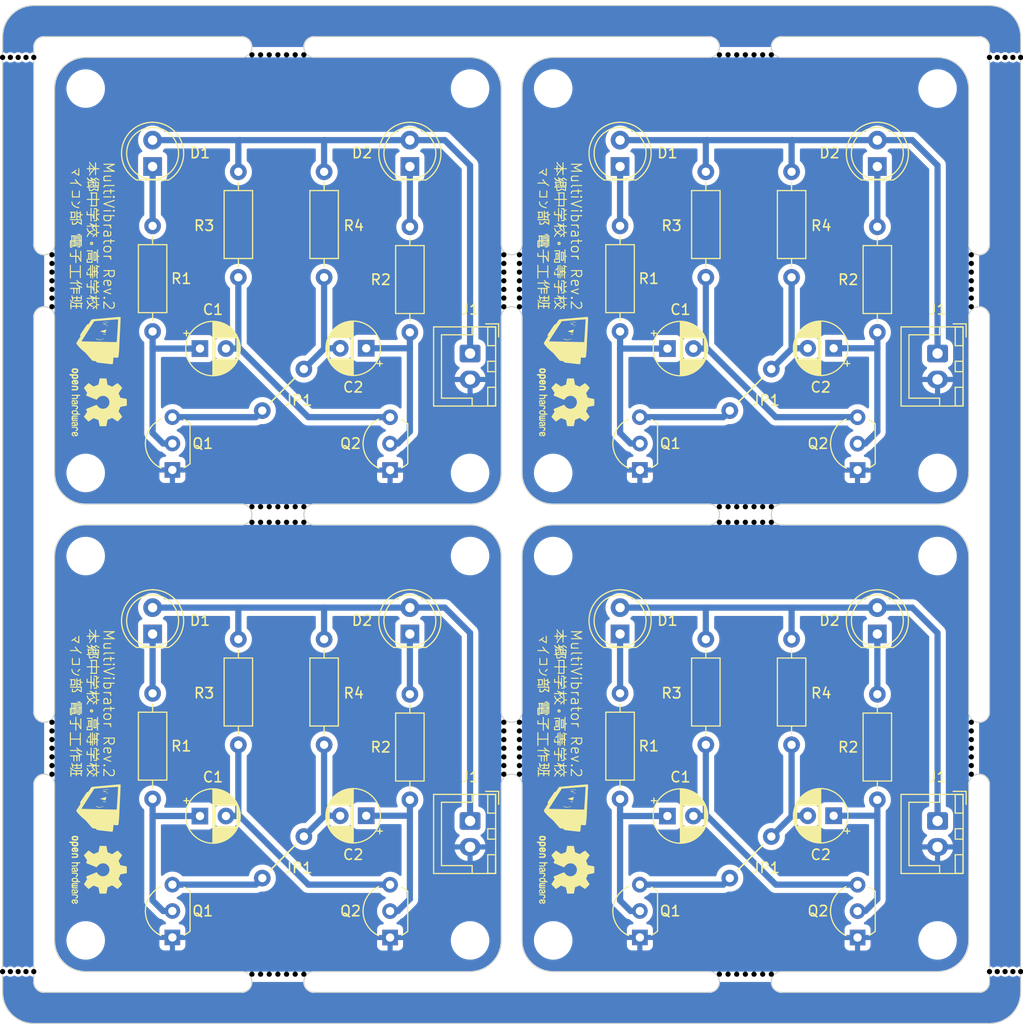
<source format=kicad_pcb>
(kicad_pcb (version 20221018) (generator pcbnew)
  (layers (0 "F.Cu" signal) (31 "B.Cu" signal) (34 "B.Paste" user) (35 "F.Paste" user) (36 "B.SilkS" user "B.Silkscreen") (37 "F.SilkS" user "F.Silkscreen") (38 "B.Mask" user) (39 "F.Mask" user) (44 "Edge.Cuts" user))
  (net 0 "")
  (net 1 "Board_0-+3V0")
  (net 2 "Board_0-GND")
  (net 3 "Board_0-Net-(D1-K)")
  (net 4 "Board_0-Net-(D2-K)")
  (net 5 "Board_0-Net-(Q1-B)")
  (net 6 "Board_0-Net-(Q1-C)")
  (net 7 "Board_0-Net-(Q2-B)")
  (net 8 "Board_0-Net-(Q2-C)")
  (net 9 "Board_1-+3V0")
  (net 10 "Board_1-GND")
  (net 11 "Board_1-Net-(D1-K)")
  (net 12 "Board_1-Net-(D2-K)")
  (net 13 "Board_1-Net-(Q1-B)")
  (net 14 "Board_1-Net-(Q1-C)")
  (net 15 "Board_1-Net-(Q2-B)")
  (net 16 "Board_1-Net-(Q2-C)")
  (net 17 "Board_2-+3V0")
  (net 18 "Board_2-GND")
  (net 19 "Board_2-Net-(D1-K)")
  (net 20 "Board_2-Net-(D2-K)")
  (net 21 "Board_2-Net-(Q1-B)")
  (net 22 "Board_2-Net-(Q1-C)")
  (net 23 "Board_2-Net-(Q2-B)")
  (net 24 "Board_2-Net-(Q2-C)")
  (net 25 "Board_3-+3V0")
  (net 26 "Board_3-GND")
  (net 27 "Board_3-Net-(D1-K)")
  (net 28 "Board_3-Net-(D2-K)")
  (net 29 "Board_3-Net-(Q1-B)")
  (net 30 "Board_3-Net-(Q1-C)")
  (net 31 "Board_3-Net-(Q2-B)")
  (net 32 "Board_3-Net-(Q2-C)")
  (footprint "NPTH" (layer "F.Cu") (at 172.666666 24.75)
    (fp_text reference "KiKit_MB_7_6" hide)
    (fp_text value "NPTH" hide)
  )
  (footprint "MountingHole:MountingHole_3.2mm_M3" (layer "F.Cu") (at 152.5 28)
    (fp_text reference "H1" hide)
    (fp_text value "MountingHole")
  )
  (footprint "Library:mcc_logo" (layer "F.Cu") (at 108.7 52.4 -90)
    (fp_text reference "G***" hide)
    (fp_text value "LOGO" hide)
  )
  (footprint "NPTH" (layer "F.Cu") (at 196.75 25)
    (fp_text reference "KiKit_MB_19_4" hide)
    (fp_text value "NPTH" hide)
  )
  (footprint "NPTH" (layer "F.Cu") (at 192.75 93.166666)
    (fp_text reference "KiKit_MB_14_6" hide)
    (fp_text value "NPTH" hide)
  )
  (footprint "MountingHole:MountingHole_3.2mm_M3" (layer "F.Cu") (at 144.5 28)
    (fp_text reference "H2" hide)
    (fp_text value "MountingHole")
  )
  (footprint "NPTH" (layer "F.Cu") (at 126.833333 24.75)
    (fp_text reference "KiKit_MB_3_5" hide)
    (fp_text value "NPTH" hide)
  )
  (footprint "Connector_JST:JST_XH_B2B-XH-A_1x02_P2.50mm_Vertical" (layer "F.Cu") (at 189.5 98.5 -90)
    (fp_text reference "J1")
    (fp_text value "Conn_01x02_Pin")
  )
  (footprint "NPTH" (layer "F.Cu") (at 194.5 113)
    (fp_text reference "KiKit_MB_20_1" hide)
    (fp_text value "NPTH" hide)
  )
  (footprint "NPTH" (layer "F.Cu") (at 169.333333 24.75)
    (fp_text reference "KiKit_MB_7_2" hide)
    (fp_text value "NPTH" hide)
  )
  (footprint "NPTH" (layer "F.Cu") (at 104.25 45.666667)
    (fp_text reference "KiKit_MB_1_5" hide)
    (fp_text value "NPTH" hide)
  )
  (footprint "NPTH" (layer "F.Cu") (at 104.25 46.5)
    (fp_text reference "KiKit_MB_1_4" hide)
    (fp_text value "NPTH" hide)
  )
  (footprint "Connector_JST:JST_XH_B2B-XH-A_1x02_P2.50mm_Vertical" (layer "F.Cu") (at 144.5 98.5 -90)
    (fp_text reference "J1")
    (fp_text value "Conn_01x02_Pin")
  )
  (footprint "NPTH" (layer "F.Cu") (at 149.25 48.166666)
    (fp_text reference "KiKit_MB_5_2" hide)
    (fp_text value "NPTH" hide)
  )
  (footprint "NPTH" (layer "F.Cu") (at 126.833333 113.25)
    (fp_text reference "KiKit_MB_12_3" hide)
    (fp_text value "NPTH" hide)
  )
  (footprint "NPTH" (layer "F.Cu") (at 149.25 45.666667)
    (fp_text reference "KiKit_MB_5_5" hide)
    (fp_text value "NPTH" hide)
  )
  (footprint "NPTH" (layer "F.Cu") (at 147.75 94)
    (fp_text reference "KiKit_MB_10_7" hide)
    (fp_text value "NPTH" hide)
  )
  (footprint "NPTH" (layer "F.Cu") (at 149.25 49)
    (fp_text reference "KiKit_MB_5_1" hide)
    (fp_text value "NPTH" hide)
  )
  (footprint "" (layer "F.Cu") (at 173.5 100)
    (fp_text reference "")
    (fp_text value "")
  )
  (footprint "Capacitor_THT:CP_Radial_D5.0mm_P2.50mm" (layer "F.Cu") (at 163.5 98.026)
    (fp_text reference "C1")
    (fp_text value "100u")
  )
  (footprint "Package_TO_SOT_THT:TO-92L_Inline_Wide" (layer "F.Cu") (at 115.845 109.71 90)
    (fp_text reference "Q1")
    (fp_text value "2SC1815")
  )
  (footprint "Resistor_THT:R_Axial_DIN0207_L6.3mm_D2.5mm_P10.16mm_Horizontal" (layer "F.Cu") (at 113.94 86.22 -90)
    (fp_text reference "R1")
    (fp_text value "330")
  )
  (footprint "" (layer "F.Cu") (at 128.5 55)
    (fp_text reference "")
    (fp_text value "")
  )
  (footprint "Capacitor_THT:CP_Radial_D5.0mm_P2.50mm" (layer "F.Cu") (at 134.5 53 180)
    (fp_text reference "C2")
    (fp_text value "100u")
  )
  (footprint "NPTH" (layer "F.Cu") (at 104.25 48.166666)
    (fp_text reference "KiKit_MB_1_2" hide)
    (fp_text value "NPTH" hide)
  )
  (footprint "MountingHole:MountingHole_3.2mm_M3" (layer "F.Cu") (at 107.5 28)
    (fp_text reference "H1" hide)
    (fp_text value "MountingHole")
  )
  (footprint "Resistor_THT:R_Axial_DIN0207_L6.3mm_D2.5mm_P10.16mm_Horizontal" (layer "F.Cu") (at 138.705 41.305 -90)
    (fp_text reference "R2")
    (fp_text value "330")
  )
  (footprint "Symbol:OSHW-Logo2_7.3x6mm_SilkScreen" (layer "F.Cu") (at 108.7 58.2 -90)
    (fp_text reference "REF**" hide)
    (fp_text value "OSHW-Logo2_7.3x6mm_SilkScreen" hide)
  )
  (footprint "NPTH" (layer "F.Cu") (at 192.75 94)
    (fp_text reference "KiKit_MB_14_7" hide)
    (fp_text value "NPTH" hide)
  )
  (footprint "Resistor_THT:R_Axial_DIN0207_L6.3mm_D2.5mm_P10.16mm_Horizontal" (layer "F.Cu") (at 113.94 41.22 -90)
    (fp_text reference "R1")
    (fp_text value "330")
  )
  (footprint "NPTH" (layer "F.Cu") (at 100.25 25)
    (fp_text reference "KiKit_MB_17_2" hide)
    (fp_text value "NPTH" hide)
  )
  (footprint "" (layer "F.Cu") (at 124.5 104)
    (fp_text reference "")
    (fp_text value "")
  )
  (footprint "Resistor_THT:R_Axial_DIN0207_L6.3mm_D2.5mm_P10.16mm_Horizontal" (layer "F.Cu") (at 158.94 86.22 -90)
    (fp_text reference "R1")
    (fp_text value "330")
  )
  (footprint "MountingHole:MountingHole_3.2mm_M3" (layer "F.Cu") (at 152.5 73)
    (fp_text reference "H1" hide)
    (fp_text value "MountingHole")
  )
  (footprint "NPTH" (layer "F.Cu") (at 99.5 113)
    (fp_text reference "KiKit_MB_18_1" hide)
    (fp_text value "NPTH" hide)
  )
  (footprint "Resistor_THT:R_Axial_DIN0207_L6.3mm_D2.5mm_P10.16mm_Horizontal" (layer "F.Cu") (at 175.45 81.008 -90)
    (fp_text reference "R4")
    (fp_text value "10k")
  )
  (footprint "Capacitor_THT:CP_Radial_D5.0mm_P2.50mm" (layer "F.Cu") (at 134.5 98 180)
    (fp_text reference "C2")
    (fp_text value "100u")
  )
  (footprint "NPTH" (layer "F.Cu") (at 102.5 25)
    (fp_text reference "KiKit_MB_17_5" hide)
    (fp_text value "NPTH" hide)
  )
  (footprint "NPTH" (layer "F.Cu") (at 172.666666 69.75)
    (fp_text reference "KiKit_MB_15_6" hide)
    (fp_text value "NPTH" hide)
  )
  (footprint "NPTH" (layer "F.Cu") (at 172.666666 113.25)
    (fp_text reference "KiKit_MB_16_2" hide)
    (fp_text value "NPTH" hide)
  )
  (footprint "Resistor_THT:R_Axial_DIN0207_L6.3mm_D2.5mm_P10.16mm_Horizontal" (layer "F.Cu") (at 183.705 41.305 -90)
    (fp_text reference "R2")
    (fp_text value "330")
  )
  (footprint "NPTH" (layer "F.Cu") (at 171 24.75)
    (fp_text reference "KiKit_MB_7_4" hide)
    (fp_text value "NPTH" hide)
  )
  (footprint "NPTH" (layer "F.Cu") (at 104.25 44)
    (fp_text reference "KiKit_MB_1_7" hide)
    (fp_text value "NPTH" hide)
  )
  (footprint "NPTH" (layer "F.Cu") (at 104.25 92.333333)
    (fp_text reference "KiKit_MB_9_3" hide)
    (fp_text value "NPTH" hide)
  )
  (footprint "" (layer "F.Cu") (at 128.5 100)
    (fp_text reference "")
    (fp_text value "")
  )
  (footprint "Package_TO_SOT_THT:TO-92L_Inline_Wide" (layer "F.Cu") (at 181.8 109.72 90)
    (fp_text reference "Q2")
    (fp_text value "2SC1815")
  )
  (footprint "NPTH" (layer "F.Cu") (at 125.166667 69.75)
    (fp_text reference "KiKit_MB_11_3" hide)
    (fp_text value "NPTH" hide)
  )
  (footprint "NPTH" (layer "F.Cu") (at 101 113)
    (fp_text reference "KiKit_MB_18_3" hide)
    (fp_text value "NPTH" hide)
  )
  (footprint "NPTH" (layer "F.Cu") (at 171 69.75)
    (fp_text reference "KiKit_MB_15_4" hide)
    (fp_text value "NPTH" hide)
  )
  (footprint "NPTH" (layer "F.Cu") (at 192.75 90.666666)
    (fp_text reference "KiKit_MB_14_3" hide)
    (fp_text value "NPTH" hide)
  )
  (footprint "NPTH" (layer "F.Cu") (at 196.75 113)
    (fp_text reference "KiKit_MB_20_4" hide)
    (fp_text value "NPTH" hide)
  )
  (footprint "NPTH" (layer "F.Cu") (at 149.25 44.833334)
    (fp_text reference "KiKit_MB_5_6" hide)
    (fp_text value "NPTH" hide)
  )
  (footprint "NPTH" (layer "F.Cu") (at 192.75 46.5)
    (fp_text reference "KiKit_MB_6_4" hide)
    (fp_text value "NPTH" hide)
  )
  (footprint "" (layer "F.Cu") (at 169.5 59)
    (fp_text reference "")
    (fp_text value "")
  )
  (footprint "Capacitor_THT:CP_Radial_D5.0mm_P2.50mm" (layer "F.Cu") (at 179.5 98 180)
    (fp_text reference "C2")
    (fp_text value "100u")
  )
  (footprint "" (layer "F.Cu") (at 173.5 55)
    (fp_text reference "")
    (fp_text value "")
  )
  (footprint "NPTH" (layer "F.Cu") (at 192.75 44.833334)
    (fp_text reference "KiKit_MB_6_2" hide)
    (fp_text value "NPTH" hide)
  )
  (footprint "NPTH" (layer "F.Cu") (at 101 25)
    (fp_text reference "KiKit_MB_17_3" hide)
    (fp_text value "NPTH" hide)
  )
  (footprint "NPTH" (layer "F.Cu") (at 147.75 91.5)
    (fp_text reference "KiKit_MB_10_4" hide)
    (fp_text value "NPTH" hide)
  )
  (footprint "NPTH" (layer "F.Cu") (at 149.25 44)
    (fp_text reference "KiKit_MB_5_7" hide)
    (fp_text value "NPTH" hide)
  )
  (footprint "Resistor_THT:R_Axial_DIN0207_L6.3mm_D2.5mm_P10.16mm_Horizontal" (layer "F.Cu") (at 167.195 36.008 -90)
    (fp_text reference "R3")
    (fp_text value "10k")
  )
  (footprint "NPTH" (layer "F.Cu") (at 173.5 69.75)
    (fp_text reference "KiKit_MB_15_7" hide)
    (fp_text value "NPTH" hide)
  )
  (footprint "Package_TO_SOT_THT:TO-92L_Inline_Wide" (layer "F.Cu") (at 181.8 64.72 90)
    (fp_text reference "Q2")
    (fp_text value "2SC1815")
  )
  (footprint "NPTH" (layer "F.Cu") (at 195.25 113)
    (fp_text reference "KiKit_MB_20_2" hide)
    (fp_text value "NPTH" hide)
  )
  (footprint "NPTH" (layer "F.Cu") (at 170.166666 68.25)
    (fp_text reference "KiKit_MB_8_5" hide)
    (fp_text value "NPTH" hide)
  )
  (footprint "NPTH" (layer "F.Cu") (at 170.166666 113.25)
    (fp_text reference "KiKit_MB_16_5" hide)
    (fp_text value "NPTH" hide)
  )
  (footprint "NPTH" (layer "F.Cu") (at 127.666666 113.25)
    (fp_text reference "KiKit_MB_12_2" hide)
    (fp_text value "NPTH" hide)
  )
  (footprint "Symbol:OSHW-Logo2_7.3x6mm_SilkScreen" (layer "F.Cu") (at 153.7 103.2 -90)
    (fp_text reference "REF**" hide)
    (fp_text value "OSHW-Logo2_7.3x6mm_SilkScreen" hide)
  )
  (footprint "Resistor_THT:R_Axial_DIN0207_L6.3mm_D2.5mm_P10.16mm_Horizontal" (layer "F.Cu") (at 183.705 86.305 -90)
    (fp_text reference "R2")
    (fp_text value "330")
  )
  (footprint "NPTH" (layer "F.Cu") (at 196 25)
    (fp_text reference "KiKit_MB_19_3" hide)
    (fp_text value "NPTH" hide)
  )
  (footprint "MountingHole:MountingHole_3.2mm_M3" (layer "F.Cu") (at 107.5 65)
    (fp_text reference "H3" hide)
    (fp_text value "MountingHole")
  )
  (footprint "MountingHole:MountingHole_3.2mm_M3" (layer "F.Cu") (at 144.5 65)
    (fp_text reference "H4" hide)
    (fp_text value "MountingHole")
  )
  (footprint "Resistor_THT:R_Axial_DIN0207_L6.3mm_D2.5mm_P10.16mm_Horizontal" (layer "F.Cu") (at 122.195 36.008 -90)
    (fp_text reference "R3")
    (fp_text value "10k")
  )
  (footprint "Resistor_THT:R_Axial_DIN0207_L6.3mm_D2.5mm_P10.16mm_Horizontal" (layer "F.Cu") (at 158.94 41.22 -90)
    (fp_text reference "R1")
    (fp_text value "330")
  )
  (footprint "NPTH" (layer "F.Cu") (at 192.75 91.5)
    (fp_text reference "KiKit_MB_14_4" hide)
    (fp_text value "NPTH" hide)
  )
  (footprint "NPTH" (layer "F.Cu") (at 126 69.75)
    (fp_text reference "KiKit_MB_11_4" hide)
    (fp_text value "NPTH" hide)
  )
  (footprint "NPTH" (layer "F.Cu") (at 197.5 113)
    (fp_text reference "KiKit_MB_20_5" hide)
    (fp_text value "NPTH" hide)
  )
  (footprint "NPTH" (layer "F.Cu") (at 104.25 47.333333)
    (fp_text reference "KiKit_MB_1_3" hide)
    (fp_text value "NPTH" hide)
  )
  (footprint "Library:mcc_logo" (layer "F.Cu") (at 108.7 97.4 -90)
    (fp_text reference "G***" hide)
    (fp_text value "LOGO" hide)
  )
  (footprint "NPTH" (layer "F.Cu") (at 101.75 113)
    (fp_text reference "KiKit_MB_18_4" hide)
    (fp_text value "NPTH" hide)
  )
  (footprint "NPTH" (layer "F.Cu") (at 123.5 69.75)
    (fp_text reference "KiKit_MB_11_1" hide)
    (fp_text value "NPTH" hide)
  )
  (footprint "NPTH" (layer "F.Cu") (at 168.5 69.75)
    (fp_text reference "KiKit_MB_15_1" hide)
    (fp_text value "NPTH" hide)
  )
  (footprint "NPTH" (layer "F.Cu") (at 123.5 24.75)
    (fp_text reference "KiKit_MB_3_1" hide)
    (fp_text value "NPTH" hide)
  )
  (footprint "Resistor_THT:R_Axial_DIN0207_L6.3mm_D2.5mm_P10.16mm_Horizontal" (layer "F.Cu") (at 130.45 36.008 -90)
    (fp_text reference "R4")
    (fp_text value "10k")
  )
  (footprint "NPTH" (layer "F.Cu") (at 192.75 92.333333)
    (fp_text reference "KiKit_MB_14_5" hide)
    (fp_text value "NPTH" hide)
  )
  (footprint "NPTH" (layer "F.Cu") (at 147.75 49)
    (fp_text reference "KiKit_MB_2_7" hide)
    (fp_text value "NPTH" hide)
  )
  (footprint "NPTH" (layer "F.Cu") (at 192.75 48.166666)
    (fp_text reference "KiKit_MB_6_6" hide)
    (fp_text value "NPTH" hide)
  )
  (footprint "NPTH" (layer "F.Cu") (at 170.166666 69.75)
    (fp_text reference "KiKit_MB_15_3" hide)
    (fp_text value "NPTH" hide)
  )
  (footprint "NPTH" (layer "F.Cu") (at 147.75 45.666667)
    (fp_text reference "KiKit_MB_2_3" hide)
    (fp_text value "NPTH" hide)
  )
  (footprint "Package_TO_SOT_THT:TO-92L_Inline_Wide" (layer "F.Cu") (at 136.8 64.72 90)
    (fp_text reference "Q2")
    (fp_text value "2SC1815")
  )
  (footprint "NPTH" (layer "F.Cu") (at 168.5 68.25)
    (fp_text reference "KiKit_MB_8_7" hide)
    (fp_text value "NPTH" hide)
  )
  (footprint "NPTH" (layer "F.Cu") (at 195.25 25)
    (fp_text reference "KiKit_MB_19_2" hide)
    (fp_text value "NPTH" hide)
  )
  (footprint "NPTH" (layer "F.Cu") (at 197.5 25)
    (fp_text reference "KiKit_MB_19_5" hide)
    (fp_text value "NPTH" hide)
  )
  (footprint "MountingHole:MountingHole_3.2mm_M3" (layer "F.Cu") (at 152.5 110)
    (fp_text reference "H3" hide)
    (fp_text value "MountingHole")
  )
  (footprint "NPTH" (layer "F.Cu") (at 147.75 89.833333)
    (fp_text reference "KiKit_MB_10_2" hide)
    (fp_text value "NPTH" hide)
  )
  (footprint "NPTH" (layer "F.Cu") (at 149.25 90.666666)
    (fp_text reference "KiKit_MB_13_5" hide)
    (fp_text value "NPTH" hide)
  )
  (footprint "NPTH" (layer "F.Cu") (at 171.833333 69.75)
    (fp_text reference "KiKit_MB_15_5" hide)
    (fp_text value "NPTH" hide)
  )
  (footprint "Resistor_THT:R_Axial_DIN0207_L6.3mm_D2.5mm_P10.16mm_Horizontal" (layer "F.Cu") (at 167.195 81.008 -90)
    (fp_text reference "R3")
    (fp_text value "10k")
  )
  (footprint "NPTH" (layer "F.Cu") (at 149.25 93.166666)
    (fp_text reference "KiKit_MB_13_2" hide)
    (fp_text value "NPTH" hide)
  )
  (footprint "NPTH" (layer "F.Cu") (at 149.25 47.333333)
    (fp_text reference "KiKit_MB_5_3" hide)
    (fp_text value "NPTH" hide)
  )
  (footprint "NPTH" (layer "F.Cu") (at 171.833333 113.25)
    (fp_text reference "KiKit_MB_16_3" hide)
    (fp_text value "NPTH" hide)
  )
  (footprint "Capacitor_THT:CP_Radial_D5.0mm_P2.50mm" (layer "F.Cu") (at 179.5 53 180)
    (fp_text reference "C2")
    (fp_text value "100u")
  )
  (footprint "NPTH" (layer "F.Cu") (at 168.5 113.25)
    (fp_text reference "KiKit_MB_16_7" hide)
    (fp_text value "NPTH" hide)
  )
  (footprint "NPTH" (layer "F.Cu") (at 100.25 113)
    (fp_text reference "KiKit_MB_18_2" hide)
    (fp_text value "NPTH" hide)
  )
  (footprint "NPTH" (layer "F.Cu") (at 126.833333 68.25)
    (fp_text reference "KiKit_MB_4_3" hide)
    (fp_text value "NPTH" hide)
  )
  (footprint "NPTH" (layer "F.Cu") (at 128.5 68.25)
    (fp_text reference "KiKit_MB_4_1" hide)
    (fp_text value "NPTH" hide)
  )
  (footprint "Resistor_THT:R_Axial_DIN0207_L6.3mm_D2.5mm_P10.16mm_Horizontal" (layer "F.Cu") (at 175.45 36.008 -90)
    (fp_text reference "R4")
    (fp_text value "10k")
  )
  (footprint "MountingHole:MountingHole_3.2mm_M3" (layer "F.Cu") (at 189.5 73)
    (fp_text reference "H2" hide)
    (fp_text value "MountingHole")
  )
  (footprint "NPTH" (layer "F.Cu") (at 104.25 44.833334)
    (fp_text reference "KiKit_MB_1_6" hide)
    (fp_text value "NPTH" hide)
  )
  (footprint "NPTH" (layer "F.Cu") (at 124.333334 69.75)
    (fp_text reference "KiKit_MB_11_2" hide)
    (fp_text value "NPTH" hide)
  )
  (footprint "NPTH" (layer "F.Cu") (at 124.333334 68.25)
    (fp_text reference "KiKit_MB_4_6" hide)
    (fp_text value "NPTH" hide)
  )
  (footprint "LED_THT:LED_D5.0mm" (layer "F.Cu") (at 183.705 35.505 90)
    (fp_text reference "D2")
    (fp_text value "LED")
  )
  (footprint "LED_THT:LED_D5.0mm" (layer "F.Cu") (at 138.705 35.505 90)
    (fp_text reference "D2")
    (fp_text value "LED")
  )
  (footprint "NPTH" (layer "F.Cu") (at 104.25 94)
    (fp_text reference "KiKit_MB_9_1" hide)
    (fp_text value "NPTH" hide)
  )
  (footprint "Symbol:OSHW-Logo2_7.3x6mm_SilkScreen" (layer "F.Cu") (at 108.7 103.2 -90)
    (fp_text reference "REF**" hide)
    (fp_text value "OSHW-Logo2_7.3x6mm_SilkScreen" hide)
  )
  (footprint "NPTH" (layer "F.Cu") (at 104.25 93.166666)
    (fp_text reference "KiKit_MB_9_2" hide)
    (fp_text value "NPTH" hide)
  )
  (footprint "Connector_JST:JST_XH_B2B-XH-A_1x02_P2.50mm_Vertical" (layer "F.Cu") (at 144.5 53.5 -90)
    (fp_text reference "J1")
    (fp_text value "Conn_01x02_Pin")
  )
  (footprint "Library:mcc_logo" (layer "F.Cu") (at 153.7 52.4 -90)
    (fp_text reference "G***" hide)
    (fp_text value "LOGO" hide)
  )
  (footprint "MountingHole:MountingHole_3.2mm_M3" (layer "F.Cu") (at 152.5 65)
    (fp_text reference "H3" hide)
    (fp_text value "MountingHole")
  )
  (footprint "NPTH" (layer "F.Cu") (at 173.5 68.25)
    (fp_text reference "KiKit_MB_8_1" hide)
    (fp_text value "NPTH" hide)
  )
  (footprint "NPTH" (layer "F.Cu") (at 149.25 92.333333)
    (fp_text reference "KiKit_MB_13_3" hide)
    (fp_text value "NPTH" hide)
  )
  (footprint "LED_THT:LED_D5.0mm" (layer "F.Cu") (at 158.94 35.505 90)
    (fp_text reference "D1")
    (fp_text value "LED")
  )
  (footprint "NPTH" (layer "F.Cu") (at 123.5 113.25)
    (fp_text reference "KiKit_MB_12_7" hide)
    (fp_text value "NPTH" hide)
  )
  (footprint "NPTH" (layer "F.Cu") (at 147.75 92.333333)
    (fp_text reference "KiKit_MB_10_5" hide)
    (fp_text value "NPTH" hide)
  )
  (footprint "NPTH" (layer "F.Cu") (at 126 68.25)
    (fp_text reference "KiKit_MB_4_4" hide)
    (fp_text value "NPTH" hide)
  )
  (footprint "NPTH" (layer "F.Cu") (at 126 24.75)
    (fp_text reference "KiKit_MB_3_4" hide)
    (fp_text value "NPTH" hide)
  )
  (footprint "MountingHole:MountingHole_3.2mm_M3" (layer "F.Cu") (at 107.5 73)
    (fp_text reference "H1" hide)
    (fp_text value "MountingHole")
  )
  (footprint "MountingHole:MountingHole_3.2mm_M3" (layer "F.Cu") (at 144.5 110)
    (fp_text reference "H4" hide)
    (fp_text value "MountingHole")
  )
  (footprint "" (layer "F.Cu") (at 169.5 104)
    (fp_text reference "")
    (fp_text value "")
  )
  (footprint "LED_THT:LED_D5.0mm" (layer "F.Cu") (at 113.94 80.505 90)
    (fp_text reference "D1")
    (fp_text value "LED")
  )
  (footprint "NPTH" (layer "F.Cu") (at 102.5 113)
    (fp_text reference "KiKit_MB_18_5" hide)
    (fp_text value "NPTH" hide)
  )
  (footprint "NPTH" (layer "F.Cu") (at 169.333333 68.25)
    (fp_text reference "KiKit_MB_8_6" hide)
    (fp_text value "NPTH" hide)
  )
  (footprint "NPTH" (layer "F.Cu") (at 147.75 44.833334)
    (fp_text reference "KiKit_MB_2_2" hide)
    (fp_text value "NPTH" hide)
  )
  (footprint "NPTH" (layer "F.Cu") (at 104.25 49)
    (fp_text reference "KiKit_MB_1_1" hide)
    (fp_text value "NPTH" hide)
  )
  (footprint "MountingHole:MountingHole_3.2mm_M3" (layer "F.Cu") (at 189.5 28)
    (fp_text reference "H2" hide)
    (fp_text value "MountingHole")
  )
  (footprint "NPTH" (layer "F.Cu") (at 173.5 24.75)
    (fp_text reference "KiKit_MB_7_7" hide)
    (fp_text value "NPTH" hide)
  )
  (footprint "NPTH" (layer "F.Cu") (at 168.5 24.75)
    (fp_text reference "KiKit_MB_7_1" hide)
    (fp_text value "NPTH" hide)
  )
  (footprint "Package_TO_SOT_THT:TO-92L_Inline_Wide" (layer "F.Cu") (at 160.845 64.71 90)
    (fp_text reference "Q1")
    (fp_text value "2SC1815")
  )
  (footprint "NPTH" (layer "F.Cu") (at 169.333333 113.25)
    (fp_text reference "KiKit_MB_16_6" hide)
    (fp_text value "NPTH" hide)
  )
  (footprint "LED_THT:LED_D5.0mm" (layer "F.Cu") (at 158.94 80.505 90)
    (fp_text reference "D1")
    (fp_text value "LED")
  )
  (footprint "LED_THT:LED_D5.0mm" (layer "F.Cu") (at 183.705 80.505 90)
    (fp_text reference "D2")
    (fp_text value "LED")
  )
  (footprint "Capacitor_THT:CP_Radial_D5.0mm_P2.50mm" (layer "F.Cu") (at 118.5 98.026)
    (fp_text reference "C1")
    (fp_text value "100u")
  )
  (footprint "Resistor_THT:R_Axial_DIN0207_L6.3mm_D2.5mm_P10.16mm_Horizontal" (layer "F.Cu") (at 138.705 86.305 -90)
    (fp_text reference "R2")
    (fp_text value "330")
  )
  (footprint "NPTH" (layer "F.Cu") (at 99.5 25)
    (fp_text reference "KiKit_MB_17_1" hide)
    (fp_text value "NPTH" hide)
  )
  (footprint "Capacitor_THT:CP_Radial_D5.0mm_P2.50mm" (layer "F.Cu") (at 118.5 53.026)
    (fp_text reference "C1")
    (fp_text value "100u")
  )
  (footprint "NPTH" (layer "F.Cu") (at 171.833333 68.25)
    (fp_text reference "KiKit_MB_8_3" hide)
    (fp_text value "NPTH" hide)
  )
  (footprint "NPTH" (layer "F.Cu") (at 147.75 44)
    (fp_text reference "KiKit_MB_2_1" hide)
    (fp_text value "NPTH" hide)
  )
  (footprint "NPTH" (layer "F.Cu") (at 128.5 69.75)
    (fp_text reference "KiKit_MB_11_7" hide)
    (fp_text value "NPTH" hide)
  )
  (footprint "NPTH" (layer "F.Cu") (at 104.25 89)
    (fp_text reference "KiKit_MB_9_7" hide)
    (fp_text value "NPTH" hide)
  )
  (footprint "NPTH" (layer "F.Cu") (at 125.166667 68.25)
    (fp_text reference "KiKit_MB_4_5" hide)
    (fp_text value "NPTH" hide)
  )
  (footprint "NPTH" (layer "F.Cu") (at 128.5 24.75)
    (fp_text reference "KiKit_MB_3_7" hide)
    (fp_text value "NPTH" hide)
  )
  (footprint "MountingHole:MountingHole_3.2mm_M3" (layer "F.Cu") (at 189.5 65)
    (fp_text reference "H4" hide)
    (fp_text value "MountingHole")
  )
  (footprint "NPTH" (layer "F.Cu") (at 104.25 91.5)
    (fp_text reference "KiKit_MB_9_4" hide)
    (fp_text value "NPTH" hide)
  )
  (footprint "NPTH" (layer "F.Cu") (at 192.75 49)
    (fp_text reference "KiKit_MB_6_7" hide)
    (fp_text value "NPTH" hide)
  )
  (footprint "LED_THT:LED_D5.0mm" (layer "F.Cu") (at 138.705 80.505 90)
    (fp_text reference "D2")
    (fp_text value "LED")
  )
  (footprint "NPTH" (layer "F.Cu") (at 147.75 48.166666)
    (fp_text reference "KiKit_MB_2_6" hide)
    (fp_text value "NPTH" hide)
  )
  (footprint "NPTH" (layer "F.Cu") (at 147.75 90.666666)
    (fp_text reference "KiKit_MB_10_3" hide)
    (fp_text value "NPTH" hide)
  )
  (footprint "MountingHole:MountingHole_3.2mm_M3" (layer "F.Cu") (at 107.5 110)
    (fp_text reference "H3" hide)
    (fp_text value "MountingHole")
  )
  (footprint "NPTH" (layer "F.Cu") (at 172.666666 68.25)
    (fp_text reference "KiKit_MB_8_2" hide)
    (fp_text value "NPTH" hide)
  )
  (footprint "NPTH" (layer "F.Cu") (at 147.75 89)
    (fp_text reference "KiKit_MB_10_1" hide)
    (fp_text value "NPTH" hide)
  )
  (footprint "NPTH" (layer "F.Cu") (at 125.166667 113.25)
    (fp_text reference "KiKit_MB_12_5" hide)
    (fp_text value "NPTH" hide)
  )
  (footprint "Package_TO_SOT_THT:TO-92L_Inline_Wide" (layer "F.Cu") (at 136.8 109.72 90)
    (fp_text reference "Q2")
    (fp_text value "2SC1815")
  )
  (footprint "Package_TO_SOT_THT:TO-92L_Inline_Wide" (layer "F.Cu") (at 115.845 64.71 90)
    (fp_text reference "Q1")
    (fp_text value "2SC1815")
  )
  (footprint "NPTH" (layer "F.Cu") (at 149.25 91.5)
    (fp_text reference "KiKit_MB_13_4" hide)
    (fp_text value "NPTH" hide)
  )
  (footprint "LED_THT:LED_D5.0mm" (layer "F.Cu") (at 113.94 35.505 90)
    (fp_text reference "D1")
    (fp_text value "LED")
  )
  (footprint "Capacitor_THT:CP_Radial_D5.0mm_P2.50mm" (layer "F.Cu") (at 163.5 53.026)
    (fp_text reference "C1")
    (fp_text value "100u")
  )
  (footprint "NPTH" (layer "F.Cu") (at 126 113.25)
    (fp_text reference "KiKit_MB_12_4" hide)
    (fp_text value "NPTH" hide)
  )
  (footprint "NPTH" (layer "F.Cu") (at 149.25 94)
    (fp_text reference "KiKit_MB_13_1" hide)
    (fp_text value "NPTH" hide)
  )
  (footprint "NPTH" (layer "F.Cu") (at 149.25 89)
    (fp_text reference "KiKit_MB_13_7" hide)
    (fp_text value "NPTH" hide)
  )
  (footprint "NPTH" (layer "F.Cu") (at 194.5 25)
    (fp_text reference "KiKit_MB_19_1" hide)
    (fp_text value "NPTH" hide)
  )
  (footprint "Resistor_THT:R_Axial_DIN0207_L6.3mm_D2.5mm_P10.16mm_Horizontal" (layer "F.Cu") (at 130.45 81.008 -90)
    (fp_text reference "R4")
    (fp_text value "10k")
  )
  (footprint "Connector_JST:JST_XH_B2B-XH-A_1x02_P2.50mm_Vertical" (layer "F.Cu") (at 189.5 53.5 -90)
    (fp_text reference "J1")
    (fp_text value "Conn_01x02_Pin")
  )
  (footprint "Symbol:OSHW-Logo2_7.3x6mm_SilkScreen" (layer "F.Cu") (at 153.7 58.2 -90)
    (fp_text reference "REF**" hide)
    (fp_text value "OSHW-Logo2_7.3x6mm_SilkScreen" hide)
  )
  (footprint "NPTH" (layer "F.Cu") (at 127.666666 68.25)
    (fp_text reference "KiKit_MB_4_2" hide)
    (fp_text value "NPTH" hide)
  )
  (footprint "NPTH" (layer "F.Cu") (at 127.666666 69.75)
    (fp_text reference "KiKit_MB_11_6" hide)
    (fp_text value "NPTH" hide)
  )
  (footprint "NPTH" (layer "F.Cu") (at 149.25 89.833333)
    (fp_text reference "KiKit_MB_13_6" hide)
    (fp_text value "NPTH" hide)
  )
  (footprint "Resistor_THT:R_Axial_DIN0207_L6.3mm_D2.5mm_P10.16mm_Horizontal" (layer "F.Cu") (at 122.195 81.008 -90)
    (fp_text reference "R3")
    (fp_text value "10k")
  )
  (footprint "NPTH" (layer "F.Cu") (at 192.75 45.666667)
    (fp_text reference "KiKit_MB_6_3" hide)
    (fp_text value "NPTH" hide)
  )
  (footprint "NPTH" (layer "F.Cu") (at 104.25 89.833333)
    (fp_text reference "KiKit_MB_9_6" hide)
    (fp_text value "NPTH" hide)
  )
  (footprint "Package_TO_SOT_THT:TO-92L_Inline_Wide" (layer "F.Cu") (at 160.845 109.71 90)
    (fp_text reference "Q1")
    (fp_text value "2SC1815")
  )
  (footprint "Library:mcc_logo" (layer "F.Cu") (at 153.7 97.4 -90)
    (fp_text reference "G***" hide)
    (fp_text value "LOGO" hide)
  )
  (footprint "NPTH" (layer "F.Cu") (at 173.5 113.25)
    (fp_text reference "KiKit_MB_16_1" hide)
    (fp_text value "NPTH" hide)
  )
  (footprint "NPTH" (layer "F.Cu") (at 147.75 46.5)
    (fp_text reference "KiKit_MB_2_4" hide)
    (fp_text value "NPTH" hide)
  )
  (footprint "NPTH" (layer "F.Cu") (at 147.75 47.333333)
    (fp_text reference "KiKit_MB_2_5" hide)
    (fp_text value "NPTH" hide)
  )
  (footprint "NPTH" (layer "F.Cu") (at 192.75 89.833333)
    (fp_text reference "KiKit_MB_14_2" hide)
    (fp_text value "NPTH" hide)
  )
  (footprint "NPTH" (layer "F.Cu") (at 128.5 113.25)
    (fp_text reference "KiKit_MB_12_1" hide)
    (fp_text value "NPTH" hide)
  )
  (footprint "NPTH" (layer "F.Cu") (at 171.833333 24.75)
    (fp_text reference "KiKit_MB_7_5" hide)
    (fp_text value "NPTH" hide)
  )
  (footprint "NPTH" (layer "F.Cu") (at 125.166667 24.75)
    (fp_text reference "KiKit_MB_3_3" hide)
    (fp_text value "NPTH" hide)
  )
  (footprint "NPTH" (layer "F.Cu") (at 124.333334 113.25)
    (fp_text reference "KiKit_MB_12_6" hide)
    (fp_text value "NPTH" hide)
  )
  (footprint "MountingHole:MountingHole_3.2mm_M3" (layer "F.Cu") (at 144.5 73)
    (fp_text reference "H2" hide)
    (fp_text value "MountingHole")
  )
  (footprint "NPTH" (layer "F.Cu") (at 192.75 47.333333)
    (fp_text reference "KiKit_MB_6_5" hide)
    (fp_text value "NPTH" hide)
  )
  (footprint "NPTH" (layer "F.Cu") (at 124.333334 24.75)
    (fp_text reference "KiKit_MB_3_2" hide)
    (fp_text value "NPTH" hide)
  )
  (footprint "NPTH" (layer "F.Cu") (at 171 113.25)
    (fp_text reference "KiKit_MB_16_4" hide)
    (fp_text value "NPTH" hide)
  )
  (footprint "NPTH" (layer "F.Cu") (at 149.25 46.5)
    (fp_text reference "KiKit_MB_5_4" hide)
    (fp_text value "NPTH" hide)
  )
  (footprint "NPTH" (layer "F.Cu") (at 101.75 25)
    (fp_text reference "KiKit_MB_17_4" hide)
    (fp_text value "NPTH" hide)
  )
  (footprint "NPTH" (layer "F.Cu") (at 123.5 68.25)
    (fp_text reference "KiKit_MB_4_7" hide)
    (fp_text value "NPTH" hide)
  )
  (footprint "NPTH" (layer "F.Cu") (at 147.75 93.166666)
    (fp_text reference "KiKit_MB_10_6" hide)
    (fp_text value "NPTH" hide)
  )
  (footprint "NPTH" (layer "F.Cu") (at 192.75 89)
    (fp_text reference "KiKit_MB_14_1" hide)
    (fp_text value "NPTH" hide)
  )
  (footprint "NPTH" (layer "F.Cu") (at 127.666666 24.75)
    (fp_text reference "KiKit_MB_3_6" hide)
    (fp_text value "NPTH" hide)
  )
  (footprint "NPTH" (layer "F.Cu") (at 170.166666 24.75)
    (fp_text reference "KiKit_MB_7_3" hide)
    (fp_text value "NPTH" hide)
  )
  (footprint "NPTH" (layer "F.Cu") (at 169.333333 69.75)
    (fp_text reference "KiKit_MB_15_2" hide)
    (fp_text value "NPTH" hide)
  )
  (footprint "NPTH" (layer "F.Cu") (at 192.75 44)
    (fp_text reference "KiKit_MB_6_1" hide)
    (fp_text value "NPTH" hide)
  )
  (footprint "NPTH" (layer "F.Cu") (at 104.25 90.666666)
    (fp_text reference "KiKit_MB_9_5" hide)
    (fp_text value "NPTH" hide)
  )
  (footprint "NPTH" (layer "F.Cu") (at 126.833333 69.75)
    (fp_text reference "KiKit_MB_11_5" hide)
    (fp_text value "NPTH" hide)
  )
  (footprint "NPTH" (layer "F.Cu") (at 196 113)
    (fp_text reference "KiKit_MB_20_3" hide)
    (fp_text value "NPTH" hide)
  )
  (footprint "" (layer "F.Cu") (at 124.5 59)
    (fp_text reference "")
    (fp_text value "")
  )
  (footprint "NPTH" (layer "F.Cu") (at 171 68.25)
    (fp_text reference "KiKit_MB_8_4" hide)
    (fp_text value "NPTH" hide)
  )
  (footprint "MountingHole:MountingHole_3.2mm_M3" (layer "F.Cu") (at 189.5 110)
    (fp_text reference "H4" hide)
    (fp_text value "MountingHole")
  )
  (gr_line (start 170.3 103.2) (end 172.7 100.8) (stroke (width 0.15)) (layer "F.SilkS"))
  (gr_line (start 125.3 58.2) (end 127.7 55.8) (stroke (width 0.15)) (layer "F.SilkS"))
  (gr_line (start 170.3 58.2) (end 172.7 55.8) (stroke (width 0.15)) (layer "F.SilkS"))
  (gr_line (start 125.3 103.2) (end 127.7 100.8) (stroke (width 0.15)) (layer "F.SilkS"))
  (gr_line (start 104.738427 26.828696) (end 104.691442 26.946319) (stroke (width 0.1)) (layer "Edge.Cuts"))
  (gr_line (start 105.67369 112.379672) (end 105.673893 112.379825) (stroke (width 0.1)) (layer "Edge.Cuts"))
  (gr_line (start 151.033396 70.383261) (end 151.033176 70.383386) (stroke (width 0.1)) (layer "Edge.Cuts"))
  (gr_line (start 192.499841 65.006205) (end 192.499999 64.993792) (stroke (width 0.1)) (layer "Edge.Cuts"))
  (gr_line (start 103.023318 23.1169) (end 103.066721 23.095053) (stroke (width 0.1)) (layer "Edge.Cuts"))
  (gr_line (start 102.194052 20.016213) (end 102.193808 20.016246) (stroke (width 0.1)) (layer "Edge.Cuts"))
  (gr_line (start 103.976681 88.883099) (end 103.933278 88.904946) (stroke (width 0.1)) (layer "Edge.Cuts"))
  (gr_line (start 168.424637 24.388855) (end 168.404946 24.433278) (stroke (width 0.1)) (layer "Edge.Cuts"))
  (gr_line (start 128.694826 69.59974) (end 128.666847 69.560012) (stroke (width 0.1)) (layer "Edge.Cuts"))
  (gr_line (start 101.628999 117.870458) (end 101.629469 117.870601) (stroke (width 0.1)) (layer "Edge.Cuts"))
  (gr_line (start 194.805947 117.983786) (end 194.806191 117.983753) (stroke (width 0.1)) (layer "Edge.Cuts"))
  (gr_line (start 190.116236 70.064273) (end 190.115988 70.064219) (stroke (width 0.1)) (layer "Edge.Cuts"))
  (gr_line (start 104.51443 72.709126) (end 104.504812 72.83542) (stroke (width 0.1)) (layer "Edge.Cuts"))
  (gr_line (start 146.682871 67.0575) (end 146.767781 66.963517) (stroke (width 0.1)) (layer "Edge.Cuts"))
  (gr_line (start 152.493668 70.00016) (end 152.360716 70.003529) (stroke (width 0.1)) (layer "Edge.Cuts"))
  (gr_line (start 151.736107 25.099187) (end 151.735862 25.099253) (stroke (width 0.1)) (layer "Edge.Cuts"))
  (gr_line (start 192.358399 110.909836) (end 192.36583 110.886152) (stroke (width 0.1)) (layer "Edge.Cuts"))
  (gr_line (start 174.111144 113.075362) (end 174.15648 113.057874) (stroke (width 0.1)) (layer "Edge.Cuts"))
  (gr_line (start 194.489281 94.844737) (end 194.495229 94.892963) (stroke (width 0.1)) (layer "Edge.Cuts"))
  (gr_line (start 107.360463 70.003539) (end 107.335673 70.004796) (stroke (width 0.1)) (layer "Edge.Cuts"))
  (gr_line (start 101.352292 20.228548) (end 101.351839 20.228736) (stroke (width 0.1)) (layer "Edge.Cuts"))
  (gr_line (start 151.613847 70.134169) (end 151.590163 70.1416) (stroke (width 0.1)) (layer "Edge.Cuts"))
  (gr_line (start 122.509877 113) (end 122.558576 113.001195) (stroke (width 0.1)) (layer "Edge.Cuts"))
  (gr_line (start 191.223809 25.54506) (end 191.203436 25.53088) (stroke (width 0.1)) (layer "Edge.Cuts"))
  (gr_line (start 191.575677 25.834402) (end 191.557686 25.817301) (stroke (width 0.1)) (layer "Edge.Cuts"))
  (gr_line (start 190.966823 67.616613) (end 191.075974 67.552359) (stroke (width 0.1)) (layer "Edge.Cuts"))
  (gr_line (start 167.558576 24.998804) (end 167.509877 25) (stroke (width 0.1)) (layer "Edge.Cuts"))
  (gr_line (start 145.55368 70.191442) (end 145.553443 70.191351) (stroke (width 0.1)) (layer "Edge.Cuts"))
  (gr_line (start 195.924504 117.639578) (end 195.924716 117.639454) (stroke (width 0.1)) (layer "Edge.Cuts"))
  (gr_line (start 104.5 64.993666) (end 104.5 64.993792) (stroke (width 0.1)) (layer "Edge.Cuts"))
  (gr_line (start 151.760382 25.092904) (end 151.760136 25.092965) (stroke (width 0.1)) (layer "Edge.Cuts"))
  (gr_line (start 102.640851 43.51896) (end 102.6169 43.476681) (stroke (width 0.1)) (layer "Edge.Cuts"))
  (gr_line (start 102.529671 43.250549) (end 102.519025 43.203138) (stroke (width 0.1)) (layer "Edge.Cuts"))
  (gr_line (start 104.243539 88.674841) (end 104.210033 88.710033) (stroke (width 0.1)) (layer "Edge.Cuts"))
  (gr_line (start 105.120327 66.826309) (end 105.13552 66.845937) (stroke (width 0.1)) (layer "Edge.Cuts"))
  (gr_line (start 150.04506 26.27619) (end 150.03088 26.296563) (stroke (width 0.1)) (layer "Edge.Cuts"))
  (gr_line (start 99.500593 22.987987) (end 99.500003 23.012027) (stroke (width 0.1)) (layer "Edge.Cuts"))
  (gr_line (start 150.536482 25.732218) (end 150.442499 25.817128) (stroke (width 0.1)) (layer "Edge.Cuts"))
  (gr_line (start 190.263892 25.099187) (end 190.239863 25.092965) (stroke (width 0.1)) (layer "Edge.Cuts"))
  (gr_line (start 149.495229 94.892963) (end 149.498804 94.941423) (stroke (width 0.1)) (layer "Edge.Cuts"))
  (gr_line (start 149.559223 27.408325) (end 149.559175 27.408574) (stroke (width 0.1)) (layer "Edge.Cuts"))
  (gr_line (start 104.883386 71.533176) (end 104.883261 71.533396) (stroke (width 0.1)) (layer "Edge.Cuts"))
  (gr_line (start 146.969119 111.703436) (end 146.969261 111.703226) (stroke (width 0.1)) (layer "Edge.Cuts"))
  (gr_line (start 193.296861 94.019025) (end 193.344737 94.010718) (stroke (width 0.1)) (layer "Edge.Cuts"))
  (gr_line (start 102.861952 49.224721) (end 102.900259 49.194826) (stroke (width 0.1)) (layer "Edge.Cuts"))
  (gr_line (start 193.15648 94.057874) (end 193.202619 94.042631) (stroke (width 0.1)) (layer "Edge.Cuts"))
  (gr_line (start 104.138047 43.775278) (end 104.09974 43.805173) (stroke (width 0.1)) (layer "Edge.Cuts"))
  (gr_line (start 107.506207 25) (end 107.493794 25.000158) (stroke (width 0.1)) (layer "Edge.Cuts"))
  (gr_line (start 99.555843 22.426868) (end 99.516246 22.693808) (stroke (width 0.1)) (layer "Edge.Cuts"))
  (gr_line (start 194.781793 117.986156) (end 194.782038 117.986141) (stroke (width 0.1)) (layer "Edge.Cuts"))
  (gr_line (start 147.116613 71.533176) (end 147.052359 71.424025) (stroke (width 0.1)) (layer "Edge.Cuts"))
  (gr_line (start 103.490122 44) (end 103.441423 43.998804) (stroke (width 0.1)) (layer "Edge.Cuts"))
  (gr_line (start 192.467005 110.441716) (end 192.483007 110.316071) (stroke (width 0.1)) (layer "Edge.Cuts"))
  (gr_line (start 174.15648 68.057874) (end 174.202619 68.042631) (stroke (width 0.1)) (layer "Edge.Cuts"))
  (gr_line (start 149.504812 27.83542) (end 149.504796 27.835673) (stroke (width 0.1)) (layer "Edge.Cuts"))
  (gr_line (start 197.271451 116.147707) (end 197.275687 116.136725) (stroke (width 0.1)) (layer "Edge.Cuts"))
  (gr_line (start 193.296861 49.019025) (end 193.344737 49.010718) (stroke (width 0.1)) (layer "Edge.Cuts"))
  (gr_line (start 174.15648 113.057874) (end 174.202619 113.042631) (stroke (width 0.1)) (layer "Edge.Cuts"))
  (gr_line (start 150.23205 71.036672) (end 150.215882 71.055506) (stroke (width 0.1)) (layer "Edge.Cuts"))
  (gr_line (start 149.457368 49.702619) (end 149.470328 49.74945) (stroke (width 0.1)) (layer "Edge.Cuts"))
  (gr_line (start 128.981039 24.859148) (end 128.939987 24.833152) (stroke (width 0.1)) (layer "Edge.Cuts"))
  (gr_line (start 105.045207 26.275984) (end 105.04506 26.27619) (stroke (width 0.1)) (layer "Edge.Cuts"))
  (gr_line (start 104.748415 26.805421) (end 104.748312 26.805652) (stroke (width 0.1)) (layer "Edge.Cuts"))
  (gr_line (start 102.666847 23.439987) (end 102.694826 23.400259) (stroke (width 0.1)) (layer "Edge.Cuts"))
  (gr_line (start 103.344737 114.989281) (end 103.296861 114.980974) (stroke (width 0.1)) (layer "Edge.Cuts"))
  (gr_line (start 192.039098 26.402743) (end 192.038961 26.40253) (stroke (width 0.1)) (layer "Edge.Cuts"))
  (gr_line (start 167.843519 114.942125) (end 167.79738 114.957368) (stroke (width 0.1)) (layer "Edge.Cuts"))
  (gr_line (start 194.01896 43.859148) (end 193.976681 43.883099) (stroke (width 0.1)) (layer "Edge.Cuts"))
  (gr_line (start 191.682871 70.942499) (end 191.682698 70.942313) (stroke (width 0.1)) (layer "Edge.Cuts"))
  (gr_line (start 99.848989 21.596903) (end 99.733608 21.840855) (stroke (width 0.1)) (layer "Edge.Cuts"))
  (gr_line (start 148.79738 94.042631) (end 148.843519 94.057874) (stroke (width 0.1)) (layer "Edge.Cuts"))
  (gr_line (start 147.981039 49.140851) (end 148.023318 49.1169) (stroke (width 0.1)) (layer "Edge.Cuts"))
  (gr_line (start 189.966753 112.96317) (end 190.091425 112.940824) (stroke (width 0.1)) (layer "Edge.Cuts"))
  (gr_line (start 194.243539 43.674841) (end 194.210033 43.710033) (stroke (width 0.1)) (layer "Edge.Cuts"))
  (gr_line (start 101.340855 117.766391) (end 101.341078 117.766493) (stroke (width 0.1)) (layer "Edge.Cuts"))
  (gr_line (start 150.215882 26.055506) (end 150.215719 26.0557) (stroke (width 0.1)) (layer "Edge.Cuts"))
  (gr_line (start 174.066721 23.095053) (end 174.111144 23.075362) (stroke (width 0.1)) (layer "Edge.Cuts"))
  (gr_line (start 104.359148 49.481039) (end 104.383099 49.523318) (stroke (width 0.1)) (layer "Edge.Cuts"))
  (gr_line (start 192.75646 88.674841) (end 192.724721 88.638047) (stroke (width 0.1)) (layer "Edge.Cuts"))
  (gr_line (start 149.359148 88.51896) (end 149.333152 88.560012) (stroke (width 0.1)) (layer "Edge.Cuts"))
  (gr_line (start 104.503539 72.860463) (end 104.503529 72.860716) (stroke (width 0.1)) (layer "Edge.Cuts"))
  (gr_line (start 105.030738 66.703226) (end 105.03088 66.703436) (stroke (width 0.1)) (layer "Edge.Cuts"))
  (gr_line (start 147.308648 71.946556) (end 147.308557 71.946319) (stroke (width 0.1)) (layer "Edge.Cuts"))
  (gr_line (start 105.796773 25.530738) (end 105.796563 25.53088) (stroke (width 0.1)) (layer "Edge.Cuts"))
  (gr_line (start 167.558576 23.001195) (end 167.607036 23.00477) (stroke (width 0.1)) (layer "Edge.Cuts"))
  (gr_line (start 193.976681 114.883099) (end 193.933278 114.904946) (stroke (width 0.1)) (layer "Edge.Cuts"))
  (gr_line (start 147.251584 66.194578) (end 147.251687 66.194347) (stroke (width 0.1)) (layer "Edge.Cuts"))
  (gr_line (start 106.328462 70.238524) (end 106.305652 70.248312) (stroke (width 0.1)) (layer "Edge.Cuts"))
  (gr_line (start 190.832185 25.312337) (end 190.809899 25.301405) (stroke (width 0.1)) (layer "Edge.Cuts"))
  (gr_line (start 192.365902 27.11409) (end 192.36583 27.113847) (stroke (width 0.1)) (layer "Edge.Cuts"))
  (gr_line (start 105.13552 66.845937) (end 105.135678 66.846136) (stroke (width 0.1)) (layer "Edge.Cuts"))
  (gr_line (start 123.470328 113.74945) (end 123.480974 113.796861) (stroke (width 0.1)) (layer "Edge.Cuts"))
  (gr_line (start 106.735862 25.099253) (end 106.61409 25.134097) (stroke (width 0.1)) (layer "Edge.Cuts"))
  (gr_line (start 145.832185 25.312337) (end 145.809899 25.301405) (stroke (width 0.1)) (layer "Edge.Cuts"))
  (gr_line (start 189.493666 70) (end 174.490122 70) (stroke (width 0.1)) (layer "Edge.Cuts"))
  (gr_line (start 173.519025 69.203138) (end 173.510718 69.155262) (stroke (width 0.1)) (layer "Edge.Cuts"))
  (gr_line (start 103.888855 88.924637) (end 103.843519 88.942125) (stroke (width 0.1)) (layer "Edge.Cuts"))
  (gr_line (start 192.052359 26.424025) (end 192.052228 26.423808) (stroke (width 0.1)) (layer "Edge.Cuts"))
  (gr_line (start 149.536788 65.466503) (end 149.536829 65.466753) (stroke (width 0.1)) (layer "Edge.Cuts"))
  (gr_line (start 106.884011 25.064219) (end 106.883763 25.064273) (stroke (width 0.1)) (layer "Edge.Cuts"))
  (gr_line (start 191.954939 111.723809) (end 191.969119 111.703436) (stroke (width 0.1)) (layer "Edge.Cuts"))
  (gr_line (start 193.441423 88.998804) (end 193.392963 88.995229) (stroke (width 0.1)) (layer "Edge.Cuts"))
  (gr_line (start 128.5 68.990122) (end 128.501195 68.941423) (stroke (width 0.1)) (layer "Edge.Cuts"))
  (gr_line (start 104.691351 71.946556) (end 104.682731 71.969833) (stroke (width 0.1)) (layer "Edge.Cuts"))
  (gr_line (start 194.5 23.990122) (end 194.5 43.009877) (stroke (width 0.1)) (layer "Edge.Cuts"))
  (gr_line (start 194.498804 114.058576) (end 194.495229 114.107036) (stroke (width 0.1)) (layer "Edge.Cuts"))
  (gr_line (start 189.941967 112.96697) (end 189.966503 112.963211) (stroke (width 0.1)) (layer "Edge.Cuts"))
  (gr_line (start 100.370437 20.887772) (end 100.18921 21.087726) (stroke (width 0.1)) (layer "Edge.Cuts"))
  (gr_line (start 190.529928 67.817353) (end 190.530166 67.817268) (stroke (width 0.1)) (layer "Edge.Cuts"))
  (gr_line (start 150.796773 67.469261) (end 150.90253 67.538961) (stroke (width 0.1)) (layer "Edge.Cuts"))
  (gr_line (start 147.501195 88.058576) (end 147.5 88.009877) (stroke (width 0.1)) (layer "Edge.Cuts"))
  (gr_line (start 102.217961 117.986141) (end 102.218206 117.986156) (stroke (width 0.1)) (layer "Edge.Cuts"))
  (gr_line (start 151.760136 70.092965) (end 151.736107 70.099187) (stroke (width 0.1)) (layer "Edge.Cuts"))
  (gr_line (start 152.335673 70.004796) (end 152.33542 70.004812) (stroke (width 0.1)) (layer "Edge.Cuts"))
  (gr_line (start 149.960901 26.402743) (end 149.947771 26.423808) (stroke (width 0.1)) (layer "Edge.Cuts"))
  (gr_line (start 102.557874 94.65648) (end 102.575362 94.611144) (stroke (width 0.1)) (layer "Edge.Cuts"))
  (gr_line (start 104.801405 26.6901) (end 104.801297 26.690328) (stroke (width 0.1)) (layer "Edge.Cuts"))
  (gr_line (start 193.703138 88.980974) (end 193.655262 88.989281) (stroke (width 0.1)) (layer "Edge.Cuts"))
  (gr_line (start 190.694578 70.248415) (end 190.694347 70.248312) (stroke (width 0.1)) (layer "Edge.Cuts"))
  (gr_line (start 194.794265 117.985227) (end 194.805947 117.983786) (stroke (width 0.1)) (layer "Edge.Cuts"))
  (gr_line (start 149.424637 88.388855) (end 149.404946 88.433278) (stroke (width 0.1)) (layer "Edge.Cuts"))
  (gr_line (start 145.809899 112.698594) (end 145.832185 112.687662) (stroke (width 0.1)) (layer "Edge.Cuts"))
  (gr_line (start 147.529671 43.250549) (end 147.519025 43.203138) (stroke (width 0.1)) (layer "Edge.Cuts"))
  (gr_line (start 174.392963 68.00477) (end 174.441423 68.001195) (stroke (width 0.1)) (layer "Edge.Cuts"))
  (gr_line (start 194.424637 88.388855) (end 194.404946 88.433278) (stroke (width 0.1)) (layer "Edge.Cuts"))
  (gr_line (start 145.966603 67.616738) (end 145.966823 67.616613) (stroke (width 0.1)) (layer "Edge.Cuts"))
  (gr_line (start 146.326106 67.379825) (end 146.326309 67.379672) (stroke (width 0.1)) (layer "Edge.Cuts"))
  (gr_line (start 148.976681 49.1169) (end 149.01896 49.140851) (stroke (width 0.1)) (layer "Edge.Cuts"))
  (gr_line (start 145.385909 70.134097) (end 145.264137 70.099253) (stroke (width 0.1)) (layer "Edge.Cuts"))
  (gr_line (start 147.052359 66.575974) (end 147.116613 66.466823) (stroke (width 0.1)) (layer "Edge.Cuts"))
  (gr_line (start 144.941967 70.033029) (end 144.941716 70.032994) (stroke (width 0.1)) (layer "Edge.Cuts"))
  (gr_line (start 192.595053 49.566721) (end 192.6169 49.523318) (stroke (width 0.1)) (layer "Edge.Cuts"))
  (gr_line (start 105.317128 112.0575) (end 105.317301 112.057686) (stroke (width 0.1)) (layer "Edge.Cuts"))
  (gr_line (start 123.489281 23.844737) (end 123.495229 23.892963) (stroke (width 0.1)) (layer "Edge.Cuts"))
  (gr_line (start 145.386152 25.134169) (end 145.385909 25.134097) (stroke (width 0.1)) (layer "Edge.Cuts"))
  (gr_line (start 151.033176 70.383386) (end 150.924025 70.44764) (stroke (width 0.1)) (layer "Edge.Cuts"))
  (gr_line (start 104.470328 88.250549) (end 104.457368 88.29738) (stroke (width 0.1)) (layer "Edge.Cuts"))
  (gr_line (start 168.174841 114.743539) (end 168.138047 114.775278) (stroke (width 0.1)) (layer "Edge.Cuts"))
  (gr_line (start 149.738427 111.171303) (end 149.738524 111.171537) (stroke (width 0.1)) (layer "Edge.Cuts"))
  (gr_line (start 149.275278 94.361952) (end 149.305173 94.400259) (stroke (width 0.1)) (layer "Edge.Cuts"))
  (gr_line (start 191.444299 112.28428) (end 191.444493 112.284117) (stroke (width 0.1)) (layer "Edge.Cuts"))
  (gr_line (start 197.442009 115.585452) (end 197.442105 115.58497) (stroke (width 0.1)) (layer "Edge.Cuts"))
  (gr_line (start 149.883261 71.533396) (end 149.871214 71.555099) (stroke (width 0.1)) (layer "Edge.Cuts"))
  (gr_line (start 192.557874 43.343519) (end 192.542631 43.29738) (stroke (width 0.1)) (layer "Edge.Cuts"))
  (gr_line (start 149.748312 71.805652) (end 149.738524 71.828462) (stroke (width 0.1)) (layer "Edge.Cuts"))
  (gr_line (start 102.75646 114.674841) (end 102.724721 114.638047) (stroke (width 0.1)) (layer "Edge.Cuts"))
  (gr_line (start 195.659144 117.766391) (end 195.903096 117.65101) (stroke (width 0.1)) (layer "Edge.Cuts"))
  (gr_line (start 103.509877 89) (end 103.490122 89) (stroke (width 0.1)) (layer "Edge.Cuts"))
  (gr_line (start 146.864479 71.154062) (end 146.864321 71.153863) (stroke (width 0.1)) (layer "Edge.Cuts"))
  (gr_line (start 192.128905 111.444677) (end 192.187548 111.332411) (stroke (width 0.1)) (layer "Edge.Cuts"))
  (gr_line (start 99.849096 21.596683) (end 99.848989 21.596903) (stroke (width 0.1)) (layer "Edge.Cuts"))
  (gr_line (start 103.509877 94) (end 103.558576 94.001195) (stroke (width 0.1)) (layer "Edge.Cuts"))
  (gr_line (start 104.504812 65.164579) (end 104.51443 65.290873) (stroke (width 0.1)) (layer "Edge.Cuts"))
  (gr_line (start 128.981039 69.859148) (end 128.939987 69.833152) (stroke (width 0.1)) (layer "Edge.Cuts"))
  (gr_line (start 150.135678 66.846136) (end 150.215719 66.944299) (stroke (width 0.1)) (layer "Edge.Cuts"))
  (gr_line (start 192.116613 26.533176) (end 192.052359 26.424025) (stroke (width 0.1)) (layer "Edge.Cuts"))
  (gr_line (start 129.15648 68.057874) (end 129.202619 68.042631) (stroke (width 0.1)) (layer "Edge.Cuts"))
  (gr_line (start 191.575677 112.165597) (end 191.575858 112.16542) (stroke (width 0.1)) (layer "Edge.Cuts"))
  (gr_line (start 104.748415 111.194578) (end 104.801297 111.309671) (stroke (width 0.1)) (layer "Edge.Cuts"))
  (gr_line (start 192.435726 27.383763) (end 192.407095 27.260382) (stroke (width 0.1)) (layer "Edge.Cuts"))
  (gr_line (start 194.457368 49.702619) (end 194.470328 49.74945) (stroke (width 0.1)) (layer "Edge.Cuts"))
  (gr_line (start 150.555506 112.284117) (end 150.5557 112.28428) (stroke (width 0.1)) (layer "Edge.Cuts"))
  (gr_line (start 152.335673 67.995203) (end 152.360463 67.99646) (stroke (width 0.1)) (layer "Edge.Cuts"))
  (gr_line (start 123.489281 69.155262) (end 123.480974 69.203138) (stroke (width 0.1)) (layer "Edge.Cuts"))
  (gr_line (start 104.634097 110.885909) (end 104.634169 110.886152) (stroke (width 0.1)) (layer "Edge.Cuts"))
  (gr_line (start 128.900259 68.194826) (end 128.939987 68.166847) (stroke (width 0.1)) (layer "Edge.Cuts"))
  (gr_line (start 147.407034 110.739863) (end 147.407095 110.739617) (stroke (width 0.1)) (layer "Edge.Cuts"))
  (gr_line (start 194.174841 114.743539) (end 194.138047 114.775278) (stroke (width 0.1)) (layer "Edge.Cuts"))
  (gr_line (start 192.251584 71.805421) (end 192.198702 71.690328) (stroke (width 0.1)) (layer "Edge.Cuts"))
  (gr_line (start 152.360463 67.99646) (end 152.360716 67.99647) (stroke (width 0.1)) (layer "Edge.Cuts"))
  (gr_line (start 194.404946 49.566721) (end 194.424637 49.611144) (stroke (width 0.1)) (layer "Edge.Cuts"))
  (gr_line (start 150.04506 71.27619) (end 150.03088 71.296563) (stroke (width 0.1)) (layer "Edge.Cuts"))
  (gr_line (start 149.748312 66.194347) (end 149.748415 66.194578) (stroke (width 0.1)) (layer "Edge.Cuts"))
  (gr_line (start 151.884011 70.064219) (end 151.883763 70.064273) (stroke (width 0.1)) (layer "Edge.Cuts"))
  (gr_line (start 173.6169 69.476681) (end 173.595053 69.433278) (stroke (width 0.1)) (layer "Edge.Cuts"))
  (gr_line (start 196.810789 116.912273) (end 196.810952 116.912089) (stroke (width 0.1)) (layer "Edge.Cuts"))
  (gr_line (start 104.305173 94.400259) (end 104.333152 94.439987) (stroke (width 0.1)) (layer "Edge.Cuts"))
  (gr_line (start 173.666847 113.439987) (end 173.694826 113.400259) (stroke (width 0.1)) (layer "Edge.Cuts"))
  (gr_line (start 105.555506 112.284117) (end 105.5557 112.28428) (stroke (width 0.1)) (layer "Edge.Cuts"))
  (gr_line (start 122.79738 69.957368) (end 122.750549 69.970328) (stroke (width 0.1)) (layer "Edge.Cuts"))
  (gr_line (start 128.666847 24.560012) (end 128.640851 24.51896) (stroke (width 0.1)) (layer "Edge.Cuts"))
  (gr_line (start 107.506333 70) (end 107.506207 70) (stroke (width 0.1)) (layer "Edge.Cuts"))
  (gr_line (start 194.359148 43.51896) (end 194.333152 43.560012) (stroke (width 0.1)) (layer "Edge.Cuts"))
  (gr_line (start 197.266493 116.158921) (end 197.271263 116.14816) (stroke (width 0.1)) (layer "Edge.Cuts"))
  (gr_line (start 103.490122 49) (end 103.509877 49) (stroke (width 0.1)) (layer "Edge.Cuts"))
  (gr_line (start 104.060012 49.166847) (end 104.09974 49.194826) (stroke (width 0.1)) (layer "Edge.Cuts"))
  (gr_line (start 168.442125 24.343519) (end 168.424637 24.388855) (stroke (width 0.1)) (layer "Edge.Cuts"))
  (gr_line (start 192.198702 71.690328) (end 192.198594 71.6901) (stroke (width 0.1)) (layer "Edge.Cuts"))
  (gr_line (start 99.633233 22.117822) (end 99.629541 22.128999) (stroke (width 0.1)) (layer "Edge.Cuts"))
  (gr_line (start 192.407095 65.739617) (end 192.435726 65.616236) (stroke (width 0.1)) (layer "Edge.Cuts"))
  (gr_line (start 104.174841 88.743539) (end 104.138047 88.775278) (stroke (width 0.1)) (layer "Edge.Cuts"))
  (gr_line (start 193.24945 49.029671) (end 193.296861 49.019025) (stroke (width 0.1)) (layer "Edge.Cuts"))
  (gr_line (start 100.012901 21.323431) (end 100.012758 21.32363) (stroke (width 0.1)) (layer "Edge.Cuts"))
  (gr_line (start 191.575677 67.165597) (end 191.575858 67.16542) (stroke (width 0.1)) (layer "Edge.Cuts"))
  (gr_line (start 151.470071 25.182646) (end 151.469833 25.182731) (stroke (width 0.1)) (layer "Edge.Cuts"))
  (gr_line (start 106.305421 67.751584) (end 106.305652 67.751687) (stroke (width 0.1)) (layer "Edge.Cuts"))
  (gr_line (start 149.682646 111.029928) (end 149.682731 111.030166) (stroke (width 0.1)) (layer "Edge.Cuts"))
  (gr_line (start 128.557874 114.343519) (end 128.542631 114.29738) (stroke (width 0.1)) (layer "Edge.Cuts"))
  (gr_line (start 146.767949 71.036672) (end 146.767781 71.036482) (stroke (width 0.1)) (layer "Edge.Cuts"))
  (gr_line (start 151.055322 67.628905) (end 151.167588 67.687548) (stroke (width 0.1)) (layer "Edge.Cuts"))
  (gr_line (start 147.5 88.009877) (end 147.5 73.006333) (stroke (width 0.1)) (layer "Edge.Cuts"))
  (gr_line (start 104.09974 88.805173) (end 104.060012 88.833152) (stroke (width 0.1)) (layer "Edge.Cuts"))
  (gr_line (start 148.703138 88.980974) (end 148.655262 88.989281) (stroke (width 0.1)) (layer "Edge.Cuts"))
  (gr_line (start 123.09974 69.805173) (end 123.060012 69.833152) (stroke (width 0.1)) (layer "Edge.Cuts"))
  (gr_line (start 193.843519 88.942125) (end 193.79738 88.957368) (stroke (width 0.1)) (layer "Edge.Cuts"))
  (gr_line (start 106.735862 70.099253) (end 106.61409 70.134097) (stroke (width 0.1)) (layer "Edge.Cuts"))
  (gr_line (start 106.328696 67.761572) (end 106.446319 67.808557) (stroke (width 0.1)) (layer "Edge.Cuts"))
  (gr_line (start 167.933278 23.095053) (end 167.976681 23.1169) (stroke (width 0.1)) (layer "Edge.Cuts"))
  (gr_line (start 145.832411 112.687548) (end 145.944677 112.628905) (stroke (width 0.1)) (layer "Edge.Cuts"))
  (gr_line (start 104.961038 111.597469) (end 105.030738 111.703226) (stroke (width 0.1)) (layer "Edge.Cuts"))
  (gr_line (start 195.085452 117.942009) (end 195.096936 117.93943) (stroke (width 0.1)) (layer "Edge.Cuts"))
  (gr_line (start 102.640851 49.481039) (end 102.666847 49.439987) (stroke (width 0.1)) (layer "Edge.Cuts"))
  (gr_line (start 129.490122 68) (end 144.493666 68) (stroke (width 0.1)) (layer "Edge.Cuts"))
  (gr_line (start 104.503539 65.139536) (end 104.504796 65.164326) (stroke (width 0.1)) (layer "Edge.Cuts"))
  (gr_line (start 128.825158 113.25646) (end 128.861952 113.224721) (stroke (width 0.1)) (layer "Edge.Cuts"))
  (gr_line (start 192.483036 72.684179) (end 192.483007 72.683928) (stroke (width 0.1)) (layer "Edge.Cuts"))
  (gr_line (start 107.058283 25.032994) (end 107.058032 25.033029) (stroke (width 0.1)) (layer "Edge.Cuts"))
  (gr_line (start 148.344737 43.989281) (end 148.296861 43.980974) (stroke (width 0.1)) (layer "Edge.Cuts"))
  (gr_line (start 103.888855 49.075362) (end 103.933278 49.095053) (stroke (width 0.1)) (layer "Edge.Cuts"))
  (gr_line (start 105.317128 67.0575) (end 105.317301 67.057686) (stroke (width 0.1)) (layer "Edge.Cuts"))
  (gr_line (start 149.691442 111.05368) (end 149.738427 111.171303) (stroke (width 0.1)) (layer "Edge.Cuts"))
  (gr_line (start 151.033396 25.383261) (end 151.033176 25.383386) (stroke (width 0.1)) (layer "Edge.Cuts"))
  (gr_line (start 149.592904 72.260382) (end 149.564273 72.383763) (stroke (width 0.1)) (layer "Edge.Cuts"))
  (gr_line (start 106.590163 67.858399) (end 106.613847 67.86583) (stroke (width 0.1)) (layer "Edge.Cuts"))
  (gr_line (start 150.120327 111.826309) (end 150.13552 111.845937) (stroke (width 0.1)) (layer "Edge.Cuts"))
  (gr_line (start 191.224015 67.454792) (end 191.326106 67.379825) (stroke (width 0.1)) (layer "Edge.Cuts"))
  (gr_line (start 105.673893 112.379825) (end 105.775984 112.454792) (stroke (width 0.1)) (layer "Edge.Cuts"))
  (gr_line (start 168.138047 69.775278) (end 168.09974 69.805173) (stroke (width 0.1)) (layer "Edge.Cuts"))
  (gr_line (start 123.442125 24.343519) (end 123.424637 24.388855) (stroke (width 0.1)) (layer "Edge.Cuts"))
  (gr_line (start 147.43578 27.384011) (end 147.435726 27.383763) (stroke (width 0.1)) (layer "Edge.Cuts"))
  (gr_line (start 107.183928 112.983007) (end 107.184179 112.983036) (stroke (width 0.1)) (layer "Edge.Cuts"))
  (gr_line (start 192.825158 43.743539) (end 192.789966 43.710033) (stroke (width 0.1)) (layer "Edge.Cuts"))
  (gr_line (start 144.791125 67.985547) (end 144.81582 67.983036) (stroke (width 0.1)) (layer "Edge.Cuts"))
  (gr_line (start 123.210033 23.289966) (end 123.243539 23.325158) (stroke (width 0.1)) (layer "Edge.Cuts"))
  (gr_line (start 197.275687 116.136725) (end 197.275773 116.136495) (stroke (width 0.1)) (layer "Edge.Cuts"))
  (gr_line (start 122.888855 24.924637) (end 122.843519 24.942125) (stroke (width 0.1)) (layer "Edge.Cuts"))
  (gr_line (start 147.49647 65.139283) (end 147.499839 65.006331) (stroke (width 0.1)) (layer "Edge.Cuts"))
  (gr_line (start 193.655262 88.989281) (end 193.607036 88.995229) (stroke (width 0.1)) (layer "Edge.Cuts"))
  (gr_line (start 100.596823 117.31864) (end 100.597202 117.318951) (stroke (width 0.1)) (layer "Edge.Cuts"))
  (gr_line (start 192.5 109.993666) (end 192.5 94.990122) (stroke (width 0.1)) (layer "Edge.Cuts"))
  (gr_line (start 174.490122 70) (end 174.441423 69.998804) (stroke (width 0.1)) (layer "Edge.Cuts"))
  (gr_line (start 190.671303 70.238427) (end 190.55368 70.191442) (stroke (width 0.1)) (layer "Edge.Cuts"))
  (gr_line (start 101.096683 117.650903) (end 101.096903 117.65101) (stroke (width 0.1)) (layer "Edge.Cuts"))
  (gr_line (start 191.097256 25.460901) (end 191.076191 25.447771) (stroke (width 0.1)) (layer "Edge.Cuts"))
  (gr_line (start 174.296861 23.019025) (end 174.344737 23.010718) (stroke (width 0.1)) (layer "Edge.Cuts"))
  (gr_line (start 102.510718 88.155262) (end 102.50477 88.107036) (stroke (width 0.1)) (layer "Edge.Cuts"))
  (gr_line (start 147.400746 110.764137) (end 147.400812 110.763892) (stroke (width 0.1)) (layer "Edge.Cuts"))
  (gr_line (start 129.296861 69.980974) (end 129.24945 69.970328) (stroke (width 0.1)) (layer "Edge.Cuts"))
  (gr_line (start 103.976681 49.1169) (end 104.01896 49.140851) (stroke (width 0.1)) (layer "Edge.Cuts"))
  (gr_line (start 173.900259 68.194826) (end 173.939987 68.166847) (stroke (width 0.1)) (layer "Edge.Cuts"))
  (gr_line (start 102.6169 43.476681) (end 102.595053 43.433278) (stroke (width 0.1)) (layer "Edge.Cuts"))
  (gr_line (start 168.210033 114.710033) (end 168.174841 114.743539) (stroke (width 0.1)) (layer "Edge.Cuts"))
  (gr_line (start 123.305173 24.59974) (end 123.275278 24.638047) (stroke (width 0.1)) (layer "Edge.Cuts"))
  (gr_line (start 192.575362 49.611144) (end 192.595053 49.566721) (stroke (width 0.1)) (layer "Edge.Cuts"))
  (gr_line (start 104.812451 26.667588) (end 104.812337 26.667814) (stroke (width 0.1)) (layer "Edge.Cuts"))
  (gr_line (start 104.6416 110.909836) (end 104.641679 110.910076) (stroke (width 0.1)) (layer "Edge.Cuts"))
  (gr_line (start 192.052228 66.576191) (end 192.052359 66.575974) (stroke (width 0.1)) (layer "Edge.Cuts"))
  (gr_line (start 148.296861 94.019025) (end 148.344737 94.010718) (stroke (width 0.1)) (layer "Edge.Cuts"))
  (gr_line (start 123.383099 24.476681) (end 123.359148 24.51896) (stroke (width 0.1)) (layer "Edge.Cuts"))
  (gr_line (start 197.442105 115.58497) (end 197.444117 115.573373) (stroke (width 0.1)) (layer "Edge.Cuts"))
  (gr_line (start 192.501195 94.941423) (end 192.50477 94.892963) (stroke (width 0.1)) (layer "Edge.Cuts"))
  (gr_line (start 104.470328 94.74945) (end 104.480974 94.796861) (stroke (width 0.1)) (layer "Edge.Cuts"))
  (gr_line (start 104.5 73.006207) (end 104.5 73.006333) (stroke (width 0.1)) (layer "Edge.Cuts"))
  (gr_line (start 147.666847 88.560012) (end 147.640851 88.51896) (stroke (width 0.1)) (layer "Edge.Cuts"))
  (gr_line (start 99.516246 115.306191) (end 99.555843 115.573131) (stroke (width 0.1)) (layer "Edge.Cuts"))
  (gr_line (start 195.924716 20.360545) (end 195.924504 20.360421) (stroke (width 0.1)) (layer "Edge.Cuts"))
  (gr_line (start 192.039098 71.402743) (end 192.038961 71.40253) (stroke (width 0.1)) (layer "Edge.Cuts"))
  (gr_line (start 102.694826 88.59974) (end 102.666847 88.560012) (stroke (width 0.1)) (layer "Edge.Cuts"))
  (gr_line (start 147.435726 65.616236) (end 147.43578 65.615988) (stroke (width 0.1)) (layer "Edge.Cuts"))
  (gr_line (start 190.966823 70.383386) (end 190.966603 70.383261) (stroke (width 0.1)) (layer "Edge.Cuts"))
  (gr_line (start 191.444493 25.715882) (end 191.444299 25.715719) (stroke (width 0.1)) (layer "Edge.Cuts"))
  (gr_line (start 151.167814 25.312337) (end 151.167588 25.312451) (stroke (width 0.1)) (layer "Edge.Cuts"))
  (gr_line (start 149.883386 26.533176) (end 149.883261 26.533396) (stroke (width 0.1)) (layer "Edge.Cuts"))
  (gr_line (start 168.498804 113.941423) (end 168.5 113.990122) (stroke (width 0.1)) (layer "Edge.Cuts"))
  (gr_line (start 104.210033 49.289966) (end 104.243539 49.325158) (stroke (width 0.1)) (layer "Edge.Cuts"))
  (gr_line (start 192.485569 72.709126) (end 192.485547 72.708874) (stroke (width 0.1)) (layer "Edge.Cuts"))
  (gr_line (start 100.587726 117.310789) (end 100.58791 117.310952) (stroke (width 0.1)) (layer "Edge.Cuts"))
  (gr_line (start 104.383099 88.476681) (end 104.359148 88.51896) (stroke (width 0.1)) (layer "Edge.Cuts"))
  (gr_line (start 104.489281 94.844737) (end 104.495229 94.892963) (stroke (width 0.1)) (layer "Edge.Cuts"))
  (gr_line (start 129.441423 23.001195) (end 129.490122 23) (stroke (width 0.1)) (layer "Edge.Cuts"))
  (gr_line (start 99.557894 115.58497) (end 99.55799 115.585452) (stroke (width 0.1)) (layer "Edge.Cuts"))
  (gr_line (start 168.138047 23.224721) (end 168.174841 23.25646) (stroke (width 0.1)) (layer "Edge.Cuts"))
  (gr_line (start 106.908325 70.059223) (end 106.884011 70.064219) (stroke (width 0.1)) (layer "Edge.Cuts"))
  (gr_line (start 147.400746 27.235862) (end 147.365902 27.11409) (stroke (width 0.1)) (layer "Edge.Cuts"))
  (gr_line (start 102.501195 88.058576) (end 102.5 88.009877) (stroke (width 0.1)) (layer "Edge.Cuts"))
  (gr_line (start 168.359148 114.51896) (end 168.333152 114.560012) (stroke (width 0.1)) (layer "Edge.Cuts"))
  (gr_line (start 192.694826 43.59974) (end 192.666847 43.560012) (stroke (width 0.1)) (layer "Edge.Cuts"))
  (gr_line (start 192.501195 43.058576) (end 192.5 43.009877) (stroke (width 0.1)) (layer "Edge.Cuts"))
  (gr_line (start 168.359148 113.481039) (end 168.383099 113.523318) (stroke (width 0.1)) (layer "Edge.Cuts"))
  (gr_line (start 168.383099 113.523318) (end 168.404946 113.566721) (stroke (width 0.1)) (layer "Edge.Cuts"))
  (gr_line (start 190.385909 112.865902) (end 190.386152 112.86583) (stroke (width 0.1)) (layer "Edge.Cuts"))
  (gr_line (start 149.6416 27.090163) (end 149.634169 27.113847) (stroke (width 0.1)) (layer "Edge.Cuts"))
  (gr_line (start 150.923808 67.552228) (end 150.924025 67.552359) (stroke (width 0.1)) (layer "Edge.Cuts"))
  (gr_line (start 190.239617 67.907095) (end 190.239863 67.907034) (stroke (width 0.1)) (layer "Edge.Cuts"))
  (gr_line (start 147.825158 94.25646) (end 147.861952 94.224721) (stroke (width 0.1)) (layer "Edge.Cuts"))
  (gr_line (start 123.495229 69.107036) (end 123.489281 69.155262) (stroke (width 0.1)) (layer "Edge.Cuts"))
  (gr_line (start 103.933278 43.904946) (end 103.888855 43.924637) (stroke (width 0.1)) (layer "Edge.Cuts"))
  (gr_line (start 192.038961 66.597469) (end 192.039098 66.597256) (stroke (width 0.1)) (layer "Edge.Cuts"))
  (gr_line (start 148.703138 49.019025) (end 148.750549 49.029671) (stroke (width 0.1)) (layer "Edge.Cuts"))
  (gr_line (start 106.033396 70.383261) (end 106.033176 70.383386) (stroke (width 0.1)) (layer "Edge.Cuts"))
  (gr_line (start 191.463327 25.73205) (end 191.444493 25.715882) (stroke (width 0.1)) (layer "Edge.Cuts"))
  (gr_line (start 192.128785 26.555099) (end 192.116738 26.533396) (stroke (width 0.1)) (layer "Edge.Cuts"))
  (gr_line (start 192.116738 111.466603) (end 192.128785 111.4449) (stroke (width 0.1)) (layer "Edge.Cuts"))
  (gr_line (start 128.75646 68.325158) (end 128.789966 68.289966) (stroke (width 0.1)) (layer "Edge.Cuts"))
  (gr_line (start 104.498804 49.941423) (end 104.5 49.990122) (stroke (width 0.1)) (layer "Edge.Cuts"))
  (gr_line (start 192.666847 88.560012) (end 192.640851 88.51896) (stroke (width 0.1)) (layer "Edge.Cuts"))
  (gr_line (start 173.789966 23.289966) (end 173.825158 23.25646) (stroke (width 0.1)) (layer "Edge.Cuts"))
  (gr_line (start 128.50477 24.107036) (end 128.501195 24.058576) (stroke (width 0.1)) (layer "Edge.Cuts"))
  (gr_line (start 168.359148 23.481039) (end 168.383099 23.523318) (stroke (width 0.1)) (layer "Edge.Cuts"))
  (gr_line (start 100.597202 20.681048) (end 100.596823 20.681359) (stroke (width 0.1)) (layer "Edge.Cuts"))
  (gr_line (start 192.499999 109.993792) (end 192.5 109.993666) (stroke (width 0.1)) (layer "Edge.Cuts"))
  (gr_line (start 145.263892 70.099187) (end 145.239863 70.092965) (stroke (width 0.1)) (layer "Edge.Cuts"))
  (gr_line (start 107.209126 67.985569) (end 107.33542 67.995187) (stroke (width 0.1)) (layer "Edge.Cuts"))
  (gr_line (start 148.490122 89) (end 148.441423 88.998804) (stroke (width 0.1)) (layer "Edge.Cuts"))
  (gr_line (start 100.005707 116.666337) (end 100.00598 116.666745) (stroke (width 0.1)) (layer "Edge.Cuts"))
  (gr_line (start 196.393322 117.326342) (end 196.393517 117.326193) (stroke (width 0.1)) (layer "Edge.Cuts"))
  (gr_line (start 123.498804 68.941423) (end 123.5 68.990122) (stroke (width 0.1)) (layer "Edge.Cuts"))
  (gr_line (start 104.480974 43.203138) (end 104.470328 43.250549) (stroke (width 0.1)) (layer "Edge.Cuts"))
  (gr_line (start 149.516992 27.683928) (end 149.516963 27.684179) (stroke (width 0.1)) (layer "Edge.Cuts"))
  (gr_line (start 128.981039 114.859148) (end 128.939987 114.833152) (stroke (width 0.1)) (layer "Edge.Cuts"))
  (gr_line (start 151.446319 25.191442) (end 151.328696 25.238427) (stroke (width 0.1)) (layer "Edge.Cuts"))
  (gr_line (start 99.560626 115.597175) (end 99.626197 115.858949) (stroke (width 0.1)) (layer "Edge.Cuts"))
  (gr_line (start 193.066721 43.904946) (end 193.023318 43.883099) (stroke (width 0.1)) (layer "Edge.Cuts"))
  (gr_line (start 191.203226 25.530738) (end 191.097469 25.461038) (stroke (width 0.1)) (layer "Edge.Cuts"))
  (gr_line (start 147.358399 72.090163) (end 147.35832 72.089923) (stroke (width 0.1)) (layer "Edge.Cuts"))
  (gr_line (start 104.305173 43.59974) (end 104.275278 43.638047) (stroke (width 0.1)) (layer "Edge.Cuts"))
  (gr_line (start 189.664579 70.004812) (end 189.664326 70.004796) (stroke (width 0.1)) (layer "Edge.Cuts"))
  (gr_line (start 102.595053 94.566721) (end 102.6169 94.523318) (stroke (width 0.1)) (layer "Edge.Cuts"))
  (gr_line (start 106.167588 112.687548) (end 106.167814 112.687662) (stroke (width 0.1)) (layer "Edge.Cuts"))
  (gr_line (start 123.333152 68.439987) (end 123.359148 68.481039) (stroke (width 0.1)) (layer "Edge.Cuts"))
  (gr_line (start 145.239617 25.092904) (end 145.116236 25.064273) (stroke (width 0.1)) (layer "Edge.Cuts"))
  (gr_line (start 102.575362 88.388855) (end 102.557874 88.343519) (stroke (width 0.1)) (layer "Edge.Cuts"))
  (gr_line (start 150.215719 66.944299) (end 150.215882 66.944493) (stroke (width 0.1)) (layer "Edge.Cuts"))
  (gr_line (start 129.202619 68.042631) (end 129.24945 68.029671) (stroke (width 0.1)) (layer "Edge.Cuts"))
  (gr_line (start 192.485569 110.290873) (end 192.495187 110.164579) (stroke (width 0.1)) (layer "Edge.Cuts"))
  (gr_line (start 173.5 113.990122) (end 173.501195 113.941423) (stroke (width 0.1)) (layer "Edge.Cuts"))
  (gr_line (start 104.532994 27.558283) (end 104.516992 27.683928) (stroke (width 0.1)) (layer "Edge.Cuts"))
  (gr_line (start 128.542631 68.702619) (end 128.557874 68.65648) (stroke (width 0.1)) (layer "Edge.Cuts"))
  (gr_line (start 192.510718 94.844737) (end 192.519025 94.796861) (stroke (width 0.1)) (layer "Edge.Cuts"))
  (gr_line (start 129.296861 24.980974) (end 129.24945 24.970328) (stroke (width 0.1)) (layer "Edge.Cuts"))
  (gr_line (start 105.23205 26.036672) (end 105.215882 26.055506) (stroke (width 0.1)) (layer "Edge.Cuts"))
  (gr_line (start 104.498804 94.941423) (end 104.5 94.990122) (stroke (width 0.1)) (layer "Edge.Cuts"))
  (gr_line (start 102.575362 23.611144) (end 102.595053 23.566721) (stroke (width 0.1)) (layer "Edge.Cuts"))
  (gr_line (start 128.557874 113.65648) (end 128.575362 113.611144) (stroke (width 0.1)) (layer "Edge.Cuts"))
  (gr_line (start 129.441423 68.001195) (end 129.490122 68) (stroke (width 0.1)) (layer "Edge.Cuts"))
  (gr_line (start 168.404946 68.566721) (end 168.424637 68.611144) (stroke (width 0.1)) (layer "Edge.Cuts"))
  (gr_line (start 192.5 28.006333) (end 192.499999 28.006207) (stroke (width 0.1)) (layer "Edge.Cuts"))
  (gr_line (start 103.655262 94.010718) (end 103.703138 94.019025) (stroke (width 0.1)) (layer "Edge.Cuts"))
  (gr_line (start 128.529671 69.250549) (end 128.519025 69.203138) (stroke (width 0.1)) (layer "Edge.Cuts"))
  (gr_line (start 104.536829 110.466753) (end 104.559175 110.591425) (stroke (width 0.1)) (layer "Edge.Cuts"))
  (gr_line (start 192.46697 72.558032) (end 192.463211 72.533496) (stroke (width 0.1)) (layer "Edge.Cuts"))
  (gr_line (start 102.557874 23.65648) (end 102.575362 23.611144) (stroke (width 0.1)) (layer "Edge.Cuts"))
  (gr_line (start 103.490122 94) (end 103.509877 94) (stroke (width 0.1)) (layer "Edge.Cuts"))
  (gr_line (start 194.793777 117.985275) (end 194.794265 117.985227) (stroke (width 0.1)) (layer "Edge.Cuts"))
  (gr_line (start 147.861952 49.224721) (end 147.900259 49.194826) (stroke (width 0.1)) (layer "Edge.Cuts"))
  (gr_line (start 144.493666 70) (end 129.490122 70) (stroke (width 0.1)) (layer "Edge.Cuts"))
  (gr_line (start 193.344737 49.010718) (end 193.392963 49.00477) (stroke (width 0.1)) (layer "Edge.Cuts"))
  (gr_line (start 100.378721 117.120931) (end 100.379068 117.121278) (stroke (width 0.1)) (layer "Edge.Cuts"))
  (gr_line (start 168.489281 114.155262) (end 168.480974 114.203138) (stroke (width 0.1)) (layer "Edge.Cuts"))
  (gr_line (start 122.933278 113.095053) (end 122.976681 113.1169) (stroke (width 0.1)) (layer "Edge.Cuts"))
  (gr_line (start 190.671303 112.761572) (end 190.671537 112.761475) (stroke (width 0.1)) (layer "Edge.Cuts"))
  (gr_line (start 128.861952 68.224721) (end 128.900259 68.194826) (stroke (width 0.1)) (layer "Edge.Cuts"))
  (gr_line (start 147.407095 65.739617) (end 147.435726 65.616236) (stroke (width 0.1)) (layer "Edge.Cuts"))
  (gr_line (start 152.506333 25) (end 152.506207 25) (stroke (width 0.1)) (layer "Edge.Cuts"))
  (gr_line (start 105.796563 67.469119) (end 105.796773 67.469261) (stroke (width 0.1)) (layer "Edge.Cuts"))
  (gr_line (start 149.883386 66.466823) (end 149.94764 66.575974) (stroke (width 0.1)) (layer "Edge.Cuts"))
  (gr_line (start 150.424322 112.165597) (end 150.442313 112.182698) (stroke (width 0.1)) (layer "Edge.Cuts"))
  (gr_line (start 102.724721 114.638047) (end 102.694826 114.59974) (stroke (width 0.1)) (layer "Edge.Cuts"))
  (gr_line (start 192.463211 27.533496) (end 192.46317 27.533246) (stroke (width 0.1)) (layer "Edge.Cuts"))
  (gr_line (start 192.308648 71.946556) (end 192.308557 71.946319) (stroke (width 0.1)) (layer "Edge.Cuts"))
  (gr_line (start 150.045207 111.724015) (end 150.120174 111.826106) (stroke (width 0.1)) (layer "Edge.Cuts"))
  (gr_line (start 147.49646 72.860463) (end 147.495203 72.835673) (stroke (width 0.1)) (layer "Edge.Cuts"))
  (gr_line (start 190.410076 112.85832) (end 190.529928 112.817353) (stroke (width 0.1)) (layer "Edge.Cuts"))
  (gr_line (start 123.01896 68.140851) (end 123.060012 68.166847) (stroke (width 0.1)) (layer "Edge.Cuts"))
  (gr_line (start 147.052228 26.423808) (end 147.039098 26.402743) (stroke (width 0.1)) (layer "Edge.Cuts"))
  (gr_line (start 191.954939 71.27619) (end 191.954792 71.275984) (stroke (width 0.1)) (layer "Edge.Cuts"))
  (gr_line (start 99.854388 21.586169) (end 99.849096 21.596683) (stroke (width 0.1)) (layer "Edge.Cuts"))
  (gr_line (start 146.075974 70.44764) (end 145.966823 70.383386) (stroke (width 0.1)) (layer "Edge.Cuts"))
  (gr_line (start 189.639536 67.99646) (end 189.664326 67.995203) (stroke (width 0.1)) (layer "Edge.Cuts"))
  (gr_line (start 192.595053 94.566721) (end 192.6169 94.523318) (stroke (width 0.1)) (layer "Edge.Cuts"))
  (gr_line (start 149.691351 111.053443) (end 149.691442 111.05368) (stroke (width 0.1)) (layer "Edge.Cuts"))
  (gr_line (start 149.5 109.993666) (end 149.5 109.993792) (stroke (width 0.1)) (layer "Edge.Cuts"))
  (gr_line (start 145.55368 25.191442) (end 145.553443 25.191351) (stroke (width 0.1)) (layer "Edge.Cuts"))
  (gr_line (start 167.655262 68.010718) (end 167.703138 68.019025) (stroke (width 0.1)) (layer "Edge.Cuts"))
  (gr_line (start 193.843519 94.057874) (end 193.888855 94.075362) (stroke (width 0.1)) (layer "Edge.Cuts"))
  (gr_line (start 151.167814 112.687662) (end 151.1901 112.698594) (stroke (width 0.1)) (layer "Edge.Cuts"))
  (gr_line (start 147.640851 88.51896) (end 147.6169 88.476681) (stroke (width 0.1)) (layer "Edge.Cuts"))
  (gr_line (start 151.167588 112.687548) (end 151.167814 112.687662) (stroke (width 0.1)) (layer "Edge.Cuts"))
  (gr_line (start 104.457368 94.702619) (end 104.470328 94.74945) (stroke (width 0.1)) (layer "Edge.Cuts"))
  (gr_line (start 150.215882 66.944493) (end 150.23205 66.963327) (stroke (width 0.1)) (layer "Edge.Cuts"))
  (gr_line (start 150.442499 25.817128) (end 150.442313 25.817301) (stroke (width 0.1)) (layer "Edge.Cuts"))
  (gr_line (start 191.66542 112.075858) (end 191.665597 112.075677) (stroke (width 0.1)) (layer "Edge.Cuts"))
  (gr_line (start 105.673893 67.379825) (end 105.775984 67.454792) (stroke (width 0.1)) (layer "Edge.Cuts"))
  (gr_line (start 106.613847 67.86583) (end 106.61409 67.865902) (stroke (width 0.1)) (layer "Edge.Cuts"))
  (gr_line (start 148.441423 43.998804) (end 148.392963 43.995229) (stroke (width 0.1)) (layer "Edge.Cuts"))
  (gr_line (start 197.5 114.987727) (end 197.5 23.012272) (stroke (width 0.1)) (layer "Edge.Cuts"))
  (gr_line (start 123.060012 113.166847) (end 123.09974 113.194826) (stroke (width 0.1)) (layer "Edge.Cuts"))
  (gr_line (start 150.317301 67.057686) (end 150.334402 67.075677) (stroke (width 0.1)) (layer "Edge.Cuts"))
  (gr_line (start 149.305173 49.400259) (end 149.333152 49.439987) (stroke (width 0.1)) (layer "Edge.Cuts"))
  (gr_line (start 106.190328 67.698702) (end 106.305421 67.751584) (stroke (width 0.1)) (layer "Edge.Cuts"))
  (gr_line (start 99.626259 22.140813) (end 99.626197 22.14105) (stroke (width 0.1)) (layer "Edge.Cuts"))
  (gr_line (start 192.5 64.993666) (end 192.5 49.990122) (stroke (width 0.1)) (layer "Edge.Cuts"))
  (gr_line (start 192.499839 72.993668) (end 192.49647 72.860716) (stroke (width 0.1)) (layer "Edge.Cuts"))
  (gr_line (start 102.501195 94.941423) (end 102.50477 94.892963) (stroke (width 0.1)) (layer "Edge.Cuts"))
  (gr_line (start 147.308648 66.053443) (end 147.317268 66.030166) (stroke (width 0.1)) (layer "Edge.Cuts"))
  (gr_line (start 107.506207 70) (end 107.493794 70.000158) (stroke (width 0.1)) (layer "Edge.Cuts"))
  (gr_line (start 192.039098 66.597256) (end 192.052228 66.576191) (stroke (width 0.1)) (layer "Edge.Cuts"))
  (gr_line (start 191.444299 25.715719) (end 191.346136 25.635678) (stroke (width 0.1)) (layer "Edge.Cuts"))
  (gr_line (start 149.559175 72.408574) (end 149.536829 72.533246) (stroke (width 0.1)) (layer "Edge.Cuts"))
  (gr_line (start 150.215719 111.944299) (end 150.215882 111.944493) (stroke (width 0.1)) (layer "Edge.Cuts"))
  (gr_line (start 101.61759 117.866686) (end 101.617822 117.866766) (stroke (width 0.1)) (layer "Edge.Cuts"))
  (gr_line (start 105.135678 71.153863) (end 105.13552 71.154062) (stroke (width 0.1)) (layer "Edge.Cuts"))
  (gr_line (start 129.023318 68.1169) (end 129.066721 68.095053) (stroke (width 0.1)) (layer "Edge.Cuts"))
  (gr_line (start 147.400812 65.763892) (end 147.407034 65.739863) (stroke (width 0.1)) (layer "Edge.Cuts"))
  (gr_line (start 128.595053 23.566721) (end 128.6169 23.523318) (stroke (width 0.1)) (layer "Edge.Cuts"))
  (gr_line (start 104.50016 27.993668) (end 104.500158 27.993794) (stroke (width 0.1)) (layer "Edge.Cuts"))
  (gr_line (start 191.66542 70.924141) (end 191.575858 70.834579) (stroke (width 0.1)) (layer "Edge.Cuts"))
  (gr_line (start 150.775984 25.545207) (end 150.673893 25.620174) (stroke (width 0.1)) (layer "Edge.Cuts"))
  (gr_line (start 105.775984 25.545207) (end 105.673893 25.620174) (stroke (width 0.1)) (layer "Edge.Cuts"))
  (gr_line (start 149.383099 49.523318) (end 149.404946 49.566721) (stroke (width 0.1)) (layer "Edge.Cuts"))
  (gr_line (start 194.060012 88.833152) (end 194.01896 88.859148) (stroke (width 0.1)) (layer "Edge.Cuts"))
  (gr_line (start 167.843519 23.057874) (end 167.888855 23.075362) (stroke (width 0.1)) (layer "Edge.Cuts"))
  (gr_line (start 173.50477 24.107036) (end 173.501195 24.058576) (stroke (width 0.1)) (layer "Edge.Cuts"))
  (gr_line (start 102.666847 114.560012) (end 102.640851 114.51896) (stroke (width 0.1)) (layer "Edge.Cuts"))
  (gr_line (start 106.305421 25.248415) (end 106.190328 25.301297) (stroke (width 0.1)) (layer "Edge.Cuts"))
  (gr_line (start 104.138047 88.775278) (end 104.09974 88.805173) (stroke (width 0.1)) (layer "Edge.Cuts"))
  (gr_line (start 147.407034 65.739863) (end 147.407095 65.739617) (stroke (width 0.1)) (layer "Edge.Cuts"))
  (gr_line (start 190.409836 25.1416) (end 190.386152 25.134169) (stroke (width 0.1)) (layer "Edge.Cuts"))
  (gr_line (start 99.733506 116.158921) (end 99.733608 116.159144) (stroke (width 0.1)) (layer "Edge.Cuts"))
  (gr_line (start 194.404946 114.433278) (end 194.383099 114.476681) (stroke (width 0.1)) (layer "Edge.Cuts"))
  (gr_line (start 147.317353 71.970071) (end 147.317268 71.969833) (stroke (width 0.1)) (layer "Edge.Cuts"))
  (gr_line (start 167.888855 69.924637) (end 167.843519 69.942125) (stroke (width 0.1)) (layer "Edge.Cuts"))
  (gr_line (start 100.387593 117.129394) (end 100.387772 117.129562) (stroke (width 0.1)) (layer "Edge.Cuts"))
  (gr_line (start 151.033176 67.616613) (end 151.033396 67.616738) (stroke (width 0.1)) (layer "Edge.Cuts"))
  (gr_line (start 150.317301 70.942313) (end 150.317128 70.942499) (stroke (width 0.1)) (layer "Edge.Cuts"))
  (gr_line (start 129.023318 69.883099) (end 128.981039 69.859148) (stroke (width 0.1)) (layer "Edge.Cuts"))
  (gr_line (start 192.308648 26.946556) (end 192.308557 26.946319) (stroke (width 0.1)) (layer "Edge.Cuts"))
  (gr_line (start 192.724721 43.638047) (end 192.694826 43.59974) (stroke (width 0.1)) (layer "Edge.Cuts"))
  (gr_line (start 146.097469 25.461038) (end 146.097256 25.460901) (stroke (width 0.1)) (layer "Edge.Cuts"))
  (gr_line (start 194.424637 43.388855) (end 194.404946 43.433278) (stroke (width 0.1)) (layer "Edge.Cuts"))
  (gr_line (start 122.976681 69.883099) (end 122.933278 69.904946) (stroke (width 0.1)) (layer "Edge.Cuts"))
  (gr_line (start 100.823431 117.487098) (end 100.82363 117.487241) (stroke (width 0.1)) (layer "Edge.Cuts"))
  (gr_line (start 104.738427 66.171303) (end 104.738524 66.171537) (stroke (width 0.1)) (layer "Edge.Cuts"))
  (gr_line (start 147.407095 72.260382) (end 147.407034 72.260136) (stroke (width 0.1)) (layer "Edge.Cuts"))
  (gr_line (start 145.091674 25.059223) (end 145.091425 25.059175) (stroke (width 0.1)) (layer "Edge.Cuts"))
  (gr_line (start 191.097256 67.539098) (end 191.097469 67.538961) (stroke (width 0.1)) (layer "Edge.Cuts"))
  (gr_line (start 149.536829 110.466753) (end 149.559175 110.591425) (stroke (width 0.1)) (layer "Edge.Cuts"))
  (gr_line (start 197.275773 116.136495) (end 197.366686 115.882409) (stroke (width 0.1)) (layer "Edge.Cuts"))
  (gr_line (start 106.055322 112.628905) (end 106.167588 112.687548) (stroke (width 0.1)) (layer "Edge.Cuts"))
  (gr_line (start 148.509877 94) (end 148.558576 94.001195) (stroke (width 0.1)) (layer "Edge.Cuts"))
  (gr_line (start 147.529671 94.74945) (end 147.542631 94.702619) (stroke (width 0.1)) (layer "Edge.Cuts"))
  (gr_line (start 196.402797 20.681048) (end 196.393517 20.673806) (stroke (width 0.1)) (layer "Edge.Cuts"))
  (gr_line (start 149.533029 72.558032) (end 149.532994 72.558283) (stroke (width 0.1)) (layer "Edge.Cuts"))
  (gr_line (start 151.1901 67.698594) (end 151.190328 67.698702) (stroke (width 0.1)) (layer "Edge.Cuts"))
  (gr_line (start 147.463211 65.466503) (end 147.46697 65.441967) (stroke (width 0.1)) (layer "Edge.Cuts"))
  (gr_line (start 194.489281 88.155262) (end 194.480974 88.203138) (stroke (width 0.1)) (layer "Edge.Cuts"))
  (gr_line (start 123.457368 114.29738) (end 123.442125 114.343519) (stroke (width 0.1)) (layer "Edge.Cuts"))
  (gr_line (start 152.493668 112.999839) (end 152.493794 112.999841) (stroke (width 0.1)) (layer "Edge.Cuts"))
  (gr_line (start 101.926626 20.055882) (end 101.915029 20.057894) (stroke (width 0.1)) (layer "Edge.Cuts"))
  (gr_line (start 122.703138 23.019025) (end 122.750549 23.029671) (stroke (width 0.1)) (layer "Edge.Cuts"))
  (gr_line (start 192.128785 66.4449) (end 192.128905 66.444677) (stroke (width 0.1)) (layer "Edge.Cuts"))
  (gr_line (start 195.073373 117.944117) (end 195.08497 117.942105) (stroke (width 0.1)) (layer "Edge.Cuts"))
  (gr_line (start 192.640851 49.481039) (end 192.666847 49.439987) (stroke (width 0.1)) (layer "Edge.Cuts"))
  (gr_line (start 189.790873 70.01443) (end 189.664579 70.004812) (stroke (width 0.1)) (layer "Edge.Cuts"))
  (gr_line (start 189.639283 70.003529) (end 189.506331 70.00016) (stroke (width 0.1)) (layer "Edge.Cuts"))
  (gr_line (start 149.960901 71.402743) (end 149.947771 71.423808) (stroke (width 0.1)) (layer "Edge.Cuts"))
  (gr_line (start 128.861952 69.775278) (end 128.825158 69.743539) (stroke (width 0.1)) (layer "Edge.Cuts"))
  (gr_line (start 192.440824 65.591425) (end 192.46317 65.466753) (stroke (width 0.1)) (layer "Edge.Cuts"))
  (gr_line (start 191.097469 112.538961) (end 191.203226 112.469261) (stroke (width 0.1)) (layer "Edge.Cuts"))
  (gr_line (start 105.120174 26.173893) (end 105.045207 26.275984) (stroke (width 0.1)) (layer "Edge.Cuts"))
  (gr_line (start 194.487972 117.999996) (end 194.512012 117.999406) (stroke (width 0.1)) (layer "Edge.Cuts"))
  (gr_line (start 151.590163 67.858399) (end 151.613847 67.86583) (stroke (width 0.1)) (layer "Edge.Cuts"))
  (gr_line (start 102.519025 88.203138) (end 102.510718 88.155262) (stroke (width 0.1)) (layer "Edge.Cuts"))
  (gr_line (start 105.334402 112.075677) (end 105.334579 112.075858) (stroke (width 0.1)) (layer "Edge.Cuts"))
  (gr_line (start 194.09974 43.805173) (end 194.060012 43.833152) (stroke (width 0.1)) (layer "Edge.Cuts"))
  (gr_line (start 149.333152 43.560012) (end 149.305173 43.59974) (stroke (width 0.1)) (layer "Edge.Cuts"))
  (gr_line (start 173.75646 69.674841) (end 173.724721 69.638047) (stroke (width 0.1)) (layer "Edge.Cuts"))
  (gr_line (start 123.498804 69.058576) (end 123.495229 69.107036) (stroke (width 0.1)) (layer "Edge.Cuts"))
  (gr_line (start 147.467005 27.558283) (end 147.46697 27.558032) (stroke (width 0.1)) (layer "Edge.Cuts"))
  (gr_line (start 102.640851 114.51896) (end 102.6169 114.476681) (stroke (width 0.1)) (layer "Edge.Cuts"))
  (gr_line (start 102.542631 94.702619) (end 102.557874 94.65648) (stroke (width 0.1)) (layer "Edge.Cuts"))
  (gr_line (start 149.359148 43.51896) (end 149.333152 43.560012) (stroke (width 0.1)) (layer "Edge.Cuts"))
  (gr_line (start 150.334579 67.075858) (end 150.424141 67.16542) (stroke (width 0.1)) (layer "Edge.Cuts"))
  (gr_line (start 149.243539 49.325158) (end 149.275278 49.361952) (stroke (width 0.1)) (layer "Edge.Cuts"))
  (gr_line (start 174.202619 114.957368) (end 174.15648 114.942125) (stroke (width 0.1)) (layer "Edge.Cuts"))
  (gr_line (start 122.976681 24.883099) (end 122.933278 24.904946) (stroke (width 0.1)) (layer "Edge.Cuts"))
  (gr_line (start 149.738524 111.171537) (end 149.748312 111.194347) (stroke (width 0.1)) (layer "Edge.Cuts"))
  (gr_line (start 144.941716 112.967005) (end 144.941967 112.96697) (stroke (width 0.1)) (layer "Edge.Cuts"))
  (gr_line (start 103.15648 49.057874) (end 103.202619 49.042631) (stroke (width 0.1)) (layer "Edge.Cuts"))
  (gr_line (start 192.499839 27.993668) (end 192.49647 27.860716) (stroke (width 0.1)) (layer "Edge.Cuts"))
  (gr_line (start 147.187662 111.332185) (end 147.198594 111.309899) (stroke (width 0.1)) (layer "Edge.Cuts"))
  (gr_line (start 123.383099 114.476681) (end 123.359148 114.51896) (stroke (width 0.1)) (layer "Edge.Cuts"))
  (gr_line (start 168.305173 23.400259) (end 168.333152 23.439987) (stroke (width 0.1)) (layer "Edge.Cuts"))
  (gr_line (start 193.750549 114.970328) (end 193.703138 114.980974) (stroke (width 0.1)) (layer "Edge.Cuts"))
  (gr_line (start 150.424141 70.834579) (end 150.334579 70.924141) (stroke (width 0.1)) (layer "Edge.Cuts"))
  (gr_line (start 149.503539 27.860463) (end 149.503529 27.860716) (stroke (width 0.1)) (layer "Edge.Cuts"))
  (gr_line (start 128.50477 114.107036) (end 128.501195 114.058576) (stroke (width 0.1)) (layer "Edge.Cuts"))
  (gr_line (start 123.489281 24.155262) (end 123.480974 24.203138) (stroke (width 0.1)) (layer "Edge.Cuts"))
  (gr_line (start 147.75646 49.325158) (end 147.789966 49.289966) (stroke (width 0.1)) (layer "Edge.Cuts"))
  (gr_line (start 100.387593 20.870605) (end 100.379068 20.878721) (stroke (width 0.1)) (layer "Edge.Cuts"))
  (gr_line (start 146.954939 66.723809) (end 146.969119 66.703436) (stroke (width 0.1)) (layer "Edge.Cuts"))
  (gr_line (start 191.954792 71.275984) (end 191.879825 71.173893) (stroke (width 0.1)) (layer "Edge.Cuts"))
  (gr_line (start 152.493668 25.00016) (end 152.360716 25.003529) (stroke (width 0.1)) (layer "Edge.Cuts"))
  (gr_line (start 151.760382 70.092904) (end 151.760136 70.092965) (stroke (width 0.1)) (layer "Edge.Cuts"))
  (gr_line (start 152.208874 25.014452) (end 152.184179 25.016963) (stroke (width 0.1)) (layer "Edge.Cuts"))
  (gr_line (start 150.90253 70.461038) (end 150.796773 70.530738) (stroke (width 0.1)) (layer "Edge.Cuts"))
  (gr_line (start 123.210033 69.710033) (end 123.174841 69.743539) (stroke (width 0.1)) (layer "Edge.Cuts"))
  (gr_line (start 101.617822 20.133233) (end 101.61759 20.133313) (stroke (width 0.1)) (layer "Edge.Cuts"))
  (gr_line (start 168.243539 24.674841) (end 168.210033 24.710033) (stroke (width 0.1)) (layer "Edge.Cuts"))
  (gr_line (start 128.501195 23.941423) (end 128.50477 23.892963) (stroke (width 0.1)) (layer "Edge.Cuts"))
  (gr_line (start 145.832185 70.312337) (end 145.809899 70.301405) (stroke (width 0.1)) (layer "Edge.Cuts"))
  (gr_line (start 105.135678 66.846136) (end 105.215719 66.944299) (stroke (width 0.1)) (layer "Edge.Cuts"))
  (gr_line (start 192.519025 43.203138) (end 192.510718 43.155262) (stroke (width 0.1)) (layer "Edge.Cuts"))
  (gr_line (start 144.506331 25.00016) (end 144.506205 25.000158) (stroke (width 0.1)) (layer "Edge.Cuts"))
  (gr_line (start 194.383099 94.523318) (end 194.404946 94.566721) (stroke (width 0.1)) (layer "Edge.Cuts"))
  (gr_line (start 190.809671 25.301297) (end 190.694578 25.248415) (stroke (width 0.1)) (layer "Edge.Cuts"))
  (gr_line (start 99.848989 116.403096) (end 99.849096 116.403316) (stroke (width 0.1)) (layer "Edge.Cuts"))
  (gr_line (start 190.239863 70.092965) (end 190.239617 70.092904) (stroke (width 0.1)) (layer "Edge.Cuts"))
  (gr_line (start 105.902743 25.460901) (end 105.90253 25.461038) (stroke (width 0.1)) (layer "Edge.Cuts"))
  (gr_line (start 194.359148 94.481039) (end 194.383099 94.523318) (stroke (width 0.1)) (layer "Edge.Cuts"))
  (gr_line (start 104.442125 43.343519) (end 104.424637 43.388855) (stroke (width 0.1)) (layer "Edge.Cuts"))
  (gr_line (start 174.392963 24.995229) (end 174.344737 24.989281) (stroke (width 0.1)) (layer "Edge.Cuts"))
  (gr_line (start 190.091425 70.059175) (end 189.966753 70.036829) (stroke (width 0.1)) (layer "Edge.Cuts"))
  (gr_line (start 105.775984 67.454792) (end 105.77619 67.454939) (stroke (width 0.1)) (layer "Edge.Cuts"))
  (gr_line (start 151.884011 25.064219) (end 151.883763 25.064273) (stroke (width 0.1)) (layer "Edge.Cuts"))
  (gr_line (start 102.789966 88.710033) (end 102.75646 88.674841) (stroke (width 0.1)) (layer "Edge.Cuts"))
  (gr_line (start 150.120174 66.826106) (end 150.120327 66.826309) (stroke (width 0.1)) (layer "Edge.Cuts"))
  (gr_line (start 107.493794 112.999841) (end 107.506207 112.999999) (stroke (width 0.1)) (layer "Edge.Cuts"))
  (gr_line (start 107.506333 68) (end 122.509877 68) (stroke (width 0.1)) (layer "Edge.Cuts"))
  (gr_line (start 144.493666 25) (end 129.490122 25) (stroke (width 0.1)) (layer "Edge.Cuts"))
  (gr_line (start 102.825158 49.25646) (end 102.861952 49.224721) (stroke (width 0.1)) (layer "Edge.Cuts"))
  (gr_line (start 128.5 23.990122) (end 128.501195 23.941423) (stroke (width 0.1)) (layer "Edge.Cuts"))
  (gr_line (start 196.393517 20.673806) (end 196.393322 20.673657) (stroke (width 0.1)) (layer "Edge.Cuts"))
  (gr_line (start 189.81582 112.983036) (end 189.816071 112.983007) (stroke (width 0.1)) (layer "Edge.Cuts"))
  (gr_line (start 193.703138 43.980974) (end 193.655262 43.989281) (stroke (width 0.1)) (layer "Edge.Cuts"))
  (gr_line (start 104.599253 110.764137) (end 104.634097 110.885909) (stroke (width 0.1)) (layer "Edge.Cuts"))
  (gr_line (start 103.066721 49.095053) (end 103.111144 49.075362) (stroke (width 0.1)) (layer "Edge.Cuts"))
  (gr_line (start 151.469833 70.182731) (end 151.446556 70.191351) (stroke (width 0.1)) (layer "Edge.Cuts"))
  (gr_line (start 174.202619 23.042631) (end 174.24945 23.029671) (stroke (width 0.1)) (layer "Edge.Cuts"))
  (gr_line (start 103.750549 43.970328) (end 103.703138 43.980974) (stroke (width 0.1)) (layer "Edge.Cuts"))
  (gr_line (start 104.748415 71.805421) (end 104.748312 71.805652) (stroke (width 0.1)) (layer "Edge.Cuts"))
  (gr_line (start 147.542631 49.702619) (end 147.557874 49.65648) (stroke (width 0.1)) (layer "Edge.Cuts"))
  (gr_line (start 150.796563 112.469119) (end 150.796773 112.469261) (stroke (width 0.1)) (layer "Edge.Cuts"))
  (gr_line (start 145.239863 70.092965) (end 145.239617 70.092904) (stroke (width 0.1)) (layer "Edge.Cuts"))
  (gr_line (start 106.908574 25.059175) (end 106.908325 25.059223) (stroke (width 0.1)) (layer "Edge.Cuts"))
  (gr_line (start 192.900259 88.805173) (end 192.861952 88.775278) (stroke (width 0.1)) (layer "Edge.Cuts"))
  (gr_line (start 174.202619 68.042631) (end 174.24945 68.029671) (stroke (width 0.1)) (layer "Edge.Cuts"))
  (gr_line (start 123.404946 113.566721) (end 123.424637 113.611144) (stroke (width 0.1)) (layer "Edge.Cuts"))
  (gr_line (start 103.441423 94.001195) (end 103.490122 94) (stroke (width 0.1)) (layer "Edge.Cuts"))
  (gr_line (start 168.424637 69.388855) (end 168.404946 69.433278) (stroke (width 0.1)) (layer "Edge.Cuts"))
  (gr_line (start 147.407095 27.260382) (end 147.407034 27.260136) (stroke (width 0.1)) (layer "Edge.Cuts"))
  (gr_line (start 104.359148 43.51896) (end 104.333152 43.560012) (stroke (width 0.1)) (layer "Edge.Cuts"))
  (gr_line (start 123.138047 114.775278) (end 123.09974 114.805173) (stroke (width 0.1)) (layer "Edge.Cuts"))
  (gr_line (start 167.703138 113.019025) (end 167.750549 113.029671) (stroke (width 0.1)) (layer "Edge.Cuts"))
  (gr_line (start 147.116613 26.533176) (end 147.052359 26.424025) (stroke (width 0.1)) (layer "Edge.Cuts"))
  (gr_line (start 192.440776 65.591674) (end 192.440824 65.591425) (stroke (width 0.1)) (layer "Edge.Cuts"))
  (gr_line (start 144.639536 25.003539) (end 144.639283 25.003529) (stroke (width 0.1)) (layer "Edge.Cuts"))
  (gr_line (start 146.864479 66.845937) (end 146.879672 66.826309) (stroke (width 0.1)) (layer "Edge.Cuts"))
  (gr_line (start 145.386152 70.134169) (end 145.385909 70.134097) (stroke (width 0.1)) (layer "Edge.Cuts"))
  (gr_line (start 101.903063 117.93943) (end 101.914547 117.942009) (stroke (width 0.1)) (layer "Edge.Cuts"))
  (gr_line (start 102.595053 43.433278) (end 102.575362 43.388855) (stroke (width 0.1)) (layer "Edge.Cuts"))
  (gr_line (start 197.444117 22.426626) (end 197.442105 22.415029) (stroke (width 0.1)) (layer "Edge.Cuts"))
  (gr_line (start 106.033176 67.616613) (end 106.033396 67.616738) (stroke (width 0.1)) (layer "Edge.Cuts"))
  (gr_line (start 174.344737 68.010718) (end 174.392963 68.00477) (stroke (width 0.1)) (layer "Edge.Cuts"))
  (gr_line (start 147.694826 94.400259) (end 147.724721 94.361952) (stroke (width 0.1)) (layer "Edge.Cuts"))
  (gr_line (start 150.120327 66.826309) (end 150.13552 66.845937) (stroke (width 0.1)) (layer "Edge.Cuts"))
  (gr_line (start 148.750549 94.029671) (end 148.79738 94.042631) (stroke (width 0.1)) (layer "Edge.Cuts"))
  (gr_line (start 145.239617 67.907095) (end 145.239863 67.907034) (stroke (width 0.1)) (layer "Edge.Cuts"))
  (gr_line (start 145.832185 67.687662) (end 145.832411 67.687548) (stroke (width 0.1)) (layer "Edge.Cuts"))
  (gr_line (start 106.446319 70.191442) (end 106.328696 70.238427) (stroke (width 0.1)) (layer "Edge.Cuts"))
  (gr_line (start 105.04506 66.723809) (end 105.045207 66.724015) (stroke (width 0.1)) (layer "Edge.Cuts"))
  (gr_line (start 168.457368 69.29738) (end 168.442125 69.343519) (stroke (width 0.1)) (layer "Edge.Cuts"))
  (gr_line (start 147.495187 72.83542) (end 147.485569 72.709126) (stroke (width 0.1)) (layer "Edge.Cuts"))
  (gr_line (start 191.784117 26.055506) (end 191.767949 26.036672) (stroke (width 0.1)) (layer "Edge.Cuts"))
  (gr_line (start 103.703138 94.019025) (end 103.750549 94.029671) (stroke (width 0.1)) (layer "Edge.Cuts"))
  (gr_line (start 192.595053 88.433278) (end 192.575362 88.388855) (stroke (width 0.1)) (layer "Edge.Cuts"))
  (gr_line (start 149.748312 26.805652) (end 149.738524 26.828462) (stroke (width 0.1)) (layer "Edge.Cuts"))
  (gr_line (start 168.489281 23.844737) (end 168.495229 23.892963) (stroke (width 0.1)) (layer "Edge.Cuts"))
  (gr_line (start 147.400746 65.764137) (end 147.400812 65.763892) (stroke (width 0.1)) (layer "Edge.Cuts"))
  (gr_line (start 128.510718 68.844737) (end 128.519025 68.796861) (stroke (width 0.1)) (layer "Edge.Cuts"))
  (gr_line (start 149.6416 72.090163) (end 149.634169 72.113847) (stroke (width 0.1)) (layer "Edge.Cuts"))
  (gr_line (start 146.665597 70.924322) (end 146.66542 70.924141) (stroke (width 0.1)) (layer "Edge.Cuts"))
  (gr_line (start 106.735862 112.900746) (end 106.736107 112.900812) (stroke (width 0.1)) (layer "Edge.Cuts"))
  (gr_line (start 99.724312 116.136725) (end 99.728548 116.147707) (stroke (width 0.1)) (layer "Edge.Cuts"))
  (gr_line (start 194.806191 117.983753) (end 195.073131 117.944156) (stroke (width 0.1)) (layer "Edge.Cuts"))
  (gr_line (start 147.483036 72.684179) (end 147.483007 72.683928) (stroke (width 0.1)) (layer "Edge.Cuts"))
  (gr_line (start 104.599187 65.763892) (end 104.599253 65.764137) (stroke (width 0.1)) (layer "Edge.Cuts"))
  (gr_line (start 106.760136 112.907034) (end 106.760382 112.907095) (stroke (width 0.1)) (layer "Edge.Cuts"))
  (gr_line (start 100.606482 117.326193) (end 100.606677 117.326342) (stroke (width 0.1)) (layer "Edge.Cuts"))
  (gr_line (start 129.023318 113.1169) (end 129.066721 113.095053) (stroke (width 0.1)) (layer "Edge.Cuts"))
  (gr_line (start 104.871214 66.4449) (end 104.883261 66.466603) (stroke (width 0.1)) (layer "Edge.Cuts"))
  (gr_line (start 194.470328 114.250549) (end 194.457368 114.29738) (stroke (width 0.1)) (layer "Edge.Cuts"))
  (gr_line (start 146.879672 71.17369) (end 146.864479 71.154062) (stroke (width 0.1)) (layer "Edge.Cuts"))
  (gr_line (start 167.509877 70) (end 152.506333 70) (stroke (width 0.1)) (layer "Edge.Cuts"))
  (gr_line (start 123.333152 23.439987) (end 123.359148 23.481039) (stroke (width 0.1)) (layer "Edge.Cuts"))
  (gr_line (start 149.883261 26.533396) (end 149.871214 26.555099) (stroke (width 0.1)) (layer "Edge.Cuts"))
  (gr_line (start 194.333152 94.439987) (end 194.359148 94.481039) (stroke (width 0.1)) (layer "Edge.Cuts"))
  (gr_line (start 104.532994 72.558283) (end 104.516992 72.683928) (stroke (width 0.1)) (layer "Edge.Cuts"))
  (gr_line (start 145.832185 112.687662) (end 145.832411 112.687548) (stroke (width 0.1)) (layer "Edge.Cuts"))
  (gr_line (start 191.665597 112.075677) (end 191.682698 112.057686) (stroke (width 0.1)) (layer "Edge.Cuts"))
  (gr_line (start 128.939987 23.166847) (end 128.981039 23.140851) (stroke (width 0.1)) (layer "Edge.Cuts"))
  (gr_line (start 107.183928 67.983007) (end 107.184179 67.983036) (stroke (width 0.1)) (layer "Edge.Cuts"))
  (gr_line (start 168.01896 113.140851) (end 168.060012 113.166847) (stroke (width 0.1)) (layer "Edge.Cuts"))
  (gr_line (start 145.694347 67.751687) (end 145.694578 67.751584) (stroke (width 0.1)) (layer "Edge.Cuts"))
  (gr_line (start 105.924025 70.44764) (end 105.923808 70.447771) (stroke (width 0.1)) (layer "Edge.Cuts"))
  (gr_line (start 192.43578 72.384011) (end 192.435726 72.383763) (stroke (width 0.1)) (layer "Edge.Cuts"))
  (gr_line (start 149.5 64.993792) (end 149.500158 65.006205) (stroke (width 0.1)) (layer "Edge.Cuts"))
  (gr_line (start 194.09974 114.805173) (end 194.060012 114.833152) (stroke (width 0.1)) (layer "Edge.Cuts"))
  (gr_line (start 149.503539 72.860463) (end 149.503529 72.860716) (stroke (width 0.1)) (layer "Edge.Cuts"))
  (gr_line (start 104.812337 71.667814) (end 104.801405 71.6901) (stroke (width 0.1)) (layer "Edge.Cuts"))
  (gr_line (start 150.902743 112.539098) (end 150.923808 112.552228) (stroke (width 0.1)) (layer "Edge.Cuts"))
  (gr_line (start 146.463517 67.267781) (end 146.5575 67.182871) (stroke (width 0.1)) (layer "Edge.Cuts"))
  (gr_line (start 145.671303 25.238427) (end 145.55368 25.191442) (stroke (width 0.1)) (layer "Edge.Cuts"))
  (gr_line (start 146.682698 112.057686) (end 146.682871 112.0575) (stroke (width 0.1)) (layer "Edge.Cuts"))
  (gr_line (start 168.060012 69.833152) (end 168.01896 69.859148) (stroke (width 0.1)) (layer "Edge.Cuts"))
  (gr_line (start 102.512272 20) (end 102.512027 20.000003) (stroke (width 0.1)) (layer "Edge.Cuts"))
  (gr_line (start 173.557874 113.65648) (end 173.575362 113.611144) (stroke (width 0.1)) (layer "Edge.Cuts"))
  (gr_line (start 104.442125 94.65648) (end 104.457368 94.702619) (stroke (width 0.1)) (layer "Edge.Cuts"))
  (gr_line (start 151.167588 67.687548) (end 151.167814 67.687662) (stroke (width 0.1)) (layer "Edge.Cuts"))
  (gr_line (start 150.334402 112.075677) (end 150.334579 112.075858) (stroke (width 0.1)) (layer "Edge.Cuts"))
  (gr_line (start 145.409836 112.858399) (end 145.410076 112.85832) (stroke (width 0.1)) (layer "Edge.Cuts"))
  (gr_line (start 192.49646 110.139536) (end 192.49647 110.139283) (stroke (width 0.1)) (layer "Edge.Cuts"))
  (gr_line (start 146.879825 26.173893) (end 146.879672 26.17369) (stroke (width 0.1)) (layer "Edge.Cuts"))
  (gr_line (start 194.794265 20.014772) (end 194.793777 20.014724) (stroke (width 0.1)) (layer "Edge.Cuts"))
  (gr_line (start 149.383099 94.523318) (end 149.404946 94.566721) (stroke (width 0.1)) (layer "Edge.Cuts"))
  (gr_line (start 104.51443 110.290873) (end 104.514452 110.291125) (stroke (width 0.1)) (layer "Edge.Cuts"))
  (gr_line (start 194.5 88.009877) (end 194.498804 88.058576) (stroke (width 0.1)) (layer "Edge.Cuts"))
  (gr_line (start 122.79738 113.042631) (end 122.843519 113.057874) (stroke (width 0.1)) (layer "Edge.Cuts"))
  (gr_line (start 193.976681 88.883099) (end 193.933278 88.904946) (stroke (width 0.1)) (layer "Edge.Cuts"))
  (gr_line (start 151.328696 67.761572) (end 151.446319 67.808557) (stroke (width 0.1)) (layer "Edge.Cuts"))
  (gr_line (start 106.760382 70.092904) (end 106.760136 70.092965) (stroke (width 0.1)) (layer "Edge.Cuts"))
  (gr_line (start 168.489281 68.844737) (end 168.495229 68.892963) (stroke (width 0.1)) (layer "Edge.Cuts"))
  (gr_line (start 148.607036 49.00477) (end 148.655262 49.010718) (stroke (width 0.1)) (layer "Edge.Cuts"))
  (gr_line (start 102.939987 49.166847) (end 102.981039 49.140851) (stroke (width 0.1)) (layer "Edge.Cuts"))
  (gr_line (start 191.203226 70.530738) (end 191.097469 70.461038) (stroke (width 0.1)) (layer "Edge.Cuts"))
  (gr_line (start 148.933278 94.095053) (end 148.976681 94.1169) (stroke (width 0.1)) (layer "Edge.Cuts"))
  (gr_line (start 128.595053 68.566721) (end 128.6169 68.523318) (stroke (width 0.1)) (layer "Edge.Cuts"))
  (gr_line (start 173.640851 68.481039) (end 173.666847 68.439987) (stroke (width 0.1)) (layer "Edge.Cuts"))
  (gr_line (start 122.703138 114.980974) (end 122.655262 114.989281) (stroke (width 0.1)) (layer "Edge.Cuts"))
  (gr_line (start 103.066721 94.095053) (end 103.111144 94.075362) (stroke (width 0.1)) (layer "Edge.Cuts"))
  (gr_line (start 192.198594 26.6901) (end 192.187662 26.667814) (stroke (width 0.1)) (layer "Edge.Cuts"))
  (gr_line (start 104.09974 43.805173) (end 104.060012 43.833152) (stroke (width 0.1)) (layer "Edge.Cuts"))
  (gr_line (start 104.641679 72.089923) (end 104.6416 72.090163) (stroke (width 0.1)) (layer "Edge.Cuts"))
  (gr_line (start 192.483036 110.31582) (end 192.485547 110.291125) (stroke (width 0.1)) (layer "Edge.Cuts"))
  (gr_line (start 147.198702 66.309671) (end 147.251584 66.194578) (stroke (width 0.1)) (layer "Edge.Cuts"))
  (gr_line (start 197.266391 116.159144) (end 197.266493 116.158921) (stroke (width 0.1)) (layer "Edge.Cuts"))
  (gr_line (start 152.335673 112.995203) (end 152.360463 112.99646) (stroke (width 0.1)) (layer "Edge.Cuts"))
  (gr_line (start 191.097469 67.538961) (end 191.203226 67.469261) (stroke (width 0.1)) (layer "Edge.Cuts"))
  (gr_line (start 146.076191 112.552228) (end 146.097256 112.539098) (stroke (width 0.1)) (layer "Edge.Cuts"))
  (gr_line (start 173.789966 113.289966) (end 173.825158 113.25646) (stroke (width 0.1)) (layer "Edge.Cuts"))
  (gr_line (start 144.506331 67.999839) (end 144.639283 67.99647) (stroke (width 0.1)) (layer "Edge.Cuts"))
  (gr_line (start 173.501195 69.058576) (end 173.5 69.009877) (stroke (width 0.1)) (layer "Edge.Cuts"))
  (gr_line (start 173.694826 68.400259) (end 173.724721 68.361952) (stroke (width 0.1)) (layer "Edge.Cuts"))
  (gr_line (start 100.370605 20.887593) (end 100.370437 20.887772) (stroke (width 0.1)) (layer "Edge.Cuts"))
  (gr_line (start 149.536829 27.533246) (end 149.536788 27.533496) (stroke (width 0.1)) (layer "Edge.Cuts"))
  (gr_line (start 128.694826 23.400259) (end 128.724721 23.361952) (stroke (width 0.1)) (layer "Edge.Cuts"))
  (gr_line (start 123.489281 68.844737) (end 123.495229 68.892963) (stroke (width 0.1)) (layer "Edge.Cuts"))
  (gr_line (start 105.215719 66.944299) (end 105.215882 66.944493) (stroke (width 0.1)) (layer "Edge.Cuts"))
  (gr_line (start 103.888855 43.924637) (end 103.843519 43.942125) (stroke (width 0.1)) (layer "Edge.Cuts"))
  (gr_line (start 196.826342 116.893322) (end 196.987098 116.676568) (stroke (width 0.1)) (layer "Edge.Cuts"))
  (gr_line (start 104.5 109.993666) (end 104.5 109.993792) (stroke (width 0.1)) (layer "Edge.Cuts"))
  (gr_line (start 147.36583 72.113847) (end 147.358399 72.090163) (stroke (width 0.1)) (layer "Edge.Cuts"))
  (gr_line (start 105.334402 70.924322) (end 105.317301 70.942313) (stroke (width 0.1)) (layer "Edge.Cuts"))
  (gr_line (start 149.599253 110.764137) (end 149.634097 110.885909) (stroke (width 0.1)) (layer "Edge.Cuts"))
  (gr_line (start 193.976681 49.1169) (end 194.01896 49.140851) (stroke (width 0.1)) (layer "Edge.Cuts"))
  (gr_line (start 190.832411 70.312451) (end 190.832185 70.312337) (stroke (width 0.1)) (layer "Edge.Cuts"))
  (gr_line (start 189.966753 67.96317) (end 190.091425 67.940824) (stroke (width 0.1)) (layer "Edge.Cuts"))
  (gr_line (start 174.023318 113.1169) (end 174.066721 113.095053) (stroke (width 0.1)) (layer "Edge.Cuts"))
  (gr_line (start 103.066721 43.904946) (end 103.023318 43.883099) (stroke (width 0.1)) (layer "Edge.Cuts"))
  (gr_line (start 149.333152 94.439987) (end 149.359148 94.481039) (stroke (width 0.1)) (layer "Edge.Cuts"))
  (gr_line (start 99.728548 116.147707) (end 99.728736 116.14816) (stroke (width 0.1)) (layer "Edge.Cuts"))
  (gr_line (start 190.091674 112.940776) (end 190.115988 112.93578) (stroke (width 0.1)) (layer "Edge.Cuts"))
  (gr_line (start 146.879672 26.17369) (end 146.864479 26.154062) (stroke (width 0.1)) (layer "Edge.Cuts"))
  (gr_line (start 103.344737 43.989281) (end 103.296861 43.980974) (stroke (width 0.1)) (layer "Edge.Cuts"))
  (gr_line (start 192.116613 111.466823) (end 192.116738 111.466603) (stroke (width 0.1)) (layer "Edge.Cuts"))
  (gr_line (start 152.183928 25.016992) (end 152.058283 25.032994) (stroke (width 0.1)) (layer "Edge.Cuts"))
  (gr_line (start 148.750549 49.029671) (end 148.79738 49.042631) (stroke (width 0.1)) (layer "Edge.Cuts"))
  (gr_line (start 147.724721 94.361952) (end 147.75646 94.325158) (stroke (width 0.1)) (layer "Edge.Cuts"))
  (gr_line (start 192.46317 27.533246) (end 192.440824 27.408574) (stroke (width 0.1)) (layer "Edge.Cuts"))
  (gr_line (start 148.344737 49.010718) (end 148.392963 49.00477) (stroke (width 0.1)) (layer "Edge.Cuts"))
  (gr_line (start 122.655262 68.010718) (end 122.703138 68.019025) (stroke (width 0.1)) (layer "Edge.Cuts"))
  (gr_line (start 129.111144 69.924637) (end 129.066721 69.904946) (stroke (width 0.1)) (layer "Edge.Cuts"))
  (gr_line (start 107.506333 113) (end 122.509877 113) (stroke (width 0.1)) (layer "Edge.Cuts"))
  (gr_line (start 104.210033 43.710033) (end 104.174841 43.743539) (stroke (width 0.1)) (layer "Edge.Cuts"))
  (gr_line (start 197.139578 116.424504) (end 197.145379 116.414263) (stroke (width 0.1)) (layer "Edge.Cuts"))
  (gr_line (start 105.317301 67.057686) (end 105.334402 67.075677) (stroke (width 0.1)) (layer "Edge.Cuts"))
  (gr_line (start 168.424637 114.388855) (end 168.404946 114.433278) (stroke (width 0.1)) (layer "Edge.Cuts"))
  (gr_line (start 102.825158 88.743539) (end 102.789966 88.710033) (stroke (width 0.1)) (layer "Edge.Cuts"))
  (gr_line (start 102.825158 23.25646) (end 102.861952 23.224721) (stroke (width 0.1)) (layer "Edge.Cuts"))
  (gr_line (start 145.944677 25.371094) (end 145.832411 25.312451) (stroke (width 0.1)) (layer "Edge.Cuts"))
  (gr_line (start 99.5 114.987727) (end 99.500003 114.987972) (stroke (width 0.1)) (layer "Edge.Cuts"))
  (gr_line (start 103.023318 94.1169) (end 103.066721 94.095053) (stroke (width 0.1)) (layer "Edge.Cuts"))
  (gr_line (start 128.666847 113.439987) (end 128.694826 113.400259) (stroke (width 0.1)) (layer "Edge.Cuts"))
  (gr_line (start 147.529671 49.74945) (end 147.542631 49.702619) (stroke (width 0.1)) (layer "Edge.Cuts"))
  (gr_line (start 122.703138 69.980974) (end 122.655262 69.989281) (stroke (width 0.1)) (layer "Edge.Cuts"))
  (gr_line (start 194.275278 88.638047) (end 194.243539 88.674841) (stroke (width 0.1)) (layer "Edge.Cuts"))
  (gr_line (start 149.960901 111.597256) (end 149.961038 111.597469) (stroke (width 0.1)) (layer "Edge.Cuts"))
  (gr_line (start 104.424637 49.611144) (end 104.442125 49.65648) (stroke (width 0.1)) (layer "Edge.Cuts"))
  (gr_line (start 149.883386 111.466823) (end 149.94764 111.575974) (stroke (width 0.1)) (layer "Edge.Cuts"))
  (gr_line (start 146.463327 67.267949) (end 146.463517 67.267781) (stroke (width 0.1)) (layer "Edge.Cuts"))
  (gr_line (start 101.075495 20.360421) (end 101.075283 20.360545) (stroke (width 0.1)) (layer "Edge.Cuts"))
  (gr_line (start 191.575858 67.16542) (end 191.66542 67.075858) (stroke (width 0.1)) (layer "Edge.Cuts"))
  (gr_line (start 194.512012 20.000593) (end 194.487972 20.000003) (stroke (width 0.1)) (layer "Edge.Cuts"))
  (gr_line (start 193.843519 23.057874) (end 193.888855 23.075362) (stroke (width 0.1)) (layer "Edge.Cuts"))
  (gr_line (start 146.767781 66.963517) (end 146.767949 66.963327) (stroke (width 0.1)) (layer "Edge.Cuts"))
  (gr_line (start 101.926626 117.944117) (end 101.926868 117.944156) (stroke (width 0.1)) (layer "Edge.Cuts"))
  (gr_line (start 104.812451 111.332411) (end 104.871094 111.444677) (stroke (width 0.1)) (layer "Edge.Cuts"))
  (gr_line (start 168.243539 113.325158) (end 168.275278 113.361952) (stroke (width 0.1)) (layer "Edge.Cuts"))
  (gr_line (start 147.595053 43.433278) (end 147.575362 43.388855) (stroke (width 0.1)) (layer "Edge.Cuts"))
  (gr_line (start 146.682871 112.0575) (end 146.767781 111.963517) (stroke (width 0.1)) (layer "Edge.Cuts"))
  (gr_line (start 147.440776 72.408325) (end 147.43578 72.384011) (stroke (width 0.1)) (layer "Edge.Cuts"))
  (gr_line (start 106.613847 70.134169) (end 106.590163 70.1416) (stroke (width 0.1)) (layer "Edge.Cuts"))
  (gr_line (start 145.091674 67.940776) (end 145.115988 67.93578) (stroke (width 0.1)) (layer "Edge.Cuts"))
  (gr_line (start 196.393517 117.326193) (end 196.402797 117.318951) (stroke (width 0.1)) (layer "Edge.Cuts"))
  (gr_line (start 99.860545 21.575283) (end 99.860421 21.575495) (stroke (width 0.1)) (layer "Edge.Cuts"))
  (gr_line (start 128.724721 69.638047) (end 128.694826 69.59974) (stroke (width 0.1)) (layer "Edge.Cuts"))
  (gr_line (start 147.6169 43.476681) (end 147.595053 43.433278) (stroke (width 0.1)) (layer "Edge.Cuts"))
  (gr_line (start 103.79738 88.957368) (end 103.750549 88.970328) (stroke (width 0.1)) (layer "Edge.Cuts"))
  (gr_line (start 102.939987 114.833152) (end 102.900259 114.805173) (stroke (width 0.1)) (layer "Edge.Cuts"))
  (gr_line (start 128.724721 114.638047) (end 128.694826 114.59974) (stroke (width 0.1)) (layer "Edge.Cuts"))
  (gr_line (start 123.383099 23.523318) (end 123.404946 23.566721) (stroke (width 0.1)) (layer "Edge.Cuts"))
  (gr_line (start 149.470328 43.250549) (end 149.457368 43.29738) (stroke (width 0.1)) (layer "Edge.Cuts"))
  (gr_line (start 174.111144 68.075362) (end 174.15648 68.057874) (stroke (width 0.1)) (layer "Edge.Cuts"))
  (gr_line (start 103.441423 114.998804) (end 103.392963 114.995229) (stroke (width 0.1)) (layer "Edge.Cuts"))
  (gr_line (start 146.66542 67.075858) (end 146.665597 67.075677) (stroke (width 0.1)) (layer "Edge.Cuts"))
  (gr_line (start 105.536672 25.73205) (end 105.536482 25.732218) (stroke (width 0.1)) (layer "Edge.Cuts"))
  (gr_line (start 173.939987 113.166847) (end 173.981039 113.140851) (stroke (width 0.1)) (layer "Edge.Cuts"))
  (gr_line (start 104.495229 43.107036) (end 104.489281 43.155262) (stroke (width 0.1)) (layer "Edge.Cuts"))
  (gr_line (start 193.976681 23.1169) (end 194.01896 23.140851) (stroke (width 0.1)) (layer "Edge.Cuts"))
  (gr_line (start 190.671537 70.238524) (end 190.671303 70.238427) (stroke (width 0.1)) (layer "Edge.Cuts"))
  (gr_line (start 102.724721 88.638047) (end 102.694826 88.59974) (stroke (width 0.1)) (layer "Edge.Cuts"))
  (gr_line (start 194.01896 94.140851) (end 194.060012 94.166847) (stroke (width 0.1)) (layer "Edge.Cuts"))
  (gr_line (start 147.49647 72.860716) (end 147.49646 72.860463) (stroke (width 0.1)) (layer "Edge.Cuts"))
  (gr_line (start 104.536829 72.533246) (end 104.536788 72.533496) (stroke (width 0.1)) (layer "Edge.Cuts"))
  (gr_line (start 104.495229 94.892963) (end 104.498804 94.941423) (stroke (width 0.1)) (layer "Edge.Cuts"))
  (gr_line (start 105.796773 112.469261) (end 105.90253 112.538961) (stroke (width 0.1)) (layer "Edge.Cuts"))
  (gr_line (start 148.933278 43.904946) (end 148.888855 43.924637) (stroke (width 0.1)) (layer "Edge.Cuts"))
  (gr_line (start 190.966603 67.616738) (end 190.966823 67.616613) (stroke (width 0.1)) (layer "Edge.Cuts"))
  (gr_line (start 197.37374 115.859186) (end 197.373802 115.858949) (stroke (width 0.1)) (layer "Edge.Cuts"))
  (gr_line (start 149.634097 27.11409) (end 149.599253 27.235862) (stroke (width 0.1)) (layer "Edge.Cuts"))
  (gr_line (start 129.392963 114.995229) (end 129.344737 114.989281) (stroke (width 0.1)) (layer "Edge.Cuts"))
  (gr_line (start 105.13552 71.154062) (end 105.120327 71.17369) (stroke (width 0.1)) (layer "Edge.Cuts"))
  (gr_line (start 194.305173 114.59974) (end 194.275278 114.638047) (stroke (width 0.1)) (layer "Edge.Cuts"))
  (gr_line (start 149.50016 110.006331) (end 149.503529 110.139283) (stroke (width 0.1)) (layer "Edge.Cuts"))
  (gr_line (start 192.308557 71.946319) (end 192.261572 71.828696) (stroke (width 0.1)) (layer "Edge.Cuts"))
  (gr_line (start 149.592904 65.739617) (end 149.592965 65.739863) (stroke (width 0.1)) (layer "Edge.Cuts"))
  (gr_line (start 167.558576 69.998804) (end 167.509877 70) (stroke (width 0.1)) (layer "Edge.Cuts"))
  (gr_line (start 147.261572 71.828696) (end 147.261475 71.828462) (stroke (width 0.1)) (layer "Edge.Cuts"))
  (gr_line (start 145.966603 112.616738) (end 145.966823 112.616613) (stroke (width 0.1)) (layer "Edge.Cuts"))
  (gr_line (start 102.724721 49.361952) (end 102.75646 49.325158) (stroke (width 0.1)) (layer "Edge.Cuts"))
  (gr_line (start 146.463517 70.732218) (end 146.463327 70.73205) (stroke (width 0.1)) (layer "Edge.Cuts"))
  (gr_line (start 104.503529 27.860716) (end 104.50016 27.993668) (stroke (width 0.1)) (layer "Edge.Cuts"))
  (gr_line (start 191.5575 25.817128) (end 191.463517 25.732218) (stroke (width 0.1)) (layer "Edge.Cuts"))
  (gr_line (start 151.735862 112.900746) (end 151.736107 112.900812) (stroke (width 0.1)) (layer "Edge.Cuts"))
  (gr_line (start 105.442499 70.817128) (end 105.442313 70.817301) (stroke (width 0.1)) (layer "Edge.Cuts"))
  (gr_line (start 105.653863 25.635678) (end 105.5557 25.715719) (stroke (width 0.1)) (layer "Edge.Cuts"))
  (gr_line (start 194.09974 88.805173) (end 194.060012 88.833152) (stroke (width 0.1)) (layer "Edge.Cuts"))
  (gr_line (start 105.673893 25.620174) (end 105.67369 25.620327) (stroke (width 0.1)) (layer "Edge.Cuts"))
  (gr_line (start 99.860421 116.424504) (end 99.860545 116.424716) (stroke (width 0.1)) (layer "Edge.Cuts"))
  (gr_line (start 168.138047 114.775278) (end 168.09974 114.805173) (stroke (width 0.1)) (layer "Edge.Cuts"))
  (gr_line (start 192.440824 72.408574) (end 192.440776 72.408325) (stroke (width 0.1)) (layer "Edge.Cuts"))
  (gr_line (start 123.489281 113.844737) (end 123.495229 113.892963) (stroke (width 0.1)) (layer "Edge.Cuts"))
  (gr_line (start 191.954792 26.275984) (end 191.879825 26.173893) (stroke (width 0.1)) (layer "Edge.Cuts"))
  (gr_line (start 149.480974 94.796861) (end 149.489281 94.844737) (stroke (width 0.1)) (layer "Edge.Cuts"))
  (gr_line (start 147.317268 71.969833) (end 147.308648 71.946556) (stroke (width 0.1)) (layer "Edge.Cuts"))
  (gr_line (start 147.981039 88.859148) (end 147.939987 88.833152) (stroke (width 0.1)) (layer "Edge.Cuts"))
  (gr_line (start 104.275278 88.638047) (end 104.243539 88.674841) (stroke (width 0.1)) (layer "Edge.Cuts"))
  (gr_line (start 147.499839 27.993668) (end 147.49647 27.860716) (stroke (width 0.1)) (layer "Edge.Cuts"))
  (gr_line (start 173.575362 23.611144) (end 173.595053 23.566721) (stroke (width 0.1)) (layer "Edge.Cuts"))
  (gr_line (start 149.559223 65.591674) (end 149.564219 65.615988) (stroke (width 0.1)) (layer "Edge.Cuts"))
  (gr_line (start 128.724721 68.361952) (end 128.75646 68.325158) (stroke (width 0.1)) (layer "Edge.Cuts"))
  (gr_line (start 104.634169 110.886152) (end 104.6416 110.909836) (stroke (width 0.1)) (layer "Edge.Cuts"))
  (gr_line (start 104.275278 49.361952) (end 104.305173 49.400259) (stroke (width 0.1)) (layer "Edge.Cuts"))
  (gr_line (start 129.202619 114.957368) (end 129.15648 114.942125) (stroke (width 0.1)) (layer "Edge.Cuts"))
  (gr_line (start 123.01896 69.859148) (end 122.976681 69.883099) (stroke (width 0.1)) (layer "Edge.Cuts"))
  (gr_line (start 152.208874 67.985547) (end 152.209126 67.985569) (stroke (width 0.1)) (layer "Edge.Cuts"))
  (gr_line (start 147.981039 94.140851) (end 148.023318 94.1169) (stroke (width 0.1)) (layer "Edge.Cuts"))
  (gr_line (start 102.217961 20.013858) (end 102.206222 20.014724) (stroke (width 0.1)) (layer "Edge.Cuts"))
  (gr_line (start 146.954939 71.27619) (end 146.954792 71.275984) (stroke (width 0.1)) (layer "Edge.Cuts"))
  (gr_line (start 194.305173 94.400259) (end 194.333152 94.439987) (stroke (width 0.1)) (layer "Edge.Cuts"))
  (gr_line (start 106.908325 112.940776) (end 106.908574 112.940824) (stroke (width 0.1)) (layer "Edge.Cuts"))
  (gr_line (start 106.61409 112.865902) (end 106.735862 112.900746) (stroke (width 0.1)) (layer "Edge.Cuts"))
  (gr_line (start 149.682646 66.029928) (end 149.682731 66.030166) (stroke (width 0.1)) (layer "Edge.Cuts"))
  (gr_line (start 192.825158 88.743539) (end 192.789966 88.710033) (stroke (width 0.1)) (layer "Edge.Cuts"))
  (gr_line (start 145.386152 112.86583) (end 145.409836 112.858399) (stroke (width 0.1)) (layer "Edge.Cuts"))
  (gr_line (start 99.514724 22.706222) (end 99.513858 22.717961) (stroke (width 0.1)) (layer "Edge.Cuts"))
  (gr_line (start 145.115988 25.064219) (end 145.091674 25.059223) (stroke (width 0.1)) (layer "Edge.Cuts"))
  (gr_line (start 123.480974 69.203138) (end 123.470328 69.250549) (stroke (width 0.1)) (layer "Edge.Cuts"))
  (gr_line (start 103.023318 49.1169) (end 103.066721 49.095053) (stroke (width 0.1)) (layer "Edge.Cuts"))
  (gr_line (start 192.49646 27.860463) (end 192.495203 27.835673) (stroke (width 0.1)) (layer "Edge.Cuts"))
  (gr_line (start 100.387772 117.129562) (end 100.587726 117.310789) (stroke (width 0.1)) (layer "Edge.Cuts"))
  (gr_line (start 150.23205 111.963327) (end 150.232218 111.963517) (stroke (width 0.1)) (layer "Edge.Cuts"))
  (gr_line (start 174.441423 69.998804) (end 174.392963 69.995229) (stroke (width 0.1)) (layer "Edge.Cuts"))
  (gr_line (start 173.75646 68.325158) (end 173.789966 68.289966) (stroke (width 0.1)) (layer "Edge.Cuts"))
  (gr_line (start 106.760382 67.907095) (end 106.883763 67.935726) (stroke (width 0.1)) (layer "Edge.Cuts"))
  (gr_line (start 104.960901 111.597256) (end 104.961038 111.597469) (stroke (width 0.1)) (layer "Edge.Cuts"))
  (gr_line (start 147.198702 26.690328) (end 147.198594 26.6901) (stroke (width 0.1)) (layer "Edge.Cuts"))
  (gr_line (start 189.639283 67.99647) (end 189.639536 67.99646) (stroke (width 0.1)) (layer "Edge.Cuts"))
  (gr_line (start 128.542631 23.702619) (end 128.557874 23.65648) (stroke (width 0.1)) (layer "Edge.Cuts"))
  (gr_line (start 148.558576 94.001195) (end 148.607036 94.00477) (stroke (width 0.1)) (layer "Edge.Cuts"))
  (gr_line (start 194.442125 49.65648) (end 194.457368 49.702619) (stroke (width 0.1)) (layer "Edge.Cuts"))
  (gr_line (start 123.174841 24.743539) (end 123.138047 24.775278) (stroke (width 0.1)) (layer "Edge.Cuts"))
  (gr_line (start 168.5 114.009877) (end 168.498804 114.058576) (stroke (width 0.1)) (layer "Edge.Cuts"))
  (gr_line (start 190.529928 70.182646) (end 190.410076 70.141679) (stroke (width 0.1)) (layer "Edge.Cuts"))
  (gr_line (start 104.504796 72.835673) (end 104.503539 72.860463) (stroke (width 0.1)) (layer "Edge.Cuts"))
  (gr_line (start 105.90253 25.461038) (end 105.796773 25.530738) (stroke (width 0.1)) (layer "Edge.Cuts"))
  (gr_line (start 173.789966 114.710033) (end 173.75646 114.674841) (stroke (width 0.1)) (layer "Edge.Cuts"))
  (gr_line (start 147.187662 26.667814) (end 147.187548 26.667588) (stroke (width 0.1)) (layer "Edge.Cuts"))
  (gr_line (start 194.060012 43.833152) (end 194.01896 43.859148) (stroke (width 0.1)) (layer "Edge.Cuts"))
  (gr_line (start 105.120327 71.17369) (end 105.120174 71.173893) (stroke (width 0.1)) (layer "Edge.Cuts"))
  (gr_line (start 146.097256 25.460901) (end 146.076191 25.447771) (stroke (width 0.1)) (layer "Edge.Cuts"))
  (gr_line (start 123.243539 23.325158) (end 123.275278 23.361952) (stroke (width 0.1)) (layer "Edge.Cuts"))
  (gr_line (start 152.209126 70.01443) (end 152.208874 70.014452) (stroke (width 0.1)) (layer "Edge.Cuts"))
  (gr_line (start 145.694578 25.248415) (end 145.694347 25.248312) (stroke (width 0.1)) (layer "Edge.Cuts"))
  (gr_line (start 128.640851 114.51896) (end 128.6169 114.476681) (stroke (width 0.1)) (layer "Edge.Cuts"))
  (gr_line (start 193.24945 94.029671) (end 193.296861 94.019025) (stroke (width 0.1)) (layer "Edge.Cuts"))
  (gr_line (start 190.091425 112.940824) (end 190.091674 112.940776) (stroke (width 0.1)) (layer "Edge.Cuts"))
  (gr_line (start 194.138047 114.775278) (end 194.09974 114.805173) (stroke (width 0.1)) (layer "Edge.Cuts"))
  (gr_line (start 148.111144 49.075362) (end 148.15648 49.057874) (stroke (width 0.1)) (layer "Edge.Cuts"))
  (gr_line (start 104.51443 65.290873) (end 104.514452 65.291125) (stroke (width 0.1)) (layer "Edge.Cuts"))
  (gr_line (start 102.529671 49.74945) (end 102.542631 49.702619) (stroke (width 0.1)) (layer "Edge.Cuts"))
  (gr_line (start 192.36583 27.113847) (end 192.358399 27.090163) (stroke (width 0.1)) (layer "Edge.Cuts"))
  (gr_line (start 100.181048 116.902797) (end 100.181359 116.903176) (stroke (width 0.1)) (layer "Edge.Cuts"))
  (gr_line (start 147.052228 66.576191) (end 147.052359 66.575974) (stroke (width 0.1)) (layer "Edge.Cuts"))
  (gr_line (start 195.096936 117.93943) (end 195.097175 117.939373) (stroke (width 0.1)) (layer "Edge.Cuts"))
  (gr_line (start 196.412273 117.310789) (end 196.612227 117.129562) (stroke (width 0.1)) (layer "Edge.Cuts"))
  (gr_line (start 104.592904 72.260382) (end 104.564273 72.383763) (stroke (width 0.1)) (layer "Edge.Cuts"))
  (gr_line (start 147.5 64.993666) (end 147.5 49.990122) (stroke (width 0.1)) (layer "Edge.Cuts"))
  (gr_line (start 149.01896 94.140851) (end 149.060012 94.166847) (stroke (width 0.1)) (layer "Edge.Cuts"))
  (gr_line (start 174.24945 23.029671) (end 174.296861 23.019025) (stroke (width 0.1)) (layer "Edge.Cuts"))
  (gr_line (start 195.358949 117.873802) (end 195.359186 117.87374) (stroke (width 0.1)) (layer "Edge.Cuts"))
  (gr_line (start 192.900259 49.194826) (end 192.939987 49.166847) (stroke (width 0.1)) (layer "Edge.Cuts"))
  (gr_line (start 104.599187 72.236107) (end 104.592965 72.260136) (stroke (width 0.1)) (layer "Edge.Cuts"))
  (gr_line (start 102.825158 114.743539) (end 102.789966 114.710033) (stroke (width 0.1)) (layer "Edge.Cuts"))
  (gr_line (start 105.923808 67.552228) (end 105.924025 67.552359) (stroke (width 0.1)) (layer "Edge.Cuts"))
  (gr_line (start 149.01896 43.859148) (end 148.976681 43.883099) (stroke (width 0.1)) (layer "Edge.Cuts"))
  (gr_line (start 190.832411 67.687548) (end 190.944677 67.628905) (stroke (width 0.1)) (layer "Edge.Cuts"))
  (gr_line (start 192.900259 43.805173) (end 192.861952 43.775278) (stroke (width 0.1)) (layer "Edge.Cuts"))
  (gr_line (start 194.09974 94.194826) (end 194.138047 94.224721) (stroke (width 0.1)) (layer "Edge.Cuts"))
  (gr_line (start 123.498804 113.941423) (end 123.5 113.990122) (stroke (width 0.1)) (layer "Edge.Cuts"))
  (gr_line (start 122.509877 23) (end 122.558576 23.001195) (stroke (width 0.1)) (layer "Edge.Cuts"))
  (gr_line (start 173.825158 69.743539) (end 173.789966 69.710033) (stroke (width 0.1)) (layer "Edge.Cuts"))
  (gr_line (start 99.99941 21.343606) (end 99.999281 21.343815) (stroke (width 0.1)) (layer "Edge.Cuts"))
  (gr_line (start 99.999281 21.343815) (end 99.860545 21.575283) (stroke (width 0.1)) (layer "Edge.Cuts"))
  (gr_line (start 104.641679 110.910076) (end 104.682646 111.029928) (stroke (width 0.1)) (layer "Edge.Cuts"))
  (gr_line (start 173.510718 114.155262) (end 173.50477 114.107036) (stroke (width 0.1)) (layer "Edge.Cuts"))
  (gr_line (start 149.489281 94.844737) (end 149.495229 94.892963) (stroke (width 0.1)) (layer "Edge.Cuts"))
  (gr_line (start 122.79738 23.042631) (end 122.843519 23.057874) (stroke (width 0.1)) (layer "Edge.Cuts"))
  (gr_line (start 104.599187 27.236107) (end 104.592965 27.260136) (stroke (width 0.1)) (layer "Edge.Cuts"))
  (gr_line (start 146.665597 112.075677) (end 146.682698 112.057686) (stroke (width 0.1)) (layer "Edge.Cuts"))
  (gr_line (start 191.223809 67.454939) (end 191.224015 67.454792) (stroke (width 0.1)) (layer "Edge.Cuts"))
  (gr_line (start 128.825158 68.25646) (end 128.861952 68.224721) (stroke (width 0.1)) (layer "Edge.Cuts"))
  (gr_line (start 192.50477 88.107036) (end 192.501195 88.058576) (stroke (width 0.1)) (layer "Edge.Cuts"))
  (gr_line (start 197.150903 116.403316) (end 197.15101 116.403096) (stroke (width 0.1)) (layer "Edge.Cuts"))
  (gr_line (start 152.493794 25.000158) (end 152.493668 25.00016) (stroke (width 0.1)) (layer "Edge.Cuts"))
  (gr_line (start 190.116236 67.935726) (end 190.239617 67.907095) (stroke (width 0.1)) (layer "Edge.Cuts"))
  (gr_line (start 99.99941 116.656393) (end 100.005707 116.666337) (stroke (width 0.1)) (layer "Edge.Cuts"))
  (gr_line (start 145.809671 25.301297) (end 145.694578 25.248415) (stroke (width 0.1)) (layer "Edge.Cuts"))
  (gr_line (start 191.954792 111.724015) (end 191.954939 111.723809) (stroke (width 0.1)) (layer "Edge.Cuts"))
  (gr_line (start 190.694347 67.751687) (end 190.694578 67.751584) (stroke (width 0.1)) (layer "Edge.Cuts"))
  (gr_line (start 101.926868 20.055843) (end 101.926626 20.055882) (stroke (width 0.1)) (layer "Edge.Cuts"))
  (gr_line (start 144.966753 70.036829) (end 144.966503 70.036788) (stroke (width 0.1)) (layer "Edge.Cuts"))
  (gr_line (start 192.510718 43.155262) (end 192.50477 43.107036) (stroke (width 0.1)) (layer "Edge.Cuts"))
  (gr_line (start 151.589923 112.85832) (end 151.590163 112.858399) (stroke (width 0.1)) (layer "Edge.Cuts"))
  (gr_line (start 168.404946 23.566721) (end 168.424637 23.611144) (stroke (width 0.1)) (layer "Edge.Cuts"))
  (gr_line (start 129.296861 23.019025) (end 129.344737 23.010718) (stroke (width 0.1)) (layer "Edge.Cuts"))
  (gr_line (start 151.167588 25.312451) (end 151.055322 25.371094) (stroke (width 0.1)) (layer "Edge.Cuts"))
  (gr_line (start 107.506207 67.999999) (end 107.506333 68) (stroke (width 0.1)) (layer "Edge.Cuts"))
  (gr_line (start 146.5575 70.817128) (end 146.463517 70.732218) (stroke (width 0.1)) (layer "Edge.Cuts"))
  (gr_line (start 145.694578 67.751584) (end 145.809671 67.698702) (stroke (width 0.1)) (layer "Edge.Cuts"))
  (gr_line (start 194.138047 94.224721) (end 194.174841 94.25646) (stroke (width 0.1)) (layer "Edge.Cuts"))
  (gr_line (start 149.634169 65.886152) (end 149.6416 65.909836) (stroke (width 0.1)) (layer "Edge.Cuts"))
  (gr_line (start 150.796563 67.469119) (end 150.796773 67.469261) (stroke (width 0.1)) (layer "Edge.Cuts"))
  (gr_line (start 147.825158 43.743539) (end 147.789966 43.710033) (stroke (width 0.1)) (layer "Edge.Cuts"))
  (gr_line (start 149.599187 27.236107) (end 149.592965 27.260136) (stroke (width 0.1)) (layer "Edge.Cuts"))
  (gr_line (start 149.504796 110.164326) (end 149.504812 110.164579) (stroke (width 0.1)) (layer "Edge.Cuts"))
  (gr_line (start 149.516992 65.316071) (end 149.532994 65.441716) (stroke (width 0.1)) (layer "Edge.Cuts"))
  (gr_line (start 151.328696 70.238427) (end 151.328462 70.238524) (stroke (width 0.1)) (layer "Edge.Cuts"))
  (gr_line (start 152.183928 70.016992) (end 152.058283 70.032994) (stroke (width 0.1)) (layer "Edge.Cuts"))
  (gr_line (start 189.639283 112.99647) (end 189.639536 112.99646) (stroke (width 0.1)) (layer "Edge.Cuts"))
  (gr_line (start 145.091425 67.940824) (end 145.091674 67.940776) (stroke (width 0.1)) (layer "Edge.Cuts"))
  (gr_line (start 191.345937 25.63552) (end 191.326309 25.620327) (stroke (width 0.1)) (layer "Edge.Cuts"))
  (gr_line (start 191.879825 66.826106) (end 191.954792 66.724015) (stroke (width 0.1)) (layer "Edge.Cuts"))
  (gr_line (start 105.23205 111.963327) (end 105.232218 111.963517) (stroke (width 0.1)) (layer "Edge.Cuts"))
  (gr_line (start 104.592965 65.739863) (end 104.599187 65.763892) (stroke (width 0.1)) (layer "Edge.Cuts"))
  (gr_line (start 100.379068 20.878721) (end 100.378721 20.879068) (stroke (width 0.1)) (layer "Edge.Cuts"))
  (gr_line (start 192.116738 66.466603) (end 192.128785 66.4449) (stroke (width 0.1)) (layer "Edge.Cuts"))
  (gr_line (start 190.944677 70.371094) (end 190.832411 70.312451) (stroke (width 0.1)) (layer "Edge.Cuts"))
  (gr_line (start 197.271451 21.852292) (end 197.271263 21.851839) (stroke (width 0.1)) (layer "Edge.Cuts"))
  (gr_line (start 174.066721 69.904946) (end 174.023318 69.883099) (stroke (width 0.1)) (layer "Edge.Cuts"))
  (gr_line (start 173.861952 69.775278) (end 173.825158 69.743539) (stroke (width 0.1)) (layer "Edge.Cuts"))
  (gr_line (start 150.653863 112.364321) (end 150.654062 112.364479) (stroke (width 0.1)) (layer "Edge.Cuts"))
  (gr_line (start 149.514452 27.708874) (end 149.51443 27.709126) (stroke (width 0.1)) (layer "Edge.Cuts"))
  (gr_line (start 149.871214 71.555099) (end 149.871094 71.555322) (stroke (width 0.1)) (layer "Edge.Cuts"))
  (gr_line (start 146.075974 112.552359) (end 146.076191 112.552228) (stroke (width 0.1)) (layer "Edge.Cuts"))
  (gr_line (start 147.251687 71.805652) (end 147.251584 71.805421) (stroke (width 0.1)) (layer "Edge.Cuts"))
  (gr_line (start 193.703138 23.019025) (end 193.750549 23.029671) (stroke (width 0.1)) (layer "Edge.Cuts"))
  (gr_line (start 191.879825 111.826106) (end 191.954792 111.724015) (stroke (width 0.1)) (layer "Edge.Cuts"))
  (gr_line (start 105.442313 70.817301) (end 105.424322 70.834402) (stroke (width 0.1)) (layer "Edge.Cuts"))
  (gr_line (start 148.703138 43.980974) (end 148.655262 43.989281) (stroke (width 0.1)) (layer "Edge.Cuts"))
  (gr_line (start 105.442313 67.182698) (end 105.442499 67.182871) (stroke (width 0.1)) (layer "Edge.Cuts"))
  (gr_line (start 122.843519 113.057874) (end 122.888855 113.075362) (stroke (width 0.1)) (layer "Edge.Cuts"))
  (gr_line (start 147.317353 111.029928) (end 147.35832 110.910076) (stroke (width 0.1)) (layer "Edge.Cuts"))
  (gr_line (start 190.966823 25.383386) (end 190.966603 25.383261) (stroke (width 0.1)) (layer "Edge.Cuts"))
  (gr_line (start 194.781793 20.013843) (end 194.512257 20.000602) (stroke (width 0.1)) (layer "Edge.Cuts"))
  (gr_line (start 106.883763 70.064273) (end 106.760382 70.092904) (stroke (width 0.1)) (layer "Edge.Cuts"))
  (gr_line (start 168.305173 114.59974) (end 168.275278 114.638047) (stroke (width 0.1)) (layer "Edge.Cuts"))
  (gr_line (start 149.94764 71.424025) (end 149.883386 71.533176) (stroke (width 0.1)) (layer "Edge.Cuts"))
  (gr_line (start 145.116236 70.064273) (end 145.115988 70.064219) (stroke (width 0.1)) (layer "Edge.Cuts"))
  (gr_line (start 104.5 73.006333) (end 104.5 88.009877) (stroke (width 0.1)) (layer "Edge.Cuts"))
  (gr_line (start 105.03088 26.296563) (end 105.030738 26.296773) (stroke (width 0.1)) (layer "Edge.Cuts"))
  (gr_line (start 149.404946 88.433278) (end 149.383099 88.476681) (stroke (width 0.1)) (layer "Edge.Cuts"))
  (gr_line (start 149.489281 49.844737) (end 149.495229 49.892963) (stroke (width 0.1)) (layer "Edge.Cuts"))
  (gr_line (start 195.08497 117.942105) (end 195.085452 117.942009) (stroke (width 0.1)) (layer "Edge.Cuts"))
  (gr_line (start 145.529928 25.182646) (end 145.410076 25.141679) (stroke (width 0.1)) (layer "Edge.Cuts"))
  (gr_line (start 105.555506 25.715882) (end 105.536672 25.73205) (stroke (width 0.1)) (layer "Edge.Cuts"))
  (gr_line (start 168.5 23.990122) (end 168.5 24.009877) (stroke (width 0.1)) (layer "Edge.Cuts"))
  (gr_line (start 173.6169 114.476681) (end 173.595053 114.433278) (stroke (width 0.1)) (layer "Edge.Cuts"))
  (gr_line (start 122.843519 24.942125) (end 122.79738 24.957368) (stroke (width 0.1)) (layer "Edge.Cuts"))
  (gr_line (start 146.665597 67.075677) (end 146.682698 67.057686) (stroke (width 0.1)) (layer "Edge.Cuts"))
  (gr_line (start 192.116738 26.533396) (end 192.116613 26.533176) (stroke (width 0.1)) (layer "Edge.Cuts"))
  (gr_line (start 122.607036 69.995229) (end 122.558576 69.998804) (stroke (width 0.1)) (layer "Edge.Cuts"))
  (gr_line (start 99.514772 115.294265) (end 99.516213 115.305947) (stroke (width 0.1)) (layer "Edge.Cuts"))
  (gr_line (start 149.641679 72.089923) (end 149.6416 72.090163) (stroke (width 0.1)) (layer "Edge.Cuts"))
  (gr_line (start 146.78428 26.0557) (end 146.784117 26.055506) (stroke (width 0.1)) (layer "Edge.Cuts"))
  (gr_line (start 149.503529 65.139283) (end 149.503539 65.139536) (stroke (width 0.1)) (layer "Edge.Cuts"))
  (gr_line (start 106.736107 112.900812) (end 106.760136 112.907034) (stroke (width 0.1)) (layer "Edge.Cuts"))
  (gr_line (start 196.402797 117.318951) (end 196.403176 117.31864) (stroke (width 0.1)) (layer "Edge.Cuts"))
  (gr_line (start 105.03088 66.703436) (end 105.04506 66.723809) (stroke (width 0.1)) (layer "Edge.Cuts"))
  (gr_line (start 147.039098 111.597256) (end 147.052228 111.576191) (stroke (width 0.1)) (layer "Edge.Cuts"))
  (gr_line (start 149.592904 27.260382) (end 149.564273 27.383763) (stroke (width 0.1)) (layer "Edge.Cuts"))
  (gr_line (start 150.317128 70.942499) (end 150.232218 71.036482) (stroke (width 0.1)) (layer "Edge.Cuts"))
  (gr_line (start 149.333152 88.560012) (end 149.305173 88.59974) (stroke (width 0.1)) (layer "Edge.Cuts"))
  (gr_line (start 104.500158 72.993794) (end 104.5 73.006207) (stroke (width 0.1)) (layer "Edge.Cuts"))
  (gr_line (start 173.789966 68.289966) (end 173.825158 68.25646) (stroke (width 0.1)) (layer "Edge.Cuts"))
  (gr_line (start 150.334579 25.924141) (end 150.334402 25.924322) (stroke (width 0.1)) (layer "Edge.Cuts"))
  (gr_line (start 149.333152 49.439987) (end 149.359148 49.481039) (stroke (width 0.1)) (layer "Edge.Cuts"))
  (gr_line (start 149.50016 65.006331) (end 149.503529 65.139283) (stroke (width 0.1)) (layer "Edge.Cuts"))
  (gr_line (start 129.24945 23.029671) (end 129.296861 23.019025) (stroke (width 0.1)) (layer "Edge.Cuts"))
  (gr_line (start 128.542631 113.702619) (end 128.557874 113.65648) (stroke (width 0.1)) (layer "Edge.Cuts"))
  (gr_line (start 102.50477 114.107036) (end 102.501195 114.058576) (stroke (width 0.1)) (layer "Edge.Cuts"))
  (gr_line (start 149.748415 111.194578) (end 149.801297 111.309671) (stroke (width 0.1)) (layer "Edge.Cuts"))
  (gr_line (start 191.864479 111.845937) (end 191.879672 111.826309) (stroke (width 0.1)) (layer "Edge.Cuts"))
  (gr_line (start 168.404946 69.433278) (end 168.383099 69.476681) (stroke (width 0.1)) (layer "Edge.Cuts"))
  (gr_line (start 147.440824 65.591425) (end 147.46317 65.466753) (stroke (width 0.1)) (layer "Edge.Cuts"))
  (gr_line (start 104.691442 111.05368) (end 104.738427 111.171303) (stroke (width 0.1)) (layer "Edge.Cuts"))
  (gr_line (start 193.441423 49.001195) (end 193.490122 49) (stroke (width 0.1)) (layer "Edge.Cuts"))
  (gr_line (start 168.01896 23.140851) (end 168.060012 23.166847) (stroke (width 0.1)) (layer "Edge.Cuts"))
  (gr_line (start 147.939987 49.166847) (end 147.981039 49.140851) (stroke (width 0.1)) (layer "Edge.Cuts"))
  (gr_line (start 103.79738 43.957368) (end 103.750549 43.970328) (stroke (width 0.1)) (layer "Edge.Cuts"))
  (gr_line (start 123.457368 23.702619) (end 123.470328 23.74945) (stroke (width 0.1)) (layer "Edge.Cuts"))
  (gr_line (start 192.939987 88.833152) (end 192.900259 88.805173) (stroke (width 0.1)) (layer "Edge.Cuts"))
  (gr_line (start 122.607036 23.00477) (end 122.655262 23.010718) (stroke (width 0.1)) (layer "Edge.Cuts"))
  (gr_line (start 129.344737 114.989281) (end 129.296861 114.980974) (stroke (width 0.1)) (layer "Edge.Cuts"))
  (gr_line (start 174.490122 23) (end 193.509877 23) (stroke (width 0.1)) (layer "Edge.Cuts"))
  (gr_line (start 190.529928 25.182646) (end 190.410076 25.141679) (stroke (width 0.1)) (layer "Edge.Cuts"))
  (gr_line (start 150.232218 111.963517) (end 150.317128 112.0575) (stroke (width 0.1)) (layer "Edge.Cuts"))
  (gr_line (start 146.864321 66.846136) (end 146.864479 66.845937) (stroke (width 0.1)) (layer "Edge.Cuts"))
  (gr_line (start 151.305421 67.751584) (end 151.305652 67.751687) (stroke (width 0.1)) (layer "Edge.Cuts"))
  (gr_line (start 102.50477 43.107036) (end 102.501195 43.058576) (stroke (width 0.1)) (layer "Edge.Cuts"))
  (gr_line (start 174.344737 69.989281) (end 174.296861 69.980974) (stroke (width 0.1)) (layer "Edge.Cuts"))
  (gr_line (start 106.190328 112.698702) (end 106.305421 112.751584) (stroke (width 0.1)) (layer "Edge.Cuts"))
  (gr_line (start 123.138047 69.775278) (end 123.09974 69.805173) (stroke (width 0.1)) (layer "Edge.Cuts"))
  (gr_line (start 128.510718 23.844737) (end 128.519025 23.796861) (stroke (width 0.1)) (layer "Edge.Cuts"))
  (gr_line (start 147.317353 26.970071) (end 147.317268 26.969833) (stroke (width 0.1)) (layer "Edge.Cuts"))
  (gr_line (start 129.392963 24.995229) (end 129.344737 24.989281) (stroke (width 0.1)) (layer "Edge.Cuts"))
  (gr_line (start 151.055099 67.628785) (end 151.055322 67.628905) (stroke (width 0.1)) (layer "Edge.Cuts"))
  (gr_line (start 193.655262 23.010718) (end 193.703138 23.019025) (stroke (width 0.1)) (layer "Edge.Cuts"))
  (gr_line (start 105.923808 70.447771) (end 105.902743 70.460901) (stroke (width 0.1)) (layer "Edge.Cuts"))
  (gr_line (start 173.519025 113.796861) (end 173.529671 113.74945) (stroke (width 0.1)) (layer "Edge.Cuts"))
  (gr_line (start 195.073373 20.055882) (end 195.073131 20.055843) (stroke (width 0.1)) (layer "Edge.Cuts"))
  (gr_line (start 147.483007 27.683928) (end 147.467005 27.558283) (stroke (width 0.1)) (layer "Edge.Cuts"))
  (gr_line (start 105.654062 112.364479) (end 105.67369 112.379672) (stroke (width 0.1)) (layer "Edge.Cuts"))
  (gr_line (start 105.5557 67.28428) (end 105.653863 67.364321) (stroke (width 0.1)) (layer "Edge.Cuts"))
  (gr_line (start 192.495187 65.164579) (end 192.495203 65.164326) (stroke (width 0.1)) (layer "Edge.Cuts"))
  (gr_line (start 191.097469 70.461038) (end 191.097256 70.460901) (stroke (width 0.1)) (layer "Edge.Cuts"))
  (gr_line (start 104.50016 72.993668) (end 104.500158 72.993794) (stroke (width 0.1)) (layer "Edge.Cuts"))
  (gr_line (start 102.487742 20.000602) (end 102.218206 20.013843) (stroke (width 0.1)) (layer "Edge.Cuts"))
  (gr_line (start 107.360463 25.003539) (end 107.335673 25.004796) (stroke (width 0.1)) (layer "Edge.Cuts"))
  (gr_line (start 123.404946 114.433278) (end 123.383099 114.476681) (stroke (width 0.1)) (layer "Edge.Cuts"))
  (gr_line (start 147.35832 65.910076) (end 147.358399 65.909836) (stroke (width 0.1)) (layer "Edge.Cuts"))
  (gr_line (start 128.529671 23.74945) (end 128.542631 23.702619) (stroke (width 0.1)) (layer "Edge.Cuts"))
  (gr_line (start 100.587726 20.68921) (end 100.387772 20.870437) (stroke (width 0.1)) (layer "Edge.Cuts"))
  (gr_line (start 107.360716 112.99647) (end 107.493668 112.999839) (stroke (width 0.1)) (layer "Edge.Cuts"))
  (gr_line (start 100.00598 21.333254) (end 100.005707 21.333662) (stroke (width 0.1)) (layer "Edge.Cuts"))
  (gr_line (start 105.67369 25.620327) (end 105.654062 25.63552) (stroke (width 0.1)) (layer "Edge.Cuts"))
  (gr_line (start 151.446556 67.808648) (end 151.469833 67.817268) (stroke (width 0.1)) (layer "Edge.Cuts"))
  (gr_line (start 128.939987 24.833152) (end 128.900259 24.805173) (stroke (width 0.1)) (layer "Edge.Cuts"))
  (gr_line (start 152.033496 67.963211) (end 152.058032 67.96697) (stroke (width 0.1)) (layer "Edge.Cuts"))
  (gr_line (start 193.509877 94) (end 193.558576 94.001195) (stroke (width 0.1)) (layer "Edge.Cuts"))
  (gr_line (start 104.961038 66.597469) (end 105.030738 66.703226) (stroke (width 0.1)) (layer "Edge.Cuts"))
  (gr_line (start 147.052359 71.424025) (end 147.052228 71.423808) (stroke (width 0.1)) (layer "Edge.Cuts"))
  (gr_line (start 128.981039 68.140851) (end 129.023318 68.1169) (stroke (width 0.1)) (layer "Edge.Cuts"))
  (gr_line (start 107.183928 25.016992) (end 107.058283 25.032994) (stroke (width 0.1)) (layer "Edge.Cuts"))
  (gr_line (start 106.305652 25.248312) (end 106.305421 25.248415) (stroke (width 0.1)) (layer "Edge.Cuts"))
  (gr_line (start 123.480974 68.796861) (end 123.489281 68.844737) (stroke (width 0.1)) (layer "Edge.Cuts"))
  (gr_line (start 192.407095 27.260382) (end 192.407034 27.260136) (stroke (width 0.1)) (layer "Edge.Cuts"))
  (gr_line (start 197.266493 21.841078) (end 197.266391 21.840855) (stroke (width 0.1)) (layer "Edge.Cuts"))
  (gr_line (start 145.694347 25.248312) (end 145.671537 25.238524) (stroke (width 0.1)) (layer "Edge.Cuts"))
  (gr_line (start 149.532994 27.558283) (end 149.516992 27.683928) (stroke (width 0.1)) (layer "Edge.Cuts"))
  (gr_line (start 129.24945 68.029671) (end 129.296861 68.019025) (stroke (width 0.1)) (layer "Edge.Cuts"))
  (gr_line (start 167.703138 23.019025) (end 167.750549 23.029671) (stroke (width 0.1)) (layer "Edge.Cuts"))
  (gr_line (start 174.066721 114.904946) (end 174.023318 114.883099) (stroke (width 0.1)) (layer "Edge.Cuts"))
  (gr_line (start 147.317268 66.030166) (end 147.317353 66.029928) (stroke (width 0.1)) (layer "Edge.Cuts"))
  (gr_line (start 145.671303 112.761572) (end 145.671537 112.761475) (stroke (width 0.1)) (layer "Edge.Cuts"))
  (gr_line (start 129.296861 113.019025) (end 129.344737 113.010718) (stroke (width 0.1)) (layer "Edge.Cuts"))
  (gr_line (start 192.365902 72.11409) (end 192.36583 72.113847) (stroke (width 0.1)) (layer "Edge.Cuts"))
  (gr_line (start 149.51443 27.709126) (end 149.504812 27.83542) (stroke (width 0.1)) (layer "Edge.Cuts"))
  (gr_line (start 191.463517 70.732218) (end 191.463327 70.73205) (stroke (width 0.1)) (layer "Edge.Cuts"))
  (gr_line (start 101.341078 117.766493) (end 101.351839 117.771263) (stroke (width 0.1)) (layer "Edge.Cuts"))
  (gr_line (start 150.924025 70.44764) (end 150.923808 70.447771) (stroke (width 0.1)) (layer "Edge.Cuts"))
  (gr_line (start 149.504796 27.835673) (end 149.503539 27.860463) (stroke (width 0.1)) (layer "Edge.Cuts"))
  (gr_line (start 168.470328 114.250549) (end 168.457368 114.29738) (stroke (width 0.1)) (layer "Edge.Cuts"))
  (gr_line (start 147.519025 49.796861) (end 147.529671 49.74945) (stroke (width 0.1)) (layer "Edge.Cuts"))
  (gr_line (start 104.01896 88.859148) (end 103.976681 88.883099) (stroke (width 0.1)) (layer "Edge.Cuts"))
  (gr_line (start 128.510718 69.155262) (end 128.50477 69.107036) (stroke (width 0.1)) (layer "Edge.Cuts"))
  (gr_line (start 104.404946 94.566721) (end 104.424637 94.611144) (stroke (width 0.1)) (layer "Edge.Cuts"))
  (gr_line (start 104.404946 88.433278) (end 104.383099 88.476681) (stroke (width 0.1)) (layer "Edge.Cuts"))
  (gr_line (start 152.506333 113) (end 167.509877 113) (stroke (width 0.1)) (layer "Edge.Cuts"))
  (gr_line (start 102.519025 94.796861) (end 102.529671 94.74945) (stroke (width 0.1)) (layer "Edge.Cuts"))
  (gr_line (start 122.888855 69.924637) (end 122.843519 69.942125) (stroke (width 0.1)) (layer "Edge.Cuts"))
  (gr_line (start 168.442125 113.65648) (end 168.457368 113.702619) (stroke (width 0.1)) (layer "Edge.Cuts"))
  (gr_line (start 191.665597 67.075677) (end 191.682698 67.057686) (stroke (width 0.1)) (layer "Edge.Cuts"))
  (gr_line (start 101.914547 117.942009) (end 101.915029 117.942105) (stroke (width 0.1)) (layer "Edge.Cuts"))
  (gr_line (start 105.5557 25.715719) (end 105.555506 25.715882) (stroke (width 0.1)) (layer "Edge.Cuts"))
  (gr_line (start 99.626197 22.14105) (end 99.560626 22.402824) (stroke (width 0.1)) (layer "Edge.Cuts"))
  (gr_line (start 147.595053 49.566721) (end 147.6169 49.523318) (stroke (width 0.1)) (layer "Edge.Cuts"))
  (gr_line (start 147.308648 111.053443) (end 147.317268 111.030166) (stroke (width 0.1)) (layer "Edge.Cuts"))
  (gr_line (start 152.506333 68) (end 167.509877 68) (stroke (width 0.1)) (layer "Edge.Cuts"))
  (gr_line (start 194.470328 23.74945) (end 194.480974 23.796861) (stroke (width 0.1)) (layer "Edge.Cuts"))
  (gr_line (start 167.607036 68.00477) (end 167.655262 68.010718) (stroke (width 0.1)) (layer "Edge.Cuts"))
  (gr_line (start 144.664579 112.995187) (end 144.790873 112.985569) (stroke (width 0.1)) (layer "Edge.Cuts"))
  (gr_line (start 192.251687 111.194347) (end 192.261475 111.171537) (stroke (width 0.1)) (layer "Edge.Cuts"))
  (gr_line (start 149.947771 71.423808) (end 149.94764 71.424025) (stroke (width 0.1)) (layer "Edge.Cuts"))
  (gr_line (start 99.629541 115.871) (end 99.633233 115.882177) (stroke (width 0.1)) (layer "Edge.Cuts"))
  (gr_line (start 151.446319 70.191442) (end 151.328696 70.238427) (stroke (width 0.1)) (layer "Edge.Cuts"))
  (gr_line (start 173.825158 114.743539) (end 173.789966 114.710033) (stroke (width 0.1)) (layer "Edge.Cuts"))
  (gr_line (start 102.6169 88.476681) (end 102.595053 88.433278) (stroke (width 0.1)) (layer "Edge.Cuts"))
  (gr_line (start 194.060012 49.166847) (end 194.09974 49.194826) (stroke (width 0.1)) (layer "Edge.Cuts"))
  (gr_line (start 197.43943 115.596936) (end 197.442009 115.585452) (stroke (width 0.1)) (layer "Edge.Cuts"))
  (gr_line (start 123.470328 68.74945) (end 123.480974 68.796861) (stroke (width 0.1)) (layer "Edge.Cuts"))
  (gr_line (start 99.633313 115.882409) (end 99.724226 116.136495) (stroke (width 0.1)) (layer "Edge.Cuts"))
  (gr_line (start 122.79738 114.957368) (end 122.750549 114.970328) (stroke (width 0.1)) (layer "Edge.Cuts"))
  (gr_line (start 149.489281 88.155262) (end 149.480974 88.203138) (stroke (width 0.1)) (layer "Edge.Cuts"))
  (gr_line (start 192.128785 111.4449) (end 192.128905 111.444677) (stroke (width 0.1)) (layer "Edge.Cuts"))
  (gr_line (start 173.724721 23.361952) (end 173.75646 23.325158) (stroke (width 0.1)) (layer "Edge.Cuts"))
  (gr_line (start 192.49647 72.860716) (end 192.49646 72.860463) (stroke (width 0.1)) (layer "Edge.Cuts"))
  (gr_line (start 146.784117 26.055506) (end 146.767949 26.036672) (stroke (width 0.1)) (layer "Edge.Cuts"))
  (gr_line (start 192.519025 49.796861) (end 192.529671 49.74945) (stroke (width 0.1)) (layer "Edge.Cuts"))
  (gr_line (start 147.261475 66.171537) (end 147.261572 66.171303) (stroke (width 0.1)) (layer "Edge.Cuts"))
  (gr_line (start 150.135678 26.153863) (end 150.13552 26.154062) (stroke (width 0.1)) (layer "Edge.Cuts"))
  (gr_line (start 107.33542 67.995187) (end 107.335673 67.995203) (stroke (width 0.1)) (layer "Edge.Cuts"))
  (gr_line (start 190.553443 70.191351) (end 190.530166 70.182731) (stroke (width 0.1)) (layer "Edge.Cuts"))
  (gr_line (start 106.760136 67.907034) (end 106.760382 67.907095) (stroke (width 0.1)) (layer "Edge.Cuts"))
  (gr_line (start 152.058283 70.032994) (end 152.058032 70.033029) (stroke (width 0.1)) (layer "Edge.Cuts"))
  (gr_line (start 128.50477 113.892963) (end 128.510718 113.844737) (stroke (width 0.1)) (layer "Edge.Cuts"))
  (gr_line (start 149.592965 72.260136) (end 149.592904 72.260382) (stroke (width 0.1)) (layer "Edge.Cuts"))
  (gr_line (start 151.1901 25.301405) (end 151.167814 25.312337) (stroke (width 0.1)) (layer "Edge.Cuts"))
  (gr_line (start 174.023318 69.883099) (end 173.981039 69.859148) (stroke (width 0.1)) (layer "Edge.Cuts"))
  (gr_line (start 192.529671 43.250549) (end 192.519025 43.203138) (stroke (width 0.1)) (layer "Edge.Cuts"))
  (gr_line (start 193.202619 43.957368) (end 193.15648 43.942125) (stroke (width 0.1)) (layer "Edge.Cuts"))
  (gr_line (start 106.167814 67.687662) (end 106.1901 67.698594) (stroke (width 0.1)) (layer "Edge.Cuts"))
  (gr_line (start 146.5575 112.182871) (end 146.557686 112.182698) (stroke (width 0.1)) (layer "Edge.Cuts"))
  (gr_line (start 146.5575 25.817128) (end 146.463517 25.732218) (stroke (width 0.1)) (layer "Edge.Cuts"))
  (gr_line (start 103.509877 49) (end 103.558576 49.001195) (stroke (width 0.1)) (layer "Edge.Cuts"))
  (gr_line (start 146.223809 112.454939) (end 146.224015 112.454792) (stroke (width 0.1)) (layer "Edge.Cuts"))
  (gr_line (start 148.392963 94.00477) (end 148.441423 94.001195) (stroke (width 0.1)) (layer "Edge.Cuts"))
  (gr_line (start 107.058032 25.033029) (end 107.033496 25.036788) (stroke (width 0.1)) (layer "Edge.Cuts"))
  (gr_line (start 146.224015 25.545207) (end 146.223809 25.54506) (stroke (width 0.1)) (layer "Edge.Cuts"))
  (gr_line (start 192.038961 71.40253) (end 191.969261 71.296773) (stroke (width 0.1)) (layer "Edge.Cuts"))
  (gr_line (start 168.404946 24.433278) (end 168.383099 24.476681) (stroke (width 0.1)) (layer "Edge.Cuts"))
  (gr_line (start 104.682646 111.029928) (end 104.682731 111.030166) (stroke (width 0.1)) (layer "Edge.Cuts"))
  (gr_line (start 167.607036 113.00477) (end 167.655262 113.010718) (stroke (width 0.1)) (layer "Edge.Cuts"))
  (gr_line (start 151.613847 67.86583) (end 151.61409 67.865902) (stroke (width 0.1)) (layer "Edge.Cuts"))
  (gr_line (start 149.500158 110.006205) (end 149.50016 110.006331) (stroke (width 0.1)) (layer "Edge.Cuts"))
  (gr_line (start 147.557874 49.65648) (end 147.575362 49.611144) (stroke (width 0.1)) (layer "Edge.Cuts"))
  (gr_line (start 147.485569 65.290873) (end 147.495187 65.164579) (stroke (width 0.1)) (layer "Edge.Cuts"))
  (gr_line (start 147.400746 72.235862) (end 147.365902 72.11409) (stroke (width 0.1)) (layer "Edge.Cuts"))
  (gr_line (start 148.24945 94.029671) (end 148.296861 94.019025) (stroke (width 0.1)) (layer "Edge.Cuts"))
  (gr_line (start 173.542631 114.29738) (end 173.529671 114.250549) (stroke (width 0.1)) (layer "Edge.Cuts"))
  (gr_line (start 192.789966 49.289966) (end 192.825158 49.25646) (stroke (width 0.1)) (layer "Edge.Cuts"))
  (gr_line (start 152.033496 70.036788) (end 152.033246 70.036829) (stroke (width 0.1)) (layer "Edge.Cuts"))
  (gr_line (start 192.251687 71.805652) (end 192.251584 71.805421) (stroke (width 0.1)) (layer "Edge.Cuts"))
  (gr_line (start 106.736107 70.099187) (end 106.735862 70.099253) (stroke (width 0.1)) (layer "Edge.Cuts"))
  (gr_line (start 106.446319 112.808557) (end 106.446556 112.808648) (stroke (width 0.1)) (layer "Edge.Cuts"))
  (gr_line (start 190.809671 112.698702) (end 190.809899 112.698594) (stroke (width 0.1)) (layer "Edge.Cuts"))
  (gr_line (start 189.493666 113) (end 189.493792 112.999999) (stroke (width 0.1)) (layer "Edge.Cuts"))
  (gr_line (start 190.694578 25.248415) (end 190.694347 25.248312) (stroke (width 0.1)) (layer "Edge.Cuts"))
  (gr_line (start 189.941716 112.967005) (end 189.941967 112.96697) (stroke (width 0.1)) (layer "Edge.Cuts"))
  (gr_line (start 168.01896 24.859148) (end 167.976681 24.883099) (stroke (width 0.1)) (layer "Edge.Cuts"))
  (gr_line (start 194.424637 23.611144) (end 194.442125 23.65648) (stroke (width 0.1)) (layer "Edge.Cuts"))
  (gr_line (start 104.947771 66.576191) (end 104.960901 66.597256) (stroke (width 0.1)) (layer "Edge.Cuts"))
  (gr_line (start 99.513843 22.718206) (end 99.500602 22.987742) (stroke (width 0.1)) (layer "Edge.Cuts"))
  (gr_line (start 195.382409 117.866686) (end 195.636495 117.775773) (stroke (width 0.1)) (layer "Edge.Cuts"))
  (gr_line (start 106.1901 112.698594) (end 106.190328 112.698702) (stroke (width 0.1)) (layer "Edge.Cuts"))
  (gr_line (start 147.365902 65.885909) (end 147.400746 65.764137) (stroke (width 0.1)) (layer "Edge.Cuts"))
  (gr_line (start 149.801297 111.309671) (end 149.801405 111.309899) (stroke (width 0.1)) (layer "Edge.Cuts"))
  (gr_line (start 147.575362 94.611144) (end 147.595053 94.566721) (stroke (width 0.1)) (layer "Edge.Cuts"))
  (gr_line (start 191.879672 66.826309) (end 191.879825 66.826106) (stroke (width 0.1)) (layer "Edge.Cuts"))
  (gr_line (start 191.969119 66.703436) (end 191.969261 66.703226) (stroke (width 0.1)) (layer "Edge.Cuts"))
  (gr_line (start 128.900259 23.194826) (end 128.939987 23.166847) (stroke (width 0.1)) (layer "Edge.Cuts"))
  (gr_line (start 193.750549 94.029671) (end 193.79738 94.042631) (stroke (width 0.1)) (layer "Edge.Cuts"))
  (gr_line (start 173.981039 24.859148) (end 173.939987 24.833152) (stroke (width 0.1)) (layer "Edge.Cuts"))
  (gr_line (start 190.385909 67.865902) (end 190.386152 67.86583) (stroke (width 0.1)) (layer "Edge.Cuts"))
  (gr_line (start 191.075974 112.552359) (end 191.076191 112.552228) (stroke (width 0.1)) (layer "Edge.Cuts"))
  (gr_line (start 105.23205 66.963327) (end 105.232218 66.963517) (stroke (width 0.1)) (layer "Edge.Cuts"))
  (gr_line (start 173.595053 24.433278) (end 173.575362 24.388855) (stroke (width 0.1)) (layer "Edge.Cuts"))
  (gr_line (start 174.24945 69.970328) (end 174.202619 69.957368) (stroke (width 0.1)) (layer "Edge.Cuts"))
  (gr_line (start 192.861952 49.224721) (end 192.900259 49.194826) (stroke (width 0.1)) (layer "Edge.Cuts"))
  (gr_line (start 149.210033 49.289966) (end 149.243539 49.325158) (stroke (width 0.1)) (layer "Edge.Cuts"))
  (gr_line (start 123.174841 114.743539) (end 123.138047 114.775278) (stroke (width 0.1)) (layer "Edge.Cuts"))
  (gr_line (start 104.516992 27.683928) (end 104.516963 27.684179) (stroke (width 0.1)) (layer "Edge.Cuts"))
  (gr_line (start 150.442499 112.182871) (end 150.536482 112.267781) (stroke (width 0.1)) (layer "Edge.Cuts"))
  (gr_line (start 174.15648 114.942125) (end 174.111144 114.924637) (stroke (width 0.1)) (layer "Edge.Cuts"))
  (gr_line (start 123.275278 68.361952) (end 123.305173 68.400259) (stroke (width 0.1)) (layer "Edge.Cuts"))
  (gr_line (start 101.096903 20.348989) (end 101.096683 20.349096) (stroke (width 0.1)) (layer "Edge.Cuts"))
  (gr_line (start 147.49647 27.860716) (end 147.49646 27.860463) (stroke (width 0.1)) (layer "Edge.Cuts"))
  (gr_line (start 192.499841 110.006205) (end 192.499999 109.993792) (stroke (width 0.1)) (layer "Edge.Cuts"))
  (gr_line (start 123.01896 113.140851) (end 123.060012 113.166847) (stroke (width 0.1)) (layer "Edge.Cuts"))
  (gr_line (start 149.634169 27.113847) (end 149.634097 27.11409) (stroke (width 0.1)) (layer "Edge.Cuts"))
  (gr_line (start 149.564219 27.384011) (end 149.559223 27.408325) (stroke (width 0.1)) (layer "Edge.Cuts"))
  (gr_line (start 151.590163 25.1416) (end 151.589923 25.141679) (stroke (width 0.1)) (layer "Edge.Cuts"))
  (gr_line (start 123.470328 69.250549) (end 123.457368 69.29738) (stroke (width 0.1)) (layer "Edge.Cuts"))
  (gr_line (start 144.493792 112.999999) (end 144.506205 112.999841) (stroke (width 0.1)) (layer "Edge.Cuts"))
  (gr_line (start 192.6169 49.523318) (end 192.640851 49.481039) (stroke (width 0.1)) (layer "Edge.Cuts"))
  (gr_line (start 145.694578 112.751584) (end 145.809671 112.698702) (stroke (width 0.1)) (layer "Edge.Cuts"))
  (gr_line (start 167.750549 114.970328) (end 167.703138 114.980974) (stroke (width 0.1)) (layer "Edge.Cuts"))
  (gr_line (start 104.883386 26.533176) (end 104.883261 26.533396) (stroke (width 0.1)) (layer "Edge.Cuts"))
  (gr_line (start 190.9449 112.628785) (end 190.966603 112.616738) (stroke (width 0.1)) (layer "Edge.Cuts"))
  (gr_line (start 145.9449 70.371214) (end 145.944677 70.371094) (stroke (width 0.1)) (layer "Edge.Cuts"))
  (gr_line (start 146.784117 111.944493) (end 146.78428 111.944299) (stroke (width 0.1)) (layer "Edge.Cuts"))
  (gr_line (start 122.976681 23.1169) (end 123.01896 23.140851) (stroke (width 0.1)) (layer "Edge.Cuts"))
  (gr_line (start 104.801297 26.690328) (end 104.748415 26.805421) (stroke (width 0.1)) (layer "Edge.Cuts"))
  (gr_line (start 192.46317 65.466753) (end 192.463211 65.466503) (stroke (width 0.1)) (layer "Edge.Cuts"))
  (gr_line (start 147.495187 110.164579) (end 147.495203 110.164326) (stroke (width 0.1)) (layer "Edge.Cuts"))
  (gr_line (start 149.275278 88.638047) (end 149.243539 88.674841) (stroke (width 0.1)) (layer "Edge.Cuts"))
  (gr_line (start 168.01896 69.859148) (end 167.976681 69.883099) (stroke (width 0.1)) (layer "Edge.Cuts"))
  (gr_line (start 192.038961 26.40253) (end 191.969261 26.296773) (stroke (width 0.1)) (layer "Edge.Cuts"))
  (gr_line (start 194.210033 94.289966) (end 194.243539 94.325158) (stroke (width 0.1)) (layer "Edge.Cuts"))
  (gr_line (start 194.275278 114.638047) (end 194.243539 114.674841) (stroke (width 0.1)) (layer "Edge.Cuts"))
  (gr_line (start 151.305421 112.751584) (end 151.305652 112.751687) (stroke (width 0.1)) (layer "Edge.Cuts"))
  (gr_line (start 128.542631 69.29738) (end 128.529671 69.250549) (stroke (width 0.1)) (layer "Edge.Cuts"))
  (gr_line (start 104.138047 94.224721) (end 104.174841 94.25646) (stroke (width 0.1)) (layer "Edge.Cuts"))
  (gr_line (start 148.066721 49.095053) (end 148.111144 49.075362) (stroke (width 0.1)) (layer "Edge.Cuts"))
  (gr_line (start 173.694826 113.400259) (end 173.724721 113.361952) (stroke (width 0.1)) (layer "Edge.Cuts"))
  (gr_line (start 104.333152 94.439987) (end 104.359148 94.481039) (stroke (width 0.1)) (layer "Edge.Cuts"))
  (gr_line (start 103.344737 94.010718) (end 103.392963 94.00477) (stroke (width 0.1)) (layer "Edge.Cuts"))
  (gr_line (start 146.203226 25.530738) (end 146.097469 25.461038) (stroke (width 0.1)) (layer "Edge.Cuts"))
  (gr_line (start 189.790873 25.01443) (end 189.664579 25.004812) (stroke (width 0.1)) (layer "Edge.Cuts"))
  (gr_line (start 122.933278 68.095053) (end 122.976681 68.1169) (stroke (width 0.1)) (layer "Edge.Cuts"))
  (gr_line (start 146.326309 67.379672) (end 146.345937 67.364479) (stroke (width 0.1)) (layer "Edge.Cuts"))
  (gr_line (start 100.606482 20.673806) (end 100.597202 20.681048) (stroke (width 0.1)) (layer "Edge.Cuts"))
  (gr_line (start 145.694347 70.248312) (end 145.671537 70.238524) (stroke (width 0.1)) (layer "Edge.Cuts"))
  (gr_line (start 149.514452 72.708874) (end 149.51443 72.709126) (stroke (width 0.1)) (layer "Edge.Cuts"))
  (gr_line (start 149.174841 49.25646) (end 149.210033 49.289966) (stroke (width 0.1)) (layer "Edge.Cuts"))
  (gr_line (start 128.519025 24.203138) (end 128.510718 24.155262) (stroke (width 0.1)) (layer "Edge.Cuts"))
  (gr_line (start 151.055322 112.628905) (end 151.167588 112.687548) (stroke (width 0.1)) (layer "Edge.Cuts"))
  (gr_line (start 144.816071 67.983007) (end 144.941716 67.967005) (stroke (width 0.1)) (layer "Edge.Cuts"))
  (gr_line (start 192.575362 43.388855) (end 192.557874 43.343519) (stroke (width 0.1)) (layer "Edge.Cuts"))
  (gr_line (start 195.382177 20.133233) (end 195.371 20.129541) (stroke (width 0.1)) (layer "Edge.Cuts"))
  (gr_line (start 150.67369 70.620327) (end 150.654062 70.63552) (stroke (width 0.1)) (layer "Edge.Cuts"))
  (gr_line (start 147.440776 65.591674) (end 147.440824 65.591425) (stroke (width 0.1)) (layer "Edge.Cuts"))
  (gr_line (start 196.412089 20.689047) (end 196.403176 20.681359) (stroke (width 0.1)) (layer "Edge.Cuts"))
  (gr_line (start 145.410076 112.85832) (end 145.529928 112.817353) (stroke (width 0.1)) (layer "Edge.Cuts"))
  (gr_line (start 104.404946 43.433278) (end 104.383099 43.476681) (stroke (width 0.1)) (layer "Edge.Cuts"))
  (gr_line (start 150.232218 26.036482) (end 150.23205 26.036672) (stroke (width 0.1)) (layer "Edge.Cuts"))
  (gr_line (start 123.495229 113.892963) (end 123.498804 113.941423) (stroke (width 0.1)) (layer "Edge.Cuts"))
  (gr_line (start 100.58791 117.310952) (end 100.596823 117.31864) (stroke (width 0.1)) (layer "Edge.Cuts"))
  (gr_line (start 104.383099 49.523318) (end 104.404946 49.566721) (stroke (width 0.1)) (layer "Edge.Cuts"))
  (gr_line (start 102.575362 114.388855) (end 102.557874 114.343519) (stroke (width 0.1)) (layer "Edge.Cuts"))
  (gr_line (start 149.495229 88.107036) (end 149.489281 88.155262) (stroke (width 0.1)) (layer "Edge.Cuts"))
  (gr_line (start 147.499841 110.006205) (end 147.499999 109.993792) (stroke (width 0.1)) (layer "Edge.Cuts"))
  (gr_line (start 144.506205 25.000158) (end 144.493792 25) (stroke (width 0.1)) (layer "Edge.Cuts"))
  (gr_line (start 150.673893 25.620174) (end 150.67369 25.620327) (stroke (width 0.1)) (layer "Edge.Cuts"))
  (gr_line (start 189.506205 67.999841) (end 189.506331 67.999839) (stroke (width 0.1)) (layer "Edge.Cuts"))
  (gr_line (start 145.55368 112.808557) (end 145.671303 112.761572) (stroke (width 0.1)) (layer "Edge.Cuts"))
  (gr_line (start 105.796563 25.53088) (end 105.77619 25.54506) (stroke (width 0.1)) (layer "Edge.Cuts"))
  (gr_line (start 192.440824 110.591425) (end 192.46317 110.466753) (stroke (width 0.1)) (layer "Edge.Cuts"))
  (gr_line (start 128.75646 114.674841) (end 128.724721 114.638047) (stroke (width 0.1)) (layer "Edge.Cuts"))
  (gr_line (start 128.900259 69.805173) (end 128.861952 69.775278) (stroke (width 0.1)) (layer "Edge.Cuts"))
  (gr_line (start 99.849096 116.403316) (end 99.854388 116.41383) (stroke (width 0.1)) (layer "Edge.Cuts"))
  (gr_line (start 149.060012 49.166847) (end 149.09974 49.194826) (stroke (width 0.1)) (layer "Edge.Cuts"))
  (gr_line (start 147.50477 94.892963) (end 147.510718 94.844737) (stroke (width 0.1)) (layer "Edge.Cuts"))
  (gr_line (start 103.392963 49.00477) (end 103.441423 49.001195) (stroke (width 0.1)) (layer "Edge.Cuts"))
  (gr_line (start 191.864479 66.845937) (end 191.879672 66.826309) (stroke (width 0.1)) (layer "Edge.Cuts"))
  (gr_line (start 194.174841 49.25646) (end 194.210033 49.289966) (stroke (width 0.1)) (layer "Edge.Cuts"))
  (gr_line (start 106.055322 25.371094) (end 106.055099 25.371214) (stroke (width 0.1)) (layer "Edge.Cuts"))
  (gr_line (start 196.818951 21.097202) (end 196.81864 21.096823) (stroke (width 0.1)) (layer "Edge.Cuts"))
  (gr_line (start 168.495229 24.107036) (end 168.489281 24.155262) (stroke (width 0.1)) (layer "Edge.Cuts"))
  (gr_line (start 168.060012 114.833152) (end 168.01896 114.859148) (stroke (width 0.1)) (layer "Edge.Cuts"))
  (gr_line (start 105.67369 67.379672) (end 105.673893 67.379825) (stroke (width 0.1)) (layer "Edge.Cuts"))
  (gr_line (start 149.138047 43.775278) (end 149.09974 43.805173) (stroke (width 0.1)) (layer "Edge.Cuts"))
  (gr_line (start 191.5575 112.182871) (end 191.557686 112.182698) (stroke (width 0.1)) (layer "Edge.Cuts"))
  (gr_line (start 101.085736 117.645379) (end 101.086169 117.645611) (stroke (width 0.1)) (layer "Edge.Cuts"))
  (gr_line (start 173.575362 24.388855) (end 173.557874 24.343519) (stroke (width 0.1)) (layer "Edge.Cuts"))
  (gr_line (start 149.682731 111.030166) (end 149.691351 111.053443) (stroke (width 0.1)) (layer "Edge.Cuts"))
  (gr_line (start 193.933278 23.095053) (end 193.976681 23.1169) (stroke (width 0.1)) (layer "Edge.Cuts"))
  (gr_line (start 122.888855 114.924637) (end 122.843519 114.942125) (stroke (width 0.1)) (layer "Edge.Cuts"))
  (gr_line (start 193.558576 43.998804) (end 193.509877 44) (stroke (width 0.1)) (layer "Edge.Cuts"))
  (gr_line (start 144.790873 112.985569) (end 144.791125 112.985547) (stroke (width 0.1)) (layer "Edge.Cuts"))
  (gr_line (start 151.305652 25.248312) (end 151.305421 25.248415) (stroke (width 0.1)) (layer "Edge.Cuts"))
  (gr_line (start 102.666847 94.439987) (end 102.694826 94.400259) (stroke (width 0.1)) (layer "Edge.Cuts"))
  (gr_line (start 194.01896 114.859148) (end 193.976681 114.883099) (stroke (width 0.1)) (layer "Edge.Cuts"))
  (gr_line (start 106.328462 67.761475) (end 106.328696 67.761572) (stroke (width 0.1)) (layer "Edge.Cuts"))
  (gr_line (start 101.363504 117.775773) (end 101.61759 117.866686) (stroke (width 0.1)) (layer "Edge.Cuts"))
  (gr_line (start 149.404946 94.566721) (end 149.424637 94.611144) (stroke (width 0.1)) (layer "Edge.Cuts"))
  (gr_line (start 144.941967 67.96697) (end 144.966503 67.963211) (stroke (width 0.1)) (layer "Edge.Cuts"))
  (gr_line (start 99.513858 115.282038) (end 99.514724 115.293777) (stroke (width 0.1)) (layer "Edge.Cuts"))
  (gr_line (start 146.557686 70.817301) (end 146.5575 70.817128) (stroke (width 0.1)) (layer "Edge.Cuts"))
  (gr_line (start 150.923808 70.447771) (end 150.902743 70.460901) (stroke (width 0.1)) (layer "Edge.Cuts"))
  (gr_line (start 105.775984 70.545207) (end 105.673893 70.620174) (stroke (width 0.1)) (layer "Edge.Cuts"))
  (gr_line (start 168.442125 23.65648) (end 168.457368 23.702619) (stroke (width 0.1)) (layer "Edge.Cuts"))
  (gr_line (start 190.9449 25.371214) (end 190.944677 25.371094) (stroke (width 0.1)) (layer "Edge.Cuts"))
  (gr_line (start 146.203226 67.469261) (end 146.203436 67.469119) (stroke (width 0.1)) (layer "Edge.Cuts"))
  (gr_line (start 123.5 113.990122) (end 123.5 114.009877) (stroke (width 0.1)) (layer "Edge.Cuts"))
  (gr_line (start 107.058032 67.96697) (end 107.058283 67.967005) (stroke (width 0.1)) (layer "Edge.Cuts"))
  (gr_line (start 152.360716 112.99647) (end 152.493668 112.999839) (stroke (width 0.1)) (layer "Edge.Cuts"))
  (gr_line (start 194.174841 23.25646) (end 194.210033 23.289966) (stroke (width 0.1)) (layer "Edge.Cuts"))
  (gr_line (start 107.058283 112.967005) (end 107.183928 112.983007) (stroke (width 0.1)) (layer "Edge.Cuts"))
  (gr_line (start 122.607036 113.00477) (end 122.655262 113.010718) (stroke (width 0.1)) (layer "Edge.Cuts"))
  (gr_line (start 192.557874 49.65648) (end 192.575362 49.611144) (stroke (width 0.1)) (layer "Edge.Cuts"))
  (gr_line (start 196.156184 117.500718) (end 196.156393 117.500589) (stroke (width 0.1)) (layer "Edge.Cuts"))
  (gr_line (start 151.305652 70.248312) (end 151.305421 70.248415) (stroke (width 0.1)) (layer "Edge.Cuts"))
  (gr_line (start 149.634097 72.11409) (end 149.599253 72.235862) (stroke (width 0.1)) (layer "Edge.Cuts"))
  (gr_line (start 147.43578 72.384011) (end 147.435726 72.383763) (stroke (width 0.1)) (layer "Edge.Cuts"))
  (gr_line (start 149.275278 49.361952) (end 149.305173 49.400259) (stroke (width 0.1)) (layer "Edge.Cuts"))
  (gr_line (start 190.809671 67.698702) (end 190.809899 67.698594) (stroke (width 0.1)) (layer "Edge.Cuts"))
  (gr_line (start 150.654062 25.63552) (end 150.653863 25.635678) (stroke (width 0.1)) (layer "Edge.Cuts"))
  (gr_line (start 106.328462 112.761475) (end 106.328696 112.761572) (stroke (width 0.1)) (layer "Edge.Cuts"))
  (gr_line (start 129.066721 24.904946) (end 129.023318 24.883099) (stroke (width 0.1)) (layer "Edge.Cuts"))
  (gr_line (start 194.404946 94.566721) (end 194.424637 94.611144) (stroke (width 0.1)) (layer "Edge.Cuts"))
  (gr_line (start 193.111144 49.075362) (end 193.15648 49.057874) (stroke (width 0.1)) (layer "Edge.Cuts"))
  (gr_line (start 106.033396 112.616738) (end 106.055099 112.628785) (stroke (width 0.1)) (layer "Edge.Cuts"))
  (gr_line (start 123.424637 69.388855) (end 123.404946 69.433278) (stroke (width 0.1)) (layer "Edge.Cuts"))
  (gr_line (start 104.516992 72.683928) (end 104.516963 72.684179) (stroke (width 0.1)) (layer "Edge.Cuts"))
  (gr_line (start 148.843519 94.057874) (end 148.888855 94.075362) (stroke (width 0.1)) (layer "Edge.Cuts"))
  (gr_line (start 146.463517 25.732218) (end 146.463327 25.73205) (stroke (width 0.1)) (layer "Edge.Cuts"))
  (gr_line (start 152.33542 70.004812) (end 152.209126 70.01443) (stroke (width 0.1)) (layer "Edge.Cuts"))
  (gr_line (start 101.363274 20.224312) (end 101.352292 20.228548) (stroke (width 0.1)) (layer "Edge.Cuts"))
  (gr_line (start 123.383099 113.523318) (end 123.404946 113.566721) (stroke (width 0.1)) (layer "Edge.Cuts"))
  (gr_line (start 192.485547 27.708874) (end 192.483036 27.684179) (stroke (width 0.1)) (layer "Edge.Cuts"))
  (gr_line (start 105.924025 25.44764) (end 105.923808 25.447771) (stroke (width 0.1)) (layer "Edge.Cuts"))
  (gr_line (start 123.404946 68.566721) (end 123.424637 68.611144) (stroke (width 0.1)) (layer "Edge.Cuts"))
  (gr_line (start 193.607036 23.00477) (end 193.655262 23.010718) (stroke (width 0.1)) (layer "Edge.Cuts"))
  (gr_line (start 128.50477 23.892963) (end 128.510718 23.844737) (stroke (width 0.1)) (layer "Edge.Cuts"))
  (gr_line (start 123.424637 68.611144) (end 123.442125 68.65648) (stroke (width 0.1)) (layer "Edge.Cuts"))
  (gr_line (start 105.902743 70.460901) (end 105.90253 70.461038) (stroke (width 0.1)) (layer "Edge.Cuts"))
  (gr_line (start 149.01896 49.140851) (end 149.060012 49.166847) (stroke (width 0.1)) (layer "Edge.Cuts"))
  (gr_line (start 197.145379 21.585736) (end 197.139578 21.575495) (stroke (width 0.1)) (layer "Edge.Cuts"))
  (gr_line (start 194.243539 49.325158) (end 194.275278 49.361952) (stroke (width 0.1)) (layer "Edge.Cuts"))
  (gr_line (start 100.181359 116.903176) (end 100.189047 116.912089) (stroke (width 0.1)) (layer "Edge.Cuts"))
  (gr_line (start 123.480974 114.203138) (end 123.470328 114.250549) (stroke (width 0.1)) (layer "Edge.Cuts"))
  (gr_line (start 149.634169 110.886152) (end 149.6416 110.909836) (stroke (width 0.1)) (layer "Edge.Cuts"))
  (gr_line (start 192.308557 111.05368) (end 192.308648 111.053443) (stroke (width 0.1)) (layer "Edge.Cuts"))
  (gr_line (start 103.976681 43.883099) (end 103.933278 43.904946) (stroke (width 0.1)) (layer "Edge.Cuts"))
  (gr_line (start 149.564273 110.616236) (end 149.592904 110.739617) (stroke (width 0.1)) (layer "Edge.Cuts"))
  (gr_line (start 192.499841 72.993794) (end 192.499839 72.993668) (stroke (width 0.1)) (layer "Edge.Cuts"))
  (gr_line (start 168.480974 114.203138) (end 168.470328 114.250549) (stroke (width 0.1)) (layer "Edge.Cuts"))
  (gr_line (start 190.553443 67.808648) (end 190.55368 67.808557) (stroke (width 0.1)) (layer "Edge.Cuts"))
  (gr_line (start 194.424637 49.611144) (end 194.442125 49.65648) (stroke (width 0.1)) (layer "Edge.Cuts"))
  (gr_line (start 104.275278 94.361952) (end 104.305173 94.400259) (stroke (width 0.1)) (layer "Edge.Cuts"))
  (gr_line (start 190.386152 67.86583) (end 190.409836 67.858399) (stroke (width 0.1)) (layer "Edge.Cuts"))
  (gr_line (start 168.243539 114.674841) (end 168.210033 114.710033) (stroke (width 0.1)) (layer "Edge.Cuts"))
  (gr_line (start 194.09974 23.194826) (end 194.138047 23.224721) (stroke (width 0.1)) (layer "Edge.Cuts"))
  (gr_line (start 104.516963 27.684179) (end 104.514452 27.708874) (stroke (width 0.1)) (layer "Edge.Cuts"))
  (gr_line (start 123.359148 69.51896) (end 123.333152 69.560012) (stroke (width 0.1)) (layer "Edge.Cuts"))
  (gr_line (start 102.939987 88.833152) (end 102.900259 88.805173) (stroke (width 0.1)) (layer "Edge.Cuts"))
  (gr_line (start 192.407034 65.739863) (end 192.407095 65.739617) (stroke (width 0.1)) (layer "Edge.Cuts"))
  (gr_line (start 123.09974 113.194826) (end 123.138047 113.224721) (stroke (width 0.1)) (layer "Edge.Cuts"))
  (gr_line (start 123.424637 24.388855) (end 123.404946 24.433278) (stroke (width 0.1)) (layer "Edge.Cuts"))
  (gr_line (start 102.501195 114.058576) (end 102.5 114.009877) (stroke (width 0.1)) (layer "Edge.Cuts"))
  (gr_line (start 103.296861 88.980974) (end 103.24945 88.970328) (stroke (width 0.1)) (layer "Edge.Cuts"))
  (gr_line (start 149.641679 65.910076) (end 149.682646 66.029928) (stroke (width 0.1)) (layer "Edge.Cuts"))
  (gr_line (start 173.595053 68.566721) (end 173.6169 68.523318) (stroke (width 0.1)) (layer "Edge.Cuts"))
  (gr_line (start 151.1901 70.301405) (end 151.167814 70.312337) (stroke (width 0.1)) (layer "Edge.Cuts"))
  (gr_line (start 102.900259 94.194826) (end 102.939987 94.166847) (stroke (width 0.1)) (layer "Edge.Cuts"))
  (gr_line (start 102.5 23.990122) (end 102.501195 23.941423) (stroke (width 0.1)) (layer "Edge.Cuts"))
  (gr_line (start 122.655262 69.989281) (end 122.607036 69.995229) (stroke (width 0.1)) (layer "Edge.Cuts"))
  (gr_line (start 105.90253 67.538961) (end 105.902743 67.539098) (stroke (width 0.1)) (layer "Edge.Cuts"))
  (gr_line (start 147.251584 26.805421) (end 147.198702 26.690328) (stroke (width 0.1)) (layer "Edge.Cuts"))
  (gr_line (start 174.023318 23.1169) (end 174.066721 23.095053) (stroke (width 0.1)) (layer "Edge.Cuts"))
  (gr_line (start 101.363274 117.775687) (end 101.363504 117.775773) (stroke (width 0.1)) (layer "Edge.Cuts"))
  (gr_line (start 193.888855 114.924637) (end 193.843519 114.942125) (stroke (width 0.1)) (layer "Edge.Cuts"))
  (gr_line (start 192.435726 65.616236) (end 192.43578 65.615988) (stroke (width 0.1)) (layer "Edge.Cuts"))
  (gr_line (start 99.733608 21.840855) (end 99.733506 21.841078) (stroke (width 0.1)) (layer "Edge.Cuts"))
  (gr_line (start 145.091425 70.059175) (end 144.966753 70.036829) (stroke (width 0.1)) (layer "Edge.Cuts"))
  (gr_line (start 104.564273 27.383763) (end 104.564219 27.384011) (stroke (width 0.1)) (layer "Edge.Cuts"))
  (gr_line (start 193.607036 94.00477) (end 193.655262 94.010718) (stroke (width 0.1)) (layer "Edge.Cuts"))
  (gr_line (start 149.480974 49.796861) (end 149.489281 49.844737) (stroke (width 0.1)) (layer "Edge.Cuts"))
  (gr_line (start 173.501195 23.941423) (end 173.50477 23.892963) (stroke (width 0.1)) (layer "Edge.Cuts"))
  (gr_line (start 192.575362 88.388855) (end 192.557874 88.343519) (stroke (width 0.1)) (layer "Edge.Cuts"))
  (gr_line (start 190.9449 67.628785) (end 190.966603 67.616738) (stroke (width 0.1)) (layer "Edge.Cuts"))
  (gr_line (start 191.463517 67.267781) (end 191.5575 67.182871) (stroke (width 0.1)) (layer "Edge.Cuts"))
  (gr_line (start 149.748415 71.805421) (end 149.748312 71.805652) (stroke (width 0.1)) (layer "Edge.Cuts"))
  (gr_line (start 146.954792 71.275984) (end 146.879825 71.173893) (stroke (width 0.1)) (layer "Edge.Cuts"))
  (gr_line (start 189.81582 70.016963) (end 189.791125 70.014452) (stroke (width 0.1)) (layer "Edge.Cuts"))
  (gr_line (start 99.999281 116.656184) (end 99.99941 116.656393) (stroke (width 0.1)) (layer "Edge.Cuts"))
  (gr_line (start 147.463211 27.533496) (end 147.46317 27.533246) (stroke (width 0.1)) (layer "Edge.Cuts"))
  (gr_line (start 191.346136 70.635678) (end 191.345937 70.63552) (stroke (width 0.1)) (layer "Edge.Cuts"))
  (gr_line (start 173.861952 114.775278) (end 173.825158 114.743539) (stroke (width 0.1)) (layer "Edge.Cuts"))
  (gr_line (start 146.326106 70.620174) (end 146.224015 70.545207) (stroke (width 0.1)) (layer "Edge.Cuts"))
  (gr_line (start 168.359148 68.481039) (end 168.383099 68.523318) (stroke (width 0.1)) (layer "Edge.Cuts"))
  (gr_line (start 145.966823 25.383386) (end 145.966603 25.383261) (stroke (width 0.1)) (layer "Edge.Cuts"))
  (gr_line (start 149.961038 26.40253) (end 149.960901 26.402743) (stroke (width 0.1)) (layer "Edge.Cuts"))
  (gr_line (start 128.501195 68.941423) (end 128.50477 68.892963) (stroke (width 0.1)) (layer "Edge.Cuts"))
  (gr_line (start 104.691351 66.053443) (end 104.691442 66.05368) (stroke (width 0.1)) (layer "Edge.Cuts"))
  (gr_line (start 148.79738 43.957368) (end 148.750549 43.970328) (stroke (width 0.1)) (layer "Edge.Cuts"))
  (gr_line (start 149.470328 88.250549) (end 149.457368 88.29738) (stroke (width 0.1)) (layer "Edge.Cuts"))
  (gr_line (start 146.223809 25.54506) (end 146.203436 25.53088) (stroke (width 0.1)) (layer "Edge.Cuts"))
  (gr_line (start 104.564219 27.384011) (end 104.559223 27.408325) (stroke (width 0.1)) (layer "Edge.Cuts"))
  (gr_line (start 192.900259 94.194826) (end 192.939987 94.166847) (stroke (width 0.1)) (layer "Edge.Cuts"))
  (gr_line (start 104.691442 26.946319) (end 104.691351 26.946556) (stroke (width 0.1)) (layer "Edge.Cuts"))
  (gr_line (start 197.373802 115.858949) (end 197.439373 115.597175) (stroke (width 0.1)) (layer "Edge.Cuts"))
  (gr_line (start 103.202619 88.957368) (end 103.15648 88.942125) (stroke (width 0.1)) (layer "Edge.Cuts"))
  (gr_line (start 128.861952 113.224721) (end 128.900259 113.194826) (stroke (width 0.1)) (layer "Edge.Cuts"))
  (gr_line (start 173.825158 113.25646) (end 173.861952 113.224721) (stroke (width 0.1)) (layer "Edge.Cuts"))
  (gr_line (start 148.344737 94.010718) (end 148.392963 94.00477) (stroke (width 0.1)) (layer "Edge.Cuts"))
  (gr_line (start 152.209126 67.985569) (end 152.33542 67.995187) (stroke (width 0.1)) (layer "Edge.Cuts"))
  (gr_line (start 190.116236 25.064273) (end 190.115988 25.064219) (stroke (width 0.1)) (layer "Edge.Cuts"))
  (gr_line (start 102.529671 94.74945) (end 102.542631 94.702619) (stroke (width 0.1)) (layer "Edge.Cuts"))
  (gr_line (start 193.79738 114.957368) (end 193.750549 114.970328) (stroke (width 0.1)) (layer "Edge.Cuts"))
  (gr_line (start 103.933278 49.095053) (end 103.976681 49.1169) (stroke (width 0.1)) (layer "Edge.Cuts"))
  (gr_line (start 147.187548 26.667588) (end 147.128905 26.555322) (stroke (width 0.1)) (layer "Edge.Cuts"))
  (gr_line (start 192.981039 88.859148) (end 192.939987 88.833152) (stroke (width 0.1)) (layer "Edge.Cuts"))
  (gr_line (start 167.655262 114.989281) (end 167.607036 114.995229) (stroke (width 0.1)) (layer "Edge.Cuts"))
  (gr_line (start 123.442125 23.65648) (end 123.457368 23.702619) (stroke (width 0.1)) (layer "Edge.Cuts"))
  (gr_line (start 192.6169 94.523318) (end 192.640851 94.481039) (stroke (width 0.1)) (layer "Edge.Cuts"))
  (gr_line (start 190.116236 112.935726) (end 190.239617 112.907095) (stroke (width 0.1)) (layer "Edge.Cuts"))
  (gr_line (start 149.424637 94.611144) (end 149.442125 94.65648) (stroke (width 0.1)) (layer "Edge.Cuts"))
  (gr_line (start 104.634097 65.885909) (end 104.634169 65.886152) (stroke (width 0.1)) (layer "Edge.Cuts"))
  (gr_line (start 192.317353 71.970071) (end 192.317268 71.969833) (stroke (width 0.1)) (layer "Edge.Cuts"))
  (gr_line (start 151.884011 67.93578) (end 151.908325 67.940776) (stroke (width 0.1)) (layer "Edge.Cuts"))
  (gr_line (start 193.933278 114.904946) (end 193.888855 114.924637) (stroke (width 0.1)) (layer "Edge.Cuts"))
  (gr_line (start 151.736107 70.099187) (end 151.735862 70.099253) (stroke (width 0.1)) (layer "Edge.Cuts"))
  (gr_line (start 194.498804 94.941423) (end 194.5 94.990122) (stroke (width 0.1)) (layer "Edge.Cuts"))
  (gr_line (start 193.558576 23.001195) (end 193.607036 23.00477) (stroke (width 0.1)) (layer "Edge.Cuts"))
  (gr_line (start 194.457368 43.29738) (end 194.442125 43.343519) (stroke (width 0.1)) (layer "Edge.Cuts"))
  (gr_line (start 128.529671 68.74945) (end 128.542631 68.702619) (stroke (width 0.1)) (layer "Edge.Cuts"))
  (gr_line (start 144.664326 25.004796) (end 144.639536 25.003539) (stroke (width 0.1)) (layer "Edge.Cuts"))
  (gr_line (start 195.096936 20.060569) (end 195.085452 20.05799) (stroke (width 0.1)) (layer "Edge.Cuts"))
  (gr_line (start 149.516992 110.316071) (end 149.532994 110.441716) (stroke (width 0.1)) (layer "Edge.Cuts"))
  (gr_line (start 192.46697 27.558032) (end 192.463211 27.533496) (stroke (width 0.1)) (layer "Edge.Cuts"))
  (gr_line (start 100.606677 117.326342) (end 100.823431 117.487098) (stroke (width 0.1)) (layer "Edge.Cuts"))
  (gr_line (start 193.750549 88.970328) (end 193.703138 88.980974) (stroke (width 0.1)) (layer "Edge.Cuts"))
  (gr_line (start 145.530166 112.817268) (end 145.553443 112.808648) (stroke (width 0.1)) (layer "Edge.Cuts"))
  (gr_line (start 194.210033 49.289966) (end 194.243539 49.325158) (stroke (width 0.1)) (layer "Edge.Cuts"))
  (gr_line (start 104.503539 110.139536) (end 104.504796 110.164326) (stroke (width 0.1)) (layer "Edge.Cuts"))
  (gr_line (start 148.24945 43.970328) (end 148.202619 43.957368) (stroke (width 0.1)) (layer "Edge.Cuts"))
  (gr_line (start 147.861952 43.775278) (end 147.825158 43.743539) (stroke (width 0.1)) (layer "Edge.Cuts"))
  (gr_line (start 195.658921 117.766493) (end 195.659144 117.766391) (stroke (width 0.1)) (layer "Edge.Cuts"))
  (gr_line (start 104.682646 66.029928) (end 104.682731 66.030166) (stroke (width 0.1)) (layer "Edge.Cuts"))
  (gr_line (start 105.317301 112.057686) (end 105.334402 112.075677) (stroke (width 0.1)) (layer "Edge.Cuts"))
  (gr_line (start 194.275278 43.638047) (end 194.243539 43.674841) (stroke (width 0.1)) (layer "Edge.Cuts"))
  (gr_line (start 104.5 88.009877) (end 104.498804 88.058576) (stroke (width 0.1)) (layer "Edge.Cuts"))
  (gr_line (start 105.215882 66.944493) (end 105.23205 66.963327) (stroke (width 0.1)) (layer "Edge.Cuts"))
  (gr_line (start 152.506207 112.999999) (end 152.506333 113) (stroke (width 0.1)) (layer "Edge.Cuts"))
  (gr_line (start 168.480974 68.796861) (end 168.489281 68.844737) (stroke (width 0.1)) (layer "Edge.Cuts"))
  (gr_line (start 102.789966 43.710033) (end 102.75646 43.674841) (stroke (width 0.1)) (layer "Edge.Cuts"))
  (gr_line (start 152.360463 25.003539) (end 152.335673 25.004796) (stroke (width 0.1)) (layer "Edge.Cuts"))
  (gr_line (start 147.5 73.006333) (end 147.499999 73.006207) (stroke (width 0.1)) (layer "Edge.Cuts"))
  (gr_line (start 107.208874 70.014452) (end 107.184179 70.016963) (stroke (width 0.1)) (layer "Edge.Cuts"))
  (gr_line (start 128.510718 114.155262) (end 128.50477 114.107036) (stroke (width 0.1)) (layer "Edge.Cuts"))
  (gr_line (start 147.485569 27.709126) (end 147.485547 27.708874) (stroke (width 0.1)) (layer "Edge.Cuts"))
  (gr_line (start 192.052228 26.423808) (end 192.039098 26.402743) (stroke (width 0.1)) (layer "Edge.Cuts"))
  (gr_line (start 106.328462 25.238524) (end 106.305652 25.248312) (stroke (width 0.1)) (layer "Edge.Cuts"))
  (gr_line (start 103.976681 94.1169) (end 104.01896 94.140851) (stroke (width 0.1)) (layer "Edge.Cuts"))
  (gr_line (start 107.208874 112.985547) (end 107.209126 112.985569) (stroke (width 0.1)) (layer "Edge.Cuts"))
  (gr_line (start 148.023318 43.883099) (end 147.981039 43.859148) (stroke (width 0.1)) (layer "Edge.Cuts"))
  (gr_line (start 151.908574 112.940824) (end 152.033246 112.96317) (stroke (width 0.1)) (layer "Edge.Cuts"))
  (gr_line (start 191.682698 112.057686) (end 191.682871 112.0575) (stroke (width 0.1)) (layer "Edge.Cuts"))
  (gr_line (start 129.202619 24.957368) (end 129.15648 24.942125) (stroke (width 0.1)) (layer "Edge.Cuts"))
  (gr_line (start 152.360716 25.003529) (end 152.360463 25.003539) (stroke (width 0.1)) (layer "Edge.Cuts"))
  (gr_line (start 191.66542 67.075858) (end 191.665597 67.075677) (stroke (width 0.1)) (layer "Edge.Cuts"))
  (gr_line (start 148.023318 88.883099) (end 147.981039 88.859148) (stroke (width 0.1)) (layer "Edge.Cuts"))
  (gr_line (start 168.359148 24.51896) (end 168.333152 24.560012) (stroke (width 0.1)) (layer "Edge.Cuts"))
  (gr_line (start 147.981039 43.859148) (end 147.939987 43.833152) (stroke (width 0.1)) (layer "Edge.Cuts"))
  (gr_line (start 102.510718 23.844737) (end 102.519025 23.796861) (stroke (width 0.1)) (layer "Edge.Cuts"))
  (gr_line (start 192.308557 26.946319) (end 192.261572 26.828696) (stroke (width 0.1)) (layer "Edge.Cuts"))
  (gr_line (start 102.861952 43.775278) (end 102.825158 43.743539) (stroke (width 0.1)) (layer "Edge.Cuts"))
  (gr_line (start 107.184179 70.016963) (end 107.183928 70.016992) (stroke (width 0.1)) (layer "Edge.Cuts"))
  (gr_line (start 193.888855 49.075362) (end 193.933278 49.095053) (stroke (width 0.1)) (layer "Edge.Cuts"))
  (gr_line (start 123.442125 69.343519) (end 123.424637 69.388855) (stroke (width 0.1)) (layer "Edge.Cuts"))
  (gr_line (start 147.46317 110.466753) (end 147.463211 110.466503) (stroke (width 0.1)) (layer "Edge.Cuts"))
  (gr_line (start 194.480974 94.796861) (end 194.489281 94.844737) (stroke (width 0.1)) (layer "Edge.Cuts"))
  (gr_line (start 173.939987 23.166847) (end 173.981039 23.140851) (stroke (width 0.1)) (layer "Edge.Cuts"))
  (gr_line (start 149.503529 110.139283) (end 149.503539 110.139536) (stroke (width 0.1)) (layer "Edge.Cuts"))
  (gr_line (start 147.400812 72.236107) (end 147.400746 72.235862) (stroke (width 0.1)) (layer "Edge.Cuts"))
  (gr_line (start 148.655262 88.989281) (end 148.607036 88.995229) (stroke (width 0.1)) (layer "Edge.Cuts"))
  (gr_line (start 147.440776 27.408325) (end 147.43578 27.384011) (stroke (width 0.1)) (layer "Edge.Cuts"))
  (gr_line (start 190.091674 25.059223) (end 190.091425 25.059175) (stroke (width 0.1)) (layer "Edge.Cuts"))
  (gr_line (start 150.90253 67.538961) (end 150.902743 67.539098) (stroke (width 0.1)) (layer "Edge.Cuts"))
  (gr_line (start 189.966753 25.036829) (end 189.966503 25.036788) (stroke (width 0.1)) (layer "Edge.Cuts"))
  (gr_line (start 173.789966 69.710033) (end 173.75646 69.674841) (stroke (width 0.1)) (layer "Edge.Cuts"))
  (gr_line (start 122.558576 24.998804) (end 122.509877 25) (stroke (width 0.1)) (layer "Edge.Cuts"))
  (gr_line (start 149.305173 43.59974) (end 149.275278 43.638047) (stroke (width 0.1)) (layer "Edge.Cuts"))
  (gr_line (start 189.941716 25.032994) (end 189.816071 25.016992) (stroke (width 0.1)) (layer "Edge.Cuts"))
  (gr_line (start 103.607036 43.995229) (end 103.558576 43.998804) (stroke (width 0.1)) (layer "Edge.Cuts"))
  (gr_line (start 105.215719 26.0557) (end 105.135678 26.153863) (stroke (width 0.1)) (layer "Edge.Cuts"))
  (gr_line (start 104.243539 49.325158) (end 104.275278 49.361952) (stroke (width 0.1)) (layer "Edge.Cuts"))
  (gr_line (start 105.90253 112.538961) (end 105.902743 112.539098) (stroke (width 0.1)) (layer "Edge.Cuts"))
  (gr_line (start 147.49646 27.860463) (end 147.495203 27.835673) (stroke (width 0.1)) (layer "Edge.Cuts"))
  (gr_line (start 145.809899 67.698594) (end 145.832185 67.687662) (stroke (width 0.1)) (layer "Edge.Cuts"))
  (gr_line (start 104.871214 111.4449) (end 104.883261 111.466603) (stroke (width 0.1)) (layer "Edge.Cuts"))
  (gr_line (start 167.558576 114.998804) (end 167.509877 115) (stroke (width 0.1)) (layer "Edge.Cuts"))
  (gr_line (start 100.005707 21.333662) (end 99.99941 21.343606) (stroke (width 0.1)) (layer "Edge.Cuts"))
  (gr_line (start 152.360463 112.99646) (end 152.360716 112.99647) (stroke (width 0.1)) (layer "Edge.Cuts"))
  (gr_line (start 149.6416 65.909836) (end 149.641679 65.910076) (stroke (width 0.1)) (layer "Edge.Cuts"))
  (gr_line (start 148.296861 49.019025) (end 148.344737 49.010718) (stroke (width 0.1)) (layer "Edge.Cuts"))
  (gr_line (start 128.861952 23.224721) (end 128.900259 23.194826) (stroke (width 0.1)) (layer "Edge.Cuts"))
  (gr_line (start 152.506333 70) (end 152.506207 70) (stroke (width 0.1)) (layer "Edge.Cuts"))
  (gr_line (start 102.529671 88.250549) (end 102.519025 88.203138) (stroke (width 0.1)) (layer "Edge.Cuts"))
  (gr_line (start 193.392963 49.00477) (end 193.441423 49.001195) (stroke (width 0.1)) (layer "Edge.Cuts"))
  (gr_line (start 152.033246 25.036829) (end 151.908574 25.059175) (stroke (width 0.1)) (layer "Edge.Cuts"))
  (gr_line (start 104.305173 88.59974) (end 104.275278 88.638047) (stroke (width 0.1)) (layer "Edge.Cuts"))
  (gr_line (start 150.13552 71.154062) (end 150.120327 71.17369) (stroke (width 0.1)) (layer "Edge.Cuts"))
  (gr_line (start 194.495229 49.892963) (end 194.498804 49.941423) (stroke (width 0.1)) (layer "Edge.Cuts"))
  (gr_line (start 191.075974 67.552359) (end 191.076191 67.552228) (stroke (width 0.1)) (layer "Edge.Cuts"))
  (gr_line (start 189.493666 25) (end 174.490122 25) (stroke (width 0.1)) (layer "Edge.Cuts"))
  (gr_line (start 189.966503 25.036788) (end 189.941967 25.033029) (stroke (width 0.1)) (layer "Edge.Cuts"))
  (gr_line (start 106.033396 25.383261) (end 106.033176 25.383386) (stroke (width 0.1)) (layer "Edge.Cuts"))
  (gr_line (start 106.033176 70.383386) (end 105.924025 70.44764) (stroke (width 0.1)) (layer "Edge.Cuts"))
  (gr_line (start 147.038961 26.40253) (end 146.969261 26.296773) (stroke (width 0.1)) (layer "Edge.Cuts"))
  (gr_line (start 144.790873 25.01443) (end 144.664579 25.004812) (stroke (width 0.1)) (layer "Edge.Cuts"))
  (gr_line (start 149.592965 110.739863) (end 149.599187 110.763892) (stroke (width 0.1)) (layer "Edge.Cuts"))
  (gr_line (start 128.694826 113.400259) (end 128.724721 113.361952) (stroke (width 0.1)) (layer "Edge.Cuts"))
  (gr_line (start 102.595053 49.566721) (end 102.6169 49.523318) (stroke (width 0.1)) (layer "Edge.Cuts"))
  (gr_line (start 191.78428 26.0557) (end 191.784117 26.055506) (stroke (width 0.1)) (layer "Edge.Cuts"))
  (gr_line (start 123.138047 113.224721) (end 123.174841 113.25646) (stroke (width 0.1)) (layer "Edge.Cuts"))
  (gr_line (start 190.944677 67.628905) (end 190.9449 67.628785) (stroke (width 0.1)) (layer "Edge.Cuts"))
  (gr_line (start 147.467005 72.558283) (end 147.46697 72.558032) (stroke (width 0.1)) (layer "Edge.Cuts"))
  (gr_line (start 190.385909 70.134097) (end 190.264137 70.099253) (stroke (width 0.1)) (layer "Edge.Cuts"))
  (gr_line (start 104.947771 111.576191) (end 104.960901 111.597256) (stroke (width 0.1)) (layer "Edge.Cuts"))
  (gr_line (start 128.519025 69.203138) (end 128.510718 69.155262) (stroke (width 0.1)) (layer "Edge.Cuts"))
  (gr_line (start 147.499841 65.006205) (end 147.499999 64.993792) (stroke (width 0.1)) (layer "Edge.Cuts"))
  (gr_line (start 103.750549 94.029671) (end 103.79738 94.042631) (stroke (width 0.1)) (layer "Edge.Cuts"))
  (gr_line (start 106.61409 25.134097) (end 106.613847 25.134169) (stroke (width 0.1)) (layer "Edge.Cuts"))
  (gr_line (start 190.385909 25.134097) (end 190.264137 25.099253) (stroke (width 0.1)) (layer "Edge.Cuts"))
  (gr_line (start 123.138047 24.775278) (end 123.09974 24.805173) (stroke (width 0.1)) (layer "Edge.Cuts"))
  (gr_line (start 149.738524 66.171537) (end 149.748312 66.194347) (stroke (width 0.1)) (layer "Edge.Cuts"))
  (gr_line (start 191.345937 67.364479) (end 191.346136 67.364321) (stroke (width 0.1)) (layer "Edge.Cuts"))
  (gr_line (start 123.359148 114.51896) (end 123.333152 114.560012) (stroke (width 0.1)) (layer "Edge.Cuts"))
  (gr_line (start 104.09974 49.194826) (end 104.138047 49.224721) (stroke (width 0.1)) (layer "Edge.Cuts"))
  (gr_line (start 191.224015 25.545207) (end 191.223809 25.54506) (stroke (width 0.1)) (layer "Edge.Cuts"))
  (gr_line (start 144.639283 67.99647) (end 144.639536 67.99646) (stroke (width 0.1)) (layer "Edge.Cuts"))
  (gr_line (start 101.352292 117.771451) (end 101.363274 117.775687) (stroke (width 0.1)) (layer "Edge.Cuts"))
  (gr_line (start 105.796563 70.53088) (end 105.77619 70.54506) (stroke (width 0.1)) (layer "Edge.Cuts"))
  (gr_line (start 174.441423 24.998804) (end 174.392963 24.995229) (stroke (width 0.1)) (layer "Edge.Cuts"))
  (gr_line (start 191.954939 66.723809) (end 191.969119 66.703436) (stroke (width 0.1)) (layer "Edge.Cuts"))
  (gr_line (start 173.75646 23.325158) (end 173.789966 23.289966) (stroke (width 0.1)) (layer "Edge.Cuts"))
  (gr_line (start 190.671303 67.761572) (end 190.671537 67.761475) (stroke (width 0.1)) (layer "Edge.Cuts"))
  (gr_line (start 191.682698 25.942313) (end 191.665597 25.924322) (stroke (width 0.1)) (layer "Edge.Cuts"))
  (gr_line (start 190.832185 112.687662) (end 190.832411 112.687548) (stroke (width 0.1)) (layer "Edge.Cuts"))
  (gr_line (start 102.75646 49.325158) (end 102.789966 49.289966) (stroke (width 0.1)) (layer "Edge.Cuts"))
  (gr_line (start 197.485227 22.705734) (end 197.483786 22.694052) (stroke (width 0.1)) (layer "Edge.Cuts"))
  (gr_line (start 146.575677 112.165597) (end 146.575858 112.16542) (stroke (width 0.1)) (layer "Edge.Cuts"))
  (gr_line (start 106.470071 70.182646) (end 106.469833 70.182731) (stroke (width 0.1)) (layer "Edge.Cuts"))
  (gr_line (start 105.442313 25.817301) (end 105.424322 25.834402) (stroke (width 0.1)) (layer "Edge.Cuts"))
  (gr_line (start 147.5 49.990122) (end 147.501195 49.941423) (stroke (width 0.1)) (layer "Edge.Cuts"))
  (gr_line (start 104.536788 72.533496) (end 104.533029 72.558032) (stroke (width 0.1)) (layer "Edge.Cuts"))
  (gr_line (start 190.55368 25.191442) (end 190.553443 25.191351) (stroke (width 0.1)) (layer "Edge.Cuts"))
  (gr_line (start 104.504796 65.164326) (end 104.504812 65.164579) (stroke (width 0.1)) (layer "Edge.Cuts"))
  (gr_line (start 146.575677 67.165597) (end 146.575858 67.16542) (stroke (width 0.1)) (layer "Edge.Cuts"))
  (gr_line (start 192.308648 111.053443) (end 192.317268 111.030166) (stroke (width 0.1)) (layer "Edge.Cuts"))
  (gr_line (start 147.128785 66.4449) (end 147.128905 66.444677) (stroke (width 0.1)) (layer "Edge.Cuts"))
  (gr_line (start 104.359148 88.51896) (end 104.333152 88.560012) (stroke (width 0.1)) (layer "Edge.Cuts"))
  (gr_line (start 148.976681 43.883099) (end 148.933278 43.904946) (stroke (width 0.1)) (layer "Edge.Cuts"))
  (gr_line (start 106.883763 112.935726) (end 106.884011 112.93578) (stroke (width 0.1)) (layer "Edge.Cuts"))
  (gr_line (start 192.49647 110.139283) (end 192.499839 110.006331) (stroke (width 0.1)) (layer "Edge.Cuts"))
  (gr_line (start 104.457368 88.29738) (end 104.442125 88.343519) (stroke (width 0.1)) (layer "Edge.Cuts"))
  (gr_line (start 101.363504 20.224226) (end 101.363274 20.224312) (stroke (width 0.1)) (layer "Edge.Cuts"))
  (gr_line (start 148.392963 88.995229) (end 148.344737 88.989281) (stroke (width 0.1)) (layer "Edge.Cuts"))
  (gr_line (start 146.767781 71.036482) (end 146.682871 70.942499) (stroke (width 0.1)) (layer "Edge.Cuts"))
  (gr_line (start 145.239863 67.907034) (end 145.263892 67.900812) (stroke (width 0.1)) (layer "Edge.Cuts"))
  (gr_line (start 146.682698 25.942313) (end 146.665597 25.924322) (stroke (width 0.1)) (layer "Edge.Cuts"))
  (gr_line (start 193.490122 89) (end 193.441423 88.998804) (stroke (width 0.1)) (layer "Edge.Cuts"))
  (gr_line (start 107.360463 112.99646) (end 107.360716 112.99647) (stroke (width 0.1)) (layer "Edge.Cuts"))
  (gr_line (start 145.9449 25.371214) (end 145.944677 25.371094) (stroke (width 0.1)) (layer "Edge.Cuts"))
  (gr_line (start 147.557874 94.65648) (end 147.575362 94.611144) (stroke (width 0.1)) (layer "Edge.Cuts"))
  (gr_line (start 103.843519 49.057874) (end 103.888855 49.075362) (stroke (width 0.1)) (layer "Edge.Cuts"))
  (gr_line (start 148.392963 49.00477) (end 148.441423 49.001195) (stroke (width 0.1)) (layer "Edge.Cuts"))
  (gr_line (start 105.13552 111.845937) (end 105.135678 111.846136) (stroke (width 0.1)) (layer "Edge.Cuts"))
  (gr_line (start 104.514452 65.291125) (end 104.516963 65.31582) (stroke (width 0.1)) (layer "Edge.Cuts"))
  (gr_line (start 173.557874 69.343519) (end 173.542631 69.29738) (stroke (width 0.1)) (layer "Edge.Cuts"))
  (gr_line (start 147.463211 110.466503) (end 147.46697 110.441967) (stroke (width 0.1)) (layer "Edge.Cuts"))
  (gr_line (start 147.308648 26.946556) (end 147.308557 26.946319) (stroke (width 0.1)) (layer "Edge.Cuts"))
  (gr_line (start 193.344737 94.010718) (end 193.392963 94.00477) (stroke (width 0.1)) (layer "Edge.Cuts"))
  (gr_line (start 107.493794 67.999841) (end 107.506207 67.999999) (stroke (width 0.1)) (layer "Edge.Cuts"))
  (gr_line (start 129.15648 114.942125) (end 129.111144 114.924637) (stroke (width 0.1)) (layer "Edge.Cuts"))
  (gr_line (start 104.634097 27.11409) (end 104.599253 27.235862) (stroke (width 0.1)) (layer "Edge.Cuts"))
  (gr_line (start 191.66542 25.924141) (end 191.575858 25.834579) (stroke (width 0.1)) (layer "Edge.Cuts"))
  (gr_line (start 146.444299 67.28428) (end 146.444493 67.284117) (stroke (width 0.1)) (layer "Edge.Cuts"))
  (gr_line (start 146.665597 25.924322) (end 146.66542 25.924141) (stroke (width 0.1)) (layer "Edge.Cuts"))
  (gr_line (start 102.666847 88.560012) (end 102.640851 88.51896) (stroke (width 0.1)) (layer "Edge.Cuts"))
  (gr_line (start 129.066721 113.095053) (end 129.111144 113.075362) (stroke (width 0.1)) (layer "Edge.Cuts"))
  (gr_line (start 190.410076 67.85832) (end 190.529928 67.817353) (stroke (width 0.1)) (layer "Edge.Cuts"))
  (gr_line (start 149.748415 66.194578) (end 149.801297 66.309671) (stroke (width 0.1)) (layer "Edge.Cuts"))
  (gr_line (start 147.724721 88.638047) (end 147.694826 88.59974) (stroke (width 0.1)) (layer "Edge.Cuts"))
  (gr_line (start 151.470071 67.817353) (end 151.589923 67.85832) (stroke (width 0.1)) (layer "Edge.Cuts"))
  (gr_line (start 190.091674 67.940776) (end 190.115988 67.93578) (stroke (width 0.1)) (layer "Edge.Cuts"))
  (gr_line (start 104.871094 66.444677) (end 104.871214 66.4449) (stroke (width 0.1)) (layer "Edge.Cuts"))
  (gr_line (start 191.767949 71.036672) (end 191.767781 71.036482) (stroke (width 0.1)) (layer "Edge.Cuts"))
  (gr_line (start 150.796773 112.469261) (end 150.90253 112.538961) (stroke (width 0.1)) (layer "Edge.Cuts"))
  (gr_line (start 145.239617 112.907095) (end 145.239863 112.907034) (stroke (width 0.1)) (layer "Edge.Cuts"))
  (gr_line (start 189.506331 25.00016) (end 189.506205 25.000158) (stroke (width 0.1)) (layer "Edge.Cuts"))
  (gr_line (start 190.966603 112.616738) (end 190.966823 112.616613) (stroke (width 0.1)) (layer "Edge.Cuts"))
  (gr_line (start 190.694578 112.751584) (end 190.809671 112.698702) (stroke (width 0.1)) (layer "Edge.Cuts"))
  (gr_line (start 196.994019 116.666745) (end 196.994292 116.666337) (stroke (width 0.1)) (layer "Edge.Cuts"))
  (gr_line (start 196.156393 20.49941) (end 196.156184 20.499281) (stroke (width 0.1)) (layer "Edge.Cuts"))
  (gr_line (start 193.15648 88.942125) (end 193.111144 88.924637) (stroke (width 0.1)) (layer "Edge.Cuts"))
  (gr_line (start 189.816071 112.983007) (end 189.941716 112.967005) (stroke (width 0.1)) (layer "Edge.Cuts"))
  (gr_line (start 149.812451 26.667588) (end 149.812337 26.667814) (stroke (width 0.1)) (layer "Edge.Cuts"))
  (gr_line (start 191.444299 70.715719) (end 191.346136 70.635678) (stroke (width 0.1)) (layer "Edge.Cuts"))
  (gr_line (start 106.1901 25.301405) (end 106.167814 25.312337) (stroke (width 0.1)) (layer "Edge.Cuts"))
  (gr_line (start 104.748415 66.194578) (end 104.801297 66.309671) (stroke (width 0.1)) (layer "Edge.Cuts"))
  (gr_line (start 196.826193 21.106482) (end 196.818951 21.097202) (stroke (width 0.1)) (layer "Edge.Cuts"))
  (gr_line (start 147.483036 65.31582) (end 147.485547 65.291125) (stroke (width 0.1)) (layer "Edge.Cuts"))
  (gr_line (start 104.174841 43.743539) (end 104.138047 43.775278) (stroke (width 0.1)) (layer "Edge.Cuts"))
  (gr_line (start 145.529928 70.182646) (end 145.410076 70.141679) (stroke (width 0.1)) (layer "Edge.Cuts"))
  (gr_line (start 146.767949 26.036672) (end 146.767781 26.036482) (stroke (width 0.1)) (layer "Edge.Cuts"))
  (gr_line (start 102.724721 23.361952) (end 102.75646 23.325158) (stroke (width 0.1)) (layer "Edge.Cuts"))
  (gr_line (start 104.51443 27.709126) (end 104.504812 27.83542) (stroke (width 0.1)) (layer "Edge.Cuts"))
  (gr_line (start 191.969261 66.703226) (end 192.038961 66.597469) (stroke (width 0.1)) (layer "Edge.Cuts"))
  (gr_line (start 145.264137 112.900746) (end 145.385909 112.865902) (stroke (width 0.1)) (layer "Edge.Cuts"))
  (gr_line (start 105.536482 112.267781) (end 105.536672 112.267949) (stroke (width 0.1)) (layer "Edge.Cuts"))
  (gr_line (start 145.832411 67.687548) (end 145.944677 67.628905) (stroke (width 0.1)) (layer "Edge.Cuts"))
  (gr_line (start 191.682698 70.942313) (end 191.665597 70.924322) (stroke (width 0.1)) (layer "Edge.Cuts"))
  (gr_line (start 191.954792 66.724015) (end 191.954939 66.723809) (stroke (width 0.1)) (layer "Edge.Cuts"))
  (gr_line (start 192.485569 65.290873) (end 192.495187 65.164579) (stroke (width 0.1)) (layer "Edge.Cuts"))
  (gr_line (start 147.052359 26.424025) (end 147.052228 26.423808) (stroke (width 0.1)) (layer "Edge.Cuts"))
  (gr_line (start 144.816071 70.016992) (end 144.81582 70.016963) (stroke (width 0.1)) (layer "Edge.Cuts"))
  (gr_line (start 104.514452 27.708874) (end 104.51443 27.709126) (stroke (width 0.1)) (layer "Edge.Cuts"))
  (gr_line (start 107.033496 112.963211) (end 107.058032 112.96697) (stroke (width 0.1)) (layer "Edge.Cuts"))
  (gr_line (start 104.495229 88.107036) (end 104.489281 88.155262) (stroke (width 0.1)) (layer "Edge.Cuts"))
  (gr_line (start 102.218206 20.013843) (end 102.217961 20.013858) (stroke (width 0.1)) (layer "Edge.Cuts"))
  (gr_line (start 190.809671 70.301297) (end 190.694578 70.248415) (stroke (width 0.1)) (layer "Edge.Cuts"))
  (gr_line (start 192.317268 66.030166) (end 192.317353 66.029928) (stroke (width 0.1)) (layer "Edge.Cuts"))
  (gr_line (start 147.251584 111.194578) (end 147.251687 111.194347) (stroke (width 0.1)) (layer "Edge.Cuts"))
  (gr_line (start 193.607036 43.995229) (end 193.558576 43.998804) (stroke (width 0.1)) (layer "Edge.Cuts"))
  (gr_line (start 191.463517 112.267781) (end 191.5575 112.182871) (stroke (width 0.1)) (layer "Edge.Cuts"))
  (gr_line (start 193.344737 88.989281) (end 193.296861 88.980974) (stroke (width 0.1)) (layer "Edge.Cuts"))
  (gr_line (start 168.333152 114.560012) (end 168.305173 114.59974) (stroke (width 0.1)) (layer "Edge.Cuts"))
  (gr_line (start 102.519025 23.796861) (end 102.529671 23.74945) (stroke (width 0.1)) (layer "Edge.Cuts"))
  (gr_line (start 123.442125 113.65648) (end 123.457368 113.702619) (stroke (width 0.1)) (layer "Edge.Cuts"))
  (gr_line (start 194.457368 94.702619) (end 194.470328 94.74945) (stroke (width 0.1)) (layer "Edge.Cuts"))
  (gr_line (start 146.575858 70.834579) (end 146.575677 70.834402) (stroke (width 0.1)) (layer "Edge.Cuts"))
  (gr_line (start 192.825158 94.25646) (end 192.861952 94.224721) (stroke (width 0.1)) (layer "Edge.Cuts"))
  (gr_line (start 148.202619 88.957368) (end 148.15648 88.942125) (stroke (width 0.1)) (layer "Edge.Cuts"))
  (gr_line (start 150.902743 25.460901) (end 150.90253 25.461038) (stroke (width 0.1)) (layer "Edge.Cuts"))
  (gr_line (start 147.694826 88.59974) (end 147.666847 88.560012) (stroke (width 0.1)) (layer "Edge.Cuts"))
  (gr_line (start 103.509877 44) (end 103.490122 44) (stroke (width 0.1)) (layer "Edge.Cuts"))
  (gr_line (start 168.275278 68.361952) (end 168.305173 68.400259) (stroke (width 0.1)) (layer "Edge.Cuts"))
  (gr_line (start 104.01896 94.140851) (end 104.060012 94.166847) (stroke (width 0.1)) (layer "Edge.Cuts"))
  (gr_line (start 194.01896 49.140851) (end 194.060012 49.166847) (stroke (width 0.1)) (layer "Edge.Cuts"))
  (gr_line (start 193.79738 49.042631) (end 193.843519 49.057874) (stroke (width 0.1)) (layer "Edge.Cuts"))
  (gr_line (start 147.724721 43.638047) (end 147.694826 43.59974) (stroke (width 0.1)) (layer "Edge.Cuts"))
  (gr_line (start 105.334402 67.075677) (end 105.334579 67.075858) (stroke (width 0.1)) (layer "Edge.Cuts"))
  (gr_line (start 196.994292 21.333662) (end 196.994019 21.333254) (stroke (width 0.1)) (layer "Edge.Cuts"))
  (gr_line (start 102.694826 94.400259) (end 102.724721 94.361952) (stroke (width 0.1)) (layer "Edge.Cuts"))
  (gr_line (start 145.832411 25.312451) (end 145.832185 25.312337) (stroke (width 0.1)) (layer "Edge.Cuts"))
  (gr_line (start 102.640851 88.51896) (end 102.6169 88.476681) (stroke (width 0.1)) (layer "Edge.Cuts"))
  (gr_line (start 168.498804 114.058576) (end 168.495229 114.107036) (stroke (width 0.1)) (layer "Edge.Cuts"))
  (gr_line (start 146.66542 112.075858) (end 146.665597 112.075677) (stroke (width 0.1)) (layer "Edge.Cuts"))
  (gr_line (start 99.513843 115.281793) (end 99.513858 115.282038) (stroke (width 0.1)) (layer "Edge.Cuts"))
  (gr_line (start 194.275278 49.361952) (end 194.305173 49.400259) (stroke (width 0.1)) (layer "Edge.Cuts"))
  (gr_line (start 194.210033 88.710033) (end 194.174841 88.743539) (stroke (width 0.1)) (layer "Edge.Cuts"))
  (gr_line (start 149.536788 72.533496) (end 149.533029 72.558032) (stroke (width 0.1)) (layer "Edge.Cuts"))
  (gr_line (start 123.470328 114.250549) (end 123.457368 114.29738) (stroke (width 0.1)) (layer "Edge.Cuts"))
  (gr_line (start 192.400746 110.764137) (end 192.400812 110.763892) (stroke (width 0.1)) (layer "Edge.Cuts"))
  (gr_line (start 106.190328 70.301297) (end 106.1901 70.301405) (stroke (width 0.1)) (layer "Edge.Cuts"))
  (gr_line (start 194.782038 20.013858) (end 194.781793 20.013843) (stroke (width 0.1)) (layer "Edge.Cuts"))
  (gr_line (start 104.599187 110.763892) (end 104.599253 110.764137) (stroke (width 0.1)) (layer "Edge.Cuts"))
  (gr_line (start 123.210033 114.710033) (end 123.174841 114.743539) (stroke (width 0.1)) (layer "Edge.Cuts"))
  (gr_line (start 103.202619 49.042631) (end 103.24945 49.029671) (stroke (width 0.1)) (layer "Edge.Cuts"))
  (gr_line (start 105.796773 70.530738) (end 105.796563 70.53088) (stroke (width 0.1)) (layer "Edge.Cuts"))
  (gr_line (start 191.879672 71.17369) (end 191.864479 71.154062) (stroke (width 0.1)) (layer "Edge.Cuts"))
  (gr_line (start 193.296861 88.980974) (end 193.24945 88.970328) (stroke (width 0.1)) (layer "Edge.Cuts"))
  (gr_line (start 146.075974 25.44764) (end 145.966823 25.383386) (stroke (width 0.1)) (layer "Edge.Cuts"))
  (gr_line (start 99.633313 22.11759) (end 99.633233 22.117822) (stroke (width 0.1)) (layer "Edge.Cuts"))
  (gr_line (start 106.055099 70.371214) (end 106.033396 70.383261) (stroke (width 0.1)) (layer "Edge.Cuts"))
  (gr_line (start 106.590163 70.1416) (end 106.589923 70.141679) (stroke (width 0.1)) (layer "Edge.Cuts"))
  (gr_line (start 104.94764 26.424025) (end 104.883386 26.533176) (stroke (width 0.1)) (layer "Edge.Cuts"))
  (gr_line (start 173.575362 69.388855) (end 173.557874 69.343519) (stroke (width 0.1)) (layer "Edge.Cuts"))
  (gr_line (start 151.590163 112.858399) (end 151.613847 112.86583) (stroke (width 0.1)) (layer "Edge.Cuts"))
  (gr_line (start 123.359148 68.481039) (end 123.383099 68.523318) (stroke (width 0.1)) (layer "Edge.Cuts"))
  (gr_line (start 122.607036 24.995229) (end 122.558576 24.998804) (stroke (width 0.1)) (layer "Edge.Cuts"))
  (gr_line (start 103.392963 114.995229) (end 103.344737 114.989281) (stroke (width 0.1)) (layer "Edge.Cuts"))
  (gr_line (start 106.908574 112.940824) (end 107.033246 112.96317) (stroke (width 0.1)) (layer "Edge.Cuts"))
  (gr_line (start 144.639283 70.003529) (end 144.506331 70.00016) (stroke (width 0.1)) (layer "Edge.Cuts"))
  (gr_line (start 150.673893 112.379825) (end 150.775984 112.454792) (stroke (width 0.1)) (layer "Edge.Cuts"))
  (gr_line (start 103.296861 43.980974) (end 103.24945 43.970328) (stroke (width 0.1)) (layer "Edge.Cuts"))
  (gr_line (start 192.467005 27.558283) (end 192.46697 27.558032) (stroke (width 0.1)) (layer "Edge.Cuts"))
  (gr_line (start 191.767781 71.036482) (end 191.682871 70.942499) (stroke (width 0.1)) (layer "Edge.Cuts"))
  (gr_line (start 146.076191 67.552228) (end 146.097256 67.539098) (stroke (width 0.1)) (layer "Edge.Cuts"))
  (gr_line (start 128.939987 68.166847) (end 128.981039 68.140851) (stroke (width 0.1)) (layer "Edge.Cuts"))
  (gr_line (start 151.908325 112.940776) (end 151.908574 112.940824) (stroke (width 0.1)) (layer "Edge.Cuts"))
  (gr_line (start 190.263892 67.900812) (end 190.264137 67.900746) (stroke (width 0.1)) (layer "Edge.Cuts"))
  (gr_line (start 192.495187 72.83542) (end 192.485569 72.709126) (stroke (width 0.1)) (layer "Edge.Cuts"))
  (gr_line (start 123.275278 69.638047) (end 123.243539 69.674841) (stroke (width 0.1)) (layer "Edge.Cuts"))
  (gr_line (start 191.665597 70.924322) (end 191.66542 70.924141) (stroke (width 0.1)) (layer "Edge.Cuts"))
  (gr_line (start 152.058032 25.033029) (end 152.033496 25.036788) (stroke (width 0.1)) (layer "Edge.Cuts"))
  (gr_line (start 147.575362 43.388855) (end 147.557874 43.343519) (stroke (width 0.1)) (layer "Edge.Cuts"))
  (gr_line (start 106.167814 25.312337) (end 106.167588 25.312451) (stroke (width 0.1)) (layer "Edge.Cuts"))
  (gr_line (start 150.317128 67.0575) (end 150.317301 67.057686) (stroke (width 0.1)) (layer "Edge.Cuts"))
  (gr_line (start 149.516963 27.684179) (end 149.514452 27.708874) (stroke (width 0.1)) (layer "Edge.Cuts"))
  (gr_line (start 168.498804 69.058576) (end 168.495229 69.107036) (stroke (width 0.1)) (layer "Edge.Cuts"))
  (gr_line (start 149.138047 88.775278) (end 149.09974 88.805173) (stroke (width 0.1)) (layer "Edge.Cuts"))
  (gr_line (start 191.969261 71.296773) (end 191.969119 71.296563) (stroke (width 0.1)) (layer "Edge.Cuts"))
  (gr_line (start 151.190328 67.698702) (end 151.305421 67.751584) (stroke (width 0.1)) (layer "Edge.Cuts"))
  (gr_line (start 105.536672 70.73205) (end 105.536482 70.732218) (stroke (width 0.1)) (layer "Edge.Cuts"))
  (gr_line (start 150.03088 26.296563) (end 150.030738 26.296773) (stroke (width 0.1)) (layer "Edge.Cuts"))
  (gr_line (start 105.536482 67.267781) (end 105.536672 67.267949) (stroke (width 0.1)) (layer "Edge.Cuts"))
  (gr_line (start 192.789966 94.289966) (end 192.825158 94.25646) (stroke (width 0.1)) (layer "Edge.Cuts"))
  (gr_line (start 151.167814 70.312337) (end 151.167588 70.312451) (stroke (width 0.1)) (layer "Edge.Cuts"))
  (gr_line (start 144.790873 70.01443) (end 144.664579 70.004812) (stroke (width 0.1)) (layer "Edge.Cuts"))
  (gr_line (start 147.400812 27.236107) (end 147.400746 27.235862) (stroke (width 0.1)) (layer "Edge.Cuts"))
  (gr_line (start 102.206222 20.014724) (end 102.205734 20.014772) (stroke (width 0.1)) (layer "Edge.Cuts"))
  (gr_line (start 150.04506 111.723809) (end 150.045207 111.724015) (stroke (width 0.1)) (layer "Edge.Cuts"))
  (gr_line (start 168.480974 69.203138) (end 168.470328 69.250549) (stroke (width 0.1)) (layer "Edge.Cuts"))
  (gr_line (start 106.908325 67.940776) (end 106.908574 67.940824) (stroke (width 0.1)) (layer "Edge.Cuts"))
  (gr_line (start 149.559223 110.591674) (end 149.564219 110.615988) (stroke (width 0.1)) (layer "Edge.Cuts"))
  (gr_line (start 174.111144 114.924637) (end 174.066721 114.904946) (stroke (width 0.1)) (layer "Edge.Cuts"))
  (gr_line (start 123.480974 113.796861) (end 123.489281 113.844737) (stroke (width 0.1)) (layer "Edge.Cuts"))
  (gr_line (start 149.305173 94.400259) (end 149.333152 94.439987) (stroke (width 0.1)) (layer "Edge.Cuts"))
  (gr_line (start 101.096903 117.65101) (end 101.340855 117.766391) (stroke (width 0.1)) (layer "Edge.Cuts"))
  (gr_line (start 150.536672 67.267949) (end 150.555506 67.284117) (stroke (width 0.1)) (layer "Edge.Cuts"))
  (gr_line (start 194.359148 49.481039) (end 194.383099 49.523318) (stroke (width 0.1)) (layer "Edge.Cuts"))
  (gr_line (start 168.424637 113.611144) (end 168.442125 113.65648) (stroke (width 0.1)) (layer "Edge.Cuts"))
  (gr_line (start 149.5 73.006333) (end 149.5 88.009877) (stroke (width 0.1)) (layer "Edge.Cuts"))
  (gr_line (start 173.542631 68.702619) (end 173.557874 68.65648) (stroke (width 0.1)) (layer "Edge.Cuts"))
  (gr_line (start 193.15648 49.057874) (end 193.202619 49.042631) (stroke (width 0.1)) (layer "Edge.Cuts"))
  (gr_line (start 149.359148 94.481039) (end 149.383099 94.523318) (stroke (width 0.1)) (layer "Edge.Cuts"))
  (gr_line (start 144.816071 112.983007) (end 144.941716 112.967005) (stroke (width 0.1)) (layer "Edge.Cuts"))
  (gr_line (start 192.251584 66.194578) (end 192.251687 66.194347) (stroke (width 0.1)) (layer "Edge.Cuts"))
  (gr_line (start 192.939987 94.166847) (end 192.981039 94.140851) (stroke (width 0.1)) (layer "Edge.Cuts"))
  (gr_line (start 123.305173 68.400259) (end 123.333152 68.439987) (stroke (width 0.1)) (layer "Edge.Cuts"))
  (gr_line (start 105.232218 111.963517) (end 105.317128 112.0575) (stroke (width 0.1)) (layer "Edge.Cuts"))
  (gr_line (start 123.442125 114.343519) (end 123.424637 114.388855) (stroke (width 0.1)) (layer "Edge.Cuts"))
  (gr_line (start 194.138047 43.775278) (end 194.09974 43.805173) (stroke (width 0.1)) (layer "Edge.Cuts"))
  (gr_line (start 149.599253 65.764137) (end 149.634097 65.885909) (stroke (width 0.1)) (layer "Edge.Cuts"))
  (gr_line (start 104.5 28.006207) (end 104.5 28.006333) (stroke (width 0.1)) (layer "Edge.Cuts"))
  (gr_line (start 147.50477 43.107036) (end 147.501195 43.058576) (stroke (width 0.1)) (layer "Edge.Cuts"))
  (gr_line (start 168.09974 23.194826) (end 168.138047 23.224721) (stroke (width 0.1)) (layer "Edge.Cuts"))
  (gr_line (start 197.15101 116.403096) (end 197.266391 116.159144) (stroke (width 0.1)) (layer "Edge.Cuts"))
  (gr_line (start 104.634097 72.11409) (end 104.599253 72.235862) (stroke (width 0.1)) (layer "Edge.Cuts"))
  (gr_line (start 105.045207 111.724015) (end 105.120174 111.826106) (stroke (width 0.1)) (layer "Edge.Cuts"))
  (gr_line (start 128.529671 113.74945) (end 128.542631 113.702619) (stroke (width 0.1)) (layer "Edge.Cuts"))
  (gr_line (start 145.553443 70.191351) (end 145.530166 70.182731) (stroke (width 0.1)) (layer "Edge.Cuts"))
  (gr_line (start 104.748312 71.805652) (end 104.738524 71.828462) (stroke (width 0.1)) (layer "Edge.Cuts"))
  (gr_line (start 168.174841 68.25646) (end 168.210033 68.289966) (stroke (width 0.1)) (layer "Edge.Cuts"))
  (gr_line (start 192.789966 88.710033) (end 192.75646 88.674841) (stroke (width 0.1)) (layer "Edge.Cuts"))
  (gr_line (start 107.033496 67.963211) (end 107.058032 67.96697) (stroke (width 0.1)) (layer "Edge.Cuts"))
  (gr_line (start 105.924025 112.552359) (end 106.033176 112.616613) (stroke (width 0.1)) (layer "Edge.Cuts"))
  (gr_line (start 167.888855 113.075362) (end 167.933278 113.095053) (stroke (width 0.1)) (layer "Edge.Cuts"))
  (gr_line (start 106.589923 70.141679) (end 106.470071 70.182646) (stroke (width 0.1)) (layer "Edge.Cuts"))
  (gr_line (start 102.694826 23.400259) (end 102.724721 23.361952) (stroke (width 0.1)) (layer "Edge.Cuts"))
  (gr_line (start 193.509877 49) (end 193.558576 49.001195) (stroke (width 0.1)) (layer "Edge.Cuts"))
  (gr_line (start 194.210033 114.710033) (end 194.174841 114.743539) (stroke (width 0.1)) (layer "Edge.Cuts"))
  (gr_line (start 123.243539 114.674841) (end 123.210033 114.710033) (stroke (width 0.1)) (layer "Edge.Cuts"))
  (gr_line (start 151.470071 112.817353) (end 151.589923 112.85832) (stroke (width 0.1)) (layer "Edge.Cuts"))
  (gr_line (start 189.639536 25.003539) (end 189.639283 25.003529) (stroke (width 0.1)) (layer "Edge.Cuts"))
  (gr_line (start 195.636495 20.224226) (end 195.382409 20.133313) (stroke (width 0.1)) (layer "Edge.Cuts"))
  (gr_line (start 147.825158 49.25646) (end 147.861952 49.224721) (stroke (width 0.1)) (layer "Edge.Cuts"))
  (gr_line (start 144.791125 112.985547) (end 144.81582 112.983036) (stroke (width 0.1)) (layer "Edge.Cuts"))
  (gr_line (start 106.590163 112.858399) (end 106.613847 112.86583) (stroke (width 0.1)) (layer "Edge.Cuts"))
  (gr_line (start 128.6169 68.523318) (end 128.640851 68.481039) (stroke (width 0.1)) (layer "Edge.Cuts"))
  (gr_line (start 191.879825 71.173893) (end 191.879672 71.17369) (stroke (width 0.1)) (layer "Edge.Cuts"))
  (gr_line (start 104.960901 26.402743) (end 104.947771 26.423808) (stroke (width 0.1)) (layer "Edge.Cuts"))
  (gr_line (start 149.359148 49.481039) (end 149.383099 49.523318) (stroke (width 0.1)) (layer "Edge.Cuts"))
  (gr_line (start 173.981039 113.140851) (end 174.023318 113.1169) (stroke (width 0.1)) (layer "Edge.Cuts"))
  (gr_line (start 191.326309 70.620327) (end 191.326106 70.620174) (stroke (width 0.1)) (layer "Edge.Cuts"))
  (gr_line (start 123.243539 68.325158) (end 123.275278 68.361952) (stroke (width 0.1)) (layer "Edge.Cuts"))
  (gr_line (start 150.796773 25.530738) (end 150.796563 25.53088) (stroke (width 0.1)) (layer "Edge.Cuts"))
  (gr_line (start 168.210033 113.289966) (end 168.243539 113.325158) (stroke (width 0.1)) (layer "Edge.Cuts"))
  (gr_line (start 149.383099 88.476681) (end 149.359148 88.51896) (stroke (width 0.1)) (layer "Edge.Cuts"))
  (gr_line (start 104.559175 65.591425) (end 104.559223 65.591674) (stroke (width 0.1)) (layer "Edge.Cuts"))
  (gr_line (start 147.485547 110.291125) (end 147.485569 110.290873) (stroke (width 0.1)) (layer "Edge.Cuts"))
  (gr_line (start 173.825158 23.25646) (end 173.861952 23.224721) (stroke (width 0.1)) (layer "Edge.Cuts"))
  (gr_line (start 197.271263 116.14816) (end 197.271451 116.147707) (stroke (width 0.1)) (layer "Edge.Cuts"))
  (gr_line (start 191.345937 70.63552) (end 191.326309 70.620327) (stroke (width 0.1)) (layer "Edge.Cuts"))
  (gr_line (start 123.275278 24.638047) (end 123.243539 24.674841) (stroke (width 0.1)) (layer "Edge.Cuts"))
  (gr_line (start 194.487727 20) (end 102.512272 20) (stroke (width 0.1)) (layer "Edge.Cuts"))
  (gr_line (start 189.664579 67.995187) (end 189.790873 67.985569) (stroke (width 0.1)) (layer "Edge.Cuts"))
  (gr_line (start 173.939987 68.166847) (end 173.981039 68.140851) (stroke (width 0.1)) (layer "Edge.Cuts"))
  (gr_line (start 168.305173 113.400259) (end 168.333152 113.439987) (stroke (width 0.1)) (layer "Edge.Cuts"))
  (gr_line (start 128.557874 23.65648) (end 128.575362 23.611144) (stroke (width 0.1)) (layer "Edge.Cuts"))
  (gr_line (start 145.809671 112.698702) (end 145.809899 112.698594) (stroke (width 0.1)) (layer "Edge.Cuts"))
  (gr_line (start 103.933278 94.095053) (end 103.976681 94.1169) (stroke (width 0.1)) (layer "Edge.Cuts"))
  (gr_line (start 149.01896 88.859148) (end 148.976681 88.883099) (stroke (width 0.1)) (layer "Edge.Cuts"))
  (gr_line (start 192.49647 65.139283) (end 192.499839 65.006331) (stroke (width 0.1)) (layer "Edge.Cuts"))
  (gr_line (start 107.33542 25.004812) (end 107.209126 25.01443) (stroke (width 0.1)) (layer "Edge.Cuts"))
  (gr_line (start 145.809671 67.698702) (end 145.809899 67.698594) (stroke (width 0.1)) (layer "Edge.Cuts"))
  (gr_line (start 168.359148 69.51896) (end 168.333152 69.560012) (stroke (width 0.1)) (layer "Edge.Cuts"))
  (gr_line (start 152.33542 67.995187) (end 152.335673 67.995203) (stroke (width 0.1)) (layer "Edge.Cuts"))
  (gr_line (start 104.599253 72.235862) (end 104.599187 72.236107) (stroke (width 0.1)) (layer "Edge.Cuts"))
  (gr_line (start 149.801297 66.309671) (end 149.801405 66.309899) (stroke (width 0.1)) (layer "Edge.Cuts"))
  (gr_line (start 192.49646 65.139536) (end 192.49647 65.139283) (stroke (width 0.1)) (layer "Edge.Cuts"))
  (gr_line (start 151.033396 112.616738) (end 151.055099 112.628785) (stroke (width 0.1)) (layer "Edge.Cuts"))
  (gr_line (start 149.738524 26.828462) (end 149.738427 26.828696) (stroke (width 0.1)) (layer "Edge.Cuts"))
  (gr_line (start 151.305652 67.751687) (end 151.328462 67.761475) (stroke (width 0.1)) (layer "Edge.Cuts"))
  (gr_line (start 192.861952 43.775278) (end 192.825158 43.743539) (stroke (width 0.1)) (layer "Edge.Cuts"))
  (gr_line (start 129.344737 24.989281) (end 129.296861 24.980974) (stroke (width 0.1)) (layer "Edge.Cuts"))
  (gr_line (start 146.463517 112.267781) (end 146.5575 112.182871) (stroke (width 0.1)) (layer "Edge.Cuts"))
  (gr_line (start 123.383099 68.523318) (end 123.404946 68.566721) (stroke (width 0.1)) (layer "Edge.Cuts"))
  (gr_line (start 128.50477 69.107036) (end 128.501195 69.058576) (stroke (width 0.1)) (layer "Edge.Cuts"))
  (gr_line (start 149.738524 71.828462) (end 149.738427 71.828696) (stroke (width 0.1)) (layer "Edge.Cuts"))
  (gr_line (start 167.509877 68) (end 167.558576 68.001195) (stroke (width 0.1)) (layer "Edge.Cuts"))
  (gr_line (start 150.135678 71.153863) (end 150.13552 71.154062) (stroke (width 0.1)) (layer "Edge.Cuts"))
  (gr_line (start 104.383099 94.523318) (end 104.404946 94.566721) (stroke (width 0.1)) (layer "Edge.Cuts"))
  (gr_line (start 168.060012 68.166847) (end 168.09974 68.194826) (stroke (width 0.1)) (layer "Edge.Cuts"))
  (gr_line (start 105.77619 112.454939) (end 105.796563 112.469119) (stroke (width 0.1)) (layer "Edge.Cuts"))
  (gr_line (start 145.385909 67.865902) (end 145.386152 67.86583) (stroke (width 0.1)) (layer "Edge.Cuts"))
  (gr_line (start 150.317128 112.0575) (end 150.317301 112.057686) (stroke (width 0.1)) (layer "Edge.Cuts"))
  (gr_line (start 194.359148 114.51896) (end 194.333152 114.560012) (stroke (width 0.1)) (layer "Edge.Cuts"))
  (gr_line (start 173.529671 68.74945) (end 173.542631 68.702619) (stroke (width 0.1)) (layer "Edge.Cuts"))
  (gr_line (start 106.167814 70.312337) (end 106.167588 70.312451) (stroke (width 0.1)) (layer "Edge.Cuts"))
  (gr_line (start 191.969261 111.703226) (end 192.038961 111.597469) (stroke (width 0.1)) (layer "Edge.Cuts"))
  (gr_line (start 147.6169 88.476681) (end 147.595053 88.433278) (stroke (width 0.1)) (layer "Edge.Cuts"))
  (gr_line (start 168.457368 23.702619) (end 168.470328 23.74945) (stroke (width 0.1)) (layer "Edge.Cuts"))
  (gr_line (start 149.503529 72.860716) (end 149.50016 72.993668) (stroke (width 0.1)) (layer "Edge.Cuts"))
  (gr_line (start 104.883261 71.533396) (end 104.871214 71.555099) (stroke (width 0.1)) (layer "Edge.Cuts"))
  (gr_line (start 148.15648 43.942125) (end 148.111144 43.924637) (stroke (width 0.1)) (layer "Edge.Cuts"))
  (gr_line (start 148.202619 49.042631) (end 148.24945 49.029671) (stroke (width 0.1)) (layer "Edge.Cuts"))
  (gr_line (start 149.536829 65.466753) (end 149.559175 65.591425) (stroke (width 0.1)) (layer "Edge.Cuts"))
  (gr_line (start 104.383099 43.476681) (end 104.359148 43.51896) (stroke (width 0.1)) (layer "Edge.Cuts"))
  (gr_line (start 151.167588 70.312451) (end 151.055322 70.371094) (stroke (width 0.1)) (layer "Edge.Cuts"))
  (gr_line (start 129.24945 114.970328) (end 129.202619 114.957368) (stroke (width 0.1)) (layer "Edge.Cuts"))
  (gr_line (start 104.960901 66.597256) (end 104.961038 66.597469) (stroke (width 0.1)) (layer "Edge.Cuts"))
  (gr_line (start 146.203436 67.469119) (end 146.223809 67.454939) (stroke (width 0.1)) (layer "Edge.Cuts"))
  (gr_line (start 145.671303 70.238427) (end 145.55368 70.191442) (stroke (width 0.1)) (layer "Edge.Cuts"))
  (gr_line (start 147.317268 111.030166) (end 147.317353 111.029928) (stroke (width 0.1)) (layer "Edge.Cuts"))
  (gr_line (start 151.735862 25.099253) (end 151.61409 25.134097) (stroke (width 0.1)) (layer "Edge.Cuts"))
  (gr_line (start 147.6169 49.523318) (end 147.640851 49.481039) (stroke (width 0.1)) (layer "Edge.Cuts"))
  (gr_line (start 147.400812 110.763892) (end 147.407034 110.739863) (stroke (width 0.1)) (layer "Edge.Cuts"))
  (gr_line (start 197.483753 115.306191) (end 197.483786 115.305947) (stroke (width 0.1)) (layer "Edge.Cuts"))
  (gr_line (start 128.75646 23.325158) (end 128.789966 23.289966) (stroke (width 0.1)) (layer "Edge.Cuts"))
  (gr_line (start 147.116613 111.466823) (end 147.116738 111.466603) (stroke (width 0.1)) (layer "Edge.Cuts"))
  (gr_line (start 196.818951 116.902797) (end 196.826193 116.893517) (stroke (width 0.1)) (layer "Edge.Cuts"))
  (gr_line (start 147.789966 43.710033) (end 147.75646 43.674841) (stroke (width 0.1)) (layer "Edge.Cuts"))
  (gr_line (start 129.202619 23.042631) (end 129.24945 23.029671) (stroke (width 0.1)) (layer "Edge.Cuts"))
  (gr_line (start 196.412273 20.68921) (end 196.412089 20.689047) (stroke (width 0.1)) (layer "Edge.Cuts"))
  (gr_line (start 148.558576 49.001195) (end 148.607036 49.00477) (stroke (width 0.1)) (layer "Edge.Cuts"))
  (gr_line (start 149.960901 66.597256) (end 149.961038 66.597469) (stroke (width 0.1)) (layer "Edge.Cuts"))
  (gr_line (start 128.724721 24.638047) (end 128.694826 24.59974) (stroke (width 0.1)) (layer "Edge.Cuts"))
  (gr_line (start 151.305652 112.751687) (end 151.328462 112.761475) (stroke (width 0.1)) (layer "Edge.Cuts"))
  (gr_line (start 102.218206 117.986156) (end 102.487742 117.999397) (stroke (width 0.1)) (layer "Edge.Cuts"))
  (gr_line (start 146.203436 25.53088) (end 146.203226 25.530738) (stroke (width 0.1)) (layer "Edge.Cuts"))
  (gr_line (start 100.387772 20.870437) (end 100.387593 20.870605) (stroke (width 0.1)) (layer "Edge.Cuts"))
  (gr_line (start 149.947771 66.576191) (end 149.960901 66.597256) (stroke (width 0.1)) (layer "Edge.Cuts"))
  (gr_line (start 146.097469 70.461038) (end 146.097256 70.460901) (stroke (width 0.1)) (layer "Edge.Cuts"))
  (gr_line (start 152.33542 112.995187) (end 152.335673 112.995203) (stroke (width 0.1)) (layer "Edge.Cuts"))
  (gr_line (start 104.480974 49.796861) (end 104.489281 49.844737) (stroke (width 0.1)) (layer "Edge.Cuts"))
  (gr_line (start 152.058283 67.967005) (end 152.183928 67.983007) (stroke (width 0.1)) (layer "Edge.Cuts"))
  (gr_line (start 190.263892 112.900812) (end 190.264137 112.900746) (stroke (width 0.1)) (layer "Edge.Cuts"))
  (gr_line (start 123.5 114.009877) (end 123.498804 114.058576) (stroke (width 0.1)) (layer "Edge.Cuts"))
  (gr_line (start 191.879672 26.17369) (end 191.864479 26.154062) (stroke (width 0.1)) (layer "Edge.Cuts"))
  (gr_line (start 147.261475 111.171537) (end 147.261572 111.171303) (stroke (width 0.1)) (layer "Edge.Cuts"))
  (gr_line (start 104.01896 49.140851) (end 104.060012 49.166847) (stroke (width 0.1)) (layer "Edge.Cuts"))
  (gr_line (start 168.333152 23.439987) (end 168.359148 23.481039) (stroke (width 0.1)) (layer "Edge.Cuts"))
  (gr_line (start 148.441423 88.998804) (end 148.392963 88.995229) (stroke (width 0.1)) (layer "Edge.Cuts"))
  (gr_line (start 189.639536 70.003539) (end 189.639283 70.003529) (stroke (width 0.1)) (layer "Edge.Cuts"))
  (gr_line (start 149.504812 65.164579) (end 149.51443 65.290873) (stroke (width 0.1)) (layer "Edge.Cuts"))
  (gr_line (start 173.825158 68.25646) (end 173.861952 68.224721) (stroke (width 0.1)) (layer "Edge.Cuts"))
  (gr_line (start 123.305173 113.400259) (end 123.333152 113.439987) (stroke (width 0.1)) (layer "Edge.Cuts"))
  (gr_line (start 192.128905 26.555322) (end 192.128785 26.555099) (stroke (width 0.1)) (layer "Edge.Cuts"))
  (gr_line (start 168.060012 24.833152) (end 168.01896 24.859148) (stroke (width 0.1)) (layer "Edge.Cuts"))
  (gr_line (start 144.493666 68) (end 144.493792 67.999999) (stroke (width 0.1)) (layer "Edge.Cuts"))
  (gr_line (start 197.139454 116.424716) (end 197.139578 116.424504) (stroke (width 0.1)) (layer "Edge.Cuts"))
  (gr_line (start 168.305173 24.59974) (end 168.275278 24.638047) (stroke (width 0.1)) (layer "Edge.Cuts"))
  (gr_line (start 193.202619 49.042631) (end 193.24945 49.029671) (stroke (width 0.1)) (layer "Edge.Cuts"))
  (gr_line (start 193.15648 43.942125) (end 193.111144 43.924637) (stroke (width 0.1)) (layer "Edge.Cuts"))
  (gr_line (start 123.359148 24.51896) (end 123.333152 24.560012) (stroke (width 0.1)) (layer "Edge.Cuts"))
  (gr_line (start 146.682698 67.057686) (end 146.682871 67.0575) (stroke (width 0.1)) (layer "Edge.Cuts"))
  (gr_line (start 128.825158 24.743539) (end 128.789966 24.710033) (stroke (width 0.1)) (layer "Edge.Cuts"))
  (gr_line (start 192.43578 110.615988) (end 192.440776 110.591674) (stroke (width 0.1)) (layer "Edge.Cuts"))
  (gr_line (start 194.305173 88.59974) (end 194.275278 88.638047) (stroke (width 0.1)) (layer "Edge.Cuts"))
  (gr_line (start 192.317353 26.970071) (end 192.317268 26.969833) (stroke (width 0.1)) (layer "Edge.Cuts"))
  (gr_line (start 168.5 24.009877) (end 168.498804 24.058576) (stroke (width 0.1)) (layer "Edge.Cuts"))
  (gr_line (start 148.655262 49.010718) (end 148.703138 49.019025) (stroke (width 0.1)) (layer "Edge.Cuts"))
  (gr_line (start 149.503529 27.860716) (end 149.50016 27.993668) (stroke (width 0.1)) (layer "Edge.Cuts"))
  (gr_line (start 150.215719 71.0557) (end 150.135678 71.153863) (stroke (width 0.1)) (layer "Edge.Cuts"))
  (gr_line (start 174.490122 115) (end 174.441423 114.998804) (stroke (width 0.1)) (layer "Edge.Cuts"))
  (gr_line (start 103.558576 49.001195) (end 103.607036 49.00477) (stroke (width 0.1)) (layer "Edge.Cuts"))
  (gr_line (start 151.61409 25.134097) (end 151.613847 25.134169) (stroke (width 0.1)) (layer "Edge.Cuts"))
  (gr_line (start 168.09974 24.805173) (end 168.060012 24.833152) (stroke (width 0.1)) (layer "Edge.Cuts"))
  (gr_line (start 123.174841 68.25646) (end 123.210033 68.289966) (stroke (width 0.1)) (layer "Edge.Cuts"))
  (gr_line (start 103.344737 23.010718) (end 103.392963 23.00477) (stroke (width 0.1)) (layer "Edge.Cuts"))
  (gr_line (start 147.575362 88.388855) (end 147.557874 88.343519) (stroke (width 0.1)) (layer "Edge.Cuts"))
  (gr_line (start 99.733608 116.159144) (end 99.848989 116.403096) (stroke (width 0.1)) (layer "Edge.Cuts"))
  (gr_line (start 194.305173 43.59974) (end 194.275278 43.638047) (stroke (width 0.1)) (layer "Edge.Cuts"))
  (gr_line (start 191.78428 71.0557) (end 191.784117 71.055506) (stroke (width 0.1)) (layer "Edge.Cuts"))
  (gr_line (start 191.346136 25.635678) (end 191.345937 25.63552) (stroke (width 0.1)) (layer "Edge.Cuts"))
  (gr_line (start 146.203226 112.469261) (end 146.203436 112.469119) (stroke (width 0.1)) (layer "Edge.Cuts"))
  (gr_line (start 190.944677 25.371094) (end 190.832411 25.312451) (stroke (width 0.1)) (layer "Edge.Cuts"))
  (gr_line (start 150.536672 70.73205) (end 150.536482 70.732218) (stroke (width 0.1)) (layer "Edge.Cuts"))
  (gr_line (start 191.682871 67.0575) (end 191.767781 66.963517) (stroke (width 0.1)) (layer "Edge.Cuts"))
  (gr_line (start 147.499999 28.006207) (end 147.499841 27.993794) (stroke (width 0.1)) (layer "Edge.Cuts"))
  (gr_line (start 192.052228 71.423808) (end 192.039098 71.402743) (stroke (width 0.1)) (layer "Edge.Cuts"))
  (gr_line (start 151.908574 25.059175) (end 151.908325 25.059223) (stroke (width 0.1)) (layer "Edge.Cuts"))
  (gr_line (start 196.987098 21.323431) (end 196.826342 21.106677) (stroke (width 0.1)) (layer "Edge.Cuts"))
  (gr_line (start 106.61409 67.865902) (end 106.735862 67.900746) (stroke (width 0.1)) (layer "Edge.Cuts"))
  (gr_line (start 150.030738 66.703226) (end 150.03088 66.703436) (stroke (width 0.1)) (layer "Edge.Cuts"))
  (gr_line (start 152.335673 25.004796) (end 152.33542 25.004812) (stroke (width 0.1)) (layer "Edge.Cuts"))
  (gr_line (start 107.033496 70.036788) (end 107.033246 70.036829) (stroke (width 0.1)) (layer "Edge.Cuts"))
  (gr_line (start 149.5 49.990122) (end 149.5 64.993666) (stroke (width 0.1)) (layer "Edge.Cuts"))
  (gr_line (start 129.24945 69.970328) (end 129.202619 69.957368) (stroke (width 0.1)) (layer "Edge.Cuts"))
  (gr_line (start 105.424322 67.165597) (end 105.442313 67.182698) (stroke (width 0.1)) (layer "Edge.Cuts"))
  (gr_line (start 128.789966 114.710033) (end 128.75646 114.674841) (stroke (width 0.1)) (layer "Edge.Cuts"))
  (gr_line (start 149.592904 110.739617) (end 149.592965 110.739863) (stroke (width 0.1)) (layer "Edge.Cuts"))
  (gr_line (start 152.209126 112.985569) (end 152.33542 112.995187) (stroke (width 0.1)) (layer "Edge.Cuts"))
  (gr_line (start 102.575362 43.388855) (end 102.557874 43.343519) (stroke (width 0.1)) (layer "Edge.Cuts"))
  (gr_line (start 192.640851 88.51896) (end 192.6169 88.476681) (stroke (width 0.1)) (layer "Edge.Cuts"))
  (gr_line (start 194.174841 94.25646) (end 194.210033 94.289966) (stroke (width 0.1)) (layer "Edge.Cuts"))
  (gr_line (start 168.305173 69.59974) (end 168.275278 69.638047) (stroke (width 0.1)) (layer "Edge.Cuts"))
  (gr_line (start 197.370458 115.871) (end 197.370601 115.87053) (stroke (width 0.1)) (layer "Edge.Cuts"))
  (gr_line (start 192.575362 94.611144) (end 192.595053 94.566721) (stroke (width 0.1)) (layer "Edge.Cuts"))
  (gr_line (start 168.383099 23.523318) (end 168.404946 23.566721) (stroke (width 0.1)) (layer "Edge.Cuts"))
  (gr_line (start 190.944677 112.628905) (end 190.9449 112.628785) (stroke (width 0.1)) (layer "Edge.Cuts"))
  (gr_line (start 173.861952 113.224721) (end 173.900259 113.194826) (stroke (width 0.1)) (layer "Edge.Cuts"))
  (gr_line (start 149.09974 43.805173) (end 149.060012 43.833152) (stroke (width 0.1)) (layer "Edge.Cuts"))
  (gr_line (start 189.816071 25.016992) (end 189.81582 25.016963) (stroke (width 0.1)) (layer "Edge.Cuts"))
  (gr_line (start 191.784117 71.055506) (end 191.767949 71.036672) (stroke (width 0.1)) (layer "Edge.Cuts"))
  (gr_line (start 146.345937 25.63552) (end 146.326309 25.620327) (stroke (width 0.1)) (layer "Edge.Cuts"))
  (gr_line (start 104.682731 71.969833) (end 104.682646 71.970071) (stroke (width 0.1)) (layer "Edge.Cuts"))
  (gr_line (start 99.629398 115.87053) (end 99.629541 115.871) (stroke (width 0.1)) (layer "Edge.Cuts"))
  (gr_line (start 147.483007 72.683928) (end 147.467005 72.558283) (stroke (width 0.1)) (layer "Edge.Cuts"))
  (gr_line (start 173.981039 68.140851) (end 174.023318 68.1169) (stroke (width 0.1)) (layer "Edge.Cuts"))
  (gr_line (start 191.879825 26.173893) (end 191.879672 26.17369) (stroke (width 0.1)) (layer "Edge.Cuts"))
  (gr_line (start 149.641679 27.089923) (end 149.6416 27.090163) (stroke (width 0.1)) (layer "Edge.Cuts"))
  (gr_line (start 128.6169 24.476681) (end 128.595053 24.433278) (stroke (width 0.1)) (layer "Edge.Cuts"))
  (gr_line (start 197.000718 21.343815) (end 197.000589 21.343606) (stroke (width 0.1)) (layer "Edge.Cuts"))
  (gr_line (start 195.903316 117.650903) (end 195.91383 117.645611) (stroke (width 0.1)) (layer "Edge.Cuts"))
  (gr_line (start 104.883386 111.466823) (end 104.94764 111.575974) (stroke (width 0.1)) (layer "Edge.Cuts"))
  (gr_line (start 129.344737 113.010718) (end 129.392963 113.00477) (stroke (width 0.1)) (layer "Edge.Cuts"))
  (gr_line (start 101.351839 117.771263) (end 101.352292 117.771451) (stroke (width 0.1)) (layer "Edge.Cuts"))
  (gr_line (start 149.498804 94.941423) (end 149.5 94.990122) (stroke (width 0.1)) (layer "Edge.Cuts"))
  (gr_line (start 194.174841 43.743539) (end 194.138047 43.775278) (stroke (width 0.1)) (layer "Edge.Cuts"))
  (gr_line (start 123.359148 113.481039) (end 123.383099 113.523318) (stroke (width 0.1)) (layer "Edge.Cuts"))
  (gr_line (start 144.966503 112.963211) (end 144.966753 112.96317) (stroke (width 0.1)) (layer "Edge.Cuts"))
  (gr_line (start 146.66542 25.924141) (end 146.575858 25.834579) (stroke (width 0.1)) (layer "Edge.Cuts"))
  (gr_line (start 103.023318 43.883099) (end 102.981039 43.859148) (stroke (width 0.1)) (layer "Edge.Cuts"))
  (gr_line (start 147.039098 26.402743) (end 147.038961 26.40253) (stroke (width 0.1)) (layer "Edge.Cuts"))
  (gr_line (start 102.510718 94.844737) (end 102.519025 94.796861) (stroke (width 0.1)) (layer "Edge.Cuts"))
  (gr_line (start 151.446556 25.191351) (end 151.446319 25.191442) (stroke (width 0.1)) (layer "Edge.Cuts"))
  (gr_line (start 149.495229 49.892963) (end 149.498804 49.941423) (stroke (width 0.1)) (layer "Edge.Cuts"))
  (gr_line (start 146.326309 112.379672) (end 146.345937 112.364479) (stroke (width 0.1)) (layer "Edge.Cuts"))
  (gr_line (start 106.446556 70.191351) (end 106.446319 70.191442) (stroke (width 0.1)) (layer "Edge.Cuts"))
  (gr_line (start 147.039098 66.597256) (end 147.052228 66.576191) (stroke (width 0.1)) (layer "Edge.Cuts"))
  (gr_line (start 150.67369 25.620327) (end 150.654062 25.63552) (stroke (width 0.1)) (layer "Edge.Cuts"))
  (gr_line (start 104.532994 65.441716) (end 104.533029 65.441967) (stroke (width 0.1)) (layer "Edge.Cuts"))
  (gr_line (start 197.366686 115.882409) (end 197.366766 115.882177) (stroke (width 0.1)) (layer "Edge.Cuts"))
  (gr_line (start 151.908325 70.059223) (end 151.884011 70.064219) (stroke (width 0.1)) (layer "Edge.Cuts"))
  (gr_line (start 189.639283 25.003529) (end 189.506331 25.00016) (stroke (width 0.1)) (layer "Edge.Cuts"))
  (gr_line (start 147.495187 27.83542) (end 147.485569 27.709126) (stroke (width 0.1)) (layer "Edge.Cuts"))
  (gr_line (start 190.55368 67.808557) (end 190.671303 67.761572) (stroke (width 0.1)) (layer "Edge.Cuts"))
  (gr_line (start 146.879825 71.173893) (end 146.879672 71.17369) (stroke (width 0.1)) (layer "Edge.Cuts"))
  (gr_line (start 99.500602 22.987742) (end 99.500593 22.987987) (stroke (width 0.1)) (layer "Edge.Cuts"))
  (gr_line (start 194.333152 88.560012) (end 194.305173 88.59974) (stroke (width 0.1)) (layer "Edge.Cuts"))
  (gr_line (start 147.510718 49.844737) (end 147.519025 49.796861) (stroke (width 0.1)) (layer "Edge.Cuts"))
  (gr_line (start 147.483036 27.684179) (end 147.483007 27.683928) (stroke (width 0.1)) (layer "Edge.Cuts"))
  (gr_line (start 104.564219 72.384011) (end 104.559223 72.408325) (stroke (width 0.1)) (layer "Edge.Cuts"))
  (gr_line (start 107.493668 67.999839) (end 107.493794 67.999841) (stroke (width 0.1)) (layer "Edge.Cuts"))
  (gr_line (start 191.444493 70.715882) (end 191.444299 70.715719) (stroke (width 0.1)) (layer "Edge.Cuts"))
  (gr_line (start 146.345937 70.63552) (end 146.326309 70.620327) (stroke (width 0.1)) (layer "Edge.Cuts"))
  (gr_line (start 193.607036 49.00477) (end 193.655262 49.010718) (stroke (width 0.1)) (layer "Edge.Cuts"))
  (gr_line (start 147.46317 27.533246) (end 147.440824 27.408574) (stroke (width 0.1)) (layer "Edge.Cuts"))
  (gr_line (start 147.640851 43.51896) (end 147.6169 43.476681) (stroke (width 0.1)) (layer "Edge.Cuts"))
  (gr_line (start 167.607036 69.995229) (end 167.558576 69.998804) (stroke (width 0.1)) (layer "Edge.Cuts"))
  (gr_line (start 149.812337 26.667814) (end 149.801405 26.6901) (stroke (width 0.1)) (layer "Edge.Cuts"))
  (gr_line (start 123.243539 69.674841) (end 123.210033 69.710033) (stroke (width 0.1)) (layer "Edge.Cuts"))
  (gr_line (start 197.37374 22.140813) (end 197.370601 22.129469) (stroke (width 0.1)) (layer "Edge.Cuts"))
  (gr_line (start 99.516213 115.305947) (end 99.516246 115.306191) (stroke (width 0.1)) (layer "Edge.Cuts"))
  (gr_line (start 105.442499 67.182871) (end 105.536482 67.267781) (stroke (width 0.1)) (layer "Edge.Cuts"))
  (gr_line (start 147.407034 27.260136) (end 147.400812 27.236107) (stroke (width 0.1)) (layer "Edge.Cuts"))
  (gr_line (start 195.914263 117.645379) (end 195.924504 117.639578) (stroke (width 0.1)) (layer "Edge.Cuts"))
  (gr_line (start 167.607036 24.995229) (end 167.558576 24.998804) (stroke (width 0.1)) (layer "Edge.Cuts"))
  (gr_line (start 128.75646 113.325158) (end 128.789966 113.289966) (stroke (width 0.1)) (layer "Edge.Cuts"))
  (gr_line (start 197.499996 114.987972) (end 197.5 114.987727) (stroke (width 0.1)) (layer "Edge.Cuts"))
  (gr_line (start 103.24945 49.029671) (end 103.296861 49.019025) (stroke (width 0.1)) (layer "Edge.Cuts"))
  (gr_line (start 150.334402 67.075677) (end 150.334579 67.075858) (stroke (width 0.1)) (layer "Edge.Cuts"))
  (gr_line (start 174.111144 24.924637) (end 174.066721 24.904946) (stroke (width 0.1)) (layer "Edge.Cuts"))
  (gr_line (start 167.843519 69.942125) (end 167.79738 69.957368) (stroke (width 0.1)) (layer "Edge.Cuts"))
  (gr_line (start 147.75646 88.674841) (end 147.724721 88.638047) (stroke (width 0.1)) (layer "Edge.Cuts"))
  (gr_line (start 195.64816 20.228736) (end 195.647707 20.228548) (stroke (width 0.1)) (layer "Edge.Cuts"))
  (gr_line (start 102.981039 23.140851) (end 103.023318 23.1169) (stroke (width 0.1)) (layer "Edge.Cuts"))
  (gr_line (start 151.190328 25.301297) (end 151.1901 25.301405) (stroke (width 0.1)) (layer "Edge.Cuts"))
  (gr_line (start 192.317353 66.029928) (end 192.35832 65.910076) (stroke (width 0.1)) (layer "Edge.Cuts"))
  (gr_line (start 192.495203 72.835673) (end 192.495187 72.83542) (stroke (width 0.1)) (layer "Edge.Cuts"))
  (gr_line (start 168.275278 113.361952) (end 168.305173 113.400259) (stroke (width 0.1)) (layer "Edge.Cuts"))
  (gr_line (start 193.933278 43.904946) (end 193.888855 43.924637) (stroke (width 0.1)) (layer "Edge.Cuts"))
  (gr_line (start 193.509877 44) (end 193.490122 44) (stroke (width 0.1)) (layer "Edge.Cuts"))
  (gr_line (start 194.060012 94.166847) (end 194.09974 94.194826) (stroke (width 0.1)) (layer "Edge.Cuts"))
  (gr_line (start 122.933278 23.095053) (end 122.976681 23.1169) (stroke (width 0.1)) (layer "Edge.Cuts"))
  (gr_line (start 99.629398 22.129469) (end 99.626259 22.140813) (stroke (width 0.1)) (layer "Edge.Cuts"))
  (gr_line (start 149.599187 65.763892) (end 149.599253 65.764137) (stroke (width 0.1)) (layer "Edge.Cuts"))
  (gr_line (start 167.607036 23.00477) (end 167.655262 23.010718) (stroke (width 0.1)) (layer "Edge.Cuts"))
  (gr_line (start 150.924025 25.44764) (end 150.923808 25.447771) (stroke (width 0.1)) (layer "Edge.Cuts"))
  (gr_line (start 192.317268 111.030166) (end 192.317353 111.029928) (stroke (width 0.1)) (layer "Edge.Cuts"))
  (gr_line (start 191.326106 25.620174) (end 191.224015 25.545207) (stroke (width 0.1)) (layer "Edge.Cuts"))
  (gr_line (start 146.097469 112.538961) (end 146.203226 112.469261) (stroke (width 0.1)) (layer "Edge.Cuts"))
  (gr_line (start 106.61409 70.134097) (end 106.613847 70.134169) (stroke (width 0.1)) (layer "Edge.Cuts"))
  (gr_line (start 122.976681 114.883099) (end 122.933278 114.904946) (stroke (width 0.1)) (layer "Edge.Cuts"))
  (gr_line (start 167.655262 113.010718) (end 167.703138 113.019025) (stroke (width 0.1)) (layer "Edge.Cuts"))
  (gr_line (start 149.564273 65.616236) (end 149.592904 65.739617) (stroke (width 0.1)) (layer "Edge.Cuts"))
  (gr_line (start 191.5575 67.182871) (end 191.557686 67.182698) (stroke (width 0.1)) (layer "Edge.Cuts"))
  (gr_line (start 103.558576 88.998804) (end 103.509877 89) (stroke (width 0.1)) (layer "Edge.Cuts"))
  (gr_line (start 168.480974 24.203138) (end 168.470328 24.250549) (stroke (width 0.1)) (layer "Edge.Cuts"))
  (gr_line (start 99.55799 22.414547) (end 99.557894 22.415029) (stroke (width 0.1)) (layer "Edge.Cuts"))
  (gr_line (start 150.215882 71.055506) (end 150.215719 71.0557) (stroke (width 0.1)) (layer "Edge.Cuts"))
  (gr_line (start 193.703138 114.980974) (end 193.655262 114.989281) (stroke (width 0.1)) (layer "Edge.Cuts"))
  (gr_line (start 197.366766 115.882177) (end 197.370458 115.871) (stroke (width 0.1)) (layer "Edge.Cuts"))
  (gr_line (start 191.463327 112.267949) (end 191.463517 112.267781) (stroke (width 0.1)) (layer "Edge.Cuts"))
  (gr_line (start 192.251687 26.805652) (end 192.251584 26.805421) (stroke (width 0.1)) (layer "Edge.Cuts"))
  (gr_line (start 192.261475 26.828462) (end 192.251687 26.805652) (stroke (width 0.1)) (layer "Edge.Cuts"))
  (gr_line (start 197.486141 115.282038) (end 197.486156 115.281793) (stroke (width 0.1)) (layer "Edge.Cuts"))
  (gr_line (start 151.328696 112.761572) (end 151.446319 112.808557) (stroke (width 0.1)) (layer "Edge.Cuts"))
  (gr_line (start 149.500158 72.993794) (end 149.5 73.006207) (stroke (width 0.1)) (layer "Edge.Cuts"))
  (gr_line (start 194.498804 43.058576) (end 194.495229 43.107036) (stroke (width 0.1)) (layer "Edge.Cuts"))
  (gr_line (start 195.91383 117.645611) (end 195.914263 117.645379) (stroke (width 0.1)) (layer "Edge.Cuts"))
  (gr_line (start 105.317128 25.942499) (end 105.232218 26.036482) (stroke (width 0.1)) (layer "Edge.Cuts"))
  (gr_line (start 193.490122 49) (end 193.509877 49) (stroke (width 0.1)) (layer "Edge.Cuts"))
  (gr_line (start 147.440824 27.408574) (end 147.440776 27.408325) (stroke (width 0.1)) (layer "Edge.Cuts"))
  (gr_line (start 102.6169 23.523318) (end 102.640851 23.481039) (stroke (width 0.1)) (layer "Edge.Cuts"))
  (gr_line (start 174.15648 23.057874) (end 174.202619 23.042631) (stroke (width 0.1)) (layer "Edge.Cuts"))
  (gr_line (start 145.410076 25.141679) (end 145.409836 25.1416) (stroke (width 0.1)) (layer "Edge.Cuts"))
  (gr_line (start 128.640851 68.481039) (end 128.666847 68.439987) (stroke (width 0.1)) (layer "Edge.Cuts"))
  (gr_line (start 174.15648 24.942125) (end 174.111144 24.924637) (stroke (width 0.1)) (layer "Edge.Cuts"))
  (gr_line (start 103.750549 49.029671) (end 103.79738 49.042631) (stroke (width 0.1)) (layer "Edge.Cuts"))
  (gr_line (start 104.592965 27.260136) (end 104.592904 27.260382) (stroke (width 0.1)) (layer "Edge.Cuts"))
  (gr_line (start 168.275278 24.638047) (end 168.243539 24.674841) (stroke (width 0.1)) (layer "Edge.Cuts"))
  (gr_line (start 122.607036 68.00477) (end 122.655262 68.010718) (stroke (width 0.1)) (layer "Edge.Cuts"))
  (gr_line (start 103.296861 23.019025) (end 103.344737 23.010718) (stroke (width 0.1)) (layer "Edge.Cuts"))
  (gr_line (start 105.334402 25.924322) (end 105.317301 25.942313) (stroke (width 0.1)) (layer "Edge.Cuts"))
  (gr_line (start 102.529671 114.250549) (end 102.519025 114.203138) (stroke (width 0.1)) (layer "Edge.Cuts"))
  (gr_line (start 146.444493 25.715882) (end 146.444299 25.715719) (stroke (width 0.1)) (layer "Edge.Cuts"))
  (gr_line (start 168.404946 114.433278) (end 168.383099 114.476681) (stroke (width 0.1)) (layer "Edge.Cuts"))
  (gr_line (start 192.46317 110.466753) (end 192.463211 110.466503) (stroke (width 0.1)) (layer "Edge.Cuts"))
  (gr_line (start 147.495187 65.164579) (end 147.495203 65.164326) (stroke (width 0.1)) (layer "Edge.Cuts"))
  (gr_line (start 192.198594 111.309899) (end 192.198702 111.309671) (stroke (width 0.1)) (layer "Edge.Cuts"))
  (gr_line (start 192.495203 65.164326) (end 192.49646 65.139536) (stroke (width 0.1)) (layer "Edge.Cuts"))
  (gr_line (start 145.671537 25.238524) (end 145.671303 25.238427) (stroke (width 0.1)) (layer "Edge.Cuts"))
  (gr_line (start 149.532994 65.441716) (end 149.533029 65.441967) (stroke (width 0.1)) (layer "Edge.Cuts"))
  (gr_line (start 146.879825 111.826106) (end 146.954792 111.724015) (stroke (width 0.1)) (layer "Edge.Cuts"))
  (gr_line (start 173.75646 113.325158) (end 173.789966 113.289966) (stroke (width 0.1)) (layer "Edge.Cuts"))
  (gr_line (start 192.694826 49.400259) (end 192.724721 49.361952) (stroke (width 0.1)) (layer "Edge.Cuts"))
  (gr_line (start 146.954792 66.724015) (end 146.954939 66.723809) (stroke (width 0.1)) (layer "Edge.Cuts"))
  (gr_line (start 194.489281 114.155262) (end 194.480974 114.203138) (stroke (width 0.1)) (layer "Edge.Cuts"))
  (gr_line (start 123.498804 23.941423) (end 123.5 23.990122) (stroke (width 0.1)) (layer "Edge.Cuts"))
  (gr_line (start 150.673893 67.379825) (end 150.775984 67.454792) (stroke (width 0.1)) (layer "Edge.Cuts"))
  (gr_line (start 104.883261 111.466603) (end 104.883386 111.466823) (stroke (width 0.1)) (layer "Edge.Cuts"))
  (gr_line (start 129.066721 114.904946) (end 129.023318 114.883099) (stroke (width 0.1)) (layer "Edge.Cuts"))
  (gr_line (start 189.493792 112.999999) (end 189.506205 112.999841) (stroke (width 0.1)) (layer "Edge.Cuts"))
  (gr_line (start 105.653863 112.364321) (end 105.654062 112.364479) (stroke (width 0.1)) (layer "Edge.Cuts"))
  (gr_line (start 105.424141 67.16542) (end 105.424322 67.165597) (stroke (width 0.1)) (layer "Edge.Cuts"))
  (gr_line (start 149.691351 26.946556) (end 149.682731 26.969833) (stroke (width 0.1)) (layer "Edge.Cuts"))
  (gr_line (start 150.442313 112.182698) (end 150.442499 112.182871) (stroke (width 0.1)) (layer "Edge.Cuts"))
  (gr_line (start 147.038961 111.597469) (end 147.039098 111.597256) (stroke (width 0.1)) (layer "Edge.Cuts"))
  (gr_line (start 105.654062 67.364479) (end 105.67369 67.379672) (stroke (width 0.1)) (layer "Edge.Cuts"))
  (gr_line (start 193.843519 114.942125) (end 193.79738 114.957368) (stroke (width 0.1)) (layer "Edge.Cuts"))
  (gr_line (start 190.115988 67.93578) (end 190.116236 67.935726) (stroke (width 0.1)) (layer "Edge.Cuts"))
  (gr_line (start 100.012758 21.32363) (end 100.00598 21.333254) (stroke (width 0.1)) (layer "Edge.Cuts"))
  (gr_line (start 149.871094 26.555322) (end 149.812451 26.667588) (stroke (width 0.1)) (layer "Edge.Cuts"))
  (gr_line (start 105.232218 71.036482) (end 105.23205 71.036672) (stroke (width 0.1)) (layer "Edge.Cuts"))
  (gr_line (start 196.412089 117.310952) (end 196.412273 117.310789) (stroke (width 0.1)) (layer "Edge.Cuts"))
  (gr_line (start 147.666847 49.439987) (end 147.694826 49.400259) (stroke (width 0.1)) (layer "Edge.Cuts"))
  (gr_line (start 105.317301 70.942313) (end 105.317128 70.942499) (stroke (width 0.1)) (layer "Edge.Cuts"))
  (gr_line (start 102.666847 49.439987) (end 102.694826 49.400259) (stroke (width 0.1)) (layer "Edge.Cuts"))
  (gr_line (start 148.202619 94.042631) (end 148.24945 94.029671) (stroke (width 0.1)) (layer "Edge.Cuts"))
  (gr_line (start 147.365902 27.11409) (end 147.36583 27.113847) (stroke (width 0.1)) (layer "Edge.Cuts"))
  (gr_line (start 174.023318 68.1169) (end 174.066721 68.095053) (stroke (width 0.1)) (layer "Edge.Cuts"))
  (gr_line (start 104.504796 27.835673) (end 104.503539 27.860463) (stroke (width 0.1)) (layer "Edge.Cuts"))
  (gr_line (start 149.500158 27.993794) (end 149.5 28.006207) (stroke (width 0.1)) (layer "Edge.Cuts"))
  (gr_line (start 105.653863 70.635678) (end 105.5557 70.715719) (stroke (width 0.1)) (layer "Edge.Cuts"))
  (gr_line (start 144.664326 112.995203) (end 144.664579 112.995187) (stroke (width 0.1)) (layer "Edge.Cuts"))
  (gr_line (start 104.480974 94.796861) (end 104.489281 94.844737) (stroke (width 0.1)) (layer "Edge.Cuts"))
  (gr_line (start 193.558576 94.001195) (end 193.607036 94.00477) (stroke (width 0.1)) (layer "Edge.Cuts"))
  (gr_line (start 194.495229 43.107036) (end 194.489281 43.155262) (stroke (width 0.1)) (layer "Edge.Cuts"))
  (gr_line (start 151.760136 112.907034) (end 151.760382 112.907095) (stroke (width 0.1)) (layer "Edge.Cuts"))
  (gr_line (start 144.664326 70.004796) (end 144.639536 70.003539) (stroke (width 0.1)) (layer "Edge.Cuts"))
  (gr_line (start 147.407034 72.260136) (end 147.400812 72.236107) (stroke (width 0.1)) (layer "Edge.Cuts"))
  (gr_line (start 189.941967 67.96697) (end 189.966503 67.963211) (stroke (width 0.1)) (layer "Edge.Cuts"))
  (gr_line (start 191.463327 67.267949) (end 191.463517 67.267781) (stroke (width 0.1)) (layer "Edge.Cuts"))
  (gr_line (start 147.789966 94.289966) (end 147.825158 94.25646) (stroke (width 0.1)) (layer "Edge.Cuts"))
  (gr_line (start 151.469833 25.182731) (end 151.446556 25.191351) (stroke (width 0.1)) (layer "Edge.Cuts"))
  (gr_line (start 191.557686 112.182698) (end 191.575677 112.165597) (stroke (width 0.1)) (layer "Edge.Cuts"))
  (gr_line (start 145.263892 112.900812) (end 145.264137 112.900746) (stroke (width 0.1)) (layer "Edge.Cuts"))
  (gr_line (start 150.77619 70.54506) (end 150.775984 70.545207) (stroke (width 0.1)) (layer "Edge.Cuts"))
  (gr_line (start 194.305173 23.400259) (end 194.333152 23.439987) (stroke (width 0.1)) (layer "Edge.Cuts"))
  (gr_line (start 106.908325 25.059223) (end 106.884011 25.064219) (stroke (width 0.1)) (layer "Edge.Cuts"))
  (gr_line (start 197.486141 22.717961) (end 197.485275 22.706222) (stroke (width 0.1)) (layer "Edge.Cuts"))
  (gr_line (start 129.15648 23.057874) (end 129.202619 23.042631) (stroke (width 0.1)) (layer "Edge.Cuts"))
  (gr_line (start 146.682698 70.942313) (end 146.665597 70.924322) (stroke (width 0.1)) (layer "Edge.Cuts"))
  (gr_line (start 149.138047 49.224721) (end 149.174841 49.25646) (stroke (width 0.1)) (layer "Edge.Cuts"))
  (gr_line (start 103.79738 94.042631) (end 103.843519 94.057874) (stroke (width 0.1)) (layer "Edge.Cuts"))
  (gr_line (start 102.5 88.009877) (end 102.5 49.990122) (stroke (width 0.1)) (layer "Edge.Cuts"))
  (gr_line (start 104.498804 88.058576) (end 104.495229 88.107036) (stroke (width 0.1)) (layer "Edge.Cuts"))
  (gr_line (start 151.883763 25.064273) (end 151.760382 25.092904) (stroke (width 0.1)) (layer "Edge.Cuts"))
  (gr_line (start 173.575362 113.611144) (end 173.595053 113.566721) (stroke (width 0.1)) (layer "Edge.Cuts"))
  (gr_line (start 192.400812 72.236107) (end 192.400746 72.235862) (stroke (width 0.1)) (layer "Edge.Cuts"))
  (gr_line (start 192.358399 27.090163) (end 192.35832 27.089923) (stroke (width 0.1)) (layer "Edge.Cuts"))
  (gr_line (start 106.305421 112.751584) (end 106.305652 112.751687) (stroke (width 0.1)) (layer "Edge.Cuts"))
  (gr_line (start 128.510718 24.155262) (end 128.50477 24.107036) (stroke (width 0.1)) (layer "Edge.Cuts"))
  (gr_line (start 107.209126 112.985569) (end 107.33542 112.995187) (stroke (width 0.1)) (layer "Edge.Cuts"))
  (gr_line (start 190.530166 112.817268) (end 190.553443 112.808648) (stroke (width 0.1)) (layer "Edge.Cuts"))
  (gr_line (start 150.654062 67.364479) (end 150.67369 67.379672) (stroke (width 0.1)) (layer "Edge.Cuts"))
  (gr_line (start 192.501195 49.941423) (end 192.50477 49.892963) (stroke (width 0.1)) (layer "Edge.Cuts"))
  (gr_line (start 146.076191 70.447771) (end 146.075974 70.44764) (stroke (width 0.1)) (layer "Edge.Cuts"))
  (gr_line (start 192.50477 94.892963) (end 192.510718 94.844737) (stroke (width 0.1)) (layer "Edge.Cuts"))
  (gr_line (start 129.24945 24.970328) (end 129.202619 24.957368) (stroke (width 0.1)) (layer "Edge.Cuts"))
  (gr_line (start 129.111144 114.924637) (end 129.066721 114.904946) (stroke (width 0.1)) (layer "Edge.Cuts"))
  (gr_line (start 99.513858 22.717961) (end 99.513843 22.718206) (stroke (width 0.1)) (layer "Edge.Cuts"))
  (gr_line (start 104.599253 27.235862) (end 104.599187 27.236107) (stroke (width 0.1)) (layer "Edge.Cuts"))
  (gr_line (start 106.760382 25.092904) (end 106.760136 25.092965) (stroke (width 0.1)) (layer "Edge.Cuts"))
  (gr_line (start 102.510718 114.155262) (end 102.50477 114.107036) (stroke (width 0.1)) (layer "Edge.Cuts"))
  (gr_line (start 191.767781 26.036482) (end 191.682871 25.942499) (stroke (width 0.1)) (layer "Edge.Cuts"))
  (gr_line (start 189.816071 70.016992) (end 189.81582 70.016963) (stroke (width 0.1)) (layer "Edge.Cuts"))
  (gr_line (start 128.575362 113.611144) (end 128.595053 113.566721) (stroke (width 0.1)) (layer "Edge.Cuts"))
  (gr_line (start 151.328462 112.761475) (end 151.328696 112.761572) (stroke (width 0.1)) (layer "Edge.Cuts"))
  (gr_line (start 129.441423 24.998804) (end 129.392963 24.995229) (stroke (width 0.1)) (layer "Edge.Cuts"))
  (gr_line (start 197.485227 115.294265) (end 197.485275 115.293777) (stroke (width 0.1)) (layer "Edge.Cuts"))
  (gr_line (start 104.871094 71.555322) (end 104.812451 71.667588) (stroke (width 0.1)) (layer "Edge.Cuts"))
  (gr_line (start 189.941716 67.967005) (end 189.941967 67.96697) (stroke (width 0.1)) (layer "Edge.Cuts"))
  (gr_line (start 149.533029 110.441967) (end 149.536788 110.466503) (stroke (width 0.1)) (layer "Edge.Cuts"))
  (gr_line (start 122.79738 68.042631) (end 122.843519 68.057874) (stroke (width 0.1)) (layer "Edge.Cuts"))
  (gr_line (start 146.767949 66.963327) (end 146.784117 66.944493) (stroke (width 0.1)) (layer "Edge.Cuts"))
  (gr_line (start 146.575858 25.834579) (end 146.575677 25.834402) (stroke (width 0.1)) (layer "Edge.Cuts"))
  (gr_line (start 150.442499 70.817128) (end 150.442313 70.817301) (stroke (width 0.1)) (layer "Edge.Cuts"))
  (gr_line (start 191.326106 112.379825) (end 191.326309 112.379672) (stroke (width 0.1)) (layer "Edge.Cuts"))
  (gr_line (start 149.50016 72.993668) (end 149.500158 72.993794) (stroke (width 0.1)) (layer "Edge.Cuts"))
  (gr_line (start 197.483786 115.305947) (end 197.485227 115.294265) (stroke (width 0.1)) (layer "Edge.Cuts"))
  (gr_line (start 194.404946 88.433278) (end 194.383099 88.476681) (stroke (width 0.1)) (layer "Edge.Cuts"))
  (gr_line (start 148.750549 43.970328) (end 148.703138 43.980974) (stroke (width 0.1)) (layer "Edge.Cuts"))
  (gr_line (start 192.485569 27.709126) (end 192.485547 27.708874) (stroke (width 0.1)) (layer "Edge.Cuts"))
  (gr_line (start 193.509877 23) (end 193.558576 23.001195) (stroke (width 0.1)) (layer "Edge.Cuts"))
  (gr_line (start 173.510718 68.844737) (end 173.519025 68.796861) (stroke (width 0.1)) (layer "Edge.Cuts"))
  (gr_line (start 167.933278 113.095053) (end 167.976681 113.1169) (stroke (width 0.1)) (layer "Edge.Cuts"))
  (gr_line (start 151.305421 25.248415) (end 151.190328 25.301297) (stroke (width 0.1)) (layer "Edge.Cuts"))
  (gr_line (start 168.404946 113.566721) (end 168.424637 113.611144) (stroke (width 0.1)) (layer "Edge.Cuts"))
  (gr_line (start 190.966823 112.616613) (end 191.075974 112.552359) (stroke (width 0.1)) (layer "Edge.Cuts"))
  (gr_line (start 192.510718 49.844737) (end 192.519025 49.796861) (stroke (width 0.1)) (layer "Edge.Cuts"))
  (gr_line (start 105.924025 67.552359) (end 106.033176 67.616613) (stroke (width 0.1)) (layer "Edge.Cuts"))
  (gr_line (start 151.61409 67.865902) (end 151.735862 67.900746) (stroke (width 0.1)) (layer "Edge.Cuts"))
  (gr_line (start 129.392963 23.00477) (end 129.441423 23.001195) (stroke (width 0.1)) (layer "Edge.Cuts"))
  (gr_line (start 123.305173 114.59974) (end 123.275278 114.638047) (stroke (width 0.1)) (layer "Edge.Cuts"))
  (gr_line (start 144.639536 70.003539) (end 144.639283 70.003529) (stroke (width 0.1)) (layer "Edge.Cuts"))
  (gr_line (start 192.46697 65.441967) (end 192.467005 65.441716) (stroke (width 0.1)) (layer "Edge.Cuts"))
  (gr_line (start 148.655262 43.989281) (end 148.607036 43.995229) (stroke (width 0.1)) (layer "Edge.Cuts"))
  (gr_line (start 123.442125 68.65648) (end 123.457368 68.702619) (stroke (width 0.1)) (layer "Edge.Cuts"))
  (gr_line (start 191.767949 26.036672) (end 191.767781 26.036482) (stroke (width 0.1)) (layer "Edge.Cuts"))
  (gr_line (start 194.138047 49.224721) (end 194.174841 49.25646) (stroke (width 0.1)) (layer "Edge.Cuts"))
  (gr_line (start 128.900259 24.805173) (end 128.861952 24.775278) (stroke (width 0.1)) (layer "Edge.Cuts"))
  (gr_line (start 99.560626 22.402824) (end 99.560569 22.403063) (stroke (width 0.1)) (layer "Edge.Cuts"))
  (gr_line (start 128.981039 23.140851) (end 129.023318 23.1169) (stroke (width 0.1)) (layer "Edge.Cuts"))
  (gr_line (start 102.557874 49.65648) (end 102.575362 49.611144) (stroke (width 0.1)) (layer "Edge.Cuts"))
  (gr_line (start 194.480974 23.796861) (end 194.489281 23.844737) (stroke (width 0.1)) (layer "Edge.Cuts"))
  (gr_line (start 192.666847 43.560012) (end 192.640851 43.51896) (stroke (width 0.1)) (layer "Edge.Cuts"))
  (gr_line (start 146.969119 71.296563) (end 146.954939 71.27619) (stroke (width 0.1)) (layer "Edge.Cuts"))
  (gr_line (start 147.501195 43.058576) (end 147.5 43.009877) (stroke (width 0.1)) (layer "Edge.Cuts"))
  (gr_line (start 123.210033 113.289966) (end 123.243539 113.325158) (stroke (width 0.1)) (layer "Edge.Cuts"))
  (gr_line (start 145.386152 67.86583) (end 145.409836 67.858399) (stroke (width 0.1)) (layer "Edge.Cuts"))
  (gr_line (start 146.969261 66.703226) (end 147.038961 66.597469) (stroke (width 0.1)) (layer "Edge.Cuts"))
  (gr_line (start 194.512257 20.000602) (end 194.512012 20.000593) (stroke (width 0.1)) (layer "Edge.Cuts"))
  (gr_line (start 168.210033 69.710033) (end 168.174841 69.743539) (stroke (width 0.1)) (layer "Edge.Cuts"))
  (gr_line (start 174.066721 24.904946) (end 174.023318 24.883099) (stroke (width 0.1)) (layer "Edge.Cuts"))
  (gr_line (start 123.01896 24.859148) (end 122.976681 24.883099) (stroke (width 0.1)) (layer "Edge.Cuts"))
  (gr_line (start 152.058283 112.967005) (end 152.183928 112.983007) (stroke (width 0.1)) (layer "Edge.Cuts"))
  (gr_line (start 147.251687 26.805652) (end 147.251584 26.805421) (stroke (width 0.1)) (layer "Edge.Cuts"))
  (gr_line (start 193.392963 88.995229) (end 193.344737 88.989281) (stroke (width 0.1)) (layer "Edge.Cuts"))
  (gr_line (start 147.666847 94.439987) (end 147.694826 94.400259) (stroke (width 0.1)) (layer "Edge.Cuts"))
  (gr_line (start 145.116236 25.064273) (end 145.115988 25.064219) (stroke (width 0.1)) (layer "Edge.Cuts"))
  (gr_line (start 123.174841 69.743539) (end 123.138047 69.775278) (stroke (width 0.1)) (layer "Edge.Cuts"))
  (gr_line (start 144.664326 67.995203) (end 144.664579 67.995187) (stroke (width 0.1)) (layer "Edge.Cuts"))
  (gr_line (start 128.542631 114.29738) (end 128.529671 114.250549) (stroke (width 0.1)) (layer "Edge.Cuts"))
  (gr_line (start 189.664326 112.995203) (end 189.664579 112.995187) (stroke (width 0.1)) (layer "Edge.Cuts"))
  (gr_line (start 150.536482 112.267781) (end 150.536672 112.267949) (stroke (width 0.1)) (layer "Edge.Cuts"))
  (gr_line (start 104.424637 43.388855) (end 104.404946 43.433278) (stroke (width 0.1)) (layer "Edge.Cuts"))
  (gr_line (start 146.78428 66.944299) (end 146.864321 66.846136) (stroke (width 0.1)) (layer "Edge.Cuts"))
  (gr_line (start 148.490122 49) (end 148.509877 49) (stroke (width 0.1)) (layer "Edge.Cuts"))
  (gr_line (start 148.607036 88.995229) (end 148.558576 88.998804) (stroke (width 0.1)) (layer "Edge.Cuts"))
  (gr_line (start 104.514452 72.708874) (end 104.51443 72.709126) (stroke (width 0.1)) (layer "Edge.Cuts"))
  (gr_line (start 123.275278 114.638047) (end 123.243539 114.674841) (stroke (width 0.1)) (layer "Edge.Cuts"))
  (gr_line (start 151.446319 112.808557) (end 151.446556 112.808648) (stroke (width 0.1)) (layer "Edge.Cuts"))
  (gr_line (start 147.510718 88.155262) (end 147.50477 88.107036) (stroke (width 0.1)) (layer "Edge.Cuts"))
  (gr_line (start 122.843519 23.057874) (end 122.888855 23.075362) (stroke (width 0.1)) (layer "Edge.Cuts"))
  (gr_line (start 192.36583 110.886152) (end 192.365902 110.885909) (stroke (width 0.1)) (layer "Edge.Cuts"))
  (gr_line (start 122.509877 70) (end 107.506333 70) (stroke (width 0.1)) (layer "Edge.Cuts"))
  (gr_line (start 194.495229 114.107036) (end 194.489281 114.155262) (stroke (width 0.1)) (layer "Edge.Cuts"))
  (gr_line (start 128.724721 23.361952) (end 128.75646 23.325158) (stroke (width 0.1)) (layer "Edge.Cuts"))
  (gr_line (start 147.261475 26.828462) (end 147.251687 26.805652) (stroke (width 0.1)) (layer "Edge.Cuts"))
  (gr_line (start 146.5575 67.182871) (end 146.557686 67.182698) (stroke (width 0.1)) (layer "Edge.Cuts"))
  (gr_line (start 173.75646 24.674841) (end 173.724721 24.638047) (stroke (width 0.1)) (layer "Edge.Cuts"))
  (gr_line (start 194.512257 117.999397) (end 194.781793 117.986156) (stroke (width 0.1)) (layer "Edge.Cuts"))
  (gr_line (start 192.46317 72.533246) (end 192.440824 72.408574) (stroke (width 0.1)) (layer "Edge.Cuts"))
  (gr_line (start 146.575677 70.834402) (end 146.557686 70.817301) (stroke (width 0.1)) (layer "Edge.Cuts"))
  (gr_line (start 147.251584 71.805421) (end 147.198702 71.690328) (stroke (width 0.1)) (layer "Edge.Cuts"))
  (gr_line (start 147.640851 94.481039) (end 147.666847 94.439987) (stroke (width 0.1)) (layer "Edge.Cuts"))
  (gr_line (start 193.607036 88.995229) (end 193.558576 88.998804) (stroke (width 0.1)) (layer "Edge.Cuts"))
  (gr_line (start 150.135678 111.846136) (end 150.215719 111.944299) (stroke (width 0.1)) (layer "Edge.Cuts"))
  (gr_line (start 192.499839 65.006331) (end 192.499841 65.006205) (stroke (width 0.1)) (layer "Edge.Cuts"))
  (gr_line (start 192.939987 43.833152) (end 192.900259 43.805173) (stroke (width 0.1)) (layer "Edge.Cuts"))
  (gr_line (start 147.495203 65.164326) (end 147.49646 65.139536) (stroke (width 0.1)) (layer "Edge.Cuts"))
  (gr_line (start 173.50477 69.107036) (end 173.501195 69.058576) (stroke (width 0.1)) (layer "Edge.Cuts"))
  (gr_line (start 146.203436 70.53088) (end 146.203226 70.530738) (stroke (width 0.1)) (layer "Edge.Cuts"))
  (gr_line (start 100.173806 21.106482) (end 100.173657 21.106677) (stroke (width 0.1)) (layer "Edge.Cuts"))
  (gr_line (start 192.499839 110.006331) (end 192.499841 110.006205) (stroke (width 0.1)) (layer "Edge.Cuts"))
  (gr_line (start 123.5 24.009877) (end 123.498804 24.058576) (stroke (width 0.1)) (layer "Edge.Cuts"))
  (gr_line (start 104.533029 65.441967) (end 104.536788 65.466503) (stroke (width 0.1)) (layer "Edge.Cuts"))
  (gr_line (start 192.483007 27.683928) (end 192.467005 27.558283) (stroke (width 0.1)) (layer "Edge.Cuts"))
  (gr_line (start 100.181359 21.096823) (end 100.181048 21.097202) (stroke (width 0.1)) (layer "Edge.Cuts"))
  (gr_line (start 102.487987 20.000593) (end 102.487742 20.000602) (stroke (width 0.1)) (layer "Edge.Cuts"))
  (gr_line (start 191.969119 26.296563) (end 191.954939 26.27619) (stroke (width 0.1)) (layer "Edge.Cuts"))
  (gr_line (start 151.883763 112.935726) (end 151.884011 112.93578) (stroke (width 0.1)) (layer "Edge.Cuts"))
  (gr_line (start 105.424322 70.834402) (end 105.424141 70.834579) (stroke (width 0.1)) (layer "Edge.Cuts"))
  (gr_line (start 150.77619 25.54506) (end 150.775984 25.545207) (stroke (width 0.1)) (layer "Edge.Cuts"))
  (gr_line (start 145.9449 67.628785) (end 145.966603 67.616738) (stroke (width 0.1)) (layer "Edge.Cuts"))
  (gr_line (start 168.275278 114.638047) (end 168.243539 114.674841) (stroke (width 0.1)) (layer "Edge.Cuts"))
  (gr_line (start 196.176568 117.487098) (end 196.393322 117.326342) (stroke (width 0.1)) (layer "Edge.Cuts"))
  (gr_line (start 107.360716 67.99647) (end 107.493668 67.999839) (stroke (width 0.1)) (layer "Edge.Cuts"))
  (gr_line (start 145.944677 70.371094) (end 145.832411 70.312451) (stroke (width 0.1)) (layer "Edge.Cuts"))
  (gr_line (start 195.085452 20.05799) (end 195.08497 20.057894) (stroke (width 0.1)) (layer "Edge.Cuts"))
  (gr_line (start 149.532994 72.558283) (end 149.516992 72.683928) (stroke (width 0.1)) (layer "Edge.Cuts"))
  (gr_line (start 128.900259 114.805173) (end 128.861952 114.775278) (stroke (width 0.1)) (layer "Edge.Cuts"))
  (gr_line (start 103.202619 23.042631) (end 103.24945 23.029671) (stroke (width 0.1)) (layer "Edge.Cuts"))
  (gr_line (start 189.941716 70.032994) (end 189.816071 70.016992) (stroke (width 0.1)) (layer "Edge.Cuts"))
  (gr_line (start 173.724721 24.638047) (end 173.694826 24.59974) (stroke (width 0.1)) (layer "Edge.Cuts"))
  (gr_line (start 195.073131 117.944156) (end 195.073373 117.944117) (stroke (width 0.1)) (layer "Edge.Cuts"))
  (gr_line (start 147.128785 111.4449) (end 147.128905 111.444677) (stroke (width 0.1)) (layer "Edge.Cuts"))
  (gr_line (start 149.691442 26.946319) (end 149.691351 26.946556) (stroke (width 0.1)) (layer "Edge.Cuts"))
  (gr_line (start 190.671537 112.761475) (end 190.694347 112.751687) (stroke (width 0.1)) (layer "Edge.Cuts"))
  (gr_line (start 150.03088 111.703436) (end 150.04506 111.723809) (stroke (width 0.1)) (layer "Edge.Cuts"))
  (gr_line (start 173.900259 23.194826) (end 173.939987 23.166847) (stroke (width 0.1)) (layer "Edge.Cuts"))
  (gr_line (start 101.61759 20.133313) (end 101.363504 20.224226) (stroke (width 0.1)) (layer "Edge.Cuts"))
  (gr_line (start 144.506205 112.999841) (end 144.506331 112.999839) (stroke (width 0.1)) (layer "Edge.Cuts"))
  (gr_line (start 189.791125 25.014452) (end 189.790873 25.01443) (stroke (width 0.1)) (layer "Edge.Cuts"))
  (gr_line (start 105.215882 111.944493) (end 105.23205 111.963327) (stroke (width 0.1)) (layer "Edge.Cuts"))
  (gr_line (start 173.666847 114.560012) (end 173.640851 114.51896) (stroke (width 0.1)) (layer "Edge.Cuts"))
  (gr_line (start 105.923808 25.447771) (end 105.902743 25.460901) (stroke (width 0.1)) (layer "Edge.Cuts"))
  (gr_line (start 150.67369 67.379672) (end 150.673893 67.379825) (stroke (width 0.1)) (layer "Edge.Cuts"))
  (gr_line (start 194.498804 88.058576) (end 194.495229 88.107036) (stroke (width 0.1)) (layer "Edge.Cuts"))
  (gr_line (start 189.791125 67.985547) (end 189.81582 67.983036) (stroke (width 0.1)) (layer "Edge.Cuts"))
  (gr_line (start 173.666847 24.560012) (end 173.640851 24.51896) (stroke (width 0.1)) (layer "Edge.Cuts"))
  (gr_line (start 129.15648 69.942125) (end 129.111144 69.924637) (stroke (width 0.1)) (layer "Edge.Cuts"))
  (gr_line (start 192.49647 27.860716) (end 192.49646 27.860463) (stroke (width 0.1)) (layer "Edge.Cuts"))
  (gr_line (start 173.900259 69.805173) (end 173.861952 69.775278) (stroke (width 0.1)) (layer "Edge.Cuts"))
  (gr_line (start 107.335673 67.995203) (end 107.360463 67.99646) (stroke (width 0.1)) (layer "Edge.Cuts"))
  (gr_line (start 102.542631 114.29738) (end 102.529671 114.250549) (stroke (width 0.1)) (layer "Edge.Cuts"))
  (gr_line (start 195.903316 20.349096) (end 195.903096 20.348989) (stroke (width 0.1)) (layer "Edge.Cuts"))
  (gr_line (start 128.595053 24.433278) (end 128.575362 24.388855) (stroke (width 0.1)) (layer "Edge.Cuts"))
  (gr_line (start 99.626259 115.859186) (end 99.629398 115.87053) (stroke (width 0.1)) (layer "Edge.Cuts"))
  (gr_line (start 146.444299 25.715719) (end 146.346136 25.635678) (stroke (width 0.1)) (layer "Edge.Cuts"))
  (gr_line (start 195.08497 20.057894) (end 195.073373 20.055882) (stroke (width 0.1)) (layer "Edge.Cuts"))
  (gr_line (start 149.961038 111.597469) (end 150.030738 111.703226) (stroke (width 0.1)) (layer "Edge.Cuts"))
  (gr_line (start 148.933278 88.904946) (end 148.888855 88.924637) (stroke (width 0.1)) (layer "Edge.Cuts"))
  (gr_line (start 189.506205 112.999841) (end 189.506331 112.999839) (stroke (width 0.1)) (layer "Edge.Cuts"))
  (gr_line (start 104.503529 110.139283) (end 104.503539 110.139536) (stroke (width 0.1)) (layer "Edge.Cuts"))
  (gr_line (start 104.533029 72.558032) (end 104.532994 72.558283) (stroke (width 0.1)) (layer "Edge.Cuts"))
  (gr_line (start 149.871214 66.4449) (end 149.883261 66.466603) (stroke (width 0.1)) (layer "Edge.Cuts"))
  (gr_line (start 105.902743 112.539098) (end 105.923808 112.552228) (stroke (width 0.1)) (layer "Edge.Cuts"))
  (gr_line (start 194.243539 23.325158) (end 194.275278 23.361952) (stroke (width 0.1)) (layer "Edge.Cuts"))
  (gr_line (start 168.305173 68.400259) (end 168.333152 68.439987) (stroke (width 0.1)) (layer "Edge.Cuts"))
  (gr_line (start 101.926868 117.944156) (end 102.193808 117.983753) (stroke (width 0.1)) (layer "Edge.Cuts"))
  (gr_line (start 100.597202 117.318951) (end 100.606482 117.326193) (stroke (width 0.1)) (layer "Edge.Cuts"))
  (gr_line (start 147.495203 110.164326) (end 147.49646 110.139536) (stroke (width 0.1)) (layer "Edge.Cuts"))
  (gr_line (start 148.441423 49.001195) (end 148.490122 49) (stroke (width 0.1)) (layer "Edge.Cuts"))
  (gr_line (start 104.592904 27.260382) (end 104.564273 27.383763) (stroke (width 0.1)) (layer "Edge.Cuts"))
  (gr_line (start 193.490122 94) (end 193.509877 94) (stroke (width 0.1)) (layer "Edge.Cuts"))
  (gr_line (start 167.888855 23.075362) (end 167.933278 23.095053) (stroke (width 0.1)) (layer "Edge.Cuts"))
  (gr_line (start 192.542631 43.29738) (end 192.529671 43.250549) (stroke (width 0.1)) (layer "Edge.Cuts"))
  (gr_line (start 104.516963 110.31582) (end 104.516992 110.316071) (stroke (width 0.1)) (layer "Edge.Cuts"))
  (gr_line (start 149.812451 66.332411) (end 149.871094 66.444677) (stroke (width 0.1)) (layer "Edge.Cuts"))
  (gr_line (start 149.457368 94.702619) (end 149.470328 94.74945) (stroke (width 0.1)) (layer "Edge.Cuts"))
  (gr_line (start 103.344737 88.989281) (end 103.296861 88.980974) (stroke (width 0.1)) (layer "Edge.Cuts"))
  (gr_line (start 190.386152 70.134169) (end 190.385909 70.134097) (stroke (width 0.1)) (layer "Edge.Cuts"))
  (gr_line (start 151.760382 112.907095) (end 151.883763 112.935726) (stroke (width 0.1)) (layer "Edge.Cuts"))
  (gr_line (start 101.086169 20.354388) (end 101.085736 20.35462) (stroke (width 0.1)) (layer "Edge.Cuts"))
  (gr_line (start 128.529671 24.250549) (end 128.519025 24.203138) (stroke (width 0.1)) (layer "Edge.Cuts"))
  (gr_line (start 146.444493 70.715882) (end 146.444299 70.715719) (stroke (width 0.1)) (layer "Edge.Cuts"))
  (gr_line (start 151.908325 67.940776) (end 151.908574 67.940824) (stroke (width 0.1)) (layer "Edge.Cuts"))
  (gr_line (start 191.682698 67.057686) (end 191.682871 67.0575) (stroke (width 0.1)) (layer "Edge.Cuts"))
  (gr_line (start 167.703138 24.980974) (end 167.655262 24.989281) (stroke (width 0.1)) (layer "Edge.Cuts"))
  (gr_line (start 100.606677 20.673657) (end 100.606482 20.673806) (stroke (width 0.1)) (layer "Edge.Cuts"))
  (gr_line (start 189.966503 112.963211) (end 189.966753 112.96317) (stroke (width 0.1)) (layer "Edge.Cuts"))
  (gr_line (start 128.6169 114.476681) (end 128.595053 114.433278) (stroke (width 0.1)) (layer "Edge.Cuts"))
  (gr_line (start 147.825158 88.743539) (end 147.789966 88.710033) (stroke (width 0.1)) (layer "Edge.Cuts"))
  (gr_line (start 106.446556 25.191351) (end 106.446319 25.191442) (stroke (width 0.1)) (layer "Edge.Cuts"))
  (gr_line (start 174.24945 113.029671) (end 174.296861 113.019025) (stroke (width 0.1)) (layer "Edge.Cuts"))
  (gr_line (start 192.261572 111.171303) (end 192.308557 111.05368) (stroke (width 0.1)) (layer "Edge.Cuts"))
  (gr_line (start 190.410076 70.141679) (end 190.409836 70.1416) (stroke (width 0.1)) (layer "Edge.Cuts"))
  (gr_line (start 150.654062 112.364479) (end 150.67369 112.379672) (stroke (width 0.1)) (layer "Edge.Cuts"))
  (gr_line (start 148.490122 44) (end 148.441423 43.998804) (stroke (width 0.1)) (layer "Edge.Cuts"))
  (gr_line (start 151.736107 67.900812) (end 151.760136 67.907034) (stroke (width 0.1)) (layer "Edge.Cuts"))
  (gr_line (start 149.210033 43.710033) (end 149.174841 43.743539) (stroke (width 0.1)) (layer "Edge.Cuts"))
  (gr_line (start 168.243539 68.325158) (end 168.275278 68.361952) (stroke (width 0.1)) (layer "Edge.Cuts"))
  (gr_line (start 190.115988 25.064219) (end 190.091674 25.059223) (stroke (width 0.1)) (layer "Edge.Cuts"))
  (gr_line (start 191.78428 111.944299) (end 191.864321 111.846136) (stroke (width 0.1)) (layer "Edge.Cuts"))
  (gr_line (start 149.748415 26.805421) (end 149.748312 26.805652) (stroke (width 0.1)) (layer "Edge.Cuts"))
  (gr_line (start 147.575362 49.611144) (end 147.595053 49.566721) (stroke (width 0.1)) (layer "Edge.Cuts"))
  (gr_line (start 193.066721 88.904946) (end 193.023318 88.883099) (stroke (width 0.1)) (layer "Edge.Cuts"))
  (gr_line (start 129.490122 115) (end 129.441423 114.998804) (stroke (width 0.1)) (layer "Edge.Cuts"))
  (gr_line (start 147.485569 110.290873) (end 147.495187 110.164579) (stroke (width 0.1)) (layer "Edge.Cuts"))
  (gr_line (start 150.536482 67.267781) (end 150.536672 67.267949) (stroke (width 0.1)) (layer "Edge.Cuts"))
  (gr_line (start 145.553443 112.808648) (end 145.55368 112.808557) (stroke (width 0.1)) (layer "Edge.Cuts"))
  (gr_line (start 168.457368 114.29738) (end 168.442125 114.343519) (stroke (width 0.1)) (layer "Edge.Cuts"))
  (gr_line (start 104.516963 65.31582) (end 104.516992 65.316071) (stroke (width 0.1)) (layer "Edge.Cuts"))
  (gr_line (start 104.871214 26.555099) (end 104.871094 26.555322) (stroke (width 0.1)) (layer "Edge.Cuts"))
  (gr_line (start 192.36583 72.113847) (end 192.358399 72.090163) (stroke (width 0.1)) (layer "Edge.Cuts"))
  (gr_line (start 104.503529 72.860716) (end 104.50016 72.993668) (stroke (width 0.1)) (layer "Edge.Cuts"))
  (gr_line (start 192.694826 88.59974) (end 192.666847 88.560012) (stroke (width 0.1)) (layer "Edge.Cuts"))
  (gr_line (start 191.224015 70.545207) (end 191.223809 70.54506) (stroke (width 0.1)) (layer "Edge.Cuts"))
  (gr_line (start 190.264137 67.900746) (end 190.385909 67.865902) (stroke (width 0.1)) (layer "Edge.Cuts"))
  (gr_line (start 168.442125 68.65648) (end 168.457368 68.702619) (stroke (width 0.1)) (layer "Edge.Cuts"))
  (gr_line (start 148.843519 49.057874) (end 148.888855 49.075362) (stroke (width 0.1)) (layer "Edge.Cuts"))
  (gr_line (start 190.115988 70.064219) (end 190.091674 70.059223) (stroke (width 0.1)) (layer "Edge.Cuts"))
  (gr_line (start 192.724721 49.361952) (end 192.75646 49.325158) (stroke (width 0.1)) (layer "Edge.Cuts"))
  (gr_line (start 102.501195 23.941423) (end 102.50477 23.892963) (stroke (width 0.1)) (layer "Edge.Cuts"))
  (gr_line (start 106.589923 25.141679) (end 106.470071 25.182646) (stroke (width 0.1)) (layer "Edge.Cuts"))
  (gr_line (start 194.243539 88.674841) (end 194.210033 88.710033) (stroke (width 0.1)) (layer "Edge.Cuts"))
  (gr_line (start 193.843519 49.057874) (end 193.888855 49.075362) (stroke (width 0.1)) (layer "Edge.Cuts"))
  (gr_line (start 104.060012 94.166847) (end 104.09974 94.194826) (stroke (width 0.1)) (layer "Edge.Cuts"))
  (gr_line (start 144.506205 70.000158) (end 144.493792 70) (stroke (width 0.1)) (layer "Edge.Cuts"))
  (gr_line (start 196.826193 116.893517) (end 196.826342 116.893322) (stroke (width 0.1)) (layer "Edge.Cuts"))
  (gr_line (start 146.346136 112.364321) (end 146.444299 112.28428) (stroke (width 0.1)) (layer "Edge.Cuts"))
  (gr_line (start 152.208874 70.014452) (end 152.184179 70.016963) (stroke (width 0.1)) (layer "Edge.Cuts"))
  (gr_line (start 104.641679 27.089923) (end 104.6416 27.090163) (stroke (width 0.1)) (layer "Edge.Cuts"))
  (gr_line (start 167.933278 68.095053) (end 167.976681 68.1169) (stroke (width 0.1)) (layer "Edge.Cuts"))
  (gr_line (start 189.493792 67.999999) (end 189.506205 67.999841) (stroke (width 0.1)) (layer "Edge.Cuts"))
  (gr_line (start 190.091425 67.940824) (end 190.091674 67.940776) (stroke (width 0.1)) (layer "Edge.Cuts"))
  (gr_line (start 190.55368 70.191442) (end 190.553443 70.191351) (stroke (width 0.1)) (layer "Edge.Cuts"))
  (gr_line (start 123.333152 24.560012) (end 123.305173 24.59974) (stroke (width 0.1)) (layer "Edge.Cuts"))
  (gr_line (start 104.634169 27.113847) (end 104.634097 27.11409) (stroke (width 0.1)) (layer "Edge.Cuts"))
  (gr_line (start 147.75646 94.325158) (end 147.789966 94.289966) (stroke (width 0.1)) (layer "Edge.Cuts"))
  (gr_line (start 102.501195 43.058576) (end 102.5 43.009877) (stroke (width 0.1)) (layer "Edge.Cuts"))
  (gr_line (start 193.888855 94.075362) (end 193.933278 94.095053) (stroke (width 0.1)) (layer "Edge.Cuts"))
  (gr_line (start 152.506207 67.999999) (end 152.506333 68) (stroke (width 0.1)) (layer "Edge.Cuts"))
  (gr_line (start 194.404946 23.566721) (end 194.424637 23.611144) (stroke (width 0.1)) (layer "Edge.Cuts"))
  (gr_line (start 104.536788 27.533496) (end 104.533029 27.558032) (stroke (width 0.1)) (layer "Edge.Cuts"))
  (gr_line (start 190.239617 25.092904) (end 190.116236 25.064273) (stroke (width 0.1)) (layer "Edge.Cuts"))
  (gr_line (start 104.060012 43.833152) (end 104.01896 43.859148) (stroke (width 0.1)) (layer "Edge.Cuts"))
  (gr_line (start 149.738427 71.828696) (end 149.691442 71.946319) (stroke (width 0.1)) (layer "Edge.Cuts"))
  (gr_line (start 149.404946 49.566721) (end 149.424637 49.611144) (stroke (width 0.1)) (layer "Edge.Cuts"))
  (gr_line (start 192.435726 72.383763) (end 192.407095 72.260382) (stroke (width 0.1)) (layer "Edge.Cuts"))
  (gr_line (start 147.261572 26.828696) (end 147.261475 26.828462) (stroke (width 0.1)) (layer "Edge.Cuts"))
  (gr_line (start 149.599187 110.763892) (end 149.599253 110.764137) (stroke (width 0.1)) (layer "Edge.Cuts"))
  (gr_line (start 147.435726 72.383763) (end 147.407095 72.260382) (stroke (width 0.1)) (layer "Edge.Cuts"))
  (gr_line (start 146.78428 111.944299) (end 146.864321 111.846136) (stroke (width 0.1)) (layer "Edge.Cuts"))
  (gr_line (start 149.243539 94.325158) (end 149.275278 94.361952) (stroke (width 0.1)) (layer "Edge.Cuts"))
  (gr_line (start 174.24945 114.970328) (end 174.202619 114.957368) (stroke (width 0.1)) (layer "Edge.Cuts"))
  (gr_line (start 167.750549 24.970328) (end 167.703138 24.980974) (stroke (width 0.1)) (layer "Edge.Cuts"))
  (gr_line (start 123.275278 23.361952) (end 123.305173 23.400259) (stroke (width 0.1)) (layer "Edge.Cuts"))
  (gr_line (start 104.738524 111.171537) (end 104.748312 111.194347) (stroke (width 0.1)) (layer "Edge.Cuts"))
  (gr_line (start 192.495187 27.83542) (end 192.485569 27.709126) (stroke (width 0.1)) (layer "Edge.Cuts"))
  (gr_line (start 104.6416 65.909836) (end 104.641679 65.910076) (stroke (width 0.1)) (layer "Edge.Cuts"))
  (gr_line (start 168.275278 69.638047) (end 168.243539 69.674841) (stroke (width 0.1)) (layer "Edge.Cuts"))
  (gr_line (start 104.812451 71.667588) (end 104.812337 71.667814) (stroke (width 0.1)) (layer "Edge.Cuts"))
  (gr_line (start 147.308557 66.05368) (end 147.308648 66.053443) (stroke (width 0.1)) (layer "Edge.Cuts"))
  (gr_line (start 150.796563 70.53088) (end 150.77619 70.54506) (stroke (width 0.1)) (layer "Edge.Cuts"))
  (gr_line (start 194.782038 117.986141) (end 194.793777 117.985275) (stroke (width 0.1)) (layer "Edge.Cuts"))
  (gr_line (start 123.243539 113.325158) (end 123.275278 113.361952) (stroke (width 0.1)) (layer "Edge.Cuts"))
  (gr_line (start 107.33542 112.995187) (end 107.335673 112.995203) (stroke (width 0.1)) (layer "Edge.Cuts"))
  (gr_line (start 197.000589 116.656393) (end 197.000718 116.656184) (stroke (width 0.1)) (layer "Edge.Cuts"))
  (gr_line (start 104.333152 88.560012) (end 104.305173 88.59974) (stroke (width 0.1)) (layer "Edge.Cuts"))
  (gr_line (start 104.480974 88.203138) (end 104.470328 88.250549) (stroke (width 0.1)) (layer "Edge.Cuts"))
  (gr_line (start 122.558576 114.998804) (end 122.509877 115) (stroke (width 0.1)) (layer "Edge.Cuts"))
  (gr_line (start 167.976681 114.883099) (end 167.933278 114.904946) (stroke (width 0.1)) (layer "Edge.Cuts"))
  (gr_line (start 102.6169 94.523318) (end 102.640851 94.481039) (stroke (width 0.1)) (layer "Edge.Cuts"))
  (gr_line (start 99.626197 115.858949) (end 99.626259 115.859186) (stroke (width 0.1)) (layer "Edge.Cuts"))
  (gr_line (start 190.239863 25.092965) (end 190.239617 25.092904) (stroke (width 0.1)) (layer "Edge.Cuts"))
  (gr_line (start 148.066721 88.904946) (end 148.023318 88.883099) (stroke (width 0.1)) (layer "Edge.Cuts"))
  (gr_line (start 106.760382 112.907095) (end 106.883763 112.935726) (stroke (width 0.1)) (layer "Edge.Cuts"))
  (gr_line (start 196.166745 117.494019) (end 196.176369 117.487241) (stroke (width 0.1)) (layer "Edge.Cuts"))
  (gr_line (start 103.392963 94.00477) (end 103.441423 94.001195) (stroke (width 0.1)) (layer "Edge.Cuts"))
  (gr_line (start 194.243539 94.325158) (end 194.275278 94.361952) (stroke (width 0.1)) (layer "Edge.Cuts"))
  (gr_line (start 149.504812 72.83542) (end 149.504796 72.835673) (stroke (width 0.1)) (layer "Edge.Cuts"))
  (gr_line (start 147.198702 71.690328) (end 147.198594 71.6901) (stroke (width 0.1)) (layer "Edge.Cuts"))
  (gr_line (start 103.607036 94.00477) (end 103.655262 94.010718) (stroke (width 0.1)) (layer "Edge.Cuts"))
  (gr_line (start 149.09974 49.194826) (end 149.138047 49.224721) (stroke (width 0.1)) (layer "Edge.Cuts"))
  (gr_line (start 128.939987 113.166847) (end 128.981039 113.140851) (stroke (width 0.1)) (layer "Edge.Cuts"))
  (gr_line (start 104.514452 110.291125) (end 104.516963 110.31582) (stroke (width 0.1)) (layer "Edge.Cuts"))
  (gr_line (start 191.326106 70.620174) (end 191.224015 70.545207) (stroke (width 0.1)) (layer "Edge.Cuts"))
  (gr_line (start 146.969119 66.703436) (end 146.969261 66.703226) (stroke (width 0.1)) (layer "Edge.Cuts"))
  (gr_line (start 152.183928 67.983007) (end 152.184179 67.983036) (stroke (width 0.1)) (layer "Edge.Cuts"))
  (gr_line (start 192.365902 110.885909) (end 192.400746 110.764137) (stroke (width 0.1)) (layer "Edge.Cuts"))
  (gr_line (start 106.590163 25.1416) (end 106.589923 25.141679) (stroke (width 0.1)) (layer "Edge.Cuts"))
  (gr_line (start 152.033246 70.036829) (end 151.908574 70.059175) (stroke (width 0.1)) (layer "Edge.Cuts"))
  (gr_line (start 196.176369 20.512758) (end 196.166745 20.50598) (stroke (width 0.1)) (layer "Edge.Cuts"))
  (gr_line (start 149.5 28.006333) (end 149.5 43.009877) (stroke (width 0.1)) (layer "Edge.Cuts"))
  (gr_line (start 104.359148 94.481039) (end 104.383099 94.523318) (stroke (width 0.1)) (layer "Edge.Cuts"))
  (gr_line (start 102.939987 43.833152) (end 102.900259 43.805173) (stroke (width 0.1)) (layer "Edge.Cuts"))
  (gr_line (start 150.045207 26.275984) (end 150.04506 26.27619) (stroke (width 0.1)) (layer "Edge.Cuts"))
  (gr_line (start 103.15648 114.942125) (end 103.111144 114.924637) (stroke (width 0.1)) (layer "Edge.Cuts"))
  (gr_line (start 128.519025 68.796861) (end 128.529671 68.74945) (stroke (width 0.1)) (layer "Edge.Cuts"))
  (gr_line (start 107.493668 112.999839) (end 107.493794 112.999841) (stroke (width 0.1)) (layer "Edge.Cuts"))
  (gr_line (start 191.5575 70.817128) (end 191.463517 70.732218) (stroke (width 0.1)) (layer "Edge.Cuts"))
  (gr_line (start 151.328462 70.238524) (end 151.305652 70.248312) (stroke (width 0.1)) (layer "Edge.Cuts"))
  (gr_line (start 168.495229 114.107036) (end 168.489281 114.155262) (stroke (width 0.1)) (layer "Edge.Cuts"))
  (gr_line (start 194.489281 49.844737) (end 194.495229 49.892963) (stroke (width 0.1)) (layer "Edge.Cuts"))
  (gr_line (start 145.694347 112.751687) (end 145.694578 112.751584) (stroke (width 0.1)) (layer "Edge.Cuts"))
  (gr_line (start 149.503539 65.139536) (end 149.504796 65.164326) (stroke (width 0.1)) (layer "Edge.Cuts"))
  (gr_line (start 173.6169 23.523318) (end 173.640851 23.481039) (stroke (width 0.1)) (layer "Edge.Cuts"))
  (gr_line (start 104.424637 94.611144) (end 104.442125 94.65648) (stroke (width 0.1)) (layer "Edge.Cuts"))
  (gr_line (start 146.224015 70.545207) (end 146.223809 70.54506) (stroke (width 0.1)) (layer "Edge.Cuts"))
  (gr_line (start 192.261572 66.171303) (end 192.308557 66.05368) (stroke (width 0.1)) (layer "Edge.Cuts"))
  (gr_line (start 167.79738 23.042631) (end 167.843519 23.057874) (stroke (width 0.1)) (layer "Edge.Cuts"))
  (gr_line (start 146.879672 66.826309) (end 146.879825 66.826106) (stroke (width 0.1)) (layer "Edge.Cuts"))
  (gr_line (start 190.671537 25.238524) (end 190.671303 25.238427) (stroke (width 0.1)) (layer "Edge.Cuts"))
  (gr_line (start 129.392963 68.00477) (end 129.441423 68.001195) (stroke (width 0.1)) (layer "Edge.Cuts"))
  (gr_line (start 107.208874 67.985547) (end 107.209126 67.985569) (stroke (width 0.1)) (layer "Edge.Cuts"))
  (gr_line (start 145.553443 25.191351) (end 145.530166 25.182731) (stroke (width 0.1)) (layer "Edge.Cuts"))
  (gr_line (start 149.174841 94.25646) (end 149.210033 94.289966) (stroke (width 0.1)) (layer "Edge.Cuts"))
  (gr_line (start 168.489281 69.155262) (end 168.480974 69.203138) (stroke (width 0.1)) (layer "Edge.Cuts"))
  (gr_line (start 173.501195 68.941423) (end 173.50477 68.892963) (stroke (width 0.1)) (layer "Edge.Cuts"))
  (gr_line (start 192.467005 72.558283) (end 192.46697 72.558032) (stroke (width 0.1)) (layer "Edge.Cuts"))
  (gr_line (start 147.5 43.009877) (end 147.5 28.006333) (stroke (width 0.1)) (layer "Edge.Cuts"))
  (gr_line (start 104.691442 71.946319) (end 104.691351 71.946556) (stroke (width 0.1)) (layer "Edge.Cuts"))
  (gr_line (start 197.439373 22.402824) (end 197.373802 22.14105) (stroke (width 0.1)) (layer "Edge.Cuts"))
  (gr_line (start 149.738427 26.828696) (end 149.691442 26.946319) (stroke (width 0.1)) (layer "Edge.Cuts"))
  (gr_line (start 167.79738 24.957368) (end 167.750549 24.970328) (stroke (width 0.1)) (layer "Edge.Cuts"))
  (gr_line (start 105.902743 67.539098) (end 105.923808 67.552228) (stroke (width 0.1)) (layer "Edge.Cuts"))
  (gr_line (start 173.640851 23.481039) (end 173.666847 23.439987) (stroke (width 0.1)) (layer "Edge.Cuts"))
  (gr_line (start 195.358949 20.126197) (end 195.097175 20.060626) (stroke (width 0.1)) (layer "Edge.Cuts"))
  (gr_line (start 104.516992 65.316071) (end 104.532994 65.441716) (stroke (width 0.1)) (layer "Edge.Cuts"))
  (gr_line (start 190.832411 112.687548) (end 190.944677 112.628905) (stroke (width 0.1)) (layer "Edge.Cuts"))
  (gr_line (start 149.174841 43.743539) (end 149.138047 43.775278) (stroke (width 0.1)) (layer "Edge.Cuts"))
  (gr_line (start 193.558576 114.998804) (end 193.509877 115) (stroke (width 0.1)) (layer "Edge.Cuts"))
  (gr_line (start 145.966823 70.383386) (end 145.966603 70.383261) (stroke (width 0.1)) (layer "Edge.Cuts"))
  (gr_line (start 152.208874 112.985547) (end 152.209126 112.985569) (stroke (width 0.1)) (layer "Edge.Cuts"))
  (gr_line (start 149.5 43.009877) (end 149.498804 43.058576) (stroke (width 0.1)) (layer "Edge.Cuts"))
  (gr_line (start 152.33542 25.004812) (end 152.209126 25.01443) (stroke (width 0.1)) (layer "Edge.Cuts"))
  (gr_line (start 149.592965 27.260136) (end 149.592904 27.260382) (stroke (width 0.1)) (layer "Edge.Cuts"))
  (gr_line (start 192.407095 110.739617) (end 192.435726 110.616236) (stroke (width 0.1)) (layer "Edge.Cuts"))
  (gr_line (start 150.120327 26.17369) (end 150.120174 26.173893) (stroke (width 0.1)) (layer "Edge.Cuts"))
  (gr_line (start 149.243539 43.674841) (end 149.210033 43.710033) (stroke (width 0.1)) (layer "Edge.Cuts"))
  (gr_line (start 123.305173 23.400259) (end 123.333152 23.439987) (stroke (width 0.1)) (layer "Edge.Cuts"))
  (gr_line (start 128.900259 113.194826) (end 128.939987 113.166847) (stroke (width 0.1)) (layer "Edge.Cuts"))
  (gr_line (start 104.5 64.993792) (end 104.500158 65.006205) (stroke (width 0.1)) (layer "Edge.Cuts"))
  (gr_line (start 107.493668 70.00016) (end 107.360716 70.003529) (stroke (width 0.1)) (layer "Edge.Cuts"))
  (gr_line (start 174.441423 113.001195) (end 174.490122 113) (stroke (width 0.1)) (layer "Edge.Cuts"))
  (gr_line (start 104.592904 65.739617) (end 104.592965 65.739863) (stroke (width 0.1)) (layer "Edge.Cuts"))
  (gr_line (start 123.470328 23.74945) (end 123.480974 23.796861) (stroke (width 0.1)) (layer "Edge.Cuts"))
  (gr_line (start 193.066721 94.095053) (end 193.111144 94.075362) (stroke (width 0.1)) (layer "Edge.Cuts"))
  (gr_line (start 168.243539 69.674841) (end 168.210033 69.710033) (stroke (width 0.1)) (layer "Edge.Cuts"))
  (gr_line (start 174.111144 69.924637) (end 174.066721 69.904946) (stroke (width 0.1)) (layer "Edge.Cuts"))
  (gr_line (start 102.5 49.990122) (end 102.501195 49.941423) (stroke (width 0.1)) (layer "Edge.Cuts"))
  (gr_line (start 168.495229 69.107036) (end 168.489281 69.155262) (stroke (width 0.1)) (layer "Edge.Cuts"))
  (gr_line (start 129.296861 68.019025) (end 129.344737 68.010718) (stroke (width 0.1)) (layer "Edge.Cuts"))
  (gr_line (start 105.536482 70.732218) (end 105.442499 70.817128) (stroke (width 0.1)) (layer "Edge.Cuts"))
  (gr_line (start 106.1901 70.301405) (end 106.167814 70.312337) (stroke (width 0.1)) (layer "Edge.Cuts"))
  (gr_line (start 101.075283 20.360545) (end 100.843815 20.499281) (stroke (width 0.1)) (layer "Edge.Cuts"))
  (gr_line (start 152.058032 67.96697) (end 152.058283 67.967005) (stroke (width 0.1)) (layer "Edge.Cuts"))
  (gr_line (start 192.5 94.990122) (end 192.501195 94.941423) (stroke (width 0.1)) (layer "Edge.Cuts"))
  (gr_line (start 104.691351 111.053443) (end 104.691442 111.05368) (stroke (width 0.1)) (layer "Edge.Cuts"))
  (gr_line (start 147.052359 111.575974) (end 147.116613 111.466823) (stroke (width 0.1)) (layer "Edge.Cuts"))
  (gr_line (start 191.097256 112.539098) (end 191.097469 112.538961) (stroke (width 0.1)) (layer "Edge.Cuts"))
  (gr_line (start 101.629469 20.129398) (end 101.628999 20.129541) (stroke (width 0.1)) (layer "Edge.Cuts"))
  (gr_line (start 147.485547 65.291125) (end 147.485569 65.290873) (stroke (width 0.1)) (layer "Edge.Cuts"))
  (gr_line (start 104.536788 110.466503) (end 104.536829 110.466753) (stroke (width 0.1)) (layer "Edge.Cuts"))
  (gr_line (start 150.442313 67.182698) (end 150.442499 67.182871) (stroke (width 0.1)) (layer "Edge.Cuts"))
  (gr_line (start 167.558576 113.001195) (end 167.607036 113.00477) (stroke (width 0.1)) (layer "Edge.Cuts"))
  (gr_line (start 104.871094 111.444677) (end 104.871214 111.4449) (stroke (width 0.1)) (layer "Edge.Cuts"))
  (gr_line (start 147.038961 71.40253) (end 146.969261 71.296773) (stroke (width 0.1)) (layer "Edge.Cuts"))
  (gr_line (start 106.305652 70.248312) (end 106.305421 70.248415) (stroke (width 0.1)) (layer "Edge.Cuts"))
  (gr_line (start 192.981039 94.140851) (end 193.023318 94.1169) (stroke (width 0.1)) (layer "Edge.Cuts"))
  (gr_line (start 122.79738 24.957368) (end 122.750549 24.970328) (stroke (width 0.1)) (layer "Edge.Cuts"))
  (gr_line (start 149.5 28.006207) (end 149.5 28.006333) (stroke (width 0.1)) (layer "Edge.Cuts"))
  (gr_line (start 150.653863 70.635678) (end 150.5557 70.715719) (stroke (width 0.1)) (layer "Edge.Cuts"))
  (gr_line (start 173.529671 24.250549) (end 173.519025 24.203138) (stroke (width 0.1)) (layer "Edge.Cuts"))
  (gr_line (start 147.483007 110.316071) (end 147.483036 110.31582) (stroke (width 0.1)) (layer "Edge.Cuts"))
  (gr_line (start 128.825158 23.25646) (end 128.861952 23.224721) (stroke (width 0.1)) (layer "Edge.Cuts"))
  (gr_line (start 197.145379 116.414263) (end 197.145611 116.41383) (stroke (width 0.1)) (layer "Edge.Cuts"))
  (gr_line (start 152.184179 67.983036) (end 152.208874 67.985547) (stroke (width 0.1)) (layer "Edge.Cuts"))
  (gr_line (start 197.139578 21.575495) (end 197.139454 21.575283) (stroke (width 0.1)) (layer "Edge.Cuts"))
  (gr_line (start 128.595053 69.433278) (end 128.575362 69.388855) (stroke (width 0.1)) (layer "Edge.Cuts"))
  (gr_line (start 168.243539 23.325158) (end 168.275278 23.361952) (stroke (width 0.1)) (layer "Edge.Cuts"))
  (gr_line (start 107.360463 67.99646) (end 107.360716 67.99647) (stroke (width 0.1)) (layer "Edge.Cuts"))
  (gr_line (start 102.595053 23.566721) (end 102.6169 23.523318) (stroke (width 0.1)) (layer "Edge.Cuts"))
  (gr_line (start 128.981039 113.140851) (end 129.023318 113.1169) (stroke (width 0.1)) (layer "Edge.Cuts"))
  (gr_line (start 194.383099 114.476681) (end 194.359148 114.51896) (stroke (width 0.1)) (layer "Edge.Cuts"))
  (gr_line (start 191.463327 70.73205) (end 191.444493 70.715882) (stroke (width 0.1)) (layer "Edge.Cuts"))
  (gr_line (start 173.557874 24.343519) (end 173.542631 24.29738) (stroke (width 0.1)) (layer "Edge.Cuts"))
  (gr_line (start 145.410076 70.141679) (end 145.409836 70.1416) (stroke (width 0.1)) (layer "Edge.Cuts"))
  (gr_line (start 147.557874 43.343519) (end 147.542631 43.29738) (stroke (width 0.1)) (layer "Edge.Cuts"))
  (gr_line (start 103.111144 43.924637) (end 103.066721 43.904946) (stroke (width 0.1)) (layer "Edge.Cuts"))
  (gr_line (start 196.994019 21.333254) (end 196.987241 21.32363) (stroke (width 0.1)) (layer "Edge.Cuts"))
  (gr_line (start 147.6169 94.523318) (end 147.640851 94.481039) (stroke (width 0.1)) (layer "Edge.Cuts"))
  (gr_line (start 173.50477 113.892963) (end 173.510718 113.844737) (stroke (width 0.1)) (layer "Edge.Cuts"))
  (gr_line (start 105.555506 67.284117) (end 105.5557 67.28428) (stroke (width 0.1)) (layer "Edge.Cuts"))
  (gr_line (start 168.5 68.990122) (end 168.5 69.009877) (stroke (width 0.1)) (layer "Edge.Cuts"))
  (gr_line (start 149.801297 26.690328) (end 149.748415 26.805421) (stroke (width 0.1)) (layer "Edge.Cuts"))
  (gr_line (start 192.75646 43.674841) (end 192.724721 43.638047) (stroke (width 0.1)) (layer "Edge.Cuts"))
  (gr_line (start 144.664579 67.995187) (end 144.790873 67.985569) (stroke (width 0.1)) (layer "Edge.Cuts"))
  (gr_line (start 129.111144 113.075362) (end 129.15648 113.057874) (stroke (width 0.1)) (layer "Edge.Cuts"))
  (gr_line (start 104.564273 72.383763) (end 104.564219 72.384011) (stroke (width 0.1)) (layer "Edge.Cuts"))
  (gr_line (start 105.135678 26.153863) (end 105.13552 26.154062) (stroke (width 0.1)) (layer "Edge.Cuts"))
  (gr_line (start 106.470071 25.182646) (end 106.469833 25.182731) (stroke (width 0.1)) (layer "Edge.Cuts"))
  (gr_line (start 122.750549 24.970328) (end 122.703138 24.980974) (stroke (width 0.1)) (layer "Edge.Cuts"))
  (gr_line (start 190.671303 25.238427) (end 190.55368 25.191442) (stroke (width 0.1)) (layer "Edge.Cuts"))
  (gr_line (start 101.64105 20.126197) (end 101.640813 20.126259) (stroke (width 0.1)) (layer "Edge.Cuts"))
  (gr_line (start 107.360716 70.003529) (end 107.360463 70.003539) (stroke (width 0.1)) (layer "Edge.Cuts"))
  (gr_line (start 144.493666 113) (end 144.493792 112.999999) (stroke (width 0.1)) (layer "Edge.Cuts"))
  (gr_line (start 197.485275 115.293777) (end 197.486141 115.282038) (stroke (width 0.1)) (layer "Edge.Cuts"))
  (gr_line (start 192.640851 94.481039) (end 192.666847 94.439987) (stroke (width 0.1)) (layer "Edge.Cuts"))
  (gr_line (start 197.499406 22.987987) (end 197.499397 22.987742) (stroke (width 0.1)) (layer "Edge.Cuts"))
  (gr_line (start 102.789966 114.710033) (end 102.75646 114.674841) (stroke (width 0.1)) (layer "Edge.Cuts"))
  (gr_line (start 168.470328 68.74945) (end 168.480974 68.796861) (stroke (width 0.1)) (layer "Edge.Cuts"))
  (gr_line (start 149.682731 66.030166) (end 149.691351 66.053443) (stroke (width 0.1)) (layer "Edge.Cuts"))
  (gr_line (start 192.483007 110.316071) (end 192.483036 110.31582) (stroke (width 0.1)) (layer "Edge.Cuts"))
  (gr_line (start 100.843606 20.49941) (end 100.833662 20.505707) (stroke (width 0.1)) (layer "Edge.Cuts"))
  (gr_line (start 145.239863 25.092965) (end 145.239617 25.092904) (stroke (width 0.1)) (layer "Edge.Cuts"))
  (gr_line (start 147.666847 43.560012) (end 147.640851 43.51896) (stroke (width 0.1)) (layer "Edge.Cuts"))
  (gr_line (start 128.939987 69.833152) (end 128.900259 69.805173) (stroke (width 0.1)) (layer "Edge.Cuts"))
  (gr_line (start 104.060012 88.833152) (end 104.01896 88.859148) (stroke (width 0.1)) (layer "Edge.Cuts"))
  (gr_line (start 192.187662 111.332185) (end 192.198594 111.309899) (stroke (width 0.1)) (layer "Edge.Cuts"))
  (gr_line (start 101.629469 117.870601) (end 101.640813 117.87374) (stroke (width 0.1)) (layer "Edge.Cuts"))
  (gr_line (start 192.198702 66.309671) (end 192.251584 66.194578) (stroke (width 0.1)) (layer "Edge.Cuts"))
  (gr_line (start 149.480974 88.203138) (end 149.470328 88.250549) (stroke (width 0.1)) (layer "Edge.Cuts"))
  (gr_line (start 148.607036 94.00477) (end 148.655262 94.010718) (stroke (width 0.1)) (layer "Edge.Cuts"))
  (gr_line (start 105.045207 71.275984) (end 105.04506 71.27619) (stroke (width 0.1)) (layer "Edge.Cuts"))
  (gr_line (start 104.748312 111.194347) (end 104.748415 111.194578) (stroke (width 0.1)) (layer "Edge.Cuts"))
  (gr_line (start 150.924025 112.552359) (end 151.033176 112.616613) (stroke (width 0.1)) (layer "Edge.Cuts"))
  (gr_line (start 147.75646 43.674841) (end 147.724721 43.638047) (stroke (width 0.1)) (layer "Edge.Cuts"))
  (gr_line (start 168.489281 24.155262) (end 168.480974 24.203138) (stroke (width 0.1)) (layer "Edge.Cuts"))
  (gr_line (start 149.641679 110.910076) (end 149.682646 111.029928) (stroke (width 0.1)) (layer "Edge.Cuts"))
  (gr_line (start 104.94764 66.575974) (end 104.947771 66.576191) (stroke (width 0.1)) (layer "Edge.Cuts"))
  (gr_line (start 128.666847 114.560012) (end 128.640851 114.51896) (stroke (width 0.1)) (layer "Edge.Cuts"))
  (gr_line (start 102.510718 49.844737) (end 102.519025 49.796861) (stroke (width 0.1)) (layer "Edge.Cuts"))
  (gr_line (start 147.485569 72.709126) (end 147.485547 72.708874) (stroke (width 0.1)) (layer "Edge.Cuts"))
  (gr_line (start 174.066721 113.095053) (end 174.111144 113.075362) (stroke (width 0.1)) (layer "Edge.Cuts"))
  (gr_line (start 147.128905 71.555322) (end 147.128785 71.555099) (stroke (width 0.1)) (layer "Edge.Cuts"))
  (gr_line (start 190.694347 70.248312) (end 190.671537 70.238524) (stroke (width 0.1)) (layer "Edge.Cuts"))
  (gr_line (start 102.595053 88.433278) (end 102.575362 88.388855) (stroke (width 0.1)) (layer "Edge.Cuts"))
  (gr_line (start 146.969261 26.296773) (end 146.969119 26.296563) (stroke (width 0.1)) (layer "Edge.Cuts"))
  (gr_line (start 192.529671 88.250549) (end 192.519025 88.203138) (stroke (width 0.1)) (layer "Edge.Cuts"))
  (gr_line (start 191.326309 25.620327) (end 191.326106 25.620174) (stroke (width 0.1)) (layer "Edge.Cuts"))
  (gr_line (start 191.557686 70.817301) (end 191.5575 70.817128) (stroke (width 0.1)) (layer "Edge.Cuts"))
  (gr_line (start 149.210033 94.289966) (end 149.243539 94.325158) (stroke (width 0.1)) (layer "Edge.Cuts"))
  (gr_line (start 173.694826 24.59974) (end 173.666847 24.560012) (stroke (width 0.1)) (layer "Edge.Cuts"))
  (gr_line (start 99.85462 116.414263) (end 99.860421 116.424504) (stroke (width 0.1)) (layer "Edge.Cuts"))
  (gr_line (start 193.490122 44) (end 193.441423 43.998804) (stroke (width 0.1)) (layer "Edge.Cuts"))
  (gr_line (start 146.767781 26.036482) (end 146.682871 25.942499) (stroke (width 0.1)) (layer "Edge.Cuts"))
  (gr_line (start 107.209126 70.01443) (end 107.208874 70.014452) (stroke (width 0.1)) (layer "Edge.Cuts"))
  (gr_line (start 145.263892 25.099187) (end 145.239863 25.092965) (stroke (width 0.1)) (layer "Edge.Cuts"))
  (gr_line (start 149.5 94.990122) (end 149.5 109.993666) (stroke (width 0.1)) (layer "Edge.Cuts"))
  (gr_line (start 105.03088 71.296563) (end 105.030738 71.296773) (stroke (width 0.1)) (layer "Edge.Cuts"))
  (gr_line (start 101.640813 20.126259) (end 101.629469 20.129398) (stroke (width 0.1)) (layer "Edge.Cuts"))
  (gr_line (start 102.981039 49.140851) (end 103.023318 49.1169) (stroke (width 0.1)) (layer "Edge.Cuts"))
  (gr_line (start 129.15648 113.057874) (end 129.202619 113.042631) (stroke (width 0.1)) (layer "Edge.Cuts"))
  (gr_line (start 149.457368 88.29738) (end 149.442125 88.343519) (stroke (width 0.1)) (layer "Edge.Cuts"))
  (gr_line (start 192.557874 94.65648) (end 192.575362 94.611144) (stroke (width 0.1)) (layer "Edge.Cuts"))
  (gr_line (start 147.440776 110.591674) (end 147.440824 110.591425) (stroke (width 0.1)) (layer "Edge.Cuts"))
  (gr_line (start 194.333152 114.560012) (end 194.305173 114.59974) (stroke (width 0.1)) (layer "Edge.Cuts"))
  (gr_line (start 102.194052 117.983786) (end 102.205734 117.985227) (stroke (width 0.1)) (layer "Edge.Cuts"))
  (gr_line (start 190.239863 67.907034) (end 190.263892 67.900812) (stroke (width 0.1)) (layer "Edge.Cuts"))
  (gr_line (start 168.480974 113.796861) (end 168.489281 113.844737) (stroke (width 0.1)) (layer "Edge.Cuts"))
  (gr_line (start 145.966603 70.383261) (end 145.9449 70.371214) (stroke (width 0.1)) (layer "Edge.Cuts"))
  (gr_line (start 99.555882 115.573373) (end 99.557894 115.58497) (stroke (width 0.1)) (layer "Edge.Cuts"))
  (gr_line (start 167.509877 113) (end 167.558576 113.001195) (stroke (width 0.1)) (layer "Edge.Cuts"))
  (gr_line (start 150.653863 67.364321) (end 150.654062 67.364479) (stroke (width 0.1)) (layer "Edge.Cuts"))
  (gr_line (start 149.564219 65.615988) (end 149.564273 65.616236) (stroke (width 0.1)) (layer "Edge.Cuts"))
  (gr_line (start 147.35832 72.089923) (end 147.317353 71.970071) (stroke (width 0.1)) (layer "Edge.Cuts"))
  (gr_line (start 167.976681 113.1169) (end 168.01896 113.140851) (stroke (width 0.1)) (layer "Edge.Cuts"))
  (gr_line (start 196.403176 20.681359) (end 196.402797 20.681048) (stroke (width 0.1)) (layer "Edge.Cuts"))
  (gr_line (start 128.5 69.009877) (end 128.5 68.990122) (stroke (width 0.1)) (layer "Edge.Cuts"))
  (gr_line (start 151.1901 112.698594) (end 151.190328 112.698702) (stroke (width 0.1)) (layer "Edge.Cuts"))
  (gr_line (start 192.187548 111.332411) (end 192.187662 111.332185) (stroke (width 0.1)) (layer "Edge.Cuts"))
  (gr_line (start 149.691351 71.946556) (end 149.682731 71.969833) (stroke (width 0.1)) (layer "Edge.Cuts"))
  (gr_line (start 168.060012 23.166847) (end 168.09974 23.194826) (stroke (width 0.1)) (layer "Edge.Cuts"))
  (gr_line (start 128.519025 114.203138) (end 128.510718 114.155262) (stroke (width 0.1)) (layer "Edge.Cuts"))
  (gr_line (start 195.924504 20.360421) (end 195.914263 20.35462) (stroke (width 0.1)) (layer "Edge.Cuts"))
  (gr_line (start 147.499841 72.993794) (end 147.499839 72.993668) (stroke (width 0.1)) (layer "Edge.Cuts"))
  (gr_line (start 168.5 69.009877) (end 168.498804 69.058576) (stroke (width 0.1)) (layer "Edge.Cuts"))
  (gr_line (start 106.736107 67.900812) (end 106.760136 67.907034) (stroke (width 0.1)) (layer "Edge.Cuts"))
  (gr_line (start 102.557874 114.343519) (end 102.542631 114.29738) (stroke (width 0.1)) (layer "Edge.Cuts"))
  (gr_line (start 123.404946 24.433278) (end 123.383099 24.476681) (stroke (width 0.1)) (layer "Edge.Cuts"))
  (gr_line (start 102.205734 117.985227) (end 102.206222 117.985275) (stroke (width 0.1)) (layer "Edge.Cuts"))
  (gr_line (start 147.483036 110.31582) (end 147.485547 110.291125) (stroke (width 0.1)) (layer "Edge.Cuts"))
  (gr_line (start 191.557686 25.817301) (end 191.5575 25.817128) (stroke (width 0.1)) (layer "Edge.Cuts"))
  (gr_line (start 107.033246 25.036829) (end 106.908574 25.059175) (stroke (width 0.1)) (layer "Edge.Cuts"))
  (gr_line (start 145.529928 67.817353) (end 145.530166 67.817268) (stroke (width 0.1)) (layer "Edge.Cuts"))
  (gr_line (start 168.383099 69.476681) (end 168.359148 69.51896) (stroke (width 0.1)) (layer "Edge.Cuts"))
  (gr_line (start 145.553443 67.808648) (end 145.55368 67.808557) (stroke (width 0.1)) (layer "Edge.Cuts"))
  (gr_line (start 147.5 109.993666) (end 147.5 94.990122) (stroke (width 0.1)) (layer "Edge.Cuts"))
  (gr_line (start 106.446319 25.191442) (end 106.328696 25.238427) (stroke (width 0.1)) (layer "Edge.Cuts"))
  (gr_line (start 128.5 24.009877) (end 128.5 23.990122) (stroke (width 0.1)) (layer "Edge.Cuts"))
  (gr_line (start 147.519025 43.203138) (end 147.510718 43.155262) (stroke (width 0.1)) (layer "Edge.Cuts"))
  (gr_line (start 192.400746 65.764137) (end 192.400812 65.763892) (stroke (width 0.1)) (layer "Edge.Cuts"))
  (gr_line (start 106.305652 67.751687) (end 106.328462 67.761475) (stroke (width 0.1)) (layer "Edge.Cuts"))
  (gr_line (start 149.801405 26.6901) (end 149.801297 26.690328) (stroke (width 0.1)) (layer "Edge.Cuts"))
  (gr_line (start 147.483007 65.316071) (end 147.483036 65.31582) (stroke (width 0.1)) (layer "Edge.Cuts"))
  (gr_line (start 104.961038 71.40253) (end 104.960901 71.402743) (stroke (width 0.1)) (layer "Edge.Cuts"))
  (gr_line (start 191.682871 25.942499) (end 191.682698 25.942313) (stroke (width 0.1)) (layer "Edge.Cuts"))
  (gr_line (start 102.825158 94.25646) (end 102.861952 94.224721) (stroke (width 0.1)) (layer "Edge.Cuts"))
  (gr_line (start 197.145611 116.41383) (end 197.150903 116.403316) (stroke (width 0.1)) (layer "Edge.Cuts"))
  (gr_line (start 191.203436 70.53088) (end 191.203226 70.530738) (stroke (width 0.1)) (layer "Edge.Cuts"))
  (gr_line (start 144.81582 25.016963) (end 144.791125 25.014452) (stroke (width 0.1)) (layer "Edge.Cuts"))
  (gr_line (start 123.457368 113.702619) (end 123.470328 113.74945) (stroke (width 0.1)) (layer "Edge.Cuts"))
  (gr_line (start 150.673893 70.620174) (end 150.67369 70.620327) (stroke (width 0.1)) (layer "Edge.Cuts"))
  (gr_line (start 194.442125 43.343519) (end 194.424637 43.388855) (stroke (width 0.1)) (layer "Edge.Cuts"))
  (gr_line (start 102.6169 49.523318) (end 102.640851 49.481039) (stroke (width 0.1)) (layer "Edge.Cuts"))
  (gr_line (start 104.682731 111.030166) (end 104.691351 111.053443) (stroke (width 0.1)) (layer "Edge.Cuts"))
  (gr_line (start 102.981039 88.859148) (end 102.939987 88.833152) (stroke (width 0.1)) (layer "Edge.Cuts"))
  (gr_line (start 189.664579 25.004812) (end 189.664326 25.004796) (stroke (width 0.1)) (layer "Edge.Cuts"))
  (gr_line (start 146.969119 26.296563) (end 146.954939 26.27619) (stroke (width 0.1)) (layer "Edge.Cuts"))
  (gr_line (start 106.908574 70.059175) (end 106.908325 70.059223) (stroke (width 0.1)) (layer "Edge.Cuts"))
  (gr_line (start 151.055099 112.628785) (end 151.055322 112.628905) (stroke (width 0.1)) (layer "Edge.Cuts"))
  (gr_line (start 194.5 43.009877) (end 194.498804 43.058576) (stroke (width 0.1)) (layer "Edge.Cuts"))
  (gr_line (start 190.530166 70.182731) (end 190.529928 70.182646) (stroke (width 0.1)) (layer "Edge.Cuts"))
  (gr_line (start 192.128785 71.555099) (end 192.116738 71.533396) (stroke (width 0.1)) (layer "Edge.Cuts"))
  (gr_line (start 123.275278 113.361952) (end 123.305173 113.400259) (stroke (width 0.1)) (layer "Edge.Cuts"))
  (gr_line (start 167.976681 24.883099) (end 167.933278 24.904946) (stroke (width 0.1)) (layer "Edge.Cuts"))
  (gr_line (start 104.748312 66.194347) (end 104.748415 66.194578) (stroke (width 0.1)) (layer "Edge.Cuts"))
  (gr_line (start 106.033176 112.616613) (end 106.033396 112.616738) (stroke (width 0.1)) (layer "Edge.Cuts"))
  (gr_line (start 193.24945 88.970328) (end 193.202619 88.957368) (stroke (width 0.1)) (layer "Edge.Cuts"))
  (gr_line (start 173.6169 113.523318) (end 173.640851 113.481039) (stroke (width 0.1)) (layer "Edge.Cuts"))
  (gr_line (start 145.809899 70.301405) (end 145.809671 70.301297) (stroke (width 0.1)) (layer "Edge.Cuts"))
  (gr_line (start 122.750549 23.029671) (end 122.79738 23.042631) (stroke (width 0.1)) (layer "Edge.Cuts"))
  (gr_line (start 190.409836 70.1416) (end 190.386152 70.134169) (stroke (width 0.1)) (layer "Edge.Cuts"))
  (gr_line (start 149.516963 65.31582) (end 149.516992 65.316071) (stroke (width 0.1)) (layer "Edge.Cuts"))
  (gr_line (start 147.36583 65.886152) (end 147.365902 65.885909) (stroke (width 0.1)) (layer "Edge.Cuts"))
  (gr_line (start 104.871094 26.555322) (end 104.812451 26.667588) (stroke (width 0.1)) (layer "Edge.Cuts"))
  (gr_line (start 192.407034 72.260136) (end 192.400812 72.236107) (stroke (width 0.1)) (layer "Edge.Cuts"))
  (gr_line (start 148.558576 88.998804) (end 148.509877 89) (stroke (width 0.1)) (layer "Edge.Cuts"))
  (gr_line (start 100.58791 20.689047) (end 100.587726 20.68921) (stroke (width 0.1)) (layer "Edge.Cuts"))
  (gr_line (start 144.664579 70.004812) (end 144.664326 70.004796) (stroke (width 0.1)) (layer "Edge.Cuts"))
  (gr_line (start 148.490122 94) (end 148.509877 94) (stroke (width 0.1)) (layer "Edge.Cuts"))
  (gr_line (start 150.424141 112.16542) (end 150.424322 112.165597) (stroke (width 0.1)) (layer "Edge.Cuts"))
  (gr_line (start 193.558576 88.998804) (end 193.509877 89) (stroke (width 0.1)) (layer "Edge.Cuts"))
  (gr_line (start 107.033496 25.036788) (end 107.033246 25.036829) (stroke (width 0.1)) (layer "Edge.Cuts"))
  (gr_line (start 99.560569 22.403063) (end 99.55799 22.414547) (stroke (width 0.1)) (layer "Edge.Cuts"))
  (gr_line (start 152.360716 70.003529) (end 152.360463 70.003539) (stroke (width 0.1)) (layer "Edge.Cuts"))
  (gr_line (start 192.36583 65.886152) (end 192.365902 65.885909) (stroke (width 0.1)) (layer "Edge.Cuts"))
  (gr_line (start 150.5557 25.715719) (end 150.555506 25.715882) (stroke (width 0.1)) (layer "Edge.Cuts"))
  (gr_line (start 195.914263 20.35462) (end 195.91383 20.354388) (stroke (width 0.1)) (layer "Edge.Cuts"))
  (gr_line (start 104.682731 66.030166) (end 104.691351 66.053443) (stroke (width 0.1)) (layer "Edge.Cuts"))
  (gr_line (start 150.030738 111.703226) (end 150.03088 111.703436) (stroke (width 0.1)) (layer "Edge.Cuts"))
  (gr_line (start 194.333152 49.439987) (end 194.359148 49.481039) (stroke (width 0.1)) (layer "Edge.Cuts"))
  (gr_line (start 102.519025 114.203138) (end 102.510718 114.155262) (stroke (width 0.1)) (layer "Edge.Cuts"))
  (gr_line (start 151.446556 70.191351) (end 151.446319 70.191442) (stroke (width 0.1)) (layer "Edge.Cuts"))
  (gr_line (start 149.599253 27.235862) (end 149.599187 27.236107) (stroke (width 0.1)) (layer "Edge.Cuts"))
  (gr_line (start 148.703138 94.019025) (end 148.750549 94.029671) (stroke (width 0.1)) (layer "Edge.Cuts"))
  (gr_line (start 191.203436 112.469119) (end 191.223809 112.454939) (stroke (width 0.1)) (layer "Edge.Cuts"))
  (gr_line (start 103.392963 88.995229) (end 103.344737 88.989281) (stroke (width 0.1)) (layer "Edge.Cuts"))
  (gr_line (start 144.493792 67.999999) (end 144.506205 67.999841) (stroke (width 0.1)) (layer "Edge.Cuts"))
  (gr_line (start 149.516963 110.31582) (end 149.516992 110.316071) (stroke (width 0.1)) (layer "Edge.Cuts"))
  (gr_line (start 101.075283 117.639454) (end 101.075495 117.639578) (stroke (width 0.1)) (layer "Edge.Cuts"))
  (gr_line (start 149.500158 65.006205) (end 149.50016 65.006331) (stroke (width 0.1)) (layer "Edge.Cuts"))
  (gr_line (start 192.49646 72.860463) (end 192.495203 72.835673) (stroke (width 0.1)) (layer "Edge.Cuts"))
  (gr_line (start 147.789966 88.710033) (end 147.75646 88.674841) (stroke (width 0.1)) (layer "Edge.Cuts"))
  (gr_line (start 123.495229 24.107036) (end 123.489281 24.155262) (stroke (width 0.1)) (layer "Edge.Cuts"))
  (gr_line (start 128.825158 69.743539) (end 128.789966 69.710033) (stroke (width 0.1)) (layer "Edge.Cuts"))
  (gr_line (start 128.75646 24.674841) (end 128.724721 24.638047) (stroke (width 0.1)) (layer "Edge.Cuts"))
  (gr_line (start 190.386152 25.134169) (end 190.385909 25.134097) (stroke (width 0.1)) (layer "Edge.Cuts"))
  (gr_line (start 105.536482 25.732218) (end 105.442499 25.817128) (stroke (width 0.1)) (layer "Edge.Cuts"))
  (gr_line (start 103.750549 88.970328) (end 103.703138 88.980974) (stroke (width 0.1)) (layer "Edge.Cuts"))
  (gr_line (start 104.50016 65.006331) (end 104.503529 65.139283) (stroke (width 0.1)) (layer "Edge.Cuts"))
  (gr_line (start 147.694826 49.400259) (end 147.724721 49.361952) (stroke (width 0.1)) (layer "Edge.Cuts"))
  (gr_line (start 190.530166 25.182731) (end 190.529928 25.182646) (stroke (width 0.1)) (layer "Edge.Cuts"))
  (gr_line (start 147.939987 94.166847) (end 147.981039 94.140851) (stroke (width 0.1)) (layer "Edge.Cuts"))
  (gr_line (start 192.187662 26.667814) (end 192.187548 26.667588) (stroke (width 0.1)) (layer "Edge.Cuts"))
  (gr_line (start 190.553443 112.808648) (end 190.55368 112.808557) (stroke (width 0.1)) (layer "Edge.Cuts"))
  (gr_line (start 150.215882 111.944493) (end 150.23205 111.963327) (stroke (width 0.1)) (layer "Edge.Cuts"))
  (gr_line (start 173.861952 23.224721) (end 173.900259 23.194826) (stroke (width 0.1)) (layer "Edge.Cuts"))
  (gr_line (start 189.506331 112.999839) (end 189.639283 112.99647) (stroke (width 0.1)) (layer "Edge.Cuts"))
  (gr_line (start 147.789966 49.289966) (end 147.825158 49.25646) (stroke (width 0.1)) (layer "Edge.Cuts"))
  (gr_line (start 151.055322 25.371094) (end 151.055099 25.371214) (stroke (width 0.1)) (layer "Edge.Cuts"))
  (gr_line (start 105.424141 112.16542) (end 105.424322 112.165597) (stroke (width 0.1)) (layer "Edge.Cuts"))
  (gr_line (start 151.055322 70.371094) (end 151.055099 70.371214) (stroke (width 0.1)) (layer "Edge.Cuts"))
  (gr_line (start 123.457368 69.29738) (end 123.442125 69.343519) (stroke (width 0.1)) (layer "Edge.Cuts"))
  (gr_line (start 149.060012 94.166847) (end 149.09974 94.194826) (stroke (width 0.1)) (layer "Edge.Cuts"))
  (gr_line (start 146.557686 67.182698) (end 146.575677 67.165597) (stroke (width 0.1)) (layer "Edge.Cuts"))
  (gr_line (start 149.871214 111.4449) (end 149.883261 111.466603) (stroke (width 0.1)) (layer "Edge.Cuts"))
  (gr_line (start 106.470071 67.817353) (end 106.589923 67.85832) (stroke (width 0.1)) (layer "Edge.Cuts"))
  (gr_line (start 192.542631 88.29738) (end 192.529671 88.250549) (stroke (width 0.1)) (layer "Edge.Cuts"))
  (gr_line (start 104.5 94.990122) (end 104.5 109.993666) (stroke (width 0.1)) (layer "Edge.Cuts"))
  (gr_line (start 123.489281 114.155262) (end 123.480974 114.203138) (stroke (width 0.1)) (layer "Edge.Cuts"))
  (gr_line (start 174.023318 114.883099) (end 173.981039 114.859148) (stroke (width 0.1)) (layer "Edge.Cuts"))
  (gr_line (start 147.50477 49.892963) (end 147.510718 49.844737) (stroke (width 0.1)) (layer "Edge.Cuts"))
  (gr_line (start 168.210033 24.710033) (end 168.174841 24.743539) (stroke (width 0.1)) (layer "Edge.Cuts"))
  (gr_line (start 129.490122 25) (end 129.441423 24.998804) (stroke (width 0.1)) (layer "Edge.Cuts"))
  (gr_line (start 191.097256 70.460901) (end 191.076191 70.447771) (stroke (width 0.1)) (layer "Edge.Cuts"))
  (gr_line (start 173.557874 68.65648) (end 173.575362 68.611144) (stroke (width 0.1)) (layer "Edge.Cuts"))
  (gr_line (start 193.703138 94.019025) (end 193.750549 94.029671) (stroke (width 0.1)) (layer "Edge.Cuts"))
  (gr_line (start 104.6416 27.090163) (end 104.634169 27.113847) (stroke (width 0.1)) (layer "Edge.Cuts"))
  (gr_line (start 192.495203 27.835673) (end 192.495187 27.83542) (stroke (width 0.1)) (layer "Edge.Cuts"))
  (gr_line (start 106.328696 112.761572) (end 106.446319 112.808557) (stroke (width 0.1)) (layer "Edge.Cuts"))
  (gr_line (start 104.500158 110.006205) (end 104.50016 110.006331) (stroke (width 0.1)) (layer "Edge.Cuts"))
  (gr_line (start 149.871094 66.444677) (end 149.871214 66.4449) (stroke (width 0.1)) (layer "Edge.Cuts"))
  (gr_line (start 192.981039 43.859148) (end 192.939987 43.833152) (stroke (width 0.1)) (layer "Edge.Cuts"))
  (gr_line (start 191.326309 112.379672) (end 191.345937 112.364479) (stroke (width 0.1)) (layer "Edge.Cuts"))
  (gr_line (start 129.111144 24.924637) (end 129.066721 24.904946) (stroke (width 0.1)) (layer "Edge.Cuts"))
  (gr_line (start 129.490122 70) (end 129.441423 69.998804) (stroke (width 0.1)) (layer "Edge.Cuts"))
  (gr_line (start 194.060012 114.833152) (end 194.01896 114.859148) (stroke (width 0.1)) (layer "Edge.Cuts"))
  (gr_line (start 129.392963 69.995229) (end 129.344737 69.989281) (stroke (width 0.1)) (layer "Edge.Cuts"))
  (gr_line (start 145.966603 25.383261) (end 145.9449 25.371214) (stroke (width 0.1)) (layer "Edge.Cuts"))
  (gr_line (start 194.383099 23.523318) (end 194.404946 23.566721) (stroke (width 0.1)) (layer "Edge.Cuts"))
  (gr_line (start 122.843519 114.942125) (end 122.79738 114.957368) (stroke (width 0.1)) (layer "Edge.Cuts"))
  (gr_line (start 128.501195 114.058576) (end 128.5 114.009877) (stroke (width 0.1)) (layer "Edge.Cuts"))
  (gr_line (start 193.344737 43.989281) (end 193.296861 43.980974) (stroke (width 0.1)) (layer "Edge.Cuts"))
  (gr_line (start 100.012758 116.676369) (end 100.012901 116.676568) (stroke (width 0.1)) (layer "Edge.Cuts"))
  (gr_line (start 194.210033 23.289966) (end 194.243539 23.325158) (stroke (width 0.1)) (layer "Edge.Cuts"))
  (gr_line (start 103.441423 49.001195) (end 103.490122 49) (stroke (width 0.1)) (layer "Edge.Cuts"))
  (gr_line (start 103.441423 23.001195) (end 103.490122 23) (stroke (width 0.1)) (layer "Edge.Cuts"))
  (gr_line (start 196.987241 116.676369) (end 196.994019 116.666745) (stroke (width 0.1)) (layer "Edge.Cuts"))
  (gr_line (start 196.81864 21.096823) (end 196.810952 21.08791) (stroke (width 0.1)) (layer "Edge.Cuts"))
  (gr_line (start 107.360716 25.003529) (end 107.360463 25.003539) (stroke (width 0.1)) (layer "Edge.Cuts"))
  (gr_line (start 147.365902 72.11409) (end 147.36583 72.113847) (stroke (width 0.1)) (layer "Edge.Cuts"))
  (gr_line (start 104.564219 110.615988) (end 104.564273 110.616236) (stroke (width 0.1)) (layer "Edge.Cuts"))
  (gr_line (start 192.317353 111.029928) (end 192.35832 110.910076) (stroke (width 0.1)) (layer "Edge.Cuts"))
  (gr_line (start 106.305421 70.248415) (end 106.190328 70.301297) (stroke (width 0.1)) (layer "Edge.Cuts"))
  (gr_line (start 174.490122 25) (end 174.441423 24.998804) (stroke (width 0.1)) (layer "Edge.Cuts"))
  (gr_line (start 129.023318 114.883099) (end 128.981039 114.859148) (stroke (width 0.1)) (layer "Edge.Cuts"))
  (gr_line (start 104.516963 72.684179) (end 104.514452 72.708874) (stroke (width 0.1)) (layer "Edge.Cuts"))
  (gr_line (start 174.344737 113.010718) (end 174.392963 113.00477) (stroke (width 0.1)) (layer "Edge.Cuts"))
  (gr_line (start 192.365902 65.885909) (end 192.400746 65.764137) (stroke (width 0.1)) (layer "Edge.Cuts"))
  (gr_line (start 105.775984 112.454792) (end 105.77619 112.454939) (stroke (width 0.1)) (layer "Edge.Cuts"))
  (gr_line (start 173.666847 23.439987) (end 173.694826 23.400259) (stroke (width 0.1)) (layer "Edge.Cuts"))
  (gr_line (start 191.444493 67.284117) (end 191.463327 67.267949) (stroke (width 0.1)) (layer "Edge.Cuts"))
  (gr_line (start 145.409836 67.858399) (end 145.410076 67.85832) (stroke (width 0.1)) (layer "Edge.Cuts"))
  (gr_line (start 100.189047 116.912089) (end 100.18921 116.912273) (stroke (width 0.1)) (layer "Edge.Cuts"))
  (gr_line (start 192.5 43.009877) (end 192.5 28.006333) (stroke (width 0.1)) (layer "Edge.Cuts"))
  (gr_line (start 193.509877 115) (end 174.490122 115) (stroke (width 0.1)) (layer "Edge.Cuts"))
  (gr_line (start 146.682871 70.942499) (end 146.682698 70.942313) (stroke (width 0.1)) (layer "Edge.Cuts"))
  (gr_line (start 192.400746 72.235862) (end 192.365902 72.11409) (stroke (width 0.1)) (layer "Edge.Cuts"))
  (gr_line (start 104.174841 94.25646) (end 104.210033 94.289966) (stroke (width 0.1)) (layer "Edge.Cuts"))
  (gr_line (start 196.620931 117.121278) (end 196.621278 117.120931) (stroke (width 0.1)) (layer "Edge.Cuts"))
  (gr_line (start 190.529928 112.817353) (end 190.530166 112.817268) (stroke (width 0.1)) (layer "Edge.Cuts"))
  (gr_line (start 167.703138 114.980974) (end 167.655262 114.989281) (stroke (width 0.1)) (layer "Edge.Cuts"))
  (gr_line (start 146.784117 71.055506) (end 146.767949 71.036672) (stroke (width 0.1)) (layer "Edge.Cuts"))
  (gr_line (start 148.607036 43.995229) (end 148.558576 43.998804) (stroke (width 0.1)) (layer "Edge.Cuts"))
  (gr_line (start 167.750549 113.029671) (end 167.79738 113.042631) (stroke (width 0.1)) (layer "Edge.Cuts"))
  (gr_line (start 150.5557 70.715719) (end 150.555506 70.715882) (stroke (width 0.1)) (layer "Edge.Cuts"))
  (gr_line (start 106.446556 112.808648) (end 106.469833 112.817268) (stroke (width 0.1)) (layer "Edge.Cuts"))
  (gr_line (start 100.833254 117.494019) (end 100.833662 117.494292) (stroke (width 0.1)) (layer "Edge.Cuts"))
  (gr_line (start 123.5 23.990122) (end 123.5 24.009877) (stroke (width 0.1)) (layer "Edge.Cuts"))
  (gr_line (start 150.555506 25.715882) (end 150.536672 25.73205) (stroke (width 0.1)) (layer "Edge.Cuts"))
  (gr_line (start 152.209126 25.01443) (end 152.208874 25.014452) (stroke (width 0.1)) (layer "Edge.Cuts"))
  (gr_line (start 192.50477 49.892963) (end 192.510718 49.844737) (stroke (width 0.1)) (layer "Edge.Cuts"))
  (gr_line (start 105.317128 70.942499) (end 105.232218 71.036482) (stroke (width 0.1)) (layer "Edge.Cuts"))
  (gr_line (start 146.444493 112.284117) (end 146.463327 112.267949) (stroke (width 0.1)) (layer "Edge.Cuts"))
  (gr_line (start 106.055322 67.628905) (end 106.167588 67.687548) (stroke (width 0.1)) (layer "Edge.Cuts"))
  (gr_line (start 195.097175 117.939373) (end 195.358949 117.873802) (stroke (width 0.1)) (layer "Edge.Cuts"))
  (gr_line (start 148.15648 94.057874) (end 148.202619 94.042631) (stroke (width 0.1)) (layer "Edge.Cuts"))
  (gr_line (start 123.457368 68.702619) (end 123.470328 68.74945) (stroke (width 0.1)) (layer "Edge.Cuts"))
  (gr_line (start 144.966503 67.963211) (end 144.966753 67.96317) (stroke (width 0.1)) (layer "Edge.Cuts"))
  (gr_line (start 197.370601 22.129469) (end 197.370458 22.128999) (stroke (width 0.1)) (layer "Edge.Cuts"))
  (gr_line (start 173.501195 114.058576) (end 173.5 114.009877) (stroke (width 0.1)) (layer "Edge.Cuts"))
  (gr_line (start 129.490122 23) (end 167.509877 23) (stroke (width 0.1)) (layer "Edge.Cuts"))
  (gr_line (start 123.09974 23.194826) (end 123.138047 23.224721) (stroke (width 0.1)) (layer "Edge.Cuts"))
  (gr_line (start 195.382177 117.866766) (end 195.382409 117.866686) (stroke (width 0.1)) (layer "Edge.Cuts"))
  (gr_line (start 191.076191 70.447771) (end 191.075974 70.44764) (stroke (width 0.1)) (layer "Edge.Cuts"))
  (gr_line (start 103.490122 89) (end 103.441423 88.998804) (stroke (width 0.1)) (layer "Edge.Cuts"))
  (gr_line (start 190.832411 25.312451) (end 190.832185 25.312337) (stroke (width 0.1)) (layer "Edge.Cuts"))
  (gr_line (start 191.203226 67.469261) (end 191.203436 67.469119) (stroke (width 0.1)) (layer "Edge.Cuts"))
  (gr_line (start 152.058032 112.96697) (end 152.058283 112.967005) (stroke (width 0.1)) (layer "Edge.Cuts"))
  (gr_line (start 150.317301 112.057686) (end 150.334402 112.075677) (stroke (width 0.1)) (layer "Edge.Cuts"))
  (gr_line (start 194.424637 94.611144) (end 194.442125 94.65648) (stroke (width 0.1)) (layer "Edge.Cuts"))
  (gr_line (start 192.187548 71.667588) (end 192.128905 71.555322) (stroke (width 0.1)) (layer "Edge.Cuts"))
  (gr_line (start 192.358399 72.090163) (end 192.35832 72.089923) (stroke (width 0.1)) (layer "Edge.Cuts"))
  (gr_line (start 168.09974 113.194826) (end 168.138047 113.224721) (stroke (width 0.1)) (layer "Edge.Cuts"))
  (gr_line (start 193.843519 43.942125) (end 193.79738 43.957368) (stroke (width 0.1)) (layer "Edge.Cuts"))
  (gr_line (start 167.888855 114.924637) (end 167.843519 114.942125) (stroke (width 0.1)) (layer "Edge.Cuts"))
  (gr_line (start 106.613847 25.134169) (end 106.590163 25.1416) (stroke (width 0.1)) (layer "Edge.Cuts"))
  (gr_line (start 189.506331 70.00016) (end 189.506205 70.000158) (stroke (width 0.1)) (layer "Edge.Cuts"))
  (gr_line (start 103.655262 49.010718) (end 103.703138 49.019025) (stroke (width 0.1)) (layer "Edge.Cuts"))
  (gr_line (start 146.224015 67.454792) (end 146.326106 67.379825) (stroke (width 0.1)) (layer "Edge.Cuts"))
  (gr_line (start 129.202619 69.957368) (end 129.15648 69.942125) (stroke (width 0.1)) (layer "Edge.Cuts"))
  (gr_line (start 107.033246 112.96317) (end 107.033496 112.963211) (stroke (width 0.1)) (layer "Edge.Cuts"))
  (gr_line (start 148.655262 94.010718) (end 148.703138 94.019025) (stroke (width 0.1)) (layer "Edge.Cuts"))
  (gr_line (start 106.908574 67.940824) (end 107.033246 67.96317) (stroke (width 0.1)) (layer "Edge.Cuts"))
  (gr_line (start 149.94764 66.575974) (end 149.947771 66.576191) (stroke (width 0.1)) (layer "Edge.Cuts"))
  (gr_line (start 104.210033 88.710033) (end 104.174841 88.743539) (stroke (width 0.1)) (layer "Edge.Cuts"))
  (gr_line (start 103.023318 88.883099) (end 102.981039 88.859148) (stroke (width 0.1)) (layer "Edge.Cuts"))
  (gr_line (start 149.871094 111.444677) (end 149.871214 111.4449) (stroke (width 0.1)) (layer "Edge.Cuts"))
  (gr_line (start 123.09974 24.805173) (end 123.060012 24.833152) (stroke (width 0.1)) (layer "Edge.Cuts"))
  (gr_line (start 105.334579 112.075858) (end 105.424141 112.16542) (stroke (width 0.1)) (layer "Edge.Cuts"))
  (gr_line (start 107.33542 70.004812) (end 107.209126 70.01443) (stroke (width 0.1)) (layer "Edge.Cuts"))
  (gr_line (start 149.060012 43.833152) (end 149.01896 43.859148) (stroke (width 0.1)) (layer "Edge.Cuts"))
  (gr_line (start 167.843519 113.057874) (end 167.888855 113.075362) (stroke (width 0.1)) (layer "Edge.Cuts"))
  (gr_line (start 104.738524 26.828462) (end 104.738427 26.828696) (stroke (width 0.1)) (layer "Edge.Cuts"))
  (gr_line (start 147.36583 27.113847) (end 147.358399 27.090163) (stroke (width 0.1)) (layer "Edge.Cuts"))
  (gr_line (start 197.499397 115.012257) (end 197.499406 115.012012) (stroke (width 0.1)) (layer "Edge.Cuts"))
  (gr_line (start 152.033496 25.036788) (end 152.033246 25.036829) (stroke (width 0.1)) (layer "Edge.Cuts"))
  (gr_line (start 106.469833 112.817268) (end 106.470071 112.817353) (stroke (width 0.1)) (layer "Edge.Cuts"))
  (gr_line (start 194.333152 43.560012) (end 194.305173 43.59974) (stroke (width 0.1)) (layer "Edge.Cuts"))
  (gr_line (start 146.203226 70.530738) (end 146.097469 70.461038) (stroke (width 0.1)) (layer "Edge.Cuts"))
  (gr_line (start 102.861952 23.224721) (end 102.900259 23.194826) (stroke (width 0.1)) (layer "Edge.Cuts"))
  (gr_line (start 105.120174 111.826106) (end 105.120327 111.826309) (stroke (width 0.1)) (layer "Edge.Cuts"))
  (gr_line (start 128.825158 114.743539) (end 128.789966 114.710033) (stroke (width 0.1)) (layer "Edge.Cuts"))
  (gr_line (start 123.457368 24.29738) (end 123.442125 24.343519) (stroke (width 0.1)) (layer "Edge.Cuts"))
  (gr_line (start 101.341078 20.233506) (end 101.340855 20.233608) (stroke (width 0.1)) (layer "Edge.Cuts"))
  (gr_line (start 174.023318 24.883099) (end 173.981039 24.859148) (stroke (width 0.1)) (layer "Edge.Cuts"))
  (gr_line (start 104.599253 65.764137) (end 104.634097 65.885909) (stroke (width 0.1)) (layer "Edge.Cuts"))
  (gr_line (start 196.629394 117.112406) (end 196.629562 117.112227) (stroke (width 0.1)) (layer "Edge.Cuts"))
  (gr_line (start 191.557686 67.182698) (end 191.575677 67.165597) (stroke (width 0.1)) (layer "Edge.Cuts"))
  (gr_line (start 149.442125 94.65648) (end 149.457368 94.702619) (stroke (width 0.1)) (layer "Edge.Cuts"))
  (gr_line (start 190.809899 112.698594) (end 190.832185 112.687662) (stroke (width 0.1)) (layer "Edge.Cuts"))
  (gr_line (start 147.595053 88.433278) (end 147.575362 88.388855) (stroke (width 0.1)) (layer "Edge.Cuts"))
  (gr_line (start 101.085736 20.35462) (end 101.075495 20.360421) (stroke (width 0.1)) (layer "Edge.Cuts"))
  (gr_line (start 145.091674 70.059223) (end 145.091425 70.059175) (stroke (width 0.1)) (layer "Edge.Cuts"))
  (gr_line (start 194.487727 118) (end 194.487972 117.999996) (stroke (width 0.1)) (layer "Edge.Cuts"))
  (gr_line (start 193.750549 49.029671) (end 193.79738 49.042631) (stroke (width 0.1)) (layer "Edge.Cuts"))
  (gr_line (start 105.424141 25.834579) (end 105.334579 25.924141) (stroke (width 0.1)) (layer "Edge.Cuts"))
  (gr_line (start 146.864321 26.153863) (end 146.78428 26.0557) (stroke (width 0.1)) (layer "Edge.Cuts"))
  (gr_line (start 145.115988 112.93578) (end 145.116236 112.935726) (stroke (width 0.1)) (layer "Edge.Cuts"))
  (gr_line (start 123.174841 23.25646) (end 123.210033 23.289966) (stroke (width 0.1)) (layer "Edge.Cuts"))
  (gr_line (start 147.46317 65.466753) (end 147.463211 65.466503) (stroke (width 0.1)) (layer "Edge.Cuts"))
  (gr_line (start 196.629562 20.887772) (end 196.629394 20.887593) (stroke (width 0.1)) (layer "Edge.Cuts"))
  (gr_line (start 106.446556 67.808648) (end 106.469833 67.817268) (stroke (width 0.1)) (layer "Edge.Cuts"))
  (gr_line (start 148.344737 88.989281) (end 148.296861 88.980974) (stroke (width 0.1)) (layer "Edge.Cuts"))
  (gr_line (start 192.5 88.009877) (end 192.5 73.006333) (stroke (width 0.1)) (layer "Edge.Cuts"))
  (gr_line (start 149.812337 66.332185) (end 149.812451 66.332411) (stroke (width 0.1)) (layer "Edge.Cuts"))
  (gr_line (start 144.941967 112.96697) (end 144.966503 112.963211) (stroke (width 0.1)) (layer "Edge.Cuts"))
  (gr_line (start 191.444299 67.28428) (end 191.444493 67.284117) (stroke (width 0.1)) (layer "Edge.Cuts"))
  (gr_line (start 102.981039 43.859148) (end 102.939987 43.833152) (stroke (width 0.1)) (layer "Edge.Cuts"))
  (gr_line (start 107.506207 112.999999) (end 107.506333 113) (stroke (width 0.1)) (layer "Edge.Cuts"))
  (gr_line (start 149.682731 26.969833) (end 149.682646 26.970071) (stroke (width 0.1)) (layer "Edge.Cuts"))
  (gr_line (start 102.900259 49.194826) (end 102.939987 49.166847) (stroke (width 0.1)) (layer "Edge.Cuts"))
  (gr_line (start 189.664326 25.004796) (end 189.639536 25.003539) (stroke (width 0.1)) (layer "Edge.Cuts"))
  (gr_line (start 149.682646 26.970071) (end 149.641679 27.089923) (stroke (width 0.1)) (layer "Edge.Cuts"))
  (gr_line (start 145.671537 112.761475) (end 145.694347 112.751687) (stroke (width 0.1)) (layer "Edge.Cuts"))
  (gr_line (start 149.801297 71.690328) (end 149.748415 71.805421) (stroke (width 0.1)) (layer "Edge.Cuts"))
  (gr_line (start 104.634169 72.113847) (end 104.634097 72.11409) (stroke (width 0.1)) (layer "Edge.Cuts"))
  (gr_line (start 147.542631 88.29738) (end 147.529671 88.250549) (stroke (width 0.1)) (layer "Edge.Cuts"))
  (gr_line (start 192.501195 88.058576) (end 192.5 88.009877) (stroke (width 0.1)) (layer "Edge.Cuts"))
  (gr_line (start 104.961038 26.40253) (end 104.960901 26.402743) (stroke (width 0.1)) (layer "Edge.Cuts"))
  (gr_line (start 192.261475 71.828462) (end 192.251687 71.805652) (stroke (width 0.1)) (layer "Edge.Cuts"))
  (gr_line (start 190.091425 25.059175) (end 189.966753 25.036829) (stroke (width 0.1)) (layer "Edge.Cuts"))
  (gr_line (start 105.334579 70.924141) (end 105.334402 70.924322) (stroke (width 0.1)) (layer "Edge.Cuts"))
  (gr_line (start 104.533029 27.558032) (end 104.532994 27.558283) (stroke (width 0.1)) (layer "Edge.Cuts"))
  (gr_line (start 192.400812 65.763892) (end 192.407034 65.739863) (stroke (width 0.1)) (layer "Edge.Cuts"))
  (gr_line (start 151.613847 25.134169) (end 151.590163 25.1416) (stroke (width 0.1)) (layer "Edge.Cuts"))
  (gr_line (start 197.43943 22.403063) (end 197.439373 22.402824) (stroke (width 0.1)) (layer "Edge.Cuts"))
  (gr_line (start 196.156393 117.500589) (end 196.166337 117.494292) (stroke (width 0.1)) (layer "Edge.Cuts"))
  (gr_line (start 149.442125 88.343519) (end 149.424637 88.388855) (stroke (width 0.1)) (layer "Edge.Cuts"))
  (gr_line (start 149.305173 88.59974) (end 149.275278 88.638047) (stroke (width 0.1)) (layer "Edge.Cuts"))
  (gr_line (start 192.35832 27.089923) (end 192.317353 26.970071) (stroke (width 0.1)) (layer "Edge.Cuts"))
  (gr_line (start 149.812451 71.667588) (end 149.812337 71.667814) (stroke (width 0.1)) (layer "Edge.Cuts"))
  (gr_line (start 101.915029 117.942105) (end 101.926626 117.944117) (stroke (width 0.1)) (layer "Edge.Cuts"))
  (gr_line (start 196.987098 116.676568) (end 196.987241 116.676369) (stroke (width 0.1)) (layer "Edge.Cuts"))
  (gr_line (start 123.498804 114.058576) (end 123.495229 114.107036) (stroke (width 0.1)) (layer "Edge.Cuts"))
  (gr_line (start 128.50477 68.892963) (end 128.510718 68.844737) (stroke (width 0.1)) (layer "Edge.Cuts"))
  (gr_line (start 104.559175 110.591425) (end 104.559223 110.591674) (stroke (width 0.1)) (layer "Edge.Cuts"))
  (gr_line (start 107.493668 25.00016) (end 107.360716 25.003529) (stroke (width 0.1)) (layer "Edge.Cuts"))
  (gr_line (start 174.202619 69.957368) (end 174.15648 69.942125) (stroke (width 0.1)) (layer "Edge.Cuts"))
  (gr_line (start 104.532994 110.441716) (end 104.533029 110.441967) (stroke (width 0.1)) (layer "Edge.Cuts"))
  (gr_line (start 106.589923 67.85832) (end 106.590163 67.858399) (stroke (width 0.1)) (layer "Edge.Cuts"))
  (gr_line (start 192.483007 72.683928) (end 192.467005 72.558283) (stroke (width 0.1)) (layer "Edge.Cuts"))
  (gr_line (start 194.498804 23.941423) (end 194.5 23.990122) (stroke (width 0.1)) (layer "Edge.Cuts"))
  (gr_line (start 151.883763 67.935726) (end 151.884011 67.93578) (stroke (width 0.1)) (layer "Edge.Cuts"))
  (gr_line (start 106.055099 112.628785) (end 106.055322 112.628905) (stroke (width 0.1)) (layer "Edge.Cuts"))
  (gr_line (start 149.559175 110.591425) (end 149.559223 110.591674) (stroke (width 0.1)) (layer "Edge.Cuts"))
  (gr_line (start 107.058283 70.032994) (end 107.058032 70.033029) (stroke (width 0.1)) (layer "Edge.Cuts"))
  (gr_line (start 192.542631 94.702619) (end 192.557874 94.65648) (stroke (width 0.1)) (layer "Edge.Cuts"))
  (gr_line (start 145.091674 112.940776) (end 145.115988 112.93578) (stroke (width 0.1)) (layer "Edge.Cuts"))
  (gr_line (start 196.620931 20.878721) (end 196.612406 20.870605) (stroke (width 0.1)) (layer "Edge.Cuts"))
  (gr_line (start 101.64105 117.873802) (end 101.902824 117.939373) (stroke (width 0.1)) (layer "Edge.Cuts"))
  (gr_line (start 189.966753 70.036829) (end 189.966503 70.036788) (stroke (width 0.1)) (layer "Edge.Cuts"))
  (gr_line (start 189.506331 67.999839) (end 189.639283 67.99647) (stroke (width 0.1)) (layer "Edge.Cuts"))
  (gr_line (start 103.15648 88.942125) (end 103.111144 88.924637) (stroke (width 0.1)) (layer "Edge.Cuts"))
  (gr_line (start 103.558576 94.001195) (end 103.607036 94.00477) (stroke (width 0.1)) (layer "Edge.Cuts"))
  (gr_line (start 148.933278 49.095053) (end 148.976681 49.1169) (stroke (width 0.1)) (layer "Edge.Cuts"))
  (gr_line (start 147.038961 66.597469) (end 147.039098 66.597256) (stroke (width 0.1)) (layer "Edge.Cuts"))
  (gr_line (start 192.308557 66.05368) (end 192.308648 66.053443) (stroke (width 0.1)) (layer "Edge.Cuts"))
  (gr_line (start 103.344737 49.010718) (end 103.392963 49.00477) (stroke (width 0.1)) (layer "Edge.Cuts"))
  (gr_line (start 105.5557 70.715719) (end 105.555506 70.715882) (stroke (width 0.1)) (layer "Edge.Cuts"))
  (gr_line (start 104.559223 27.408325) (end 104.559175 27.408574) (stroke (width 0.1)) (layer "Edge.Cuts"))
  (gr_line (start 102.206222 117.985275) (end 102.217961 117.986141) (stroke (width 0.1)) (layer "Edge.Cuts"))
  (gr_line (start 151.908574 70.059175) (end 151.908325 70.059223) (stroke (width 0.1)) (layer "Edge.Cuts"))
  (gr_line (start 123.404946 69.433278) (end 123.383099 69.476681) (stroke (width 0.1)) (layer "Edge.Cuts"))
  (gr_line (start 99.500003 23.012027) (end 99.5 23.012272) (stroke (width 0.1)) (layer "Edge.Cuts"))
  (gr_line (start 196.629562 117.112227) (end 196.810789 116.912273) (stroke (width 0.1)) (layer "Edge.Cuts"))
  (gr_line (start 128.75646 69.674841) (end 128.724721 69.638047) (stroke (width 0.1)) (layer "Edge.Cuts"))
  (gr_line (start 105.135678 111.846136) (end 105.215719 111.944299) (stroke (width 0.1)) (layer "Edge.Cuts"))
  (gr_line (start 104.812337 26.667814) (end 104.801405 26.6901) (stroke (width 0.1)) (layer "Edge.Cuts"))
  (gr_line (start 100.833662 20.505707) (end 100.833254 20.50598) (stroke (width 0.1)) (layer "Edge.Cuts"))
  (gr_line (start 104.559223 65.591674) (end 104.564219 65.615988) (stroke (width 0.1)) (layer "Edge.Cuts"))
  (gr_line (start 150.334402 25.924322) (end 150.317301 25.942313) (stroke (width 0.1)) (layer "Edge.Cuts"))
  (gr_line (start 99.724226 116.136495) (end 99.724312 116.136725) (stroke (width 0.1)) (layer "Edge.Cuts"))
  (gr_line (start 194.138047 88.775278) (end 194.09974 88.805173) (stroke (width 0.1)) (layer "Edge.Cuts"))
  (gr_line (start 100.181048 21.097202) (end 100.173806 21.106482) (stroke (width 0.1)) (layer "Edge.Cuts"))
  (gr_line (start 145.410076 67.85832) (end 145.529928 67.817353) (stroke (width 0.1)) (layer "Edge.Cuts"))
  (gr_line (start 191.767781 111.963517) (end 191.767949 111.963327) (stroke (width 0.1)) (layer "Edge.Cuts"))
  (gr_line (start 106.328696 25.238427) (end 106.328462 25.238524) (stroke (width 0.1)) (layer "Edge.Cuts"))
  (gr_line (start 148.509877 44) (end 148.490122 44) (stroke (width 0.1)) (layer "Edge.Cuts"))
  (gr_line (start 128.6169 23.523318) (end 128.640851 23.481039) (stroke (width 0.1)) (layer "Edge.Cuts"))
  (gr_line (start 104.5 43.009877) (end 104.498804 43.058576) (stroke (width 0.1)) (layer "Edge.Cuts"))
  (gr_line (start 106.167588 70.312451) (end 106.055322 70.371094) (stroke (width 0.1)) (layer "Edge.Cuts"))
  (gr_line (start 129.441423 113.001195) (end 129.490122 113) (stroke (width 0.1)) (layer "Edge.Cuts"))
  (gr_line (start 191.326309 67.379672) (end 191.345937 67.364479) (stroke (width 0.1)) (layer "Edge.Cuts"))
  (gr_line (start 145.529928 112.817353) (end 145.530166 112.817268) (stroke (width 0.1)) (layer "Edge.Cuts"))
  (gr_line (start 174.490122 113) (end 189.493666 113) (stroke (width 0.1)) (layer "Edge.Cuts"))
  (gr_line (start 99.55799 115.585452) (end 99.560569 115.596936) (stroke (width 0.1)) (layer "Edge.Cuts"))
  (gr_line (start 100.833254 20.50598) (end 100.82363 20.512758) (stroke (width 0.1)) (layer "Edge.Cuts"))
  (gr_line (start 152.360463 70.003539) (end 152.335673 70.004796) (stroke (width 0.1)) (layer "Edge.Cuts"))
  (gr_line (start 197.366686 22.11759) (end 197.275773 21.863504) (stroke (width 0.1)) (layer "Edge.Cuts"))
  (gr_line (start 168.442125 114.343519) (end 168.424637 114.388855) (stroke (width 0.1)) (layer "Edge.Cuts"))
  (gr_line (start 191.345937 112.364479) (end 191.346136 112.364321) (stroke (width 0.1)) (layer "Edge.Cuts"))
  (gr_line (start 105.317301 25.942313) (end 105.317128 25.942499) (stroke (width 0.1)) (layer "Edge.Cuts"))
  (gr_line (start 196.621278 20.879068) (end 196.620931 20.878721) (stroke (width 0.1)) (layer "Edge.Cuts"))
  (gr_line (start 192.861952 88.775278) (end 192.825158 88.743539) (stroke (width 0.1)) (layer "Edge.Cuts"))
  (gr_line (start 173.939987 114.833152) (end 173.900259 114.805173) (stroke (width 0.1)) (layer "Edge.Cuts"))
  (gr_line (start 194.333152 23.439987) (end 194.359148 23.481039) (stroke (width 0.1)) (layer "Edge.Cuts"))
  (gr_line (start 144.506331 112.999839) (end 144.639283 112.99647) (stroke (width 0.1)) (layer "Edge.Cuts"))
  (gr_line (start 122.976681 68.1169) (end 123.01896 68.140851) (stroke (width 0.1)) (layer "Edge.Cuts"))
  (gr_line (start 103.111144 49.075362) (end 103.15648 49.057874) (stroke (width 0.1)) (layer "Edge.Cuts"))
  (gr_line (start 147.407095 110.739617) (end 147.435726 110.616236) (stroke (width 0.1)) (layer "Edge.Cuts"))
  (gr_line (start 100.379068 117.121278) (end 100.387593 117.129394) (stroke (width 0.1)) (layer "Edge.Cuts"))
  (gr_line (start 102.789966 23.289966) (end 102.825158 23.25646) (stroke (width 0.1)) (layer "Edge.Cuts"))
  (gr_line (start 150.442313 70.817301) (end 150.424322 70.834402) (stroke (width 0.1)) (layer "Edge.Cuts"))
  (gr_line (start 102.939987 23.166847) (end 102.981039 23.140851) (stroke (width 0.1)) (layer "Edge.Cuts"))
  (gr_line (start 123.210033 68.289966) (end 123.243539 68.325158) (stroke (width 0.1)) (layer "Edge.Cuts"))
  (gr_line (start 99.854388 116.41383) (end 99.85462 116.414263) (stroke (width 0.1)) (layer "Edge.Cuts"))
  (gr_line (start 173.510718 69.155262) (end 173.50477 69.107036) (stroke (width 0.1)) (layer "Edge.Cuts"))
  (gr_line (start 191.346136 112.364321) (end 191.444299 112.28428) (stroke (width 0.1)) (layer "Edge.Cuts"))
  (gr_line (start 192.261475 66.171537) (end 192.261572 66.171303) (stroke (width 0.1)) (layer "Edge.Cuts"))
  (gr_line (start 194.138047 23.224721) (end 194.174841 23.25646) (stroke (width 0.1)) (layer "Edge.Cuts"))
  (gr_line (start 193.750549 23.029671) (end 193.79738 23.042631) (stroke (width 0.1)) (layer "Edge.Cuts"))
  (gr_line (start 129.392963 113.00477) (end 129.441423 113.001195) (stroke (width 0.1)) (layer "Edge.Cuts"))
  (gr_line (start 145.9449 112.628785) (end 145.966603 112.616738) (stroke (width 0.1)) (layer "Edge.Cuts"))
  (gr_line (start 145.239617 70.092904) (end 145.116236 70.064273) (stroke (width 0.1)) (layer "Edge.Cuts"))
  (gr_line (start 146.682871 25.942499) (end 146.682698 25.942313) (stroke (width 0.1)) (layer "Edge.Cuts"))
  (gr_line (start 122.703138 68.019025) (end 122.750549 68.029671) (stroke (width 0.1)) (layer "Edge.Cuts"))
  (gr_line (start 145.944677 67.628905) (end 145.9449 67.628785) (stroke (width 0.1)) (layer "Edge.Cuts"))
  (gr_line (start 168.333152 24.560012) (end 168.305173 24.59974) (stroke (width 0.1)) (layer "Edge.Cuts"))
  (gr_line (start 195.91383 20.354388) (end 195.903316 20.349096) (stroke (width 0.1)) (layer "Edge.Cuts"))
  (gr_line (start 192.440776 72.408325) (end 192.43578 72.384011) (stroke (width 0.1)) (layer "Edge.Cuts"))
  (gr_line (start 149.871214 26.555099) (end 149.871094 26.555322) (stroke (width 0.1)) (layer "Edge.Cuts"))
  (gr_line (start 189.791125 70.014452) (end 189.790873 70.01443) (stroke (width 0.1)) (layer "Edge.Cuts"))
  (gr_line (start 103.066721 23.095053) (end 103.111144 23.075362) (stroke (width 0.1)) (layer "Edge.Cuts"))
  (gr_line (start 150.120174 26.173893) (end 150.045207 26.275984) (stroke (width 0.1)) (layer "Edge.Cuts"))
  (gr_line (start 151.613847 112.86583) (end 151.61409 112.865902) (stroke (width 0.1)) (layer "Edge.Cuts"))
  (gr_line (start 104.504812 110.164579) (end 104.51443 110.290873) (stroke (width 0.1)) (layer "Edge.Cuts"))
  (gr_line (start 197.485275 22.706222) (end 197.485227 22.705734) (stroke (width 0.1)) (layer "Edge.Cuts"))
  (gr_line (start 152.033496 112.963211) (end 152.058032 112.96697) (stroke (width 0.1)) (layer "Edge.Cuts"))
  (gr_line (start 106.736107 25.099187) (end 106.735862 25.099253) (stroke (width 0.1)) (layer "Edge.Cuts"))
  (gr_line (start 148.509877 89) (end 148.490122 89) (stroke (width 0.1)) (layer "Edge.Cuts"))
  (gr_line (start 100.596823 20.681359) (end 100.58791 20.689047) (stroke (width 0.1)) (layer "Edge.Cuts"))
  (gr_line (start 192.35832 110.910076) (end 192.358399 110.909836) (stroke (width 0.1)) (layer "Edge.Cuts"))
  (gr_line (start 101.617822 117.866766) (end 101.628999 117.870458) (stroke (width 0.1)) (layer "Edge.Cuts"))
  (gr_line (start 104.536829 27.533246) (end 104.536788 27.533496) (stroke (width 0.1)) (layer "Edge.Cuts"))
  (gr_line (start 104.559223 72.408325) (end 104.559175 72.408574) (stroke (width 0.1)) (layer "Edge.Cuts"))
  (gr_line (start 149.516963 72.684179) (end 149.514452 72.708874) (stroke (width 0.1)) (layer "Edge.Cuts"))
  (gr_line (start 146.879672 111.826309) (end 146.879825 111.826106) (stroke (width 0.1)) (layer "Edge.Cuts"))
  (gr_line (start 151.590163 70.1416) (end 151.589923 70.141679) (stroke (width 0.1)) (layer "Edge.Cuts"))
  (gr_line (start 148.202619 43.957368) (end 148.15648 43.942125) (stroke (width 0.1)) (layer "Edge.Cuts"))
  (gr_line (start 105.424322 25.834402) (end 105.424141 25.834579) (stroke (width 0.1)) (layer "Edge.Cuts"))
  (gr_line (start 148.392963 43.995229) (end 148.344737 43.989281) (stroke (width 0.1)) (layer "Edge.Cuts"))
  (gr_line (start 190.239863 112.907034) (end 190.263892 112.900812) (stroke (width 0.1)) (layer "Edge.Cuts"))
  (gr_line (start 192.187662 71.667814) (end 192.187548 71.667588) (stroke (width 0.1)) (layer "Edge.Cuts"))
  (gr_line (start 128.575362 68.611144) (end 128.595053 68.566721) (stroke (width 0.1)) (layer "Edge.Cuts"))
  (gr_line (start 102.900259 43.805173) (end 102.861952 43.775278) (stroke (width 0.1)) (layer "Edge.Cuts"))
  (gr_line (start 151.328462 67.761475) (end 151.328696 67.761572) (stroke (width 0.1)) (layer "Edge.Cuts"))
  (gr_line (start 147.052228 111.576191) (end 147.052359 111.575974) (stroke (width 0.1)) (layer "Edge.Cuts"))
  (gr_line (start 104.275278 43.638047) (end 104.243539 43.674841) (stroke (width 0.1)) (layer "Edge.Cuts"))
  (gr_line (start 147.595053 94.566721) (end 147.6169 94.523318) (stroke (width 0.1)) (layer "Edge.Cuts"))
  (gr_line (start 122.843519 68.057874) (end 122.888855 68.075362) (stroke (width 0.1)) (layer "Edge.Cuts"))
  (gr_line (start 147.519025 88.203138) (end 147.510718 88.155262) (stroke (width 0.1)) (layer "Edge.Cuts"))
  (gr_line (start 151.884011 112.93578) (end 151.908325 112.940776) (stroke (width 0.1)) (layer "Edge.Cuts"))
  (gr_line (start 104.559223 110.591674) (end 104.564219 110.615988) (stroke (width 0.1)) (layer "Edge.Cuts"))
  (gr_line (start 147.499999 73.006207) (end 147.499841 72.993794) (stroke (width 0.1)) (layer "Edge.Cuts"))
  (gr_line (start 189.639536 112.99646) (end 189.664326 112.995203) (stroke (width 0.1)) (layer "Edge.Cuts"))
  (gr_line (start 147.557874 88.343519) (end 147.542631 88.29738) (stroke (width 0.1)) (layer "Edge.Cuts"))
  (gr_line (start 173.900259 113.194826) (end 173.939987 113.166847) (stroke (width 0.1)) (layer "Edge.Cuts"))
  (gr_line (start 151.446556 112.808648) (end 151.469833 112.817268) (stroke (width 0.1)) (layer "Edge.Cuts"))
  (gr_line (start 101.914547 20.05799) (end 101.903063 20.060569) (stroke (width 0.1)) (layer "Edge.Cuts"))
  (gr_line (start 144.639536 67.99646) (end 144.664326 67.995203) (stroke (width 0.1)) (layer "Edge.Cuts"))
  (gr_line (start 149.691351 66.053443) (end 149.691442 66.05368) (stroke (width 0.1)) (layer "Edge.Cuts"))
  (gr_line (start 106.033396 67.616738) (end 106.055099 67.628785) (stroke (width 0.1)) (layer "Edge.Cuts"))
  (gr_line (start 145.115988 67.93578) (end 145.116236 67.935726) (stroke (width 0.1)) (layer "Edge.Cuts"))
  (gr_line (start 168.489281 113.844737) (end 168.495229 113.892963) (stroke (width 0.1)) (layer "Edge.Cuts"))
  (gr_line (start 149.424637 43.388855) (end 149.404946 43.433278) (stroke (width 0.1)) (layer "Edge.Cuts"))
  (gr_line (start 173.5 114.009877) (end 173.5 113.990122) (stroke (width 0.1)) (layer "Edge.Cuts"))
  (gr_line (start 149.564273 72.383763) (end 149.564219 72.384011) (stroke (width 0.1)) (layer "Edge.Cuts"))
  (gr_line (start 101.902824 20.060626) (end 101.64105 20.126197) (stroke (width 0.1)) (layer "Edge.Cuts"))
  (gr_line (start 196.403176 117.31864) (end 196.412089 117.310952) (stroke (width 0.1)) (layer "Edge.Cuts"))
  (gr_line (start 192.358399 65.909836) (end 192.36583 65.886152) (stroke (width 0.1)) (layer "Edge.Cuts"))
  (gr_line (start 191.346136 67.364321) (end 191.444299 67.28428) (stroke (width 0.1)) (layer "Edge.Cuts"))
  (gr_line (start 100.370605 117.112406) (end 100.378721 117.120931) (stroke (width 0.1)) (layer "Edge.Cuts"))
  (gr_line (start 191.954939 26.27619) (end 191.954792 26.275984) (stroke (width 0.1)) (layer "Edge.Cuts"))
  (gr_line (start 167.655262 69.989281) (end 167.607036 69.995229) (stroke (width 0.1)) (layer "Edge.Cuts"))
  (gr_line (start 192.499841 27.993794) (end 192.499839 27.993668) (stroke (width 0.1)) (layer "Edge.Cuts"))
  (gr_line (start 145.116236 67.935726) (end 145.239617 67.907095) (stroke (width 0.1)) (layer "Edge.Cuts"))
  (gr_line (start 150.232218 71.036482) (end 150.23205 71.036672) (stroke (width 0.1)) (layer "Edge.Cuts"))
  (gr_line (start 173.575362 114.388855) (end 173.557874 114.343519) (stroke (width 0.1)) (layer "Edge.Cuts"))
  (gr_line (start 99.629541 22.128999) (end 99.629398 22.129469) (stroke (width 0.1)) (layer "Edge.Cuts"))
  (gr_line (start 193.441423 94.001195) (end 193.490122 94) (stroke (width 0.1)) (layer "Edge.Cuts"))
  (gr_line (start 149.532994 110.441716) (end 149.533029 110.441967) (stroke (width 0.1)) (layer "Edge.Cuts"))
  (gr_line (start 123.498804 24.058576) (end 123.495229 24.107036) (stroke (width 0.1)) (layer "Edge.Cuts"))
  (gr_line (start 150.77619 67.454939) (end 150.796563 67.469119) (stroke (width 0.1)) (layer "Edge.Cuts"))
  (gr_line (start 196.176568 20.512901) (end 196.176369 20.512758) (stroke (width 0.1)) (layer "Edge.Cuts"))
  (gr_line (start 104.504812 27.83542) (end 104.504796 27.835673) (stroke (width 0.1)) (layer "Edge.Cuts"))
  (gr_line (start 193.441423 43.998804) (end 193.392963 43.995229) (stroke (width 0.1)) (layer "Edge.Cuts"))
  (gr_line (start 150.536482 70.732218) (end 150.442499 70.817128) (stroke (width 0.1)) (layer "Edge.Cuts"))
  (gr_line (start 173.6169 24.476681) (end 173.595053 24.433278) (stroke (width 0.1)) (layer "Edge.Cuts"))
  (gr_line (start 144.81582 67.983036) (end 144.816071 67.983007) (stroke (width 0.1)) (layer "Edge.Cuts"))
  (gr_line (start 145.385909 25.134097) (end 145.264137 25.099253) (stroke (width 0.1)) (layer "Edge.Cuts"))
  (gr_line (start 145.966823 67.616613) (end 146.075974 67.552359) (stroke (width 0.1)) (layer "Edge.Cuts"))
  (gr_line (start 129.066721 69.904946) (end 129.023318 69.883099) (stroke (width 0.1)) (layer "Edge.Cuts"))
  (gr_line (start 147.467005 65.441716) (end 147.483007 65.316071) (stroke (width 0.1)) (layer "Edge.Cuts"))
  (gr_line (start 197.499996 23.012027) (end 197.499406 22.987987) (stroke (width 0.1)) (layer "Edge.Cuts"))
  (gr_line (start 149.6416 110.909836) (end 149.641679 110.910076) (stroke (width 0.1)) (layer "Edge.Cuts"))
  (gr_line (start 105.536672 112.267949) (end 105.555506 112.284117) (stroke (width 0.1)) (layer "Edge.Cuts"))
  (gr_line (start 102.50477 23.892963) (end 102.510718 23.844737) (stroke (width 0.1)) (layer "Edge.Cuts"))
  (gr_line (start 99.633233 115.882177) (end 99.633313 115.882409) (stroke (width 0.1)) (layer "Edge.Cuts"))
  (gr_line (start 150.045207 66.724015) (end 150.120174 66.826106) (stroke (width 0.1)) (layer "Edge.Cuts"))
  (gr_line (start 173.529671 23.74945) (end 173.542631 23.702619) (stroke (width 0.1)) (layer "Edge.Cuts"))
  (gr_line (start 150.23205 66.963327) (end 150.232218 66.963517) (stroke (width 0.1)) (layer "Edge.Cuts"))
  (gr_line (start 189.506205 70.000158) (end 189.493792 70) (stroke (width 0.1)) (layer "Edge.Cuts"))
  (gr_line (start 128.5 113.990122) (end 128.501195 113.941423) (stroke (width 0.1)) (layer "Edge.Cuts"))
  (gr_line (start 149.536788 110.466503) (end 149.536829 110.466753) (stroke (width 0.1)) (layer "Edge.Cuts"))
  (gr_line (start 193.509877 89) (end 193.490122 89) (stroke (width 0.1)) (layer "Edge.Cuts"))
  (gr_line (start 151.055099 25.371214) (end 151.033396 25.383261) (stroke (width 0.1)) (layer "Edge.Cuts"))
  (gr_line (start 101.640813 117.87374) (end 101.64105 117.873802) (stroke (width 0.1)) (layer "Edge.Cuts"))
  (gr_line (start 102.595053 114.433278) (end 102.575362 114.388855) (stroke (width 0.1)) (layer "Edge.Cuts"))
  (gr_line (start 168.174841 113.25646) (end 168.210033 113.289966) (stroke (width 0.1)) (layer "Edge.Cuts"))
  (gr_line (start 129.111144 68.075362) (end 129.15648 68.057874) (stroke (width 0.1)) (layer "Edge.Cuts"))
  (gr_line (start 128.501195 113.941423) (end 128.50477 113.892963) (stroke (width 0.1)) (layer "Edge.Cuts"))
  (gr_line (start 103.888855 94.075362) (end 103.933278 94.095053) (stroke (width 0.1)) (layer "Edge.Cuts"))
  (gr_line (start 150.796773 70.530738) (end 150.796563 70.53088) (stroke (width 0.1)) (layer "Edge.Cuts"))
  (gr_line (start 192.440776 27.408325) (end 192.43578 27.384011) (stroke (width 0.1)) (layer "Edge.Cuts"))
  (gr_line (start 147.440824 72.408574) (end 147.440776 72.408325) (stroke (width 0.1)) (layer "Edge.Cuts"))
  (gr_line (start 100.18921 116.912273) (end 100.370437 117.112227) (stroke (width 0.1)) (layer "Edge.Cuts"))
  (gr_line (start 128.557874 68.65648) (end 128.575362 68.611144) (stroke (width 0.1)) (layer "Edge.Cuts"))
  (gr_line (start 105.77619 70.54506) (end 105.775984 70.545207) (stroke (width 0.1)) (layer "Edge.Cuts"))
  (gr_line (start 194.442125 94.65648) (end 194.457368 94.702619) (stroke (width 0.1)) (layer "Edge.Cuts"))
  (gr_line (start 103.296861 94.019025) (end 103.344737 94.010718) (stroke (width 0.1)) (layer "Edge.Cuts"))
  (gr_line (start 147.35832 27.089923) (end 147.317353 26.970071) (stroke (width 0.1)) (layer "Edge.Cuts"))
  (gr_line (start 149.514452 65.291125) (end 149.516963 65.31582) (stroke (width 0.1)) (layer "Edge.Cuts"))
  (gr_line (start 128.575362 24.388855) (end 128.557874 24.343519) (stroke (width 0.1)) (layer "Edge.Cuts"))
  (gr_line (start 152.058283 25.032994) (end 152.058032 25.033029) (stroke (width 0.1)) (layer "Edge.Cuts"))
  (gr_line (start 129.15648 24.942125) (end 129.111144 24.924637) (stroke (width 0.1)) (layer "Edge.Cuts"))
  (gr_line (start 173.5 68.990122) (end 173.501195 68.941423) (stroke (width 0.1)) (layer "Edge.Cuts"))
  (gr_line (start 151.589923 67.85832) (end 151.590163 67.858399) (stroke (width 0.1)) (layer "Edge.Cuts"))
  (gr_line (start 192.499999 64.993792) (end 192.5 64.993666) (stroke (width 0.1)) (layer "Edge.Cuts"))
  (gr_line (start 150.555506 70.715882) (end 150.536672 70.73205) (stroke (width 0.1)) (layer "Edge.Cuts"))
  (gr_line (start 192.499999 73.006207) (end 192.499841 72.993794) (stroke (width 0.1)) (layer "Edge.Cuts"))
  (gr_line (start 148.15648 49.057874) (end 148.202619 49.042631) (stroke (width 0.1)) (layer "Edge.Cuts"))
  (gr_line (start 192.666847 49.439987) (end 192.694826 49.400259) (stroke (width 0.1)) (layer "Edge.Cuts"))
  (gr_line (start 146.864479 26.154062) (end 146.864321 26.153863) (stroke (width 0.1)) (layer "Edge.Cuts"))
  (gr_line (start 147.187662 66.332185) (end 147.198594 66.309899) (stroke (width 0.1)) (layer "Edge.Cuts"))
  (gr_line (start 147.251687 111.194347) (end 147.261475 111.171537) (stroke (width 0.1)) (layer "Edge.Cuts"))
  (gr_line (start 104.634169 65.886152) (end 104.6416 65.909836) (stroke (width 0.1)) (layer "Edge.Cuts"))
  (gr_line (start 104.503529 65.139283) (end 104.503539 65.139536) (stroke (width 0.1)) (layer "Edge.Cuts"))
  (gr_line (start 192.463211 65.466503) (end 192.46697 65.441967) (stroke (width 0.1)) (layer "Edge.Cuts"))
  (gr_line (start 102.510718 43.155262) (end 102.50477 43.107036) (stroke (width 0.1)) (layer "Edge.Cuts"))
  (gr_line (start 104.883261 26.533396) (end 104.871214 26.555099) (stroke (width 0.1)) (layer "Edge.Cuts"))
  (gr_line (start 197.444156 115.573131) (end 197.483753 115.306191) (stroke (width 0.1)) (layer "Edge.Cuts"))
  (gr_line (start 102.557874 43.343519) (end 102.542631 43.29738) (stroke (width 0.1)) (layer "Edge.Cuts"))
  (gr_line (start 104.94764 111.575974) (end 104.947771 111.576191) (stroke (width 0.1)) (layer "Edge.Cuts"))
  (gr_line (start 168.470328 23.74945) (end 168.480974 23.796861) (stroke (width 0.1)) (layer "Edge.Cuts"))
  (gr_line (start 145.55368 67.808557) (end 145.671303 67.761572) (stroke (width 0.1)) (layer "Edge.Cuts"))
  (gr_line (start 197.150903 21.596683) (end 197.145611 21.586169) (stroke (width 0.1)) (layer "Edge.Cuts"))
  (gr_line (start 167.933278 24.904946) (end 167.888855 24.924637) (stroke (width 0.1)) (layer "Edge.Cuts"))
  (gr_line (start 123.174841 113.25646) (end 123.210033 113.289966) (stroke (width 0.1)) (layer "Edge.Cuts"))
  (gr_line (start 147.46697 110.441967) (end 147.467005 110.441716) (stroke (width 0.1)) (layer "Edge.Cuts"))
  (gr_line (start 193.111144 94.075362) (end 193.15648 94.057874) (stroke (width 0.1)) (layer "Edge.Cuts"))
  (gr_line (start 105.04506 111.723809) (end 105.045207 111.724015) (stroke (width 0.1)) (layer "Edge.Cuts"))
  (gr_line (start 167.655262 23.010718) (end 167.703138 23.019025) (stroke (width 0.1)) (layer "Edge.Cuts"))
  (gr_line (start 173.694826 114.59974) (end 173.666847 114.560012) (stroke (width 0.1)) (layer "Edge.Cuts"))
  (gr_line (start 146.954792 26.275984) (end 146.879825 26.173893) (stroke (width 0.1)) (layer "Edge.Cuts"))
  (gr_line (start 168.5 113.990122) (end 168.5 114.009877) (stroke (width 0.1)) (layer "Edge.Cuts"))
  (gr_line (start 102.512027 20.000003) (end 102.487987 20.000593) (stroke (width 0.1)) (layer "Edge.Cuts"))
  (gr_line (start 197.442009 22.414547) (end 197.43943 22.403063) (stroke (width 0.1)) (layer "Edge.Cuts"))
  (gr_line (start 104.470328 49.74945) (end 104.480974 49.796861) (stroke (width 0.1)) (layer "Edge.Cuts"))
  (gr_line (start 147.46697 72.558032) (end 147.463211 72.533496) (stroke (width 0.1)) (layer "Edge.Cuts"))
  (gr_line (start 192.187662 66.332185) (end 192.198594 66.309899) (stroke (width 0.1)) (layer "Edge.Cuts"))
  (gr_line (start 122.933278 24.904946) (end 122.888855 24.924637) (stroke (width 0.1)) (layer "Edge.Cuts"))
  (gr_line (start 149.559175 27.408574) (end 149.536829 27.533246) (stroke (width 0.1)) (layer "Edge.Cuts"))
  (gr_line (start 147.5 28.006333) (end 147.499999 28.006207) (stroke (width 0.1)) (layer "Edge.Cuts"))
  (gr_line (start 147.529671 88.250549) (end 147.519025 88.203138) (stroke (width 0.1)) (layer "Edge.Cuts"))
  (gr_line (start 194.495229 94.892963) (end 194.498804 94.941423) (stroke (width 0.1)) (layer "Edge.Cuts"))
  (gr_line (start 148.976681 88.883099) (end 148.933278 88.904946) (stroke (width 0.1)) (layer "Edge.Cuts"))
  (gr_line (start 146.575858 112.16542) (end 146.66542 112.075858) (stroke (width 0.1)) (layer "Edge.Cuts"))
  (gr_line (start 123.495229 114.107036) (end 123.489281 114.155262) (stroke (width 0.1)) (layer "Edge.Cuts"))
  (gr_line (start 104.210033 94.289966) (end 104.243539 94.325158) (stroke (width 0.1)) (layer "Edge.Cuts"))
  (gr_line (start 152.033246 112.96317) (end 152.033496 112.963211) (stroke (width 0.1)) (layer "Edge.Cuts"))
  (gr_line (start 147.43578 65.615988) (end 147.440776 65.591674) (stroke (width 0.1)) (layer "Edge.Cuts"))
  (gr_line (start 168.470328 113.74945) (end 168.480974 113.796861) (stroke (width 0.1)) (layer "Edge.Cuts"))
  (gr_line (start 190.832185 67.687662) (end 190.832411 67.687548) (stroke (width 0.1)) (layer "Edge.Cuts"))
  (gr_line (start 107.033246 70.036829) (end 106.908574 70.059175) (stroke (width 0.1)) (layer "Edge.Cuts"))
  (gr_line (start 149.060012 88.833152) (end 149.01896 88.859148) (stroke (width 0.1)) (layer "Edge.Cuts"))
  (gr_line (start 103.441423 88.998804) (end 103.392963 88.995229) (stroke (width 0.1)) (layer "Edge.Cuts"))
  (gr_line (start 151.61409 70.134097) (end 151.613847 70.134169) (stroke (width 0.1)) (layer "Edge.Cuts"))
  (gr_line (start 145.809671 70.301297) (end 145.694578 70.248415) (stroke (width 0.1)) (layer "Edge.Cuts"))
  (gr_line (start 174.24945 68.029671) (end 174.296861 68.019025) (stroke (width 0.1)) (layer "Edge.Cuts"))
  (gr_line (start 191.969119 111.703436) (end 191.969261 111.703226) (stroke (width 0.1)) (layer "Edge.Cuts"))
  (gr_line (start 104.801405 66.309899) (end 104.812337 66.332185) (stroke (width 0.1)) (layer "Edge.Cuts"))
  (gr_line (start 196.621278 117.120931) (end 196.629394 117.112406) (stroke (width 0.1)) (layer "Edge.Cuts"))
  (gr_line (start 173.724721 68.361952) (end 173.75646 68.325158) (stroke (width 0.1)) (layer "Edge.Cuts"))
  (gr_line (start 195.924716 117.639454) (end 196.156184 117.500718) (stroke (width 0.1)) (layer "Edge.Cuts"))
  (gr_line (start 197.000718 116.656184) (end 197.139454 116.424716) (stroke (width 0.1)) (layer "Edge.Cuts"))
  (gr_line (start 146.223809 67.454939) (end 146.224015 67.454792) (stroke (width 0.1)) (layer "Edge.Cuts"))
  (gr_line (start 149.243539 88.674841) (end 149.210033 88.710033) (stroke (width 0.1)) (layer "Edge.Cuts"))
  (gr_line (start 193.655262 94.010718) (end 193.703138 94.019025) (stroke (width 0.1)) (layer "Edge.Cuts"))
  (gr_line (start 168.174841 69.743539) (end 168.138047 69.775278) (stroke (width 0.1)) (layer "Edge.Cuts"))
  (gr_line (start 192.052359 111.575974) (end 192.116613 111.466823) (stroke (width 0.1)) (layer "Edge.Cuts"))
  (gr_line (start 197.444156 22.426868) (end 197.444117 22.426626) (stroke (width 0.1)) (layer "Edge.Cuts"))
  (gr_line (start 192.187548 26.667588) (end 192.128905 26.555322) (stroke (width 0.1)) (layer "Edge.Cuts"))
  (gr_line (start 173.50477 68.892963) (end 173.510718 68.844737) (stroke (width 0.1)) (layer "Edge.Cuts"))
  (gr_line (start 150.67369 112.379672) (end 150.673893 112.379825) (stroke (width 0.1)) (layer "Edge.Cuts"))
  (gr_line (start 193.79738 23.042631) (end 193.843519 23.057874) (stroke (width 0.1)) (layer "Edge.Cuts"))
  (gr_line (start 150.120327 71.17369) (end 150.120174 71.173893) (stroke (width 0.1)) (layer "Edge.Cuts"))
  (gr_line (start 145.832411 70.312451) (end 145.832185 70.312337) (stroke (width 0.1)) (layer "Edge.Cuts"))
  (gr_line (start 107.058283 67.967005) (end 107.183928 67.983007) (stroke (width 0.1)) (layer "Edge.Cuts"))
  (gr_line (start 101.096683 20.349096) (end 101.086169 20.354388) (stroke (width 0.1)) (layer "Edge.Cuts"))
  (gr_line (start 192.407034 27.260136) (end 192.400812 27.236107) (stroke (width 0.1)) (layer "Edge.Cuts"))
  (gr_line (start 148.79738 88.957368) (end 148.750549 88.970328) (stroke (width 0.1)) (layer "Edge.Cuts"))
  (gr_line (start 189.791125 112.985547) (end 189.81582 112.983036) (stroke (width 0.1)) (layer "Edge.Cuts"))
  (gr_line (start 129.111144 23.075362) (end 129.15648 23.057874) (stroke (width 0.1)) (layer "Edge.Cuts"))
  (gr_line (start 146.444493 67.284117) (end 146.463327 67.267949) (stroke (width 0.1)) (layer "Edge.Cuts"))
  (gr_line (start 151.760136 25.092965) (end 151.736107 25.099187) (stroke (width 0.1)) (layer "Edge.Cuts"))
  (gr_line (start 189.790873 67.985569) (end 189.791125 67.985547) (stroke (width 0.1)) (layer "Edge.Cuts"))
  (gr_line (start 196.826342 21.106677) (end 196.826193 21.106482) (stroke (width 0.1)) (layer "Edge.Cuts"))
  (gr_line (start 148.296861 88.980974) (end 148.24945 88.970328) (stroke (width 0.1)) (layer "Edge.Cuts"))
  (gr_line (start 193.79738 88.957368) (end 193.750549 88.970328) (stroke (width 0.1)) (layer "Edge.Cuts"))
  (gr_line (start 149.559223 72.408325) (end 149.559175 72.408574) (stroke (width 0.1)) (layer "Edge.Cuts"))
  (gr_line (start 146.78428 71.0557) (end 146.784117 71.055506) (stroke (width 0.1)) (layer "Edge.Cuts"))
  (gr_line (start 104.883386 66.466823) (end 104.94764 66.575974) (stroke (width 0.1)) (layer "Edge.Cuts"))
  (gr_line (start 106.446319 67.808557) (end 106.446556 67.808648) (stroke (width 0.1)) (layer "Edge.Cuts"))
  (gr_line (start 151.589923 70.141679) (end 151.470071 70.182646) (stroke (width 0.1)) (layer "Edge.Cuts"))
  (gr_line (start 102.501195 49.941423) (end 102.50477 49.892963) (stroke (width 0.1)) (layer "Edge.Cuts"))
  (gr_line (start 107.506333 25) (end 107.506207 25) (stroke (width 0.1)) (layer "Edge.Cuts"))
  (gr_line (start 103.202619 94.042631) (end 103.24945 94.029671) (stroke (width 0.1)) (layer "Edge.Cuts"))
  (gr_line (start 193.933278 94.095053) (end 193.976681 94.1169) (stroke (width 0.1)) (layer "Edge.Cuts"))
  (gr_line (start 149.871094 71.555322) (end 149.812451 71.667588) (stroke (width 0.1)) (layer "Edge.Cuts"))
  (gr_line (start 146.969261 71.296773) (end 146.969119 71.296563) (stroke (width 0.1)) (layer "Edge.Cuts"))
  (gr_line (start 168.138047 24.775278) (end 168.09974 24.805173) (stroke (width 0.1)) (layer "Edge.Cuts"))
  (gr_line (start 104.960901 71.402743) (end 104.947771 71.423808) (stroke (width 0.1)) (layer "Edge.Cuts"))
  (gr_line (start 103.843519 94.057874) (end 103.888855 94.075362) (stroke (width 0.1)) (layer "Edge.Cuts"))
  (gr_line (start 123.404946 23.566721) (end 123.424637 23.611144) (stroke (width 0.1)) (layer "Edge.Cuts"))
  (gr_line (start 190.239617 70.092904) (end 190.116236 70.064273) (stroke (width 0.1)) (layer "Edge.Cuts"))
  (gr_line (start 151.469833 67.817268) (end 151.470071 67.817353) (stroke (width 0.1)) (layer "Edge.Cuts"))
  (gr_line (start 148.750549 88.970328) (end 148.703138 88.980974) (stroke (width 0.1)) (layer "Edge.Cuts"))
  (gr_line (start 151.735862 67.900746) (end 151.736107 67.900812) (stroke (width 0.1)) (layer "Edge.Cuts"))
  (gr_line (start 190.410076 25.141679) (end 190.409836 25.1416) (stroke (width 0.1)) (layer "Edge.Cuts"))
  (gr_line (start 192.251687 66.194347) (end 192.261475 66.171537) (stroke (width 0.1)) (layer "Edge.Cuts"))
  (gr_line (start 196.176369 117.487241) (end 196.176568 117.487098) (stroke (width 0.1)) (layer "Edge.Cuts"))
  (gr_line (start 151.190328 112.698702) (end 151.305421 112.751584) (stroke (width 0.1)) (layer "Edge.Cuts"))
  (gr_line (start 149.210033 88.710033) (end 149.174841 88.743539) (stroke (width 0.1)) (layer "Edge.Cuts"))
  (gr_line (start 149.442125 43.343519) (end 149.424637 43.388855) (stroke (width 0.1)) (layer "Edge.Cuts"))
  (gr_line (start 195.371 20.129541) (end 195.37053 20.129398) (stroke (width 0.1)) (layer "Edge.Cuts"))
  (gr_line (start 123.470328 24.250549) (end 123.457368 24.29738) (stroke (width 0.1)) (layer "Edge.Cuts"))
  (gr_line (start 147.358399 27.090163) (end 147.35832 27.089923) (stroke (width 0.1)) (layer "Edge.Cuts"))
  (gr_line (start 167.843519 68.057874) (end 167.888855 68.075362) (stroke (width 0.1)) (layer "Edge.Cuts"))
  (gr_line (start 197.271263 21.851839) (end 197.266493 21.841078) (stroke (width 0.1)) (layer "Edge.Cuts"))
  (gr_line (start 106.305652 112.751687) (end 106.328462 112.761475) (stroke (width 0.1)) (layer "Edge.Cuts"))
  (gr_line (start 147.46697 65.441967) (end 147.467005 65.441716) (stroke (width 0.1)) (layer "Edge.Cuts"))
  (gr_line (start 149.883386 71.533176) (end 149.883261 71.533396) (stroke (width 0.1)) (layer "Edge.Cuts"))
  (gr_line (start 122.933278 69.904946) (end 122.888855 69.924637) (stroke (width 0.1)) (layer "Edge.Cuts"))
  (gr_line (start 168.01896 114.859148) (end 167.976681 114.883099) (stroke (width 0.1)) (layer "Edge.Cuts"))
  (gr_line (start 151.033176 25.383386) (end 150.924025 25.44764) (stroke (width 0.1)) (layer "Edge.Cuts"))
  (gr_line (start 193.79738 43.957368) (end 193.750549 43.970328) (stroke (width 0.1)) (layer "Edge.Cuts"))
  (gr_line (start 145.409836 70.1416) (end 145.386152 70.134169) (stroke (width 0.1)) (layer "Edge.Cuts"))
  (gr_line (start 173.510718 113.844737) (end 173.519025 113.796861) (stroke (width 0.1)) (layer "Edge.Cuts"))
  (gr_line (start 193.023318 43.883099) (end 192.981039 43.859148) (stroke (width 0.1)) (layer "Edge.Cuts"))
  (gr_line (start 104.592904 110.739617) (end 104.592965 110.739863) (stroke (width 0.1)) (layer "Edge.Cuts"))
  (gr_line (start 149.748312 111.194347) (end 149.748415 111.194578) (stroke (width 0.1)) (layer "Edge.Cuts"))
  (gr_line (start 151.055099 70.371214) (end 151.033396 70.383261) (stroke (width 0.1)) (layer "Edge.Cuts"))
  (gr_line (start 195.097175 20.060626) (end 195.096936 20.060569) (stroke (width 0.1)) (layer "Edge.Cuts"))
  (gr_line (start 105.90253 70.461038) (end 105.796773 70.530738) (stroke (width 0.1)) (layer "Edge.Cuts"))
  (gr_line (start 149.536788 27.533496) (end 149.533029 27.558032) (stroke (width 0.1)) (layer "Edge.Cuts"))
  (gr_line (start 151.190328 70.301297) (end 151.1901 70.301405) (stroke (width 0.1)) (layer "Edge.Cuts"))
  (gr_line (start 151.328462 25.238524) (end 151.305652 25.248312) (stroke (width 0.1)) (layer "Edge.Cuts"))
  (gr_line (start 192.694826 94.400259) (end 192.724721 94.361952) (stroke (width 0.1)) (layer "Edge.Cuts"))
  (gr_line (start 122.933278 114.904946) (end 122.888855 114.924637) (stroke (width 0.1)) (layer "Edge.Cuts"))
  (gr_line (start 144.791125 25.014452) (end 144.790873 25.01443) (stroke (width 0.1)) (layer "Edge.Cuts"))
  (gr_line (start 195.636725 117.775687) (end 195.647707 117.771451) (stroke (width 0.1)) (layer "Edge.Cuts"))
  (gr_line (start 149.801405 66.309899) (end 149.812337 66.332185) (stroke (width 0.1)) (layer "Edge.Cuts"))
  (gr_line (start 123.359148 23.481039) (end 123.383099 23.523318) (stroke (width 0.1)) (layer "Edge.Cuts"))
  (gr_line (start 190.264137 25.099253) (end 190.263892 25.099187) (stroke (width 0.1)) (layer "Edge.Cuts"))
  (gr_line (start 147.198594 111.309899) (end 147.198702 111.309671) (stroke (width 0.1)) (layer "Edge.Cuts"))
  (gr_line (start 150.232218 66.963517) (end 150.317128 67.0575) (stroke (width 0.1)) (layer "Edge.Cuts"))
  (gr_line (start 106.055099 67.628785) (end 106.055322 67.628905) (stroke (width 0.1)) (layer "Edge.Cuts"))
  (gr_line (start 192.251584 111.194578) (end 192.251687 111.194347) (stroke (width 0.1)) (layer "Edge.Cuts"))
  (gr_line (start 192.825158 49.25646) (end 192.861952 49.224721) (stroke (width 0.1)) (layer "Edge.Cuts"))
  (gr_line (start 148.023318 49.1169) (end 148.066721 49.095053) (stroke (width 0.1)) (layer "Edge.Cuts"))
  (gr_line (start 192.483007 65.316071) (end 192.483036 65.31582) (stroke (width 0.1)) (layer "Edge.Cuts"))
  (gr_line (start 193.976681 94.1169) (end 194.01896 94.140851) (stroke (width 0.1)) (layer "Edge.Cuts"))
  (gr_line (start 167.976681 68.1169) (end 168.01896 68.140851) (stroke (width 0.1)) (layer "Edge.Cuts"))
  (gr_line (start 102.512027 117.999996) (end 102.512272 118) (stroke (width 0.1)) (layer "Edge.Cuts"))
  (gr_line (start 146.784117 66.944493) (end 146.78428 66.944299) (stroke (width 0.1)) (layer "Edge.Cuts"))
  (gr_line (start 149.50016 27.993668) (end 149.500158 27.993794) (stroke (width 0.1)) (layer "Edge.Cuts"))
  (gr_line (start 173.981039 69.859148) (end 173.939987 69.833152) (stroke (width 0.1)) (layer "Edge.Cuts"))
  (gr_line (start 151.033176 112.616613) (end 151.033396 112.616738) (stroke (width 0.1)) (layer "Edge.Cuts"))
  (gr_line (start 103.392963 43.995229) (end 103.344737 43.989281) (stroke (width 0.1)) (layer "Edge.Cuts"))
  (gr_line (start 192.052359 66.575974) (end 192.116613 66.466823) (stroke (width 0.1)) (layer "Edge.Cuts"))
  (gr_line (start 104.533029 110.441967) (end 104.536788 110.466503) (stroke (width 0.1)) (layer "Edge.Cuts"))
  (gr_line (start 146.444299 70.715719) (end 146.346136 70.635678) (stroke (width 0.1)) (layer "Edge.Cuts"))
  (gr_line (start 104.495229 49.892963) (end 104.498804 49.941423) (stroke (width 0.1)) (layer "Edge.Cuts"))
  (gr_line (start 106.884011 67.93578) (end 106.908325 67.940776) (stroke (width 0.1)) (layer "Edge.Cuts"))
  (gr_line (start 191.575858 25.834579) (end 191.575677 25.834402) (stroke (width 0.1)) (layer "Edge.Cuts"))
  (gr_line (start 103.296861 49.019025) (end 103.344737 49.010718) (stroke (width 0.1)) (layer "Edge.Cuts"))
  (gr_line (start 173.519025 23.796861) (end 173.529671 23.74945) (stroke (width 0.1)) (layer "Edge.Cuts"))
  (gr_line (start 194.09974 49.194826) (end 194.138047 49.224721) (stroke (width 0.1)) (layer "Edge.Cuts"))
  (gr_line (start 193.655262 43.989281) (end 193.607036 43.995229) (stroke (width 0.1)) (layer "Edge.Cuts"))
  (gr_line (start 191.682871 112.0575) (end 191.767781 111.963517) (stroke (width 0.1)) (layer "Edge.Cuts"))
  (gr_line (start 100.18921 21.087726) (end 100.189047 21.08791) (stroke (width 0.1)) (layer "Edge.Cuts"))
  (gr_line (start 146.954939 111.723809) (end 146.969119 111.703436) (stroke (width 0.1)) (layer "Edge.Cuts"))
  (gr_line (start 102.529671 23.74945) (end 102.542631 23.702619) (stroke (width 0.1)) (layer "Edge.Cuts"))
  (gr_line (start 102.694826 43.59974) (end 102.666847 43.560012) (stroke (width 0.1)) (layer "Edge.Cuts"))
  (gr_line (start 106.1901 67.698594) (end 106.190328 67.698702) (stroke (width 0.1)) (layer "Edge.Cuts"))
  (gr_line (start 100.370437 117.112227) (end 100.370605 117.112406) (stroke (width 0.1)) (layer "Edge.Cuts"))
  (gr_line (start 149.812451 111.332411) (end 149.871094 111.444677) (stroke (width 0.1)) (layer "Edge.Cuts"))
  (gr_line (start 195.37053 20.129398) (end 195.359186 20.126259) (stroke (width 0.1)) (layer "Edge.Cuts"))
  (gr_line (start 150.424322 67.165597) (end 150.442313 67.182698) (stroke (width 0.1)) (layer "Edge.Cuts"))
  (gr_line (start 194.01896 88.859148) (end 193.976681 88.883099) (stroke (width 0.1)) (layer "Edge.Cuts"))
  (gr_line (start 123.333152 113.439987) (end 123.359148 113.481039) (stroke (width 0.1)) (layer "Edge.Cuts"))
  (gr_line (start 150.04506 66.723809) (end 150.045207 66.724015) (stroke (width 0.1)) (layer "Edge.Cuts"))
  (gr_line (start 150.13552 66.845937) (end 150.135678 66.846136) (stroke (width 0.1)) (layer "Edge.Cuts"))
  (gr_line (start 192.75646 49.325158) (end 192.789966 49.289966) (stroke (width 0.1)) (layer "Edge.Cuts"))
  (gr_line (start 192.43578 27.384011) (end 192.435726 27.383763) (stroke (width 0.1)) (layer "Edge.Cuts"))
  (gr_line (start 146.444299 112.28428) (end 146.444493 112.284117) (stroke (width 0.1)) (layer "Edge.Cuts"))
  (gr_line (start 122.607036 114.995229) (end 122.558576 114.998804) (stroke (width 0.1)) (layer "Edge.Cuts"))
  (gr_line (start 147.46697 27.558032) (end 147.463211 27.533496) (stroke (width 0.1)) (layer "Edge.Cuts"))
  (gr_line (start 104.94764 71.424025) (end 104.883386 71.533176) (stroke (width 0.1)) (layer "Edge.Cuts"))
  (gr_line (start 146.463327 70.73205) (end 146.444493 70.715882) (stroke (width 0.1)) (layer "Edge.Cuts"))
  (gr_line (start 105.120327 111.826309) (end 105.13552 111.845937) (stroke (width 0.1)) (layer "Edge.Cuts"))
  (gr_line (start 128.575362 69.388855) (end 128.557874 69.343519) (stroke (width 0.1)) (layer "Edge.Cuts"))
  (gr_line (start 193.607036 114.995229) (end 193.558576 114.998804) (stroke (width 0.1)) (layer "Edge.Cuts"))
  (gr_line (start 167.79738 69.957368) (end 167.750549 69.970328) (stroke (width 0.1)) (layer "Edge.Cuts"))
  (gr_line (start 147.116613 66.466823) (end 147.116738 66.466603) (stroke (width 0.1)) (layer "Edge.Cuts"))
  (gr_line (start 150.03088 71.296563) (end 150.030738 71.296773) (stroke (width 0.1)) (layer "Edge.Cuts"))
  (gr_line (start 168.09974 114.805173) (end 168.060012 114.833152) (stroke (width 0.1)) (layer "Edge.Cuts"))
  (gr_line (start 149.94764 111.575974) (end 149.947771 111.576191) (stroke (width 0.1)) (layer "Edge.Cuts"))
  (gr_line (start 104.691351 26.946556) (end 104.682731 26.969833) (stroke (width 0.1)) (layer "Edge.Cuts"))
  (gr_line (start 102.900259 114.805173) (end 102.861952 114.775278) (stroke (width 0.1)) (layer "Edge.Cuts"))
  (gr_line (start 148.888855 88.924637) (end 148.843519 88.942125) (stroke (width 0.1)) (layer "Edge.Cuts"))
  (gr_line (start 145.530166 25.182731) (end 145.529928 25.182646) (stroke (width 0.1)) (layer "Edge.Cuts"))
  (gr_line (start 192.463211 72.533496) (end 192.46317 72.533246) (stroke (width 0.1)) (layer "Edge.Cuts"))
  (gr_line (start 103.296861 114.980974) (end 103.24945 114.970328) (stroke (width 0.1)) (layer "Edge.Cuts"))
  (gr_line (start 103.607036 49.00477) (end 103.655262 49.010718) (stroke (width 0.1)) (layer "Edge.Cuts"))
  (gr_line (start 193.202619 94.042631) (end 193.24945 94.029671) (stroke (width 0.1)) (layer "Edge.Cuts"))
  (gr_line (start 167.79738 113.042631) (end 167.843519 113.057874) (stroke (width 0.1)) (layer "Edge.Cuts"))
  (gr_line (start 151.328696 25.238427) (end 151.328462 25.238524) (stroke (width 0.1)) (layer "Edge.Cuts"))
  (gr_line (start 190.264137 70.099253) (end 190.263892 70.099187) (stroke (width 0.1)) (layer "Edge.Cuts"))
  (gr_line (start 145.091425 112.940824) (end 145.091674 112.940776) (stroke (width 0.1)) (layer "Edge.Cuts"))
  (gr_line (start 168.498804 24.058576) (end 168.495229 24.107036) (stroke (width 0.1)) (layer "Edge.Cuts"))
  (gr_line (start 122.558576 23.001195) (end 122.607036 23.00477) (stroke (width 0.1)) (layer "Edge.Cuts"))
  (gr_line (start 148.976681 94.1169) (end 149.01896 94.140851) (stroke (width 0.1)) (layer "Edge.Cuts"))
  (gr_line (start 167.976681 69.883099) (end 167.933278 69.904946) (stroke (width 0.1)) (layer "Edge.Cuts"))
  (gr_line (start 122.509877 68) (end 122.558576 68.001195) (stroke (width 0.1)) (layer "Edge.Cuts"))
  (gr_line (start 105.04506 26.27619) (end 105.03088 26.296563) (stroke (width 0.1)) (layer "Edge.Cuts"))
  (gr_line (start 129.066721 23.095053) (end 129.111144 23.075362) (stroke (width 0.1)) (layer "Edge.Cuts"))
  (gr_line (start 193.888855 43.924637) (end 193.843519 43.942125) (stroke (width 0.1)) (layer "Edge.Cuts"))
  (gr_line (start 191.767949 111.963327) (end 191.784117 111.944493) (stroke (width 0.1)) (layer "Edge.Cuts"))
  (gr_line (start 128.542631 24.29738) (end 128.529671 24.250549) (stroke (width 0.1)) (layer "Edge.Cuts"))
  (gr_line (start 194.442125 23.65648) (end 194.457368 23.702619) (stroke (width 0.1)) (layer "Edge.Cuts"))
  (gr_line (start 104.457368 43.29738) (end 104.442125 43.343519) (stroke (width 0.1)) (layer "Edge.Cuts"))
  (gr_line (start 174.392963 114.995229) (end 174.344737 114.989281) (stroke (width 0.1)) (layer "Edge.Cuts"))
  (gr_line (start 146.326309 70.620327) (end 146.326106 70.620174) (stroke (width 0.1)) (layer "Edge.Cuts"))
  (gr_line (start 102.512272 118) (end 194.487727 118) (stroke (width 0.1)) (layer "Edge.Cuts"))
  (gr_line (start 105.030738 111.703226) (end 105.03088 111.703436) (stroke (width 0.1)) (layer "Edge.Cuts"))
  (gr_line (start 123.060012 24.833152) (end 123.01896 24.859148) (stroke (width 0.1)) (layer "Edge.Cuts"))
  (gr_line (start 102.557874 88.343519) (end 102.542631 88.29738) (stroke (width 0.1)) (layer "Edge.Cuts"))
  (gr_line (start 104.01896 43.859148) (end 103.976681 43.883099) (stroke (width 0.1)) (layer "Edge.Cuts"))
  (gr_line (start 101.351839 20.228736) (end 101.341078 20.233506) (stroke (width 0.1)) (layer "Edge.Cuts"))
  (gr_line (start 123.138047 68.224721) (end 123.174841 68.25646) (stroke (width 0.1)) (layer "Edge.Cuts"))
  (gr_line (start 147.724721 49.361952) (end 147.75646 49.325158) (stroke (width 0.1)) (layer "Edge.Cuts"))
  (gr_line (start 173.666847 68.439987) (end 173.694826 68.400259) (stroke (width 0.1)) (layer "Edge.Cuts"))
  (gr_line (start 150.334579 70.924141) (end 150.334402 70.924322) (stroke (width 0.1)) (layer "Edge.Cuts"))
  (gr_line (start 173.542631 23.702619) (end 173.557874 23.65648) (stroke (width 0.1)) (layer "Edge.Cuts"))
  (gr_line (start 105.13552 26.154062) (end 105.120327 26.17369) (stroke (width 0.1)) (layer "Edge.Cuts"))
  (gr_line (start 149.424637 49.611144) (end 149.442125 49.65648) (stroke (width 0.1)) (layer "Edge.Cuts"))
  (gr_line (start 103.111144 23.075362) (end 103.15648 23.057874) (stroke (width 0.1)) (layer "Edge.Cuts"))
  (gr_line (start 105.654062 70.63552) (end 105.653863 70.635678) (stroke (width 0.1)) (layer "Edge.Cuts"))
  (gr_line (start 99.733506 21.841078) (end 99.728736 21.851839) (stroke (width 0.1)) (layer "Edge.Cuts"))
  (gr_line (start 103.441423 43.998804) (end 103.392963 43.995229) (stroke (width 0.1)) (layer "Edge.Cuts"))
  (gr_line (start 167.79738 114.957368) (end 167.750549 114.970328) (stroke (width 0.1)) (layer "Edge.Cuts"))
  (gr_line (start 146.557686 112.182698) (end 146.575677 112.165597) (stroke (width 0.1)) (layer "Edge.Cuts"))
  (gr_line (start 145.263892 67.900812) (end 145.264137 67.900746) (stroke (width 0.1)) (layer "Edge.Cuts"))
  (gr_line (start 167.750549 69.970328) (end 167.703138 69.980974) (stroke (width 0.1)) (layer "Edge.Cuts"))
  (gr_line (start 150.923808 25.447771) (end 150.902743 25.460901) (stroke (width 0.1)) (layer "Edge.Cuts"))
  (gr_line (start 193.655262 114.989281) (end 193.607036 114.995229) (stroke (width 0.1)) (layer "Edge.Cuts"))
  (gr_line (start 173.595053 69.433278) (end 173.575362 69.388855) (stroke (width 0.1)) (layer "Edge.Cuts"))
  (gr_line (start 194.470328 49.74945) (end 194.480974 49.796861) (stroke (width 0.1)) (layer "Edge.Cuts"))
  (gr_line (start 129.202619 113.042631) (end 129.24945 113.029671) (stroke (width 0.1)) (layer "Edge.Cuts"))
  (gr_line (start 104.424637 88.388855) (end 104.404946 88.433278) (stroke (width 0.1)) (layer "Edge.Cuts"))
  (gr_line (start 146.223809 70.54506) (end 146.203436 70.53088) (stroke (width 0.1)) (layer "Edge.Cuts"))
  (gr_line (start 148.15648 88.942125) (end 148.111144 88.924637) (stroke (width 0.1)) (layer "Edge.Cuts"))
  (gr_line (start 122.750549 69.970328) (end 122.703138 69.980974) (stroke (width 0.1)) (layer "Edge.Cuts"))
  (gr_line (start 147.308557 26.946319) (end 147.261572 26.828696) (stroke (width 0.1)) (layer "Edge.Cuts"))
  (gr_line (start 146.575858 67.16542) (end 146.66542 67.075858) (stroke (width 0.1)) (layer "Edge.Cuts"))
  (gr_line (start 174.111144 23.075362) (end 174.15648 23.057874) (stroke (width 0.1)) (layer "Edge.Cuts"))
  (gr_line (start 168.383099 24.476681) (end 168.359148 24.51896) (stroke (width 0.1)) (layer "Edge.Cuts"))
  (gr_line (start 196.810952 116.912089) (end 196.81864 116.903176) (stroke (width 0.1)) (layer "Edge.Cuts"))
  (gr_line (start 192.557874 88.343519) (end 192.542631 88.29738) (stroke (width 0.1)) (layer "Edge.Cuts"))
  (gr_line (start 174.296861 69.980974) (end 174.24945 69.970328) (stroke (width 0.1)) (layer "Edge.Cuts"))
  (gr_line (start 146.767781 111.963517) (end 146.767949 111.963327) (stroke (width 0.1)) (layer "Edge.Cuts"))
  (gr_line (start 147.501195 94.941423) (end 147.50477 94.892963) (stroke (width 0.1)) (layer "Edge.Cuts"))
  (gr_line (start 146.346136 25.635678) (end 146.345937 25.63552) (stroke (width 0.1)) (layer "Edge.Cuts"))
  (gr_line (start 105.232218 66.963517) (end 105.317128 67.0575) (stroke (width 0.1)) (layer "Edge.Cuts"))
  (gr_line (start 102.939987 94.166847) (end 102.981039 94.140851) (stroke (width 0.1)) (layer "Edge.Cuts"))
  (gr_line (start 149.599187 72.236107) (end 149.592965 72.260136) (stroke (width 0.1)) (layer "Edge.Cuts"))
  (gr_line (start 197.370458 22.128999) (end 197.366766 22.117822) (stroke (width 0.1)) (layer "Edge.Cuts"))
  (gr_line (start 101.628999 20.129541) (end 101.617822 20.133233) (stroke (width 0.1)) (layer "Edge.Cuts"))
  (gr_line (start 105.030738 71.296773) (end 104.961038 71.40253) (stroke (width 0.1)) (layer "Edge.Cuts"))
  (gr_line (start 105.030738 26.296773) (end 104.961038 26.40253) (stroke (width 0.1)) (layer "Edge.Cuts"))
  (gr_line (start 192.6169 43.476681) (end 192.595053 43.433278) (stroke (width 0.1)) (layer "Edge.Cuts"))
  (gr_line (start 150.120174 111.826106) (end 150.120327 111.826309) (stroke (width 0.1)) (layer "Edge.Cuts"))
  (gr_line (start 174.392963 23.00477) (end 174.441423 23.001195) (stroke (width 0.1)) (layer "Edge.Cuts"))
  (gr_line (start 148.023318 94.1169) (end 148.066721 94.095053) (stroke (width 0.1)) (layer "Edge.Cuts"))
  (gr_line (start 149.275278 43.638047) (end 149.243539 43.674841) (stroke (width 0.1)) (layer "Edge.Cuts"))
  (gr_line (start 192.440824 27.408574) (end 192.440776 27.408325) (stroke (width 0.1)) (layer "Edge.Cuts"))
  (gr_line (start 192.261572 71.828696) (end 192.261475 71.828462) (stroke (width 0.1)) (layer "Edge.Cuts"))
  (gr_line (start 105.120174 71.173893) (end 105.045207 71.275984) (stroke (width 0.1)) (layer "Edge.Cuts"))
  (gr_line (start 194.480974 49.796861) (end 194.489281 49.844737) (stroke (width 0.1)) (layer "Edge.Cuts"))
  (gr_line (start 174.441423 68.001195) (end 174.490122 68) (stroke (width 0.1)) (layer "Edge.Cuts"))
  (gr_line (start 192.499999 28.006207) (end 192.499841 27.993794) (stroke (width 0.1)) (layer "Edge.Cuts"))
  (gr_line (start 194.5 49.990122) (end 194.5 88.009877) (stroke (width 0.1)) (layer "Edge.Cuts"))
  (gr_line (start 149.138047 94.224721) (end 149.174841 94.25646) (stroke (width 0.1)) (layer "Edge.Cuts"))
  (gr_line (start 192.485547 110.291125) (end 192.485569 110.290873) (stroke (width 0.1)) (layer "Edge.Cuts"))
  (gr_line (start 144.790873 67.985569) (end 144.791125 67.985547) (stroke (width 0.1)) (layer "Edge.Cuts"))
  (gr_line (start 147.36583 110.886152) (end 147.365902 110.885909) (stroke (width 0.1)) (layer "Edge.Cuts"))
  (gr_line (start 104.489281 43.155262) (end 104.480974 43.203138) (stroke (width 0.1)) (layer "Edge.Cuts"))
  (gr_line (start 147.50477 88.107036) (end 147.501195 88.058576) (stroke (width 0.1)) (layer "Edge.Cuts"))
  (gr_line (start 150.13552 26.154062) (end 150.120327 26.17369) (stroke (width 0.1)) (layer "Edge.Cuts"))
  (gr_line (start 150.902743 70.460901) (end 150.90253 70.461038) (stroke (width 0.1)) (layer "Edge.Cuts"))
  (gr_line (start 197.499406 115.012012) (end 197.499996 114.987972) (stroke (width 0.1)) (layer "Edge.Cuts"))
  (gr_line (start 149.564219 72.384011) (end 149.559223 72.408325) (stroke (width 0.1)) (layer "Edge.Cuts"))
  (gr_line (start 104.333152 49.439987) (end 104.359148 49.481039) (stroke (width 0.1)) (layer "Edge.Cuts"))
  (gr_line (start 174.296861 114.980974) (end 174.24945 114.970328) (stroke (width 0.1)) (layer "Edge.Cuts"))
  (gr_line (start 197.275773 21.863504) (end 197.275687 21.863274) (stroke (width 0.1)) (layer "Edge.Cuts"))
  (gr_line (start 168.333152 68.439987) (end 168.359148 68.481039) (stroke (width 0.1)) (layer "Edge.Cuts"))
  (gr_line (start 150.775984 70.545207) (end 150.673893 70.620174) (stroke (width 0.1)) (layer "Edge.Cuts"))
  (gr_line (start 100.173657 116.893322) (end 100.173806 116.893517) (stroke (width 0.1)) (layer "Edge.Cuts"))
  (gr_line (start 103.111144 114.924637) (end 103.066721 114.904946) (stroke (width 0.1)) (layer "Edge.Cuts"))
  (gr_line (start 144.941716 70.032994) (end 144.816071 70.016992) (stroke (width 0.1)) (layer "Edge.Cuts"))
  (gr_line (start 149.682646 71.970071) (end 149.641679 72.089923) (stroke (width 0.1)) (layer "Edge.Cuts"))
  (gr_line (start 104.489281 88.155262) (end 104.480974 88.203138) (stroke (width 0.1)) (layer "Edge.Cuts"))
  (gr_line (start 146.346136 67.364321) (end 146.444299 67.28428) (stroke (width 0.1)) (layer "Edge.Cuts"))
  (gr_line (start 149.51443 65.290873) (end 149.514452 65.291125) (stroke (width 0.1)) (layer "Edge.Cuts"))
  (gr_line (start 150.334579 112.075858) (end 150.424141 112.16542) (stroke (width 0.1)) (layer "Edge.Cuts"))
  (gr_line (start 151.736107 112.900812) (end 151.760136 112.907034) (stroke (width 0.1)) (layer "Edge.Cuts"))
  (gr_line (start 151.469833 112.817268) (end 151.470071 112.817353) (stroke (width 0.1)) (layer "Edge.Cuts"))
  (gr_line (start 173.575362 68.611144) (end 173.595053 68.566721) (stroke (width 0.1)) (layer "Edge.Cuts"))
  (gr_line (start 147.35832 110.910076) (end 147.358399 110.909836) (stroke (width 0.1)) (layer "Edge.Cuts"))
  (gr_line (start 147.358399 65.909836) (end 147.36583 65.886152) (stroke (width 0.1)) (layer "Edge.Cuts"))
  (gr_line (start 122.703138 113.019025) (end 122.750549 113.029671) (stroke (width 0.1)) (layer "Edge.Cuts"))
  (gr_line (start 193.111144 43.924637) (end 193.066721 43.904946) (stroke (width 0.1)) (layer "Edge.Cuts"))
  (gr_line (start 190.832185 70.312337) (end 190.809899 70.301405) (stroke (width 0.1)) (layer "Edge.Cuts"))
  (gr_line (start 102.542631 49.702619) (end 102.557874 49.65648) (stroke (width 0.1)) (layer "Edge.Cuts"))
  (gr_line (start 193.976681 43.883099) (end 193.933278 43.904946) (stroke (width 0.1)) (layer "Edge.Cuts"))
  (gr_line (start 104.504796 110.164326) (end 104.504812 110.164579) (stroke (width 0.1)) (layer "Edge.Cuts"))
  (gr_line (start 106.613847 112.86583) (end 106.61409 112.865902) (stroke (width 0.1)) (layer "Edge.Cuts"))
  (gr_line (start 102.900259 88.805173) (end 102.861952 88.775278) (stroke (width 0.1)) (layer "Edge.Cuts"))
  (gr_line (start 129.441423 69.998804) (end 129.392963 69.995229) (stroke (width 0.1)) (layer "Edge.Cuts"))
  (gr_line (start 106.469833 70.182731) (end 106.446556 70.191351) (stroke (width 0.1)) (layer "Edge.Cuts"))
  (gr_line (start 192.467005 65.441716) (end 192.483007 65.316071) (stroke (width 0.1)) (layer "Edge.Cuts"))
  (gr_line (start 173.519025 114.203138) (end 173.510718 114.155262) (stroke (width 0.1)) (layer "Edge.Cuts"))
  (gr_line (start 145.385909 112.865902) (end 145.386152 112.86583) (stroke (width 0.1)) (layer "Edge.Cuts"))
  (gr_line (start 193.392963 43.995229) (end 193.344737 43.989281) (stroke (width 0.1)) (layer "Edge.Cuts"))
  (gr_line (start 191.097469 25.461038) (end 191.097256 25.460901) (stroke (width 0.1)) (layer "Edge.Cuts"))
  (gr_line (start 104.682646 26.970071) (end 104.641679 27.089923) (stroke (width 0.1)) (layer "Edge.Cuts"))
  (gr_line (start 168.060012 113.166847) (end 168.09974 113.194826) (stroke (width 0.1)) (layer "Edge.Cuts"))
  (gr_line (start 167.558576 68.001195) (end 167.607036 68.00477) (stroke (width 0.1)) (layer "Edge.Cuts"))
  (gr_line (start 104.592965 110.739863) (end 104.599187 110.763892) (stroke (width 0.1)) (layer "Edge.Cuts"))
  (gr_line (start 147.510718 94.844737) (end 147.519025 94.796861) (stroke (width 0.1)) (layer "Edge.Cuts"))
  (gr_line (start 192.317268 71.969833) (end 192.308648 71.946556) (stroke (width 0.1)) (layer "Edge.Cuts"))
  (gr_line (start 149.592965 65.739863) (end 149.599187 65.763892) (stroke (width 0.1)) (layer "Edge.Cuts"))
  (gr_line (start 122.509877 115) (end 103.490122 115) (stroke (width 0.1)) (layer "Edge.Cuts"))
  (gr_line (start 123.333152 114.560012) (end 123.305173 114.59974) (stroke (width 0.1)) (layer "Edge.Cuts"))
  (gr_line (start 196.166337 117.494292) (end 196.166745 117.494019) (stroke (width 0.1)) (layer "Edge.Cuts"))
  (gr_line (start 102.694826 49.400259) (end 102.724721 49.361952) (stroke (width 0.1)) (layer "Edge.Cuts"))
  (gr_line (start 150.442499 67.182871) (end 150.536482 67.267781) (stroke (width 0.1)) (layer "Edge.Cuts"))
  (gr_line (start 192.483036 27.684179) (end 192.483007 27.683928) (stroke (width 0.1)) (layer "Edge.Cuts"))
  (gr_line (start 194.489281 43.155262) (end 194.480974 43.203138) (stroke (width 0.1)) (layer "Edge.Cuts"))
  (gr_line (start 123.424637 113.611144) (end 123.442125 113.65648) (stroke (width 0.1)) (layer "Edge.Cuts"))
  (gr_line (start 192.939987 49.166847) (end 192.981039 49.140851) (stroke (width 0.1)) (layer "Edge.Cuts"))
  (gr_line (start 104.536788 65.466503) (end 104.536829 65.466753) (stroke (width 0.1)) (layer "Edge.Cuts"))
  (gr_line (start 152.184179 25.016963) (end 152.183928 25.016992) (stroke (width 0.1)) (layer "Edge.Cuts"))
  (gr_line (start 150.536672 25.73205) (end 150.536482 25.732218) (stroke (width 0.1)) (layer "Edge.Cuts"))
  (gr_line (start 147.187548 111.332411) (end 147.187662 111.332185) (stroke (width 0.1)) (layer "Edge.Cuts"))
  (gr_line (start 193.655262 49.010718) (end 193.703138 49.019025) (stroke (width 0.1)) (layer "Edge.Cuts"))
  (gr_line (start 149.503539 110.139536) (end 149.504796 110.164326) (stroke (width 0.1)) (layer "Edge.Cuts"))
  (gr_line (start 196.612406 20.870605) (end 196.612227 20.870437) (stroke (width 0.1)) (layer "Edge.Cuts"))
  (gr_line (start 104.748312 26.805652) (end 104.738524 26.828462) (stroke (width 0.1)) (layer "Edge.Cuts"))
  (gr_line (start 196.629394 20.887593) (end 196.621278 20.879068) (stroke (width 0.1)) (layer "Edge.Cuts"))
  (gr_line (start 123.01896 114.859148) (end 122.976681 114.883099) (stroke (width 0.1)) (layer "Edge.Cuts"))
  (gr_line (start 194.174841 88.743539) (end 194.138047 88.775278) (stroke (width 0.1)) (layer "Edge.Cuts"))
  (gr_line (start 150.902743 67.539098) (end 150.923808 67.552228) (stroke (width 0.1)) (layer "Edge.Cuts"))
  (gr_line (start 105.796563 112.469119) (end 105.796773 112.469261) (stroke (width 0.1)) (layer "Edge.Cuts"))
  (gr_line (start 191.463517 25.732218) (end 191.463327 25.73205) (stroke (width 0.1)) (layer "Edge.Cuts"))
  (gr_line (start 107.184179 25.016963) (end 107.183928 25.016992) (stroke (width 0.1)) (layer "Edge.Cuts"))
  (gr_line (start 150.424322 70.834402) (end 150.424141 70.834579) (stroke (width 0.1)) (layer "Edge.Cuts"))
  (gr_line (start 144.941967 25.033029) (end 144.941716 25.032994) (stroke (width 0.1)) (layer "Edge.Cuts"))
  (gr_line (start 194.275278 23.361952) (end 194.305173 23.400259) (stroke (width 0.1)) (layer "Edge.Cuts"))
  (gr_line (start 129.441423 114.998804) (end 129.392963 114.995229) (stroke (width 0.1)) (layer "Edge.Cuts"))
  (gr_line (start 128.6169 113.523318) (end 128.640851 113.481039) (stroke (width 0.1)) (layer "Edge.Cuts"))
  (gr_line (start 148.843519 88.942125) (end 148.79738 88.957368) (stroke (width 0.1)) (layer "Edge.Cuts"))
  (gr_line (start 150.045207 71.275984) (end 150.04506 71.27619) (stroke (width 0.1)) (layer "Edge.Cuts"))
  (gr_line (start 149.470328 94.74945) (end 149.480974 94.796861) (stroke (width 0.1)) (layer "Edge.Cuts"))
  (gr_line (start 148.111144 43.924637) (end 148.066721 43.904946) (stroke (width 0.1)) (layer "Edge.Cuts"))
  (gr_line (start 149.812337 111.332185) (end 149.812451 111.332411) (stroke (width 0.1)) (layer "Edge.Cuts"))
  (gr_line (start 149.961038 66.597469) (end 150.030738 66.703226) (stroke (width 0.1)) (layer "Edge.Cuts"))
  (gr_line (start 191.969119 71.296563) (end 191.954939 71.27619) (stroke (width 0.1)) (layer "Edge.Cuts"))
  (gr_line (start 105.442499 25.817128) (end 105.442313 25.817301) (stroke (width 0.1)) (layer "Edge.Cuts"))
  (gr_line (start 196.156184 20.499281) (end 195.924716 20.360545) (stroke (width 0.1)) (layer "Edge.Cuts"))
  (gr_line (start 103.15648 43.942125) (end 103.111144 43.924637) (stroke (width 0.1)) (layer "Edge.Cuts"))
  (gr_line (start 193.392963 94.00477) (end 193.441423 94.001195) (stroke (width 0.1)) (layer "Edge.Cuts"))
  (gr_line (start 194.805947 20.016213) (end 194.794265 20.014772) (stroke (width 0.1)) (layer "Edge.Cuts"))
  (gr_line (start 123.424637 114.388855) (end 123.404946 114.433278) (stroke (width 0.1)) (layer "Edge.Cuts"))
  (gr_line (start 147.499839 110.006331) (end 147.499841 110.006205) (stroke (width 0.1)) (layer "Edge.Cuts"))
  (gr_line (start 195.64816 117.771263) (end 195.658921 117.766493) (stroke (width 0.1)) (layer "Edge.Cuts"))
  (gr_line (start 122.558576 68.001195) (end 122.607036 68.00477) (stroke (width 0.1)) (layer "Edge.Cuts"))
  (gr_line (start 106.033176 25.383386) (end 105.924025 25.44764) (stroke (width 0.1)) (layer "Edge.Cuts"))
  (gr_line (start 197.486156 22.718206) (end 197.486141 22.717961) (stroke (width 0.1)) (layer "Edge.Cuts"))
  (gr_line (start 149.5 64.993666) (end 149.5 64.993792) (stroke (width 0.1)) (layer "Edge.Cuts"))
  (gr_line (start 103.111144 88.924637) (end 103.066721 88.904946) (stroke (width 0.1)) (layer "Edge.Cuts"))
  (gr_line (start 102.50477 49.892963) (end 102.510718 49.844737) (stroke (width 0.1)) (layer "Edge.Cuts"))
  (gr_line (start 104.243539 94.325158) (end 104.275278 94.361952) (stroke (width 0.1)) (layer "Edge.Cuts"))
  (gr_line (start 105.215882 71.055506) (end 105.215719 71.0557) (stroke (width 0.1)) (layer "Edge.Cuts"))
  (gr_line (start 148.888855 94.075362) (end 148.933278 94.095053) (stroke (width 0.1)) (layer "Edge.Cuts"))
  (gr_line (start 107.033246 67.96317) (end 107.033496 67.963211) (stroke (width 0.1)) (layer "Edge.Cuts"))
  (gr_line (start 104.489281 49.844737) (end 104.495229 49.892963) (stroke (width 0.1)) (layer "Edge.Cuts"))
  (gr_line (start 173.900259 24.805173) (end 173.861952 24.775278) (stroke (width 0.1)) (layer "Edge.Cuts"))
  (gr_line (start 100.843815 20.499281) (end 100.843606 20.49941) (stroke (width 0.1)) (layer "Edge.Cuts"))
  (gr_line (start 147.542631 43.29738) (end 147.529671 43.250549) (stroke (width 0.1)) (layer "Edge.Cuts"))
  (gr_line (start 189.816071 67.983007) (end 189.941716 67.967005) (stroke (width 0.1)) (layer "Edge.Cuts"))
  (gr_line (start 147.128785 71.555099) (end 147.116738 71.533396) (stroke (width 0.1)) (layer "Edge.Cuts"))
  (gr_line (start 193.79738 94.042631) (end 193.843519 94.057874) (stroke (width 0.1)) (layer "Edge.Cuts"))
  (gr_line (start 189.664326 70.004796) (end 189.639536 70.003539) (stroke (width 0.1)) (layer "Edge.Cuts"))
  (gr_line (start 146.097469 67.538961) (end 146.203226 67.469261) (stroke (width 0.1)) (layer "Edge.Cuts"))
  (gr_line (start 105.555506 70.715882) (end 105.536672 70.73205) (stroke (width 0.1)) (layer "Edge.Cuts"))
  (gr_line (start 174.344737 114.989281) (end 174.296861 114.980974) (stroke (width 0.1)) (layer "Edge.Cuts"))
  (gr_line (start 104.442125 88.343519) (end 104.424637 88.388855) (stroke (width 0.1)) (layer "Edge.Cuts"))
  (gr_line (start 168.09974 68.194826) (end 168.138047 68.224721) (stroke (width 0.1)) (layer "Edge.Cuts"))
  (gr_line (start 173.724721 114.638047) (end 173.694826 114.59974) (stroke (width 0.1)) (layer "Edge.Cuts"))
  (gr_line (start 192.435726 110.616236) (end 192.43578 110.615988) (stroke (width 0.1)) (layer "Edge.Cuts"))
  (gr_line (start 104.333152 43.560012) (end 104.305173 43.59974) (stroke (width 0.1)) (layer "Edge.Cuts"))
  (gr_line (start 147.116738 71.533396) (end 147.116613 71.533176) (stroke (width 0.1)) (layer "Edge.Cuts"))
  (gr_line (start 150.924025 67.552359) (end 151.033176 67.616613) (stroke (width 0.1)) (layer "Edge.Cuts"))
  (gr_line (start 149.495229 43.107036) (end 149.489281 43.155262) (stroke (width 0.1)) (layer "Edge.Cuts"))
  (gr_line (start 193.023318 88.883099) (end 192.981039 88.859148) (stroke (width 0.1)) (layer "Edge.Cuts"))
  (gr_line (start 152.493668 67.999839) (end 152.493794 67.999841) (stroke (width 0.1)) (layer "Edge.Cuts"))
  (gr_line (start 151.61409 112.865902) (end 151.735862 112.900746) (stroke (width 0.1)) (layer "Edge.Cuts"))
  (gr_line (start 147.463211 72.533496) (end 147.46317 72.533246) (stroke (width 0.1)) (layer "Edge.Cuts"))
  (gr_line (start 197.000589 21.343606) (end 196.994292 21.333662) (stroke (width 0.1)) (layer "Edge.Cuts"))
  (gr_line (start 146.075974 67.552359) (end 146.076191 67.552228) (stroke (width 0.1)) (layer "Edge.Cuts"))
  (gr_line (start 194.383099 43.476681) (end 194.359148 43.51896) (stroke (width 0.1)) (layer "Edge.Cuts"))
  (gr_line (start 192.400812 110.763892) (end 192.407034 110.739863) (stroke (width 0.1)) (layer "Edge.Cuts"))
  (gr_line (start 147.49646 65.139536) (end 147.49647 65.139283) (stroke (width 0.1)) (layer "Edge.Cuts"))
  (gr_line (start 105.673893 70.620174) (end 105.67369 70.620327) (stroke (width 0.1)) (layer "Edge.Cuts"))
  (gr_line (start 123.5 69.009877) (end 123.498804 69.058576) (stroke (width 0.1)) (layer "Edge.Cuts"))
  (gr_line (start 105.215882 26.055506) (end 105.215719 26.0557) (stroke (width 0.1)) (layer "Edge.Cuts"))
  (gr_line (start 104.812337 66.332185) (end 104.812451 66.332411) (stroke (width 0.1)) (layer "Edge.Cuts"))
  (gr_line (start 103.24945 23.029671) (end 103.296861 23.019025) (stroke (width 0.1)) (layer "Edge.Cuts"))
  (gr_line (start 146.346136 70.635678) (end 146.345937 70.63552) (stroke (width 0.1)) (layer "Edge.Cuts"))
  (gr_line (start 147.542631 94.702619) (end 147.557874 94.65648) (stroke (width 0.1)) (layer "Edge.Cuts"))
  (gr_line (start 147.939987 43.833152) (end 147.900259 43.805173) (stroke (width 0.1)) (layer "Edge.Cuts"))
  (gr_line (start 104.691442 66.05368) (end 104.738427 66.171303) (stroke (width 0.1)) (layer "Edge.Cuts"))
  (gr_line (start 150.555506 67.284117) (end 150.5557 67.28428) (stroke (width 0.1)) (layer "Edge.Cuts"))
  (gr_line (start 150.13552 111.845937) (end 150.135678 111.846136) (stroke (width 0.1)) (layer "Edge.Cuts"))
  (gr_line (start 104.457368 49.702619) (end 104.470328 49.74945) (stroke (width 0.1)) (layer "Edge.Cuts"))
  (gr_line (start 146.969261 111.703226) (end 147.038961 111.597469) (stroke (width 0.1)) (layer "Edge.Cuts"))
  (gr_line (start 145.530166 67.817268) (end 145.553443 67.808648) (stroke (width 0.1)) (layer "Edge.Cuts"))
  (gr_line (start 168.138047 68.224721) (end 168.174841 68.25646) (stroke (width 0.1)) (layer "Edge.Cuts"))
  (gr_line (start 190.966603 70.383261) (end 190.9449 70.371214) (stroke (width 0.1)) (layer "Edge.Cuts"))
  (gr_line (start 128.529671 114.250549) (end 128.519025 114.203138) (stroke (width 0.1)) (layer "Edge.Cuts"))
  (gr_line (start 102.789966 94.289966) (end 102.825158 94.25646) (stroke (width 0.1)) (layer "Edge.Cuts"))
  (gr_line (start 104.174841 49.25646) (end 104.210033 49.289966) (stroke (width 0.1)) (layer "Edge.Cuts"))
  (gr_line (start 146.954939 26.27619) (end 146.954792 26.275984) (stroke (width 0.1)) (layer "Edge.Cuts"))
  (gr_line (start 103.79738 49.042631) (end 103.843519 49.057874) (stroke (width 0.1)) (layer "Edge.Cuts"))
  (gr_line (start 147.116738 111.466603) (end 147.128785 111.4449) (stroke (width 0.1)) (layer "Edge.Cuts"))
  (gr_line (start 190.55368 112.808557) (end 190.671303 112.761572) (stroke (width 0.1)) (layer "Edge.Cuts"))
  (gr_line (start 107.183928 70.016992) (end 107.058283 70.032994) (stroke (width 0.1)) (layer "Edge.Cuts"))
  (gr_line (start 194.442125 88.343519) (end 194.424637 88.388855) (stroke (width 0.1)) (layer "Edge.Cuts"))
  (gr_line (start 189.506205 25.000158) (end 189.493792 25) (stroke (width 0.1)) (layer "Edge.Cuts"))
  (gr_line (start 104.947771 71.423808) (end 104.94764 71.424025) (stroke (width 0.1)) (layer "Edge.Cuts"))
  (gr_line (start 197.366766 22.117822) (end 197.366686 22.11759) (stroke (width 0.1)) (layer "Edge.Cuts"))
  (gr_line (start 145.264137 25.099253) (end 145.263892 25.099187) (stroke (width 0.1)) (layer "Edge.Cuts"))
  (gr_line (start 193.888855 88.924637) (end 193.843519 88.942125) (stroke (width 0.1)) (layer "Edge.Cuts"))
  (gr_line (start 123.480974 23.796861) (end 123.489281 23.844737) (stroke (width 0.1)) (layer "Edge.Cuts"))
  (gr_line (start 105.215719 111.944299) (end 105.215882 111.944493) (stroke (width 0.1)) (layer "Edge.Cuts"))
  (gr_line (start 105.796773 67.469261) (end 105.90253 67.538961) (stroke (width 0.1)) (layer "Edge.Cuts"))
  (gr_line (start 146.097256 112.539098) (end 146.097469 112.538961) (stroke (width 0.1)) (layer "Edge.Cuts"))
  (gr_line (start 104.564273 110.616236) (end 104.592904 110.739617) (stroke (width 0.1)) (layer "Edge.Cuts"))
  (gr_line (start 174.15648 69.942125) (end 174.111144 69.924637) (stroke (width 0.1)) (layer "Edge.Cuts"))
  (gr_line (start 128.501195 24.058576) (end 128.5 24.009877) (stroke (width 0.1)) (layer "Edge.Cuts"))
  (gr_line (start 149.634097 110.885909) (end 149.634169 110.886152) (stroke (width 0.1)) (layer "Edge.Cuts"))
  (gr_line (start 151.470071 70.182646) (end 151.469833 70.182731) (stroke (width 0.1)) (layer "Edge.Cuts"))
  (gr_line (start 144.506205 67.999841) (end 144.506331 67.999839) (stroke (width 0.1)) (layer "Edge.Cuts"))
  (gr_line (start 191.665597 25.924322) (end 191.66542 25.924141) (stroke (width 0.1)) (layer "Edge.Cuts"))
  (gr_line (start 105.334579 25.924141) (end 105.334402 25.924322) (stroke (width 0.1)) (layer "Edge.Cuts"))
  (gr_line (start 168.333152 69.560012) (end 168.305173 69.59974) (stroke (width 0.1)) (layer "Edge.Cuts"))
  (gr_line (start 104.442125 49.65648) (end 104.457368 49.702619) (stroke (width 0.1)) (layer "Edge.Cuts"))
  (gr_line (start 146.097256 70.460901) (end 146.076191 70.447771) (stroke (width 0.1)) (layer "Edge.Cuts"))
  (gr_line (start 189.941967 70.033029) (end 189.941716 70.032994) (stroke (width 0.1)) (layer "Edge.Cuts"))
  (gr_line (start 103.703138 88.980974) (end 103.655262 88.989281) (stroke (width 0.1)) (layer "Edge.Cuts"))
  (gr_line (start 174.296861 113.019025) (end 174.344737 113.010718) (stroke (width 0.1)) (layer "Edge.Cuts"))
  (gr_line (start 128.595053 113.566721) (end 128.6169 113.523318) (stroke (width 0.1)) (layer "Edge.Cuts"))
  (gr_line (start 191.203436 25.53088) (end 191.203226 25.530738) (stroke (width 0.1)) (layer "Edge.Cuts"))
  (gr_line (start 197.444117 115.573373) (end 197.444156 115.573131) (stroke (width 0.1)) (layer "Edge.Cuts"))
  (gr_line (start 106.055099 25.371214) (end 106.033396 25.383261) (stroke (width 0.1)) (layer "Edge.Cuts"))
  (gr_line (start 102.193808 117.983753) (end 102.194052 117.983786) (stroke (width 0.1)) (layer "Edge.Cuts"))
  (gr_line (start 152.493794 70.000158) (end 152.493668 70.00016) (stroke (width 0.1)) (layer "Edge.Cuts"))
  (gr_line (start 190.530166 67.817268) (end 190.553443 67.808648) (stroke (width 0.1)) (layer "Edge.Cuts"))
  (gr_line (start 195.647707 20.228548) (end 195.636725 20.224312) (stroke (width 0.1)) (layer "Edge.Cuts"))
  (gr_line (start 104.470328 43.250549) (end 104.457368 43.29738) (stroke (width 0.1)) (layer "Edge.Cuts"))
  (gr_line (start 128.575362 23.611144) (end 128.595053 23.566721) (stroke (width 0.1)) (layer "Edge.Cuts"))
  (gr_line (start 190.263892 70.099187) (end 190.239863 70.092965) (stroke (width 0.1)) (layer "Edge.Cuts"))
  (gr_line (start 145.671537 67.761475) (end 145.694347 67.751687) (stroke (width 0.1)) (layer "Edge.Cuts"))
  (gr_line (start 190.9449 70.371214) (end 190.944677 70.371094) (stroke (width 0.1)) (layer "Edge.Cuts"))
  (gr_line (start 189.493666 68) (end 189.493792 67.999999) (stroke (width 0.1)) (layer "Edge.Cuts"))
  (gr_line (start 194.793777 20.014724) (end 194.782038 20.013858) (stroke (width 0.1)) (layer "Edge.Cuts"))
  (gr_line (start 194.383099 88.476681) (end 194.359148 88.51896) (stroke (width 0.1)) (layer "Edge.Cuts"))
  (gr_line (start 174.392963 69.995229) (end 174.344737 69.989281) (stroke (width 0.1)) (layer "Edge.Cuts"))
  (gr_line (start 190.386152 112.86583) (end 190.409836 112.858399) (stroke (width 0.1)) (layer "Edge.Cuts"))
  (gr_line (start 190.809899 25.301405) (end 190.809671 25.301297) (stroke (width 0.1)) (layer "Edge.Cuts"))
  (gr_line (start 192.861952 94.224721) (end 192.900259 94.194826) (stroke (width 0.1)) (layer "Edge.Cuts"))
  (gr_line (start 105.334579 67.075858) (end 105.424141 67.16542) (stroke (width 0.1)) (layer "Edge.Cuts"))
  (gr_line (start 147.052228 71.423808) (end 147.039098 71.402743) (stroke (width 0.1)) (layer "Edge.Cuts"))
  (gr_line (start 194.359148 88.51896) (end 194.333152 88.560012) (stroke (width 0.1)) (layer "Edge.Cuts"))
  (gr_line (start 197.145611 21.586169) (end 197.145379 21.585736) (stroke (width 0.1)) (layer "Edge.Cuts"))
  (gr_line (start 144.493792 25) (end 144.493666 25) (stroke (width 0.1)) (layer "Edge.Cuts"))
  (gr_line (start 148.79738 49.042631) (end 148.843519 49.057874) (stroke (width 0.1)) (layer "Edge.Cuts"))
  (gr_line (start 129.296861 114.980974) (end 129.24945 114.970328) (stroke (width 0.1)) (layer "Edge.Cuts"))
  (gr_line (start 197.439373 115.597175) (end 197.43943 115.596936) (stroke (width 0.1)) (layer "Edge.Cuts"))
  (gr_line (start 150.653863 25.635678) (end 150.5557 25.715719) (stroke (width 0.1)) (layer "Edge.Cuts"))
  (gr_line (start 149.883261 111.466603) (end 149.883386 111.466823) (stroke (width 0.1)) (layer "Edge.Cuts"))
  (gr_line (start 194.305173 49.400259) (end 194.333152 49.439987) (stroke (width 0.1)) (layer "Edge.Cuts"))
  (gr_line (start 100.378721 20.879068) (end 100.370605 20.887593) (stroke (width 0.1)) (layer "Edge.Cuts"))
  (gr_line (start 145.671537 70.238524) (end 145.671303 70.238427) (stroke (width 0.1)) (layer "Edge.Cuts"))
  (gr_line (start 104.592965 72.260136) (end 104.592904 72.260382) (stroke (width 0.1)) (layer "Edge.Cuts"))
  (gr_line (start 102.5 94.990122) (end 102.501195 94.941423) (stroke (width 0.1)) (layer "Edge.Cuts"))
  (gr_line (start 102.6169 114.476681) (end 102.595053 114.433278) (stroke (width 0.1)) (layer "Edge.Cuts"))
  (gr_line (start 168.424637 68.611144) (end 168.442125 68.65648) (stroke (width 0.1)) (layer "Edge.Cuts"))
  (gr_line (start 146.463327 112.267949) (end 146.463517 112.267781) (stroke (width 0.1)) (layer "Edge.Cuts"))
  (gr_line (start 194.243539 114.674841) (end 194.210033 114.710033) (stroke (width 0.1)) (layer "Edge.Cuts"))
  (gr_line (start 123.09974 68.194826) (end 123.138047 68.224721) (stroke (width 0.1)) (layer "Edge.Cuts"))
  (gr_line (start 99.500602 115.012257) (end 99.513843 115.281793) (stroke (width 0.1)) (layer "Edge.Cuts"))
  (gr_line (start 105.442313 112.182698) (end 105.442499 112.182871) (stroke (width 0.1)) (layer "Edge.Cuts"))
  (gr_line (start 128.789966 69.710033) (end 128.75646 69.674841) (stroke (width 0.1)) (layer "Edge.Cuts"))
  (gr_line (start 104.801297 111.309671) (end 104.801405 111.309899) (stroke (width 0.1)) (layer "Edge.Cuts"))
  (gr_line (start 100.833662 117.494292) (end 100.843606 117.500589) (stroke (width 0.1)) (layer "Edge.Cuts"))
  (gr_line (start 99.724226 21.863504) (end 99.633313 22.11759) (stroke (width 0.1)) (layer "Edge.Cuts"))
  (gr_line (start 103.655262 43.989281) (end 103.607036 43.995229) (stroke (width 0.1)) (layer "Edge.Cuts"))
  (gr_line (start 103.843519 88.942125) (end 103.79738 88.957368) (stroke (width 0.1)) (layer "Edge.Cuts"))
  (gr_line (start 193.202619 88.957368) (end 193.15648 88.942125) (stroke (width 0.1)) (layer "Edge.Cuts"))
  (gr_line (start 150.5557 67.28428) (end 150.653863 67.364321) (stroke (width 0.1)) (layer "Edge.Cuts"))
  (gr_line (start 191.224015 112.454792) (end 191.326106 112.379825) (stroke (width 0.1)) (layer "Edge.Cuts"))
  (gr_line (start 191.864479 26.154062) (end 191.864321 26.153863) (stroke (width 0.1)) (layer "Edge.Cuts"))
  (gr_line (start 99.85462 21.585736) (end 99.854388 21.586169) (stroke (width 0.1)) (layer "Edge.Cuts"))
  (gr_line (start 147.900259 49.194826) (end 147.939987 49.166847) (stroke (width 0.1)) (layer "Edge.Cuts"))
  (gr_line (start 197.370601 115.87053) (end 197.37374 115.859186) (stroke (width 0.1)) (layer "Edge.Cuts"))
  (gr_line (start 192.187548 66.332411) (end 192.187662 66.332185) (stroke (width 0.1)) (layer "Edge.Cuts"))
  (gr_line (start 103.111144 94.075362) (end 103.15648 94.057874) (stroke (width 0.1)) (layer "Edge.Cuts"))
  (gr_line (start 195.37053 117.870601) (end 195.371 117.870458) (stroke (width 0.1)) (layer "Edge.Cuts"))
  (gr_line (start 101.902824 117.939373) (end 101.903063 117.93943) (stroke (width 0.1)) (layer "Edge.Cuts"))
  (gr_line (start 196.166337 20.505707) (end 196.156393 20.49941) (stroke (width 0.1)) (layer "Edge.Cuts"))
  (gr_line (start 105.03088 111.703436) (end 105.04506 111.723809) (stroke (width 0.1)) (layer "Edge.Cuts"))
  (gr_line (start 147.039098 71.402743) (end 147.038961 71.40253) (stroke (width 0.1)) (layer "Edge.Cuts"))
  (gr_line (start 103.066721 88.904946) (end 103.023318 88.883099) (stroke (width 0.1)) (layer "Edge.Cuts"))
  (gr_line (start 190.966603 25.383261) (end 190.9449 25.371214) (stroke (width 0.1)) (layer "Edge.Cuts"))
  (gr_line (start 194.470328 88.250549) (end 194.457368 88.29738) (stroke (width 0.1)) (layer "Edge.Cuts"))
  (gr_line (start 145.694578 70.248415) (end 145.694347 70.248312) (stroke (width 0.1)) (layer "Edge.Cuts"))
  (gr_line (start 100.82363 20.512758) (end 100.823431 20.512901) (stroke (width 0.1)) (layer "Edge.Cuts"))
  (gr_line (start 149.498804 88.058576) (end 149.495229 88.107036) (stroke (width 0.1)) (layer "Edge.Cuts"))
  (gr_line (start 195.647707 117.771451) (end 195.64816 117.771263) (stroke (width 0.1)) (layer "Edge.Cuts"))
  (gr_line (start 194.424637 114.388855) (end 194.404946 114.433278) (stroke (width 0.1)) (layer "Edge.Cuts"))
  (gr_line (start 102.575362 94.611144) (end 102.595053 94.566721) (stroke (width 0.1)) (layer "Edge.Cuts"))
  (gr_line (start 173.542631 24.29738) (end 173.529671 24.250549) (stroke (width 0.1)) (layer "Edge.Cuts"))
  (gr_line (start 196.81864 116.903176) (end 196.818951 116.902797) (stroke (width 0.1)) (layer "Edge.Cuts"))
  (gr_line (start 104.801297 66.309671) (end 104.801405 66.309899) (stroke (width 0.1)) (layer "Edge.Cuts"))
  (gr_line (start 104.738524 71.828462) (end 104.738427 71.828696) (stroke (width 0.1)) (layer "Edge.Cuts"))
  (gr_line (start 104.6416 72.090163) (end 104.634169 72.113847) (stroke (width 0.1)) (layer "Edge.Cuts"))
  (gr_line (start 173.542631 69.29738) (end 173.529671 69.250549) (stroke (width 0.1)) (layer "Edge.Cuts"))
  (gr_line (start 145.264137 67.900746) (end 145.385909 67.865902) (stroke (width 0.1)) (layer "Edge.Cuts"))
  (gr_line (start 147.519025 94.796861) (end 147.529671 94.74945) (stroke (width 0.1)) (layer "Edge.Cuts"))
  (gr_line (start 102.487742 117.999397) (end 102.487987 117.999406) (stroke (width 0.1)) (layer "Edge.Cuts"))
  (gr_line (start 149.564273 27.383763) (end 149.564219 27.384011) (stroke (width 0.1)) (layer "Edge.Cuts"))
  (gr_line (start 102.640851 23.481039) (end 102.666847 23.439987) (stroke (width 0.1)) (layer "Edge.Cuts"))
  (gr_line (start 149.504796 65.164326) (end 149.504812 65.164579) (stroke (width 0.1)) (layer "Edge.Cuts"))
  (gr_line (start 191.78428 66.944299) (end 191.864321 66.846136) (stroke (width 0.1)) (layer "Edge.Cuts"))
  (gr_line (start 122.655262 114.989281) (end 122.607036 114.995229) (stroke (width 0.1)) (layer "Edge.Cuts"))
  (gr_line (start 191.784117 66.944493) (end 191.78428 66.944299) (stroke (width 0.1)) (layer "Edge.Cuts"))
  (gr_line (start 189.941967 25.033029) (end 189.941716 25.032994) (stroke (width 0.1)) (layer "Edge.Cuts"))
  (gr_line (start 148.296861 43.980974) (end 148.24945 43.970328) (stroke (width 0.1)) (layer "Edge.Cuts"))
  (gr_line (start 191.767949 66.963327) (end 191.784117 66.944493) (stroke (width 0.1)) (layer "Edge.Cuts"))
  (gr_line (start 145.530166 70.182731) (end 145.529928 70.182646) (stroke (width 0.1)) (layer "Edge.Cuts"))
  (gr_line (start 144.639536 112.99646) (end 144.664326 112.995203) (stroke (width 0.1)) (layer "Edge.Cuts"))
  (gr_line (start 107.184179 67.983036) (end 107.208874 67.985547) (stroke (width 0.1)) (layer "Edge.Cuts"))
  (gr_line (start 194.495229 23.892963) (end 194.498804 23.941423) (stroke (width 0.1)) (layer "Edge.Cuts"))
  (gr_line (start 146.326106 25.620174) (end 146.224015 25.545207) (stroke (width 0.1)) (layer "Edge.Cuts"))
  (gr_line (start 104.536829 65.466753) (end 104.559175 65.591425) (stroke (width 0.1)) (layer "Edge.Cuts"))
  (gr_line (start 106.469833 25.182731) (end 106.446556 25.191351) (stroke (width 0.1)) (layer "Edge.Cuts"))
  (gr_line (start 123.243539 24.674841) (end 123.210033 24.710033) (stroke (width 0.1)) (layer "Edge.Cuts"))
  (gr_line (start 195.073131 20.055843) (end 194.806191 20.016246) (stroke (width 0.1)) (layer "Edge.Cuts"))
  (gr_line (start 106.167814 112.687662) (end 106.1901 112.698594) (stroke (width 0.1)) (layer "Edge.Cuts"))
  (gr_line (start 105.424322 112.165597) (end 105.442313 112.182698) (stroke (width 0.1)) (layer "Edge.Cuts"))
  (gr_line (start 106.328696 70.238427) (end 106.328462 70.238524) (stroke (width 0.1)) (layer "Edge.Cuts"))
  (gr_line (start 194.470328 43.250549) (end 194.457368 43.29738) (stroke (width 0.1)) (layer "Edge.Cuts"))
  (gr_line (start 105.536672 67.267949) (end 105.555506 67.284117) (stroke (width 0.1)) (layer "Edge.Cuts"))
  (gr_line (start 102.789966 49.289966) (end 102.825158 49.25646) (stroke (width 0.1)) (layer "Edge.Cuts"))
  (gr_line (start 194.5 94.990122) (end 194.5 114.009877) (stroke (width 0.1)) (layer "Edge.Cuts"))
  (gr_line (start 190.115988 112.93578) (end 190.116236 112.935726) (stroke (width 0.1)) (layer "Edge.Cuts"))
  (gr_line (start 101.086169 117.645611) (end 101.096683 117.650903) (stroke (width 0.1)) (layer "Edge.Cuts"))
  (gr_line (start 102.5 43.009877) (end 102.5 23.990122) (stroke (width 0.1)) (layer "Edge.Cuts"))
  (gr_line (start 100.173657 21.106677) (end 100.012901 21.323431) (stroke (width 0.1)) (layer "Edge.Cuts"))
  (gr_line (start 100.823431 20.512901) (end 100.606677 20.673657) (stroke (width 0.1)) (layer "Edge.Cuts"))
  (gr_line (start 167.750549 68.029671) (end 167.79738 68.042631) (stroke (width 0.1)) (layer "Edge.Cuts"))
  (gr_line (start 105.67369 70.620327) (end 105.654062 70.63552) (stroke (width 0.1)) (layer "Edge.Cuts"))
  (gr_line (start 103.24945 88.970328) (end 103.202619 88.957368) (stroke (width 0.1)) (layer "Edge.Cuts"))
  (gr_line (start 100.012901 116.676568) (end 100.173657 116.893322) (stroke (width 0.1)) (layer "Edge.Cuts"))
  (gr_line (start 191.076191 112.552228) (end 191.097256 112.539098) (stroke (width 0.1)) (layer "Edge.Cuts"))
  (gr_line (start 195.903096 117.65101) (end 195.903316 117.650903) (stroke (width 0.1)) (layer "Edge.Cuts"))
  (gr_line (start 167.976681 23.1169) (end 168.01896 23.140851) (stroke (width 0.1)) (layer "Edge.Cuts"))
  (gr_line (start 122.888855 23.075362) (end 122.933278 23.095053) (stroke (width 0.1)) (layer "Edge.Cuts"))
  (gr_line (start 99.728548 21.852292) (end 99.724312 21.863274) (stroke (width 0.1)) (layer "Edge.Cuts"))
  (gr_line (start 147.900259 43.805173) (end 147.861952 43.775278) (stroke (width 0.1)) (layer "Edge.Cuts"))
  (gr_line (start 99.860421 21.575495) (end 99.85462 21.585736) (stroke (width 0.1)) (layer "Edge.Cuts"))
  (gr_line (start 144.966753 67.96317) (end 145.091425 67.940824) (stroke (width 0.1)) (layer "Edge.Cuts"))
  (gr_line (start 147.499999 64.993792) (end 147.5 64.993666) (stroke (width 0.1)) (layer "Edge.Cuts"))
  (gr_line (start 122.888855 113.075362) (end 122.933278 113.095053) (stroke (width 0.1)) (layer "Edge.Cuts"))
  (gr_line (start 106.469833 67.817268) (end 106.470071 67.817353) (stroke (width 0.1)) (layer "Edge.Cuts"))
  (gr_line (start 145.966823 112.616613) (end 146.075974 112.552359) (stroke (width 0.1)) (layer "Edge.Cuts"))
  (gr_line (start 100.843606 117.500589) (end 100.843815 117.500718) (stroke (width 0.1)) (layer "Edge.Cuts"))
  (gr_line (start 102.640851 94.481039) (end 102.666847 94.439987) (stroke (width 0.1)) (layer "Edge.Cuts"))
  (gr_line (start 152.506207 70) (end 152.493794 70.000158) (stroke (width 0.1)) (layer "Edge.Cuts"))
  (gr_line (start 101.903063 20.060569) (end 101.902824 20.060626) (stroke (width 0.1)) (layer "Edge.Cuts"))
  (gr_line (start 168.01896 68.140851) (end 168.060012 68.166847) (stroke (width 0.1)) (layer "Edge.Cuts"))
  (gr_line (start 191.575677 70.834402) (end 191.557686 70.817301) (stroke (width 0.1)) (layer "Edge.Cuts"))
  (gr_line (start 168.138047 113.224721) (end 168.174841 113.25646) (stroke (width 0.1)) (layer "Edge.Cuts"))
  (gr_line (start 151.760382 67.907095) (end 151.883763 67.935726) (stroke (width 0.1)) (layer "Edge.Cuts"))
  (gr_line (start 194.210033 43.710033) (end 194.174841 43.743539) (stroke (width 0.1)) (layer "Edge.Cuts"))
  (gr_line (start 149.947771 26.423808) (end 149.94764 26.424025) (stroke (width 0.1)) (layer "Edge.Cuts"))
  (gr_line (start 106.055322 70.371094) (end 106.055099 70.371214) (stroke (width 0.1)) (layer "Edge.Cuts"))
  (gr_line (start 104.503539 27.860463) (end 104.503529 27.860716) (stroke (width 0.1)) (layer "Edge.Cuts"))
  (gr_line (start 147.198594 66.309899) (end 147.198702 66.309671) (stroke (width 0.1)) (layer "Edge.Cuts"))
  (gr_line (start 123.060012 114.833152) (end 123.01896 114.859148) (stroke (width 0.1)) (layer "Edge.Cuts"))
  (gr_line (start 189.81582 67.983036) (end 189.816071 67.983007) (stroke (width 0.1)) (layer "Edge.Cuts"))
  (gr_line (start 146.326309 25.620327) (end 146.326106 25.620174) (stroke (width 0.1)) (layer "Edge.Cuts"))
  (gr_line (start 173.510718 24.155262) (end 173.50477 24.107036) (stroke (width 0.1)) (layer "Edge.Cuts"))
  (gr_line (start 150.334402 70.924322) (end 150.317301 70.942313) (stroke (width 0.1)) (layer "Edge.Cuts"))
  (gr_line (start 191.575858 112.16542) (end 191.66542 112.075858) (stroke (width 0.1)) (layer "Edge.Cuts"))
  (gr_line (start 193.023318 49.1169) (end 193.066721 49.095053) (stroke (width 0.1)) (layer "Edge.Cuts"))
  (gr_line (start 104.498804 43.058576) (end 104.495229 43.107036) (stroke (width 0.1)) (layer "Edge.Cuts"))
  (gr_line (start 173.789966 24.710033) (end 173.75646 24.674841) (stroke (width 0.1)) (layer "Edge.Cuts"))
  (gr_line (start 102.542631 23.702619) (end 102.557874 23.65648) (stroke (width 0.1)) (layer "Edge.Cuts"))
  (gr_line (start 190.809899 70.301405) (end 190.809671 70.301297) (stroke (width 0.1)) (layer "Edge.Cuts"))
  (gr_line (start 123.060012 23.166847) (end 123.09974 23.194826) (stroke (width 0.1)) (layer "Edge.Cuts"))
  (gr_line (start 192.198594 71.6901) (end 192.187662 71.667814) (stroke (width 0.1)) (layer "Edge.Cuts"))
  (gr_line (start 129.490122 113) (end 144.493666 113) (stroke (width 0.1)) (layer "Edge.Cuts"))
  (gr_line (start 99.5 23.012272) (end 99.5 114.987727) (stroke (width 0.1)) (layer "Edge.Cuts"))
  (gr_line (start 145.671303 67.761572) (end 145.671537 67.761475) (stroke (width 0.1)) (layer "Edge.Cuts"))
  (gr_line (start 192.981039 49.140851) (end 193.023318 49.1169) (stroke (width 0.1)) (layer "Edge.Cuts"))
  (gr_line (start 102.50477 94.892963) (end 102.510718 94.844737) (stroke (width 0.1)) (layer "Edge.Cuts"))
  (gr_line (start 192.43578 65.615988) (end 192.440776 65.591674) (stroke (width 0.1)) (layer "Edge.Cuts"))
  (gr_line (start 145.091425 25.059175) (end 144.966753 25.036829) (stroke (width 0.1)) (layer "Edge.Cuts"))
  (gr_line (start 147.116738 66.466603) (end 147.128785 66.4449) (stroke (width 0.1)) (layer "Edge.Cuts"))
  (gr_line (start 150.923808 112.552228) (end 150.924025 112.552359) (stroke (width 0.1)) (layer "Edge.Cuts"))
  (gr_line (start 191.075974 70.44764) (end 190.966823 70.383386) (stroke (width 0.1)) (layer "Edge.Cuts"))
  (gr_line (start 173.5 24.009877) (end 173.5 23.990122) (stroke (width 0.1)) (layer "Edge.Cuts"))
  (gr_line (start 149.961038 71.40253) (end 149.960901 71.402743) (stroke (width 0.1)) (layer "Edge.Cuts"))
  (gr_line (start 192.308648 66.053443) (end 192.317268 66.030166) (stroke (width 0.1)) (layer "Edge.Cuts"))
  (gr_line (start 149.691442 66.05368) (end 149.738427 66.171303) (stroke (width 0.1)) (layer "Edge.Cuts"))
  (gr_line (start 168.383099 68.523318) (end 168.404946 68.566721) (stroke (width 0.1)) (layer "Edge.Cuts"))
  (gr_line (start 190.264137 112.900746) (end 190.385909 112.865902) (stroke (width 0.1)) (layer "Edge.Cuts"))
  (gr_line (start 192.116738 71.533396) (end 192.116613 71.533176) (stroke (width 0.1)) (layer "Edge.Cuts"))
  (gr_line (start 197.442105 22.415029) (end 197.442009 22.414547) (stroke (width 0.1)) (layer "Edge.Cuts"))
  (gr_line (start 174.441423 114.998804) (end 174.392963 114.995229) (stroke (width 0.1)) (layer "Edge.Cuts"))
  (gr_line (start 106.167588 25.312451) (end 106.055322 25.371094) (stroke (width 0.1)) (layer "Edge.Cuts"))
  (gr_line (start 173.529671 114.250549) (end 173.519025 114.203138) (stroke (width 0.1)) (layer "Edge.Cuts"))
  (gr_line (start 149.51443 110.290873) (end 149.514452 110.291125) (stroke (width 0.1)) (layer "Edge.Cuts"))
  (gr_line (start 192.666847 94.439987) (end 192.694826 94.400259) (stroke (width 0.1)) (layer "Edge.Cuts"))
  (gr_line (start 192.261572 26.828696) (end 192.261475 26.828462) (stroke (width 0.1)) (layer "Edge.Cuts"))
  (gr_line (start 149.51443 72.709126) (end 149.504812 72.83542) (stroke (width 0.1)) (layer "Edge.Cuts"))
  (gr_line (start 147.46317 72.533246) (end 147.440824 72.408574) (stroke (width 0.1)) (layer "Edge.Cuts"))
  (gr_line (start 146.463327 25.73205) (end 146.444493 25.715882) (stroke (width 0.1)) (layer "Edge.Cuts"))
  (gr_line (start 149.94764 26.424025) (end 149.883386 26.533176) (stroke (width 0.1)) (layer "Edge.Cuts"))
  (gr_line (start 105.120174 66.826106) (end 105.120327 66.826309) (stroke (width 0.1)) (layer "Edge.Cuts"))
  (gr_line (start 144.639283 25.003529) (end 144.506331 25.00016) (stroke (width 0.1)) (layer "Edge.Cuts"))
  (gr_line (start 128.789966 113.289966) (end 128.825158 113.25646) (stroke (width 0.1)) (layer "Edge.Cuts"))
  (gr_line (start 148.066721 94.095053) (end 148.111144 94.075362) (stroke (width 0.1)) (layer "Edge.Cuts"))
  (gr_line (start 149.442125 49.65648) (end 149.457368 49.702619) (stroke (width 0.1)) (layer "Edge.Cuts"))
  (gr_line (start 150.424141 25.834579) (end 150.334579 25.924141) (stroke (width 0.1)) (layer "Edge.Cuts"))
  (gr_line (start 196.987241 21.32363) (end 196.987098 21.323431) (stroke (width 0.1)) (layer "Edge.Cuts"))
  (gr_line (start 128.557874 69.343519) (end 128.542631 69.29738) (stroke (width 0.1)) (layer "Edge.Cuts"))
  (gr_line (start 150.775984 67.454792) (end 150.77619 67.454939) (stroke (width 0.1)) (layer "Edge.Cuts"))
  (gr_line (start 194.480974 43.203138) (end 194.470328 43.250549) (stroke (width 0.1)) (layer "Edge.Cuts"))
  (gr_line (start 129.066721 68.095053) (end 129.111144 68.075362) (stroke (width 0.1)) (layer "Edge.Cuts"))
  (gr_line (start 102.694826 114.59974) (end 102.666847 114.560012) (stroke (width 0.1)) (layer "Edge.Cuts"))
  (gr_line (start 148.24945 49.029671) (end 148.296861 49.019025) (stroke (width 0.1)) (layer "Edge.Cuts"))
  (gr_line (start 194.457368 114.29738) (end 194.442125 114.343519) (stroke (width 0.1)) (layer "Edge.Cuts"))
  (gr_line (start 107.058032 112.96697) (end 107.058283 112.967005) (stroke (width 0.1)) (layer "Edge.Cuts"))
  (gr_line (start 173.501195 24.058576) (end 173.5 24.009877) (stroke (width 0.1)) (layer "Edge.Cuts"))
  (gr_line (start 104.801297 71.690328) (end 104.748415 71.805421) (stroke (width 0.1)) (layer "Edge.Cuts"))
  (gr_line (start 104.138047 49.224721) (end 104.174841 49.25646) (stroke (width 0.1)) (layer "Edge.Cuts"))
  (gr_line (start 173.529671 69.250549) (end 173.519025 69.203138) (stroke (width 0.1)) (layer "Edge.Cuts"))
  (gr_line (start 197.483786 22.694052) (end 197.483753 22.693808) (stroke (width 0.1)) (layer "Edge.Cuts"))
  (gr_line (start 99.514772 22.705734) (end 99.514724 22.706222) (stroke (width 0.1)) (layer "Edge.Cuts"))
  (gr_line (start 192.519025 88.203138) (end 192.510718 88.155262) (stroke (width 0.1)) (layer "Edge.Cuts"))
  (gr_line (start 174.202619 24.957368) (end 174.15648 24.942125) (stroke (width 0.1)) (layer "Edge.Cuts"))
  (gr_line (start 107.493794 25.000158) (end 107.493668 25.00016) (stroke (width 0.1)) (layer "Edge.Cuts"))
  (gr_line (start 173.529671 113.74945) (end 173.542631 113.702619) (stroke (width 0.1)) (layer "Edge.Cuts"))
  (gr_line (start 167.655262 24.989281) (end 167.607036 24.995229) (stroke (width 0.1)) (layer "Edge.Cuts"))
  (gr_line (start 192.407034 110.739863) (end 192.407095 110.739617) (stroke (width 0.1)) (layer "Edge.Cuts"))
  (gr_line (start 147.49647 110.139283) (end 147.499839 110.006331) (stroke (width 0.1)) (layer "Edge.Cuts"))
  (gr_line (start 106.735862 67.900746) (end 106.736107 67.900812) (stroke (width 0.1)) (layer "Edge.Cuts"))
  (gr_line (start 149.5 73.006207) (end 149.5 73.006333) (stroke (width 0.1)) (layer "Edge.Cuts"))
  (gr_line (start 102.75646 23.325158) (end 102.789966 23.289966) (stroke (width 0.1)) (layer "Edge.Cuts"))
  (gr_line (start 102.519025 43.203138) (end 102.510718 43.155262) (stroke (width 0.1)) (layer "Edge.Cuts"))
  (gr_line (start 191.784117 111.944493) (end 191.78428 111.944299) (stroke (width 0.1)) (layer "Edge.Cuts"))
  (gr_line (start 104.682731 26.969833) (end 104.682646 26.970071) (stroke (width 0.1)) (layer "Edge.Cuts"))
  (gr_line (start 190.809899 67.698594) (end 190.832185 67.687662) (stroke (width 0.1)) (layer "Edge.Cuts"))
  (gr_line (start 173.640851 69.51896) (end 173.6169 69.476681) (stroke (width 0.1)) (layer "Edge.Cuts"))
  (gr_line (start 147.501195 49.941423) (end 147.50477 49.892963) (stroke (width 0.1)) (layer "Edge.Cuts"))
  (gr_line (start 128.595053 114.433278) (end 128.575362 114.388855) (stroke (width 0.1)) (layer "Edge.Cuts"))
  (gr_line (start 147.694826 43.59974) (end 147.666847 43.560012) (stroke (width 0.1)) (layer "Edge.Cuts"))
  (gr_line (start 149.682731 71.969833) (end 149.682646 71.970071) (stroke (width 0.1)) (layer "Edge.Cuts"))
  (gr_line (start 146.575677 25.834402) (end 146.557686 25.817301) (stroke (width 0.1)) (layer "Edge.Cuts"))
  (gr_line (start 123.424637 23.611144) (end 123.442125 23.65648) (stroke (width 0.1)) (layer "Edge.Cuts"))
  (gr_line (start 145.115988 70.064219) (end 145.091674 70.059223) (stroke (width 0.1)) (layer "Edge.Cuts"))
  (gr_line (start 150.90253 112.538961) (end 150.902743 112.539098) (stroke (width 0.1)) (layer "Edge.Cuts"))
  (gr_line (start 147.861952 88.775278) (end 147.825158 88.743539) (stroke (width 0.1)) (layer "Edge.Cuts"))
  (gr_line (start 122.750549 68.029671) (end 122.79738 68.042631) (stroke (width 0.1)) (layer "Edge.Cuts"))
  (gr_line (start 196.810952 21.08791) (end 196.810789 21.087726) (stroke (width 0.1)) (layer "Edge.Cuts"))
  (gr_line (start 128.666847 68.439987) (end 128.694826 68.400259) (stroke (width 0.1)) (layer "Edge.Cuts"))
  (gr_line (start 196.612227 20.870437) (end 196.412273 20.68921) (stroke (width 0.1)) (layer "Edge.Cuts"))
  (gr_line (start 191.075974 25.44764) (end 190.966823 25.383386) (stroke (width 0.1)) (layer "Edge.Cuts"))
  (gr_line (start 174.344737 24.989281) (end 174.296861 24.980974) (stroke (width 0.1)) (layer "Edge.Cuts"))
  (gr_line (start 197.15101 21.596903) (end 197.150903 21.596683) (stroke (width 0.1)) (layer "Edge.Cuts"))
  (gr_line (start 147.43578 110.615988) (end 147.440776 110.591674) (stroke (width 0.1)) (layer "Edge.Cuts"))
  (gr_line (start 102.981039 114.859148) (end 102.939987 114.833152) (stroke (width 0.1)) (layer "Edge.Cuts"))
  (gr_line (start 193.066721 49.095053) (end 193.111144 49.075362) (stroke (width 0.1)) (layer "Edge.Cuts"))
  (gr_line (start 150.23205 26.036672) (end 150.215882 26.055506) (stroke (width 0.1)) (layer "Edge.Cuts"))
  (gr_line (start 103.023318 114.883099) (end 102.981039 114.859148) (stroke (width 0.1)) (layer "Edge.Cuts"))
  (gr_line (start 194.060012 23.166847) (end 194.09974 23.194826) (stroke (width 0.1)) (layer "Edge.Cuts"))
  (gr_line (start 144.791125 70.014452) (end 144.790873 70.01443) (stroke (width 0.1)) (layer "Edge.Cuts"))
  (gr_line (start 122.655262 24.989281) (end 122.607036 24.995229) (stroke (width 0.1)) (layer "Edge.Cuts"))
  (gr_line (start 122.843519 69.942125) (end 122.79738 69.957368) (stroke (width 0.1)) (layer "Edge.Cuts"))
  (gr_line (start 100.82363 117.487241) (end 100.833254 117.494019) (stroke (width 0.1)) (layer "Edge.Cuts"))
  (gr_line (start 99.724312 21.863274) (end 99.724226 21.863504) (stroke (width 0.1)) (layer "Edge.Cuts"))
  (gr_line (start 144.941716 25.032994) (end 144.816071 25.016992) (stroke (width 0.1)) (layer "Edge.Cuts"))
  (gr_line (start 152.184179 70.016963) (end 152.183928 70.016992) (stroke (width 0.1)) (layer "Edge.Cuts"))
  (gr_line (start 194.495229 88.107036) (end 194.489281 88.155262) (stroke (width 0.1)) (layer "Edge.Cuts"))
  (gr_line (start 196.994292 116.666337) (end 197.000589 116.656393) (stroke (width 0.1)) (layer "Edge.Cuts"))
  (gr_line (start 168.09974 69.805173) (end 168.060012 69.833152) (stroke (width 0.1)) (layer "Edge.Cuts"))
  (gr_line (start 100.173806 116.893517) (end 100.181048 116.902797) (stroke (width 0.1)) (layer "Edge.Cuts"))
  (gr_line (start 99.516213 22.694052) (end 99.514772 22.705734) (stroke (width 0.1)) (layer "Edge.Cuts"))
  (gr_line (start 191.223809 70.54506) (end 191.203436 70.53088) (stroke (width 0.1)) (layer "Edge.Cuts"))
  (gr_line (start 149.457368 43.29738) (end 149.442125 43.343519) (stroke (width 0.1)) (layer "Edge.Cuts"))
  (gr_line (start 173.595053 114.433278) (end 173.575362 114.388855) (stroke (width 0.1)) (layer "Edge.Cuts"))
  (gr_line (start 173.666847 69.560012) (end 173.640851 69.51896) (stroke (width 0.1)) (layer "Edge.Cuts"))
  (gr_line (start 103.392963 23.00477) (end 103.441423 23.001195) (stroke (width 0.1)) (layer "Edge.Cuts"))
  (gr_line (start 147.5 94.990122) (end 147.501195 94.941423) (stroke (width 0.1)) (layer "Edge.Cuts"))
  (gr_line (start 149.533029 65.441967) (end 149.536788 65.466503) (stroke (width 0.1)) (layer "Edge.Cuts"))
  (gr_line (start 146.224015 112.454792) (end 146.326106 112.379825) (stroke (width 0.1)) (layer "Edge.Cuts"))
  (gr_line (start 100.189047 21.08791) (end 100.181359 21.096823) (stroke (width 0.1)) (layer "Edge.Cuts"))
  (gr_line (start 148.111144 94.075362) (end 148.15648 94.057874) (stroke (width 0.1)) (layer "Edge.Cuts"))
  (gr_line (start 191.326106 67.379825) (end 191.326309 67.379672) (stroke (width 0.1)) (layer "Edge.Cuts"))
  (gr_line (start 150.424141 67.16542) (end 150.424322 67.165597) (stroke (width 0.1)) (layer "Edge.Cuts"))
  (gr_line (start 194.359148 23.481039) (end 194.383099 23.523318) (stroke (width 0.1)) (layer "Edge.Cuts"))
  (gr_line (start 192.75646 94.325158) (end 192.789966 94.289966) (stroke (width 0.1)) (layer "Edge.Cuts"))
  (gr_line (start 197.266391 21.840855) (end 197.15101 21.596903) (stroke (width 0.1)) (layer "Edge.Cuts"))
  (gr_line (start 105.215719 71.0557) (end 105.135678 71.153863) (stroke (width 0.1)) (layer "Edge.Cuts"))
  (gr_line (start 167.703138 68.019025) (end 167.750549 68.029671) (stroke (width 0.1)) (layer "Edge.Cuts"))
  (gr_line (start 123.138047 23.224721) (end 123.174841 23.25646) (stroke (width 0.1)) (layer "Edge.Cuts"))
  (gr_line (start 149.599253 72.235862) (end 149.599187 72.236107) (stroke (width 0.1)) (layer "Edge.Cuts"))
  (gr_line (start 147.510718 43.155262) (end 147.50477 43.107036) (stroke (width 0.1)) (layer "Edge.Cuts"))
  (gr_line (start 105.653863 67.364321) (end 105.654062 67.364479) (stroke (width 0.1)) (layer "Edge.Cuts"))
  (gr_line (start 174.490122 68) (end 189.493666 68) (stroke (width 0.1)) (layer "Edge.Cuts"))
  (gr_line (start 149.801405 111.309899) (end 149.812337 111.332185) (stroke (width 0.1)) (layer "Edge.Cuts"))
  (gr_line (start 173.50477 23.892963) (end 173.510718 23.844737) (stroke (width 0.1)) (layer "Edge.Cuts"))
  (gr_line (start 107.184179 112.983036) (end 107.208874 112.985547) (stroke (width 0.1)) (layer "Edge.Cuts"))
  (gr_line (start 99.555882 22.426626) (end 99.555843 22.426868) (stroke (width 0.1)) (layer "Edge.Cuts"))
  (gr_line (start 192.510718 88.155262) (end 192.50477 88.107036) (stroke (width 0.1)) (layer "Edge.Cuts"))
  (gr_line (start 103.24945 114.970328) (end 103.202619 114.957368) (stroke (width 0.1)) (layer "Edge.Cuts"))
  (gr_line (start 192.261475 111.171537) (end 192.261572 111.171303) (stroke (width 0.1)) (layer "Edge.Cuts"))
  (gr_line (start 168.457368 113.702619) (end 168.470328 113.74945) (stroke (width 0.1)) (layer "Edge.Cuts"))
  (gr_line (start 148.558576 43.998804) (end 148.509877 44) (stroke (width 0.1)) (layer "Edge.Cuts"))
  (gr_line (start 100.00598 116.666745) (end 100.012758 116.676369) (stroke (width 0.1)) (layer "Edge.Cuts"))
  (gr_line (start 173.861952 68.224721) (end 173.900259 68.194826) (stroke (width 0.1)) (layer "Edge.Cuts"))
  (gr_line (start 99.557894 22.415029) (end 99.555882 22.426626) (stroke (width 0.1)) (layer "Edge.Cuts"))
  (gr_line (start 106.884011 70.064219) (end 106.883763 70.064273) (stroke (width 0.1)) (layer "Edge.Cuts"))
  (gr_line (start 173.640851 113.481039) (end 173.666847 113.439987) (stroke (width 0.1)) (layer "Edge.Cuts"))
  (gr_line (start 145.116236 112.935726) (end 145.239617 112.907095) (stroke (width 0.1)) (layer "Edge.Cuts"))
  (gr_line (start 103.703138 49.019025) (end 103.750549 49.029671) (stroke (width 0.1)) (layer "Edge.Cuts"))
  (gr_line (start 146.076191 25.447771) (end 146.075974 25.44764) (stroke (width 0.1)) (layer "Edge.Cuts"))
  (gr_line (start 147.187548 66.332411) (end 147.187662 66.332185) (stroke (width 0.1)) (layer "Edge.Cuts"))
  (gr_line (start 107.209126 25.01443) (end 107.208874 25.014452) (stroke (width 0.1)) (layer "Edge.Cuts"))
  (gr_line (start 190.694578 67.751584) (end 190.809671 67.698702) (stroke (width 0.1)) (layer "Edge.Cuts"))
  (gr_line (start 99.514724 115.293777) (end 99.514772 115.294265) (stroke (width 0.1)) (layer "Edge.Cuts"))
  (gr_line (start 192.640851 43.51896) (end 192.6169 43.476681) (stroke (width 0.1)) (layer "Edge.Cuts"))
  (gr_line (start 122.976681 113.1169) (end 123.01896 113.140851) (stroke (width 0.1)) (layer "Edge.Cuts"))
  (gr_line (start 128.575362 114.388855) (end 128.557874 114.343519) (stroke (width 0.1)) (layer "Edge.Cuts"))
  (gr_line (start 146.864479 111.845937) (end 146.879672 111.826309) (stroke (width 0.1)) (layer "Edge.Cuts"))
  (gr_line (start 152.493794 67.999841) (end 152.506207 67.999999) (stroke (width 0.1)) (layer "Edge.Cuts"))
  (gr_line (start 102.666847 43.560012) (end 102.640851 43.51896) (stroke (width 0.1)) (layer "Edge.Cuts"))
  (gr_line (start 103.607036 88.995229) (end 103.558576 88.998804) (stroke (width 0.1)) (layer "Edge.Cuts"))
  (gr_line (start 123.210033 24.710033) (end 123.174841 24.743539) (stroke (width 0.1)) (layer "Edge.Cuts"))
  (gr_line (start 168.174841 23.25646) (end 168.210033 23.289966) (stroke (width 0.1)) (layer "Edge.Cuts"))
  (gr_line (start 147.308557 111.05368) (end 147.308648 111.053443) (stroke (width 0.1)) (layer "Edge.Cuts"))
  (gr_line (start 147.128905 26.555322) (end 147.128785 26.555099) (stroke (width 0.1)) (layer "Edge.Cuts"))
  (gr_line (start 145.239863 112.907034) (end 145.263892 112.900812) (stroke (width 0.1)) (layer "Edge.Cuts"))
  (gr_line (start 152.058032 70.033029) (end 152.033496 70.036788) (stroke (width 0.1)) (layer "Edge.Cuts"))
  (gr_line (start 104.738427 71.828696) (end 104.691442 71.946319) (stroke (width 0.1)) (layer "Edge.Cuts"))
  (gr_line (start 194.498804 49.941423) (end 194.5 49.990122) (stroke (width 0.1)) (layer "Edge.Cuts"))
  (gr_line (start 193.750549 43.970328) (end 193.703138 43.980974) (stroke (width 0.1)) (layer "Edge.Cuts"))
  (gr_line (start 147.499841 27.993794) (end 147.499839 27.993668) (stroke (width 0.1)) (layer "Edge.Cuts"))
  (gr_line (start 147.485547 72.708874) (end 147.483036 72.684179) (stroke (width 0.1)) (layer "Edge.Cuts"))
  (gr_line (start 173.510718 23.844737) (end 173.519025 23.796861) (stroke (width 0.1)) (layer "Edge.Cuts"))
  (gr_line (start 147.358399 110.909836) (end 147.36583 110.886152) (stroke (width 0.1)) (layer "Edge.Cuts"))
  (gr_line (start 105.045207 66.724015) (end 105.120174 66.826106) (stroke (width 0.1)) (layer "Edge.Cuts"))
  (gr_line (start 191.223809 112.454939) (end 191.224015 112.454792) (stroke (width 0.1)) (layer "Edge.Cuts"))
  (gr_line (start 102.825158 43.743539) (end 102.789966 43.710033) (stroke (width 0.1)) (layer "Edge.Cuts"))
  (gr_line (start 146.66542 70.924141) (end 146.575858 70.834579) (stroke (width 0.1)) (layer "Edge.Cuts"))
  (gr_line (start 149.5 88.009877) (end 149.498804 88.058576) (stroke (width 0.1)) (layer "Edge.Cuts"))
  (gr_line (start 148.24945 88.970328) (end 148.202619 88.957368) (stroke (width 0.1)) (layer "Edge.Cuts"))
  (gr_line (start 103.066721 114.904946) (end 103.023318 114.883099) (stroke (width 0.1)) (layer "Edge.Cuts"))
  (gr_line (start 192.039098 111.597256) (end 192.052228 111.576191) (stroke (width 0.1)) (layer "Edge.Cuts"))
  (gr_line (start 167.509877 23) (end 167.558576 23.001195) (stroke (width 0.1)) (layer "Edge.Cuts"))
  (gr_line (start 173.724721 113.361952) (end 173.75646 113.325158) (stroke (width 0.1)) (layer "Edge.Cuts"))
  (gr_line (start 197.275687 21.863274) (end 197.271451 21.852292) (stroke (width 0.1)) (layer "Edge.Cuts"))
  (gr_line (start 147.116738 26.533396) (end 147.116613 26.533176) (stroke (width 0.1)) (layer "Edge.Cuts"))
  (gr_line (start 191.864321 111.846136) (end 191.864479 111.845937) (stroke (width 0.1)) (layer "Edge.Cuts"))
  (gr_line (start 192.542631 49.702619) (end 192.557874 49.65648) (stroke (width 0.1)) (layer "Edge.Cuts"))
  (gr_line (start 147.499999 109.993792) (end 147.5 109.993666) (stroke (width 0.1)) (layer "Edge.Cuts"))
  (gr_line (start 106.883763 25.064273) (end 106.760382 25.092904) (stroke (width 0.1)) (layer "Edge.Cuts"))
  (gr_line (start 151.305421 70.248415) (end 151.190328 70.301297) (stroke (width 0.1)) (layer "Edge.Cuts"))
  (gr_line (start 102.50477 88.107036) (end 102.501195 88.058576) (stroke (width 0.1)) (layer "Edge.Cuts"))
  (gr_line (start 147.317353 66.029928) (end 147.35832 65.910076) (stroke (width 0.1)) (layer "Edge.Cuts"))
  (gr_line (start 195.658921 20.233506) (end 195.64816 20.228736) (stroke (width 0.1)) (layer "Edge.Cuts"))
  (gr_line (start 148.888855 43.924637) (end 148.843519 43.942125) (stroke (width 0.1)) (layer "Edge.Cuts"))
  (gr_line (start 144.966503 25.036788) (end 144.941967 25.033029) (stroke (width 0.1)) (layer "Edge.Cuts"))
  (gr_line (start 129.344737 68.010718) (end 129.392963 68.00477) (stroke (width 0.1)) (layer "Edge.Cuts"))
  (gr_line (start 149.514452 110.291125) (end 149.516963 110.31582) (stroke (width 0.1)) (layer "Edge.Cuts"))
  (gr_line (start 101.340855 20.233608) (end 101.096903 20.348989) (stroke (width 0.1)) (layer "Edge.Cuts"))
  (gr_line (start 167.888855 24.924637) (end 167.843519 24.942125) (stroke (width 0.1)) (layer "Edge.Cuts"))
  (gr_line (start 99.560569 115.596936) (end 99.560626 115.597175) (stroke (width 0.1)) (layer "Edge.Cuts"))
  (gr_line (start 152.183928 112.983007) (end 152.184179 112.983036) (stroke (width 0.1)) (layer "Edge.Cuts"))
  (gr_line (start 174.066721 68.095053) (end 174.111144 68.075362) (stroke (width 0.1)) (layer "Edge.Cuts"))
  (gr_line (start 104.559175 72.408574) (end 104.536829 72.533246) (stroke (width 0.1)) (layer "Edge.Cuts"))
  (gr_line (start 173.939987 69.833152) (end 173.900259 69.805173) (stroke (width 0.1)) (layer "Edge.Cuts"))
  (gr_line (start 104.871214 71.555099) (end 104.871094 71.555322) (stroke (width 0.1)) (layer "Edge.Cuts"))
  (gr_line (start 192.400812 27.236107) (end 192.400746 27.235862) (stroke (width 0.1)) (layer "Edge.Cuts"))
  (gr_line (start 106.589923 112.85832) (end 106.590163 112.858399) (stroke (width 0.1)) (layer "Edge.Cuts"))
  (gr_line (start 104.801405 71.6901) (end 104.801297 71.690328) (stroke (width 0.1)) (layer "Edge.Cuts"))
  (gr_line (start 129.24945 113.029671) (end 129.296861 113.019025) (stroke (width 0.1)) (layer "Edge.Cuts"))
  (gr_line (start 191.879672 111.826309) (end 191.879825 111.826106) (stroke (width 0.1)) (layer "Edge.Cuts"))
  (gr_line (start 147.187662 71.667814) (end 147.187548 71.667588) (stroke (width 0.1)) (layer "Edge.Cuts"))
  (gr_line (start 194.489281 23.844737) (end 194.495229 23.892963) (stroke (width 0.1)) (layer "Edge.Cuts"))
  (gr_line (start 123.5 68.990122) (end 123.5 69.009877) (stroke (width 0.1)) (layer "Edge.Cuts"))
  (gr_line (start 147.261475 71.828462) (end 147.251687 71.805652) (stroke (width 0.1)) (layer "Edge.Cuts"))
  (gr_line (start 192.463211 110.466503) (end 192.46697 110.441967) (stroke (width 0.1)) (layer "Edge.Cuts"))
  (gr_line (start 191.076191 25.447771) (end 191.075974 25.44764) (stroke (width 0.1)) (layer "Edge.Cuts"))
  (gr_line (start 147.640851 49.481039) (end 147.666847 49.439987) (stroke (width 0.1)) (layer "Edge.Cuts"))
  (gr_line (start 106.167588 67.687548) (end 106.167814 67.687662) (stroke (width 0.1)) (layer "Edge.Cuts"))
  (gr_line (start 102.487987 117.999406) (end 102.512027 117.999996) (stroke (width 0.1)) (layer "Edge.Cuts"))
  (gr_line (start 103.843519 43.942125) (end 103.79738 43.957368) (stroke (width 0.1)) (layer "Edge.Cuts"))
  (gr_line (start 174.296861 68.019025) (end 174.344737 68.010718) (stroke (width 0.1)) (layer "Edge.Cuts"))
  (gr_line (start 99.728736 21.851839) (end 99.728548 21.852292) (stroke (width 0.1)) (layer "Edge.Cuts"))
  (gr_line (start 99.728736 116.14816) (end 99.733506 116.158921) (stroke (width 0.1)) (layer "Edge.Cuts"))
  (gr_line (start 174.441423 23.001195) (end 174.490122 23) (stroke (width 0.1)) (layer "Edge.Cuts"))
  (gr_line (start 105.5557 112.28428) (end 105.653863 112.364321) (stroke (width 0.1)) (layer "Edge.Cuts"))
  (gr_line (start 194.275278 94.361952) (end 194.305173 94.400259) (stroke (width 0.1)) (layer "Edge.Cuts"))
  (gr_line (start 144.81582 112.983036) (end 144.816071 112.983007) (stroke (width 0.1)) (layer "Edge.Cuts"))
  (gr_line (start 123.495229 23.892963) (end 123.498804 23.941423) (stroke (width 0.1)) (layer "Edge.Cuts"))
  (gr_line (start 195.636495 117.775773) (end 195.636725 117.775687) (stroke (width 0.1)) (layer "Edge.Cuts"))
  (gr_line (start 167.509877 25) (end 152.506333 25) (stroke (width 0.1)) (layer "Edge.Cuts"))
  (gr_line (start 189.493792 70) (end 189.493666 70) (stroke (width 0.1)) (layer "Edge.Cuts"))
  (gr_line (start 123.480974 24.203138) (end 123.470328 24.250549) (stroke (width 0.1)) (layer "Edge.Cuts"))
  (gr_line (start 173.50477 114.107036) (end 173.501195 114.058576) (stroke (width 0.1)) (layer "Edge.Cuts"))
  (gr_line (start 192.483036 65.31582) (end 192.485547 65.291125) (stroke (width 0.1)) (layer "Edge.Cuts"))
  (gr_line (start 103.703138 43.980974) (end 103.655262 43.989281) (stroke (width 0.1)) (layer "Edge.Cuts"))
  (gr_line (start 146.864321 111.846136) (end 146.864479 111.845937) (stroke (width 0.1)) (layer "Edge.Cuts"))
  (gr_line (start 146.954792 111.724015) (end 146.954939 111.723809) (stroke (width 0.1)) (layer "Edge.Cuts"))
  (gr_line (start 128.694826 114.59974) (end 128.666847 114.560012) (stroke (width 0.1)) (layer "Edge.Cuts"))
  (gr_line (start 173.6169 68.523318) (end 173.640851 68.481039) (stroke (width 0.1)) (layer "Edge.Cuts"))
  (gr_line (start 196.393322 20.673657) (end 196.176568 20.512901) (stroke (width 0.1)) (layer "Edge.Cuts"))
  (gr_line (start 102.724721 94.361952) (end 102.75646 94.325158) (stroke (width 0.1)) (layer "Edge.Cuts"))
  (gr_line (start 147.939987 88.833152) (end 147.900259 88.805173) (stroke (width 0.1)) (layer "Edge.Cuts"))
  (gr_line (start 197.483753 22.693808) (end 197.444156 22.426868) (stroke (width 0.1)) (layer "Edge.Cuts"))
  (gr_line (start 174.24945 24.970328) (end 174.202619 24.957368) (stroke (width 0.1)) (layer "Edge.Cuts"))
  (gr_line (start 104.738524 66.171537) (end 104.748312 66.194347) (stroke (width 0.1)) (layer "Edge.Cuts"))
  (gr_line (start 192.724721 88.638047) (end 192.694826 88.59974) (stroke (width 0.1)) (layer "Edge.Cuts"))
  (gr_line (start 173.981039 114.859148) (end 173.939987 114.833152) (stroke (width 0.1)) (layer "Edge.Cuts"))
  (gr_line (start 102.519025 49.796861) (end 102.529671 49.74945) (stroke (width 0.1)) (layer "Edge.Cuts"))
  (gr_line (start 195.903096 20.348989) (end 195.659144 20.233608) (stroke (width 0.1)) (layer "Edge.Cuts"))
  (gr_line (start 173.557874 23.65648) (end 173.575362 23.611144) (stroke (width 0.1)) (layer "Edge.Cuts"))
  (gr_line (start 102.193808 20.016246) (end 101.926868 20.055843) (stroke (width 0.1)) (layer "Edge.Cuts"))
  (gr_line (start 197.5 23.012272) (end 197.499996 23.012027) (stroke (width 0.1)) (layer "Edge.Cuts"))
  (gr_line (start 122.558576 113.001195) (end 122.607036 113.00477) (stroke (width 0.1)) (layer "Edge.Cuts"))
  (gr_line (start 192.495203 110.164326) (end 192.49646 110.139536) (stroke (width 0.1)) (layer "Edge.Cuts"))
  (gr_line (start 193.296861 43.980974) (end 193.24945 43.970328) (stroke (width 0.1)) (layer "Edge.Cuts"))
  (gr_line (start 168.210033 68.289966) (end 168.243539 68.325158) (stroke (width 0.1)) (layer "Edge.Cuts"))
  (gr_line (start 104.801405 111.309899) (end 104.812337 111.332185) (stroke (width 0.1)) (layer "Edge.Cuts"))
  (gr_line (start 174.296861 24.980974) (end 174.24945 24.970328) (stroke (width 0.1)) (layer "Edge.Cuts"))
  (gr_line (start 99.500003 114.987972) (end 99.500593 115.012012) (stroke (width 0.1)) (layer "Edge.Cuts"))
  (gr_line (start 173.724721 69.638047) (end 173.694826 69.59974) (stroke (width 0.1)) (layer "Edge.Cuts"))
  (gr_line (start 168.442125 69.343519) (end 168.424637 69.388855) (stroke (width 0.1)) (layer "Edge.Cuts"))
  (gr_line (start 145.264137 70.099253) (end 145.263892 70.099187) (stroke (width 0.1)) (layer "Edge.Cuts"))
  (gr_line (start 104.5 49.990122) (end 104.5 64.993666) (stroke (width 0.1)) (layer "Edge.Cuts"))
  (gr_line (start 107.335673 70.004796) (end 107.33542 70.004812) (stroke (width 0.1)) (layer "Edge.Cuts"))
  (gr_line (start 105.77619 25.54506) (end 105.775984 25.545207) (stroke (width 0.1)) (layer "Edge.Cuts"))
  (gr_line (start 146.879825 66.826106) (end 146.954792 66.724015) (stroke (width 0.1)) (layer "Edge.Cuts"))
  (gr_line (start 152.033246 67.96317) (end 152.033496 67.963211) (stroke (width 0.1)) (layer "Edge.Cuts"))
  (gr_line (start 107.058032 70.033029) (end 107.033496 70.036788) (stroke (width 0.1)) (layer "Edge.Cuts"))
  (gr_line (start 149.516992 72.683928) (end 149.516963 72.684179) (stroke (width 0.1)) (layer "Edge.Cuts"))
  (gr_line (start 144.506331 70.00016) (end 144.506205 70.000158) (stroke (width 0.1)) (layer "Edge.Cuts"))
  (gr_line (start 101.915029 20.057894) (end 101.914547 20.05799) (stroke (width 0.1)) (layer "Edge.Cuts"))
  (gr_line (start 128.5 114.009877) (end 128.5 113.990122) (stroke (width 0.1)) (layer "Edge.Cuts"))
  (gr_line (start 106.884011 112.93578) (end 106.908325 112.940776) (stroke (width 0.1)) (layer "Edge.Cuts"))
  (gr_line (start 197.499397 22.987742) (end 197.486156 22.718206) (stroke (width 0.1)) (layer "Edge.Cuts"))
  (gr_line (start 128.724721 113.361952) (end 128.75646 113.325158) (stroke (width 0.1)) (layer "Edge.Cuts"))
  (gr_line (start 150.536672 112.267949) (end 150.555506 112.284117) (stroke (width 0.1)) (layer "Edge.Cuts"))
  (gr_line (start 129.344737 69.989281) (end 129.296861 69.980974) (stroke (width 0.1)) (layer "Edge.Cuts"))
  (gr_line (start 128.666847 23.439987) (end 128.694826 23.400259) (stroke (width 0.1)) (layer "Edge.Cuts"))
  (gr_line (start 168.498804 68.941423) (end 168.5 68.990122) (stroke (width 0.1)) (layer "Edge.Cuts"))
  (gr_line (start 146.203436 112.469119) (end 146.223809 112.454939) (stroke (width 0.1)) (layer "Edge.Cuts"))
  (gr_line (start 194.404946 43.433278) (end 194.383099 43.476681) (stroke (width 0.1)) (layer "Edge.Cuts"))
  (gr_line (start 190.694347 25.248312) (end 190.671537 25.238524) (stroke (width 0.1)) (layer "Edge.Cuts"))
  (gr_line (start 173.825158 24.743539) (end 173.789966 24.710033) (stroke (width 0.1)) (layer "Edge.Cuts"))
  (gr_line (start 150.317301 25.942313) (end 150.317128 25.942499) (stroke (width 0.1)) (layer "Edge.Cuts"))
  (gr_line (start 149.470328 49.74945) (end 149.480974 49.796861) (stroke (width 0.1)) (layer "Edge.Cuts"))
  (gr_line (start 147.440824 110.591425) (end 147.46317 110.466753) (stroke (width 0.1)) (layer "Edge.Cuts"))
  (gr_line (start 104.5 28.006333) (end 104.5 43.009877) (stroke (width 0.1)) (layer "Edge.Cuts"))
  (gr_line (start 106.883763 67.935726) (end 106.884011 67.93578) (stroke (width 0.1)) (layer "Edge.Cuts"))
  (gr_line (start 191.969261 26.296773) (end 191.969119 26.296563) (stroke (width 0.1)) (layer "Edge.Cuts"))
  (gr_line (start 193.24945 43.970328) (end 193.202619 43.957368) (stroke (width 0.1)) (layer "Edge.Cuts"))
  (gr_line (start 128.694826 24.59974) (end 128.666847 24.560012) (stroke (width 0.1)) (layer "Edge.Cuts"))
  (gr_line (start 193.111144 88.924637) (end 193.066721 88.904946) (stroke (width 0.1)) (layer "Edge.Cuts"))
  (gr_line (start 149.564219 110.615988) (end 149.564273 110.616236) (stroke (width 0.1)) (layer "Edge.Cuts"))
  (gr_line (start 107.335673 112.995203) (end 107.360463 112.99646) (stroke (width 0.1)) (layer "Edge.Cuts"))
  (gr_line (start 122.655262 113.010718) (end 122.703138 113.019025) (stroke (width 0.1)) (layer "Edge.Cuts"))
  (gr_line (start 173.5 23.990122) (end 173.501195 23.941423) (stroke (width 0.1)) (layer "Edge.Cuts"))
  (gr_line (start 150.317128 25.942499) (end 150.232218 26.036482) (stroke (width 0.1)) (layer "Edge.Cuts"))
  (gr_line (start 147.499839 65.006331) (end 147.499841 65.006205) (stroke (width 0.1)) (layer "Edge.Cuts"))
  (gr_line (start 168.275278 23.361952) (end 168.305173 23.400259) (stroke (width 0.1)) (layer "Edge.Cuts"))
  (gr_line (start 149.404946 43.433278) (end 149.383099 43.476681) (stroke (width 0.1)) (layer "Edge.Cuts"))
  (gr_line (start 149.498804 49.941423) (end 149.5 49.990122) (stroke (width 0.1)) (layer "Edge.Cuts"))
  (gr_line (start 144.966753 25.036829) (end 144.966503 25.036788) (stroke (width 0.1)) (layer "Edge.Cuts"))
  (gr_line (start 103.558576 43.998804) (end 103.509877 44) (stroke (width 0.1)) (layer "Edge.Cuts"))
  (gr_line (start 194.457368 23.702619) (end 194.470328 23.74945) (stroke (width 0.1)) (layer "Edge.Cuts"))
  (gr_line (start 191.203226 112.469261) (end 191.203436 112.469119) (stroke (width 0.1)) (layer "Edge.Cuts"))
  (gr_line (start 146.345937 67.364479) (end 146.346136 67.364321) (stroke (width 0.1)) (layer "Edge.Cuts"))
  (gr_line (start 128.557874 24.343519) (end 128.542631 24.29738) (stroke (width 0.1)) (layer "Edge.Cuts"))
  (gr_line (start 123.09974 114.805173) (end 123.060012 114.833152) (stroke (width 0.1)) (layer "Edge.Cuts"))
  (gr_line (start 167.79738 68.042631) (end 167.843519 68.057874) (stroke (width 0.1)) (layer "Edge.Cuts"))
  (gr_line (start 194.383099 49.523318) (end 194.404946 49.566721) (stroke (width 0.1)) (layer "Edge.Cuts"))
  (gr_line (start 128.510718 113.844737) (end 128.519025 113.796861) (stroke (width 0.1)) (layer "Edge.Cuts"))
  (gr_line (start 189.966503 67.963211) (end 189.966753 67.96317) (stroke (width 0.1)) (layer "Edge.Cuts"))
  (gr_line (start 147.261572 66.171303) (end 147.308557 66.05368) (stroke (width 0.1)) (layer "Edge.Cuts"))
  (gr_line (start 190.091674 70.059223) (end 190.091425 70.059175) (stroke (width 0.1)) (layer "Edge.Cuts"))
  (gr_line (start 149.801405 71.6901) (end 149.801297 71.690328) (stroke (width 0.1)) (layer "Edge.Cuts"))
  (gr_line (start 103.202619 43.957368) (end 103.15648 43.942125) (stroke (width 0.1)) (layer "Edge.Cuts"))
  (gr_line (start 195.359186 117.87374) (end 195.37053 117.870601) (stroke (width 0.1)) (layer "Edge.Cuts"))
  (gr_line (start 99.555843 115.573131) (end 99.555882 115.573373) (stroke (width 0.1)) (layer "Edge.Cuts"))
  (gr_line (start 122.750549 113.029671) (end 122.79738 113.042631) (stroke (width 0.1)) (layer "Edge.Cuts"))
  (gr_line (start 144.664579 25.004812) (end 144.664326 25.004796) (stroke (width 0.1)) (layer "Edge.Cuts"))
  (gr_line (start 149.634169 72.113847) (end 149.634097 72.11409) (stroke (width 0.1)) (layer "Edge.Cuts"))
  (gr_line (start 190.694347 112.751687) (end 190.694578 112.751584) (stroke (width 0.1)) (layer "Edge.Cuts"))
  (gr_line (start 168.174841 24.743539) (end 168.138047 24.775278) (stroke (width 0.1)) (layer "Edge.Cuts"))
  (gr_line (start 129.023318 23.1169) (end 129.066721 23.095053) (stroke (width 0.1)) (layer "Edge.Cuts"))
  (gr_line (start 151.908574 67.940824) (end 152.033246 67.96317) (stroke (width 0.1)) (layer "Edge.Cuts"))
  (gr_line (start 105.442499 112.182871) (end 105.536482 112.267781) (stroke (width 0.1)) (layer "Edge.Cuts"))
  (gr_line (start 191.864479 71.154062) (end 191.864321 71.153863) (stroke (width 0.1)) (layer "Edge.Cuts"))
  (gr_line (start 151.883763 70.064273) (end 151.760382 70.092904) (stroke (width 0.1)) (layer "Edge.Cuts"))
  (gr_line (start 148.066721 43.904946) (end 148.023318 43.883099) (stroke (width 0.1)) (layer "Edge.Cuts"))
  (gr_line (start 102.205734 20.014772) (end 102.194052 20.016213) (stroke (width 0.1)) (layer "Edge.Cuts"))
  (gr_line (start 122.888855 68.075362) (end 122.933278 68.095053) (stroke (width 0.1)) (layer "Edge.Cuts"))
  (gr_line (start 150.77619 112.454939) (end 150.796563 112.469119) (stroke (width 0.1)) (layer "Edge.Cuts"))
  (gr_line (start 146.767949 111.963327) (end 146.784117 111.944493) (stroke (width 0.1)) (layer "Edge.Cuts"))
  (gr_line (start 147.365902 110.885909) (end 147.400746 110.764137) (stroke (width 0.1)) (layer "Edge.Cuts"))
  (gr_line (start 128.640851 113.481039) (end 128.666847 113.439987) (stroke (width 0.1)) (layer "Edge.Cuts"))
  (gr_line (start 147.261572 111.171303) (end 147.308557 111.05368) (stroke (width 0.1)) (layer "Edge.Cuts"))
  (gr_line (start 167.888855 68.075362) (end 167.933278 68.095053) (stroke (width 0.1)) (layer "Edge.Cuts"))
  (gr_line (start 149.09974 94.194826) (end 149.138047 94.224721) (stroke (width 0.1)) (layer "Edge.Cuts"))
  (gr_line (start 194.01896 23.140851) (end 194.060012 23.166847) (stroke (width 0.1)) (layer "Edge.Cuts"))
  (gr_line (start 149.533029 27.558032) (end 149.532994 27.558283) (stroke (width 0.1)) (layer "Edge.Cuts"))
  (gr_line (start 105.232218 26.036482) (end 105.23205 26.036672) (stroke (width 0.1)) (layer "Edge.Cuts"))
  (gr_line (start 193.933278 88.904946) (end 193.888855 88.924637) (stroke (width 0.1)) (layer "Edge.Cuts"))
  (gr_line (start 102.75646 94.325158) (end 102.789966 94.289966) (stroke (width 0.1)) (layer "Edge.Cuts"))
  (gr_line (start 194.512012 117.999406) (end 194.512257 117.999397) (stroke (width 0.1)) (layer "Edge.Cuts"))
  (gr_line (start 145.809899 25.301405) (end 145.809671 25.301297) (stroke (width 0.1)) (layer "Edge.Cuts"))
  (gr_line (start 107.208874 25.014452) (end 107.184179 25.016963) (stroke (width 0.1)) (layer "Edge.Cuts"))
  (gr_line (start 128.501195 69.058576) (end 128.5 69.009877) (stroke (width 0.1)) (layer "Edge.Cuts"))
  (gr_line (start 152.360716 67.99647) (end 152.493668 67.999839) (stroke (width 0.1)) (layer "Edge.Cuts"))
  (gr_line (start 147.128785 26.555099) (end 147.116738 26.533396) (stroke (width 0.1)) (layer "Edge.Cuts"))
  (gr_line (start 149.504812 110.164579) (end 149.51443 110.290873) (stroke (width 0.1)) (layer "Edge.Cuts"))
  (gr_line (start 150.03088 66.703436) (end 150.04506 66.723809) (stroke (width 0.1)) (layer "Edge.Cuts"))
  (gr_line (start 102.542631 88.29738) (end 102.529671 88.250549) (stroke (width 0.1)) (layer "Edge.Cuts"))
  (gr_line (start 168.470328 24.250549) (end 168.457368 24.29738) (stroke (width 0.1)) (layer "Edge.Cuts"))
  (gr_line (start 196.612406 117.129394) (end 196.620931 117.121278) (stroke (width 0.1)) (layer "Edge.Cuts"))
  (gr_line (start 104.500158 65.006205) (end 104.50016 65.006331) (stroke (width 0.1)) (layer "Edge.Cuts"))
  (gr_line (start 144.966753 112.96317) (end 145.091425 112.940824) (stroke (width 0.1)) (layer "Edge.Cuts"))
  (gr_line (start 174.392963 113.00477) (end 174.441423 113.001195) (stroke (width 0.1)) (layer "Edge.Cuts"))
  (gr_line (start 146.326106 112.379825) (end 146.326309 112.379672) (stroke (width 0.1)) (layer "Edge.Cuts"))
  (gr_line (start 197.139454 21.575283) (end 197.000718 21.343815) (stroke (width 0.1)) (layer "Edge.Cuts"))
  (gr_line (start 102.75646 88.674841) (end 102.724721 88.638047) (stroke (width 0.1)) (layer "Edge.Cuts"))
  (gr_line (start 146.557686 25.817301) (end 146.5575 25.817128) (stroke (width 0.1)) (layer "Edge.Cuts"))
  (gr_line (start 147.435726 27.383763) (end 147.407095 27.260382) (stroke (width 0.1)) (layer "Edge.Cuts"))
  (gr_line (start 105.923808 112.552228) (end 105.924025 112.552359) (stroke (width 0.1)) (layer "Edge.Cuts"))
  (gr_line (start 106.760136 70.092965) (end 106.736107 70.099187) (stroke (width 0.1)) (layer "Edge.Cuts"))
  (gr_line (start 149.883261 66.466603) (end 149.883386 66.466823) (stroke (width 0.1)) (layer "Edge.Cuts"))
  (gr_line (start 192.495187 110.164579) (end 192.495203 110.164326) (stroke (width 0.1)) (layer "Edge.Cuts"))
  (gr_line (start 104.243539 43.674841) (end 104.210033 43.710033) (stroke (width 0.1)) (layer "Edge.Cuts"))
  (gr_line (start 104.564219 65.615988) (end 104.564273 65.616236) (stroke (width 0.1)) (layer "Edge.Cuts"))
  (gr_line (start 168.457368 68.702619) (end 168.470328 68.74945) (stroke (width 0.1)) (layer "Edge.Cuts"))
  (gr_line (start 105.120327 26.17369) (end 105.120174 26.173893) (stroke (width 0.1)) (layer "Edge.Cuts"))
  (gr_line (start 197.486156 115.281793) (end 197.499397 115.012257) (stroke (width 0.1)) (layer "Edge.Cuts"))
  (gr_line (start 148.441423 94.001195) (end 148.490122 94) (stroke (width 0.1)) (layer "Edge.Cuts"))
  (gr_line (start 99.500593 115.012012) (end 99.500602 115.012257) (stroke (width 0.1)) (layer "Edge.Cuts"))
  (gr_line (start 148.843519 43.942125) (end 148.79738 43.957368) (stroke (width 0.1)) (layer "Edge.Cuts"))
  (gr_line (start 144.966503 70.036788) (end 144.941967 70.033029) (stroke (width 0.1)) (layer "Edge.Cuts"))
  (gr_line (start 190.239617 112.907095) (end 190.239863 112.907034) (stroke (width 0.1)) (layer "Edge.Cuts"))
  (gr_line (start 192.198594 66.309899) (end 192.198702 66.309671) (stroke (width 0.1)) (layer "Edge.Cuts"))
  (gr_line (start 192.407095 72.260382) (end 192.407034 72.260136) (stroke (width 0.1)) (layer "Edge.Cuts"))
  (gr_line (start 173.595053 23.566721) (end 173.6169 23.523318) (stroke (width 0.1)) (layer "Edge.Cuts"))
  (gr_line (start 122.558576 69.998804) (end 122.509877 70) (stroke (width 0.1)) (layer "Edge.Cuts"))
  (gr_line (start 151.589923 25.141679) (end 151.470071 25.182646) (stroke (width 0.1)) (layer "Edge.Cuts"))
  (gr_line (start 128.861952 114.775278) (end 128.825158 114.743539) (stroke (width 0.1)) (layer "Edge.Cuts"))
  (gr_line (start 129.023318 24.883099) (end 128.981039 24.859148) (stroke (width 0.1)) (layer "Edge.Cuts"))
  (gr_line (start 173.519025 24.203138) (end 173.510718 24.155262) (stroke (width 0.1)) (layer "Edge.Cuts"))
  (gr_line (start 174.344737 23.010718) (end 174.392963 23.00477) (stroke (width 0.1)) (layer "Edge.Cuts"))
  (gr_line (start 173.595053 113.566721) (end 173.6169 113.523318) (stroke (width 0.1)) (layer "Edge.Cuts"))
  (gr_line (start 149.498804 43.058576) (end 149.495229 43.107036) (stroke (width 0.1)) (layer "Edge.Cuts"))
  (gr_line (start 147.485547 27.708874) (end 147.483036 27.684179) (stroke (width 0.1)) (layer "Edge.Cuts"))
  (gr_line (start 150.775984 112.454792) (end 150.77619 112.454939) (stroke (width 0.1)) (layer "Edge.Cuts"))
  (gr_line (start 128.519025 23.796861) (end 128.529671 23.74945) (stroke (width 0.1)) (layer "Edge.Cuts"))
  (gr_line (start 102.861952 94.224721) (end 102.900259 94.194826) (stroke (width 0.1)) (layer "Edge.Cuts"))
  (gr_line (start 104.50016 110.006331) (end 104.503529 110.139283) (stroke (width 0.1)) (layer "Edge.Cuts"))
  (gr_line (start 196.166745 20.50598) (end 196.166337 20.505707) (stroke (width 0.1)) (layer "Edge.Cuts"))
  (gr_line (start 144.639283 112.99647) (end 144.639536 112.99646) (stroke (width 0.1)) (layer "Edge.Cuts"))
  (gr_line (start 147.435726 110.616236) (end 147.43578 110.615988) (stroke (width 0.1)) (layer "Edge.Cuts"))
  (gr_line (start 102.575362 49.611144) (end 102.595053 49.566721) (stroke (width 0.1)) (layer "Edge.Cuts"))
  (gr_line (start 192.529671 94.74945) (end 192.542631 94.702619) (stroke (width 0.1)) (layer "Edge.Cuts"))
  (gr_line (start 192.485547 65.291125) (end 192.485569 65.290873) (stroke (width 0.1)) (layer "Edge.Cuts"))
  (gr_line (start 147.900259 88.805173) (end 147.861952 88.775278) (stroke (width 0.1)) (layer "Edge.Cuts"))
  (gr_line (start 191.864321 66.846136) (end 191.864479 66.845937) (stroke (width 0.1)) (layer "Edge.Cuts"))
  (gr_line (start 189.966503 70.036788) (end 189.941967 70.033029) (stroke (width 0.1)) (layer "Edge.Cuts"))
  (gr_line (start 189.493792 25) (end 189.493666 25) (stroke (width 0.1)) (layer "Edge.Cuts"))
  (gr_line (start 105.424141 70.834579) (end 105.334579 70.924141) (stroke (width 0.1)) (layer "Edge.Cuts"))
  (gr_line (start 149.09974 88.805173) (end 149.060012 88.833152) (stroke (width 0.1)) (layer "Edge.Cuts"))
  (gr_line (start 189.664326 67.995203) (end 189.664579 67.995187) (stroke (width 0.1)) (layer "Edge.Cuts"))
  (gr_line (start 149.174841 88.743539) (end 149.138047 88.775278) (stroke (width 0.1)) (layer "Edge.Cuts"))
  (gr_line (start 168.383099 114.476681) (end 168.359148 114.51896) (stroke (width 0.1)) (layer "Edge.Cuts"))
  (gr_line (start 192.595053 43.433278) (end 192.575362 43.388855) (stroke (width 0.1)) (layer "Edge.Cuts"))
  (gr_line (start 105.23205 71.036672) (end 105.215882 71.055506) (stroke (width 0.1)) (layer "Edge.Cuts"))
  (gr_line (start 147.900259 94.194826) (end 147.939987 94.166847) (stroke (width 0.1)) (layer "Edge.Cuts"))
  (gr_line (start 104.812451 66.332411) (end 104.871094 66.444677) (stroke (width 0.1)) (layer "Edge.Cuts"))
  (gr_line (start 149.383099 43.476681) (end 149.359148 43.51896) (stroke (width 0.1)) (layer "Edge.Cuts"))
  (gr_line (start 102.5 114.009877) (end 102.5 94.990122) (stroke (width 0.1)) (layer "Edge.Cuts"))
  (gr_line (start 145.409836 25.1416) (end 145.386152 25.134169) (stroke (width 0.1)) (layer "Edge.Cuts"))
  (gr_line (start 192.052359 71.424025) (end 192.052228 71.423808) (stroke (width 0.1)) (layer "Edge.Cuts"))
  (gr_line (start 103.490122 23) (end 122.509877 23) (stroke (width 0.1)) (layer "Edge.Cuts"))
  (gr_line (start 150.030738 26.296773) (end 149.961038 26.40253) (stroke (width 0.1)) (layer "Edge.Cuts"))
  (gr_line (start 148.509877 49) (end 148.558576 49.001195) (stroke (width 0.1)) (layer "Edge.Cuts"))
  (gr_line (start 195.636725 20.224312) (end 195.636495 20.224226) (stroke (width 0.1)) (layer "Edge.Cuts"))
  (gr_line (start 146.345937 112.364479) (end 146.346136 112.364321) (stroke (width 0.1)) (layer "Edge.Cuts"))
  (gr_line (start 192.038961 111.597469) (end 192.039098 111.597256) (stroke (width 0.1)) (layer "Edge.Cuts"))
  (gr_line (start 106.470071 112.817353) (end 106.589923 112.85832) (stroke (width 0.1)) (layer "Edge.Cuts"))
  (gr_line (start 168.480974 23.796861) (end 168.489281 23.844737) (stroke (width 0.1)) (layer "Edge.Cuts"))
  (gr_line (start 197.373802 22.14105) (end 197.37374 22.140813) (stroke (width 0.1)) (layer "Edge.Cuts"))
  (gr_line (start 107.493794 70.000158) (end 107.493668 70.00016) (stroke (width 0.1)) (layer "Edge.Cuts"))
  (gr_line (start 173.939987 24.833152) (end 173.900259 24.805173) (stroke (width 0.1)) (layer "Edge.Cuts"))
  (gr_line (start 191.864321 71.153863) (end 191.78428 71.0557) (stroke (width 0.1)) (layer "Edge.Cuts"))
  (gr_line (start 123.01896 23.140851) (end 123.060012 23.166847) (stroke (width 0.1)) (layer "Edge.Cuts"))
  (gr_line (start 102.900259 23.194826) (end 102.939987 23.166847) (stroke (width 0.1)) (layer "Edge.Cuts"))
  (gr_line (start 128.789966 23.289966) (end 128.825158 23.25646) (stroke (width 0.1)) (layer "Edge.Cuts"))
  (gr_line (start 150.654062 70.63552) (end 150.653863 70.635678) (stroke (width 0.1)) (layer "Edge.Cuts"))
  (gr_line (start 104.404946 49.566721) (end 104.424637 49.611144) (stroke (width 0.1)) (layer "Edge.Cuts"))
  (gr_line (start 192.128905 66.444677) (end 192.187548 66.332411) (stroke (width 0.1)) (layer "Edge.Cuts"))
  (gr_line (start 189.664579 112.995187) (end 189.790873 112.985569) (stroke (width 0.1)) (layer "Edge.Cuts"))
  (gr_line (start 102.724721 43.638047) (end 102.694826 43.59974) (stroke (width 0.1)) (layer "Edge.Cuts"))
  (gr_line (start 104.504812 72.83542) (end 104.504796 72.835673) (stroke (width 0.1)) (layer "Edge.Cuts"))
  (gr_line (start 149.634097 65.885909) (end 149.634169 65.886152) (stroke (width 0.1)) (layer "Edge.Cuts"))
  (gr_line (start 192.789966 43.710033) (end 192.75646 43.674841) (stroke (width 0.1)) (layer "Edge.Cuts"))
  (gr_line (start 147.495203 72.835673) (end 147.495187 72.83542) (stroke (width 0.1)) (layer "Edge.Cuts"))
  (gr_line (start 149.5 109.993792) (end 149.500158 110.006205) (stroke (width 0.1)) (layer "Edge.Cuts"))
  (gr_line (start 123.333152 69.560012) (end 123.305173 69.59974) (stroke (width 0.1)) (layer "Edge.Cuts"))
  (gr_line (start 123.495229 68.892963) (end 123.498804 68.941423) (stroke (width 0.1)) (layer "Edge.Cuts"))
  (gr_line (start 189.790873 112.985569) (end 189.791125 112.985547) (stroke (width 0.1)) (layer "Edge.Cuts"))
  (gr_line (start 104.09974 94.194826) (end 104.138047 94.224721) (stroke (width 0.1)) (layer "Edge.Cuts"))
  (gr_line (start 150.796563 25.53088) (end 150.77619 25.54506) (stroke (width 0.1)) (layer "Edge.Cuts"))
  (gr_line (start 168.495229 68.892963) (end 168.498804 68.941423) (stroke (width 0.1)) (layer "Edge.Cuts"))
  (gr_line (start 192.400746 27.235862) (end 192.365902 27.11409) (stroke (width 0.1)) (layer "Edge.Cuts"))
  (gr_line (start 168.495229 113.892963) (end 168.498804 113.941423) (stroke (width 0.1)) (layer "Edge.Cuts"))
  (gr_line (start 103.202619 114.957368) (end 103.15648 114.942125) (stroke (width 0.1)) (layer "Edge.Cuts"))
  (gr_line (start 194.806191 20.016246) (end 194.805947 20.016213) (stroke (width 0.1)) (layer "Edge.Cuts"))
  (gr_line (start 192.5 49.990122) (end 192.501195 49.941423) (stroke (width 0.1)) (layer "Edge.Cuts"))
  (gr_line (start 173.694826 69.59974) (end 173.666847 69.560012) (stroke (width 0.1)) (layer "Edge.Cuts"))
  (gr_line (start 193.888855 23.075362) (end 193.933278 23.095053) (stroke (width 0.1)) (layer "Edge.Cuts"))
  (gr_line (start 168.333152 113.439987) (end 168.359148 113.481039) (stroke (width 0.1)) (layer "Edge.Cuts"))
  (gr_line (start 105.654062 25.63552) (end 105.653863 25.635678) (stroke (width 0.1)) (layer "Edge.Cuts"))
  (gr_line (start 152.184179 112.983036) (end 152.208874 112.985547) (stroke (width 0.1)) (layer "Edge.Cuts"))
  (gr_line (start 150.215719 26.0557) (end 150.135678 26.153863) (stroke (width 0.1)) (layer "Edge.Cuts"))
  (gr_line (start 167.703138 69.980974) (end 167.655262 69.989281) (stroke (width 0.1)) (layer "Edge.Cuts"))
  (gr_line (start 173.557874 114.343519) (end 173.542631 114.29738) (stroke (width 0.1)) (layer "Edge.Cuts"))
  (gr_line (start 122.750549 114.970328) (end 122.703138 114.980974) (stroke (width 0.1)) (layer "Edge.Cuts"))
  (gr_line (start 152.493794 112.999841) (end 152.506207 112.999999) (stroke (width 0.1)) (layer "Edge.Cuts"))
  (gr_line (start 144.941716 67.967005) (end 144.941967 67.96697) (stroke (width 0.1)) (layer "Edge.Cuts"))
  (gr_line (start 129.344737 23.010718) (end 129.392963 23.00477) (stroke (width 0.1)) (layer "Edge.Cuts"))
  (gr_line (start 123.305173 69.59974) (end 123.275278 69.638047) (stroke (width 0.1)) (layer "Edge.Cuts"))
  (gr_line (start 191.575858 70.834579) (end 191.575677 70.834402) (stroke (width 0.1)) (layer "Edge.Cuts"))
  (gr_line (start 100.843815 117.500718) (end 101.075283 117.639454) (stroke (width 0.1)) (layer "Edge.Cuts"))
  (gr_line (start 144.816071 25.016992) (end 144.81582 25.016963) (stroke (width 0.1)) (layer "Edge.Cuts"))
  (gr_line (start 192.251584 26.805421) (end 192.198702 26.690328) (stroke (width 0.1)) (layer "Edge.Cuts"))
  (gr_line (start 151.760136 67.907034) (end 151.760382 67.907095) (stroke (width 0.1)) (layer "Edge.Cuts"))
  (gr_line (start 193.023318 94.1169) (end 193.066721 94.095053) (stroke (width 0.1)) (layer "Edge.Cuts"))
  (gr_line (start 106.760136 25.092965) (end 106.736107 25.099187) (stroke (width 0.1)) (layer "Edge.Cuts"))
  (gr_line (start 192.128905 71.555322) (end 192.128785 71.555099) (stroke (width 0.1)) (layer "Edge.Cuts"))
  (gr_line (start 195.382409 20.133313) (end 195.382177 20.133233) (stroke (width 0.1)) (layer "Edge.Cuts"))
  (gr_line (start 173.75646 114.674841) (end 173.724721 114.638047) (stroke (width 0.1)) (layer "Edge.Cuts"))
  (gr_line (start 102.981039 94.140851) (end 103.023318 94.1169) (stroke (width 0.1)) (layer "Edge.Cuts"))
  (gr_line (start 147.198594 26.6901) (end 147.187662 26.667814) (stroke (width 0.1)) (layer "Edge.Cuts"))
  (gr_line (start 147.251687 66.194347) (end 147.261475 66.171537) (stroke (width 0.1)) (layer "Edge.Cuts"))
  (gr_line (start 167.607036 114.995229) (end 167.558576 114.998804) (stroke (width 0.1)) (layer "Edge.Cuts"))
  (gr_line (start 147.128905 111.444677) (end 147.187548 111.332411) (stroke (width 0.1)) (layer "Edge.Cuts"))
  (gr_line (start 194.480974 88.203138) (end 194.470328 88.250549) (stroke (width 0.1)) (layer "Edge.Cuts"))
  (gr_line (start 144.493792 70) (end 144.493666 70) (stroke (width 0.1)) (layer "Edge.Cuts"))
  (gr_line (start 102.75646 43.674841) (end 102.724721 43.638047) (stroke (width 0.1)) (layer "Edge.Cuts"))
  (gr_line (start 103.490122 115) (end 103.441423 114.998804) (stroke (width 0.1)) (layer "Edge.Cuts"))
  (gr_line (start 144.81582 70.016963) (end 144.791125 70.014452) (stroke (width 0.1)) (layer "Edge.Cuts"))
  (gr_line (start 145.944677 112.628905) (end 145.9449 112.628785) (stroke (width 0.1)) (layer "Edge.Cuts"))
  (gr_line (start 151.033396 67.616738) (end 151.055099 67.628785) (stroke (width 0.1)) (layer "Edge.Cuts"))
  (gr_line (start 192.6169 88.476681) (end 192.595053 88.433278) (stroke (width 0.1)) (layer "Edge.Cuts"))
  (gr_line (start 190.671537 67.761475) (end 190.694347 67.751687) (stroke (width 0.1)) (layer "Edge.Cuts"))
  (gr_line (start 104.812337 111.332185) (end 104.812451 111.332411) (stroke (width 0.1)) (layer "Edge.Cuts"))
  (gr_line (start 128.6169 69.476681) (end 128.595053 69.433278) (stroke (width 0.1)) (layer "Edge.Cuts"))
  (gr_line (start 128.666847 69.560012) (end 128.640851 69.51896) (stroke (width 0.1)) (layer "Edge.Cuts"))
  (gr_line (start 104.641679 65.910076) (end 104.682646 66.029928) (stroke (width 0.1)) (layer "Edge.Cuts"))
  (gr_line (start 149.947771 111.576191) (end 149.960901 111.597256) (stroke (width 0.1)) (layer "Edge.Cuts"))
  (gr_line (start 147.861952 94.224721) (end 147.900259 94.194826) (stroke (width 0.1)) (layer "Edge.Cuts"))
  (gr_line (start 99.516246 22.693808) (end 99.516213 22.694052) (stroke (width 0.1)) (layer "Edge.Cuts"))
  (gr_line (start 149.691442 71.946319) (end 149.691351 71.946556) (stroke (width 0.1)) (layer "Edge.Cuts"))
  (gr_line (start 173.694826 23.400259) (end 173.724721 23.361952) (stroke (width 0.1)) (layer "Edge.Cuts"))
  (gr_line (start 192.529671 49.74945) (end 192.542631 49.702619) (stroke (width 0.1)) (layer "Edge.Cuts"))
  (gr_line (start 151.167814 67.687662) (end 151.1901 67.698594) (stroke (width 0.1)) (layer "Edge.Cuts"))
  (gr_line (start 147.499839 72.993668) (end 147.49647 72.860716) (stroke (width 0.1)) (layer "Edge.Cuts"))
  (gr_line (start 128.939987 114.833152) (end 128.900259 114.805173) (stroke (width 0.1)) (layer "Edge.Cuts"))
  (gr_line (start 150.5557 112.28428) (end 150.653863 112.364321) (stroke (width 0.1)) (layer "Edge.Cuts"))
  (gr_line (start 149.559175 65.591425) (end 149.559223 65.591674) (stroke (width 0.1)) (layer "Edge.Cuts"))
  (gr_line (start 194.470328 94.74945) (end 194.480974 94.796861) (stroke (width 0.1)) (layer "Edge.Cuts"))
  (gr_line (start 147.495203 27.835673) (end 147.495187 27.83542) (stroke (width 0.1)) (layer "Edge.Cuts"))
  (gr_line (start 192.440776 110.591674) (end 192.440824 110.591425) (stroke (width 0.1)) (layer "Edge.Cuts"))
  (gr_line (start 150.030738 71.296773) (end 149.961038 71.40253) (stroke (width 0.1)) (layer "Edge.Cuts"))
  (gr_line (start 128.789966 24.710033) (end 128.75646 24.674841) (stroke (width 0.1)) (layer "Edge.Cuts"))
  (gr_line (start 105.04506 71.27619) (end 105.03088 71.296563) (stroke (width 0.1)) (layer "Edge.Cuts"))
  (gr_line (start 146.097256 67.539098) (end 146.097469 67.538961) (stroke (width 0.1)) (layer "Edge.Cuts"))
  (gr_line (start 149.738427 66.171303) (end 149.738524 66.171537) (stroke (width 0.1)) (layer "Edge.Cuts"))
  (gr_line (start 173.981039 23.140851) (end 174.023318 23.1169) (stroke (width 0.1)) (layer "Edge.Cuts"))
  (gr_line (start 173.640851 24.51896) (end 173.6169 24.476681) (stroke (width 0.1)) (layer "Edge.Cuts"))
  (gr_line (start 147.317268 26.969833) (end 147.308648 26.946556) (stroke (width 0.1)) (layer "Edge.Cuts"))
  (gr_line (start 191.076191 67.552228) (end 191.097256 67.539098) (stroke (width 0.1)) (layer "Edge.Cuts"))
  (gr_line (start 128.694826 68.400259) (end 128.724721 68.361952) (stroke (width 0.1)) (layer "Edge.Cuts"))
  (gr_line (start 168.470328 69.250549) (end 168.457368 69.29738) (stroke (width 0.1)) (layer "Edge.Cuts"))
  (gr_line (start 128.640851 24.51896) (end 128.6169 24.476681) (stroke (width 0.1)) (layer "Edge.Cuts"))
  (gr_line (start 194.442125 114.343519) (end 194.424637 114.388855) (stroke (width 0.1)) (layer "Edge.Cuts"))
  (gr_line (start 192.116613 71.533176) (end 192.052359 71.424025) (stroke (width 0.1)) (layer "Edge.Cuts"))
  (gr_line (start 104.947771 26.423808) (end 104.94764 26.424025) (stroke (width 0.1)) (layer "Edge.Cuts"))
  (gr_line (start 168.498804 23.941423) (end 168.5 23.990122) (stroke (width 0.1)) (layer "Edge.Cuts"))
  (gr_line (start 149.489281 43.155262) (end 149.480974 43.203138) (stroke (width 0.1)) (layer "Edge.Cuts"))
  (gr_line (start 147.467005 110.441716) (end 147.483007 110.316071) (stroke (width 0.1)) (layer "Edge.Cuts"))
  (gr_line (start 167.750549 23.029671) (end 167.79738 23.042631) (stroke (width 0.1)) (layer "Edge.Cuts"))
  (gr_line (start 151.735862 70.099253) (end 151.61409 70.134097) (stroke (width 0.1)) (layer "Edge.Cuts"))
  (gr_line (start 193.703138 49.019025) (end 193.750549 49.029671) (stroke (width 0.1)) (layer "Edge.Cuts"))
  (gr_line (start 104.564273 65.616236) (end 104.592904 65.739617) (stroke (width 0.1)) (layer "Edge.Cuts"))
  (gr_line (start 102.861952 88.775278) (end 102.825158 88.743539) (stroke (width 0.1)) (layer "Edge.Cuts"))
  (gr_line (start 195.359186 20.126259) (end 195.358949 20.126197) (stroke (width 0.1)) (layer "Edge.Cuts"))
  (gr_line (start 193.558576 49.001195) (end 193.607036 49.00477) (stroke (width 0.1)) (layer "Edge.Cuts"))
  (gr_line (start 196.612227 117.129562) (end 196.612406 117.129394) (stroke (width 0.1)) (layer "Edge.Cuts"))
  (gr_line (start 173.861952 24.775278) (end 173.825158 24.743539) (stroke (width 0.1)) (layer "Edge.Cuts"))
  (gr_line (start 104.5 109.993792) (end 104.500158 110.006205) (stroke (width 0.1)) (layer "Edge.Cuts"))
  (gr_line (start 168.424637 23.611144) (end 168.442125 23.65648) (stroke (width 0.1)) (layer "Edge.Cuts"))
  (gr_line (start 147.308557 71.946319) (end 147.261572 71.828696) (stroke (width 0.1)) (layer "Edge.Cuts"))
  (gr_line (start 123.060012 68.166847) (end 123.09974 68.194826) (stroke (width 0.1)) (layer "Edge.Cuts"))
  (gr_line (start 104.883261 66.466603) (end 104.883386 66.466823) (stroke (width 0.1)) (layer "Edge.Cuts"))
  (gr_line (start 173.900259 114.805173) (end 173.861952 114.775278) (stroke (width 0.1)) (layer "Edge.Cuts"))
  (gr_line (start 128.519025 113.796861) (end 128.529671 113.74945) (stroke (width 0.1)) (layer "Edge.Cuts"))
  (gr_line (start 194.487972 20.000003) (end 194.487727 20) (stroke (width 0.1)) (layer "Edge.Cuts"))
  (gr_line (start 150.424322 25.834402) (end 150.424141 25.834579) (stroke (width 0.1)) (layer "Edge.Cuts"))
  (gr_line (start 123.060012 69.833152) (end 123.01896 69.859148) (stroke (width 0.1)) (layer "Edge.Cuts"))
  (gr_line (start 194.457368 88.29738) (end 194.442125 88.343519) (stroke (width 0.1)) (layer "Edge.Cuts"))
  (gr_line (start 122.703138 24.980974) (end 122.655262 24.989281) (stroke (width 0.1)) (layer "Edge.Cuts"))
  (gr_line (start 167.933278 114.904946) (end 167.888855 114.924637) (stroke (width 0.1)) (layer "Edge.Cuts"))
  (gr_line (start 149.536829 72.533246) (end 149.536788 72.533496) (stroke (width 0.1)) (layer "Edge.Cuts"))
  (gr_line (start 104.305173 49.400259) (end 104.333152 49.439987) (stroke (width 0.1)) (layer "Edge.Cuts"))
  (gr_line (start 191.203436 67.469119) (end 191.223809 67.454939) (stroke (width 0.1)) (layer "Edge.Cuts"))
  (gr_line (start 147.198594 71.6901) (end 147.187662 71.667814) (stroke (width 0.1)) (layer "Edge.Cuts"))
  (gr_line (start 152.506207 25) (end 152.493794 25.000158) (stroke (width 0.1)) (layer "Edge.Cuts"))
  (gr_line (start 192.724721 94.361952) (end 192.75646 94.325158) (stroke (width 0.1)) (layer "Edge.Cuts"))
  (gr_line (start 192.50477 43.107036) (end 192.501195 43.058576) (stroke (width 0.1)) (layer "Edge.Cuts"))
  (gr_line (start 191.767781 66.963517) (end 191.767949 66.963327) (stroke (width 0.1)) (layer "Edge.Cuts"))
  (gr_line (start 167.843519 24.942125) (end 167.79738 24.957368) (stroke (width 0.1)) (layer "Edge.Cuts"))
  (gr_line (start 128.640851 69.51896) (end 128.6169 69.476681) (stroke (width 0.1)) (layer "Edge.Cuts"))
  (gr_line (start 151.908325 25.059223) (end 151.884011 25.064219) (stroke (width 0.1)) (layer "Edge.Cuts"))
  (gr_line (start 146.864321 71.153863) (end 146.78428 71.0557) (stroke (width 0.1)) (layer "Edge.Cuts"))
  (gr_line (start 128.640851 23.481039) (end 128.666847 23.439987) (stroke (width 0.1)) (layer "Edge.Cuts"))
  (gr_line (start 194.480974 114.203138) (end 194.470328 114.250549) (stroke (width 0.1)) (layer "Edge.Cuts"))
  (gr_line (start 190.409836 112.858399) (end 190.410076 112.85832) (stroke (width 0.1)) (layer "Edge.Cuts"))
  (gr_line (start 104.682646 71.970071) (end 104.641679 72.089923) (stroke (width 0.1)) (layer "Edge.Cuts"))
  (gr_line (start 128.861952 24.775278) (end 128.825158 24.743539) (stroke (width 0.1)) (layer "Edge.Cuts"))
  (gr_line (start 167.509877 115) (end 129.490122 115) (stroke (width 0.1)) (layer "Edge.Cuts"))
  (gr_line (start 101.075495 117.639578) (end 101.085736 117.645379) (stroke (width 0.1)) (layer "Edge.Cuts"))
  (gr_line (start 103.24945 43.970328) (end 103.202619 43.957368) (stroke (width 0.1)) (layer "Edge.Cuts"))
  (gr_line (start 150.442313 25.817301) (end 150.424322 25.834402) (stroke (width 0.1)) (layer "Edge.Cuts"))
  (gr_line (start 103.15648 23.057874) (end 103.202619 23.042631) (stroke (width 0.1)) (layer "Edge.Cuts"))
  (gr_line (start 192.116613 66.466823) (end 192.116738 66.466603) (stroke (width 0.1)) (layer "Edge.Cuts"))
  (gr_line (start 194.5 114.009877) (end 194.498804 114.058576) (stroke (width 0.1)) (layer "Edge.Cuts"))
  (gr_line (start 192.485547 72.708874) (end 192.483036 72.684179) (stroke (width 0.1)) (layer "Edge.Cuts"))
  (gr_line (start 173.5 69.009877) (end 173.5 68.990122) (stroke (width 0.1)) (layer "Edge.Cuts"))
  (gr_line (start 192.317268 26.969833) (end 192.308648 26.946556) (stroke (width 0.1)) (layer "Edge.Cuts"))
  (gr_line (start 192.198702 111.309671) (end 192.251584 111.194578) (stroke (width 0.1)) (layer "Edge.Cuts"))
  (gr_line (start 104.559175 27.408574) (end 104.536829 27.533246) (stroke (width 0.1)) (layer "Edge.Cuts"))
  (gr_line (start 149.812337 71.667814) (end 149.801405 71.6901) (stroke (width 0.1)) (layer "Edge.Cuts"))
  (gr_line (start 167.933278 69.904946) (end 167.888855 69.924637) (stroke (width 0.1)) (layer "Edge.Cuts"))
  (gr_line (start 192.35832 72.089923) (end 192.317353 71.970071) (stroke (width 0.1)) (layer "Edge.Cuts"))
  (gr_line (start 173.501195 113.941423) (end 173.50477 113.892963) (stroke (width 0.1)) (layer "Edge.Cuts"))
  (gr_line (start 104.516992 110.316071) (end 104.532994 110.441716) (stroke (width 0.1)) (layer "Edge.Cuts"))
  (gr_line (start 148.888855 49.075362) (end 148.933278 49.095053) (stroke (width 0.1)) (layer "Edge.Cuts"))
  (gr_line (start 193.933278 49.095053) (end 193.976681 49.1169) (stroke (width 0.1)) (layer "Edge.Cuts"))
  (gr_line (start 173.640851 114.51896) (end 173.6169 114.476681) (stroke (width 0.1)) (layer "Edge.Cuts"))
  (gr_line (start 149.480974 43.203138) (end 149.470328 43.250549) (stroke (width 0.1)) (layer "Edge.Cuts"))
  (gr_line (start 102.542631 43.29738) (end 102.529671 43.250549) (stroke (width 0.1)) (layer "Edge.Cuts"))
  (gr_line (start 195.659144 20.233608) (end 195.658921 20.233506) (stroke (width 0.1)) (layer "Edge.Cuts"))
  (gr_line (start 190.553443 25.191351) (end 190.530166 25.182731) (stroke (width 0.1)) (layer "Edge.Cuts"))
  (gr_line (start 104.738427 111.171303) (end 104.738524 111.171537) (stroke (width 0.1)) (layer "Edge.Cuts"))
  (gr_line (start 107.335673 25.004796) (end 107.33542 25.004812) (stroke (width 0.1)) (layer "Edge.Cuts"))
  (gr_line (start 147.187548 71.667588) (end 147.128905 71.555322) (stroke (width 0.1)) (layer "Edge.Cuts"))
  (gr_line (start 103.24945 94.029671) (end 103.296861 94.019025) (stroke (width 0.1)) (layer "Edge.Cuts"))
  (gr_line (start 149.504796 72.835673) (end 149.503539 72.860463) (stroke (width 0.1)) (layer "Edge.Cuts"))
  (gr_line (start 168.210033 23.289966) (end 168.243539 23.325158) (stroke (width 0.1)) (layer "Edge.Cuts"))
  (gr_line (start 173.519025 68.796861) (end 173.529671 68.74945) (stroke (width 0.1)) (layer "Edge.Cuts"))
  (gr_line (start 191.864321 26.153863) (end 191.78428 26.0557) (stroke (width 0.1)) (layer "Edge.Cuts"))
  (gr_line (start 147.128905 66.444677) (end 147.187548 66.332411) (stroke (width 0.1)) (layer "Edge.Cuts"))
  (gr_line (start 147.49646 110.139536) (end 147.49647 110.139283) (stroke (width 0.1)) (layer "Edge.Cuts"))
  (gr_line (start 192.46697 110.441967) (end 192.467005 110.441716) (stroke (width 0.1)) (layer "Edge.Cuts"))
  (gr_line (start 192.198702 26.690328) (end 192.198594 26.6901) (stroke (width 0.1)) (layer "Edge.Cuts"))
  (gr_line (start 148.111144 88.924637) (end 148.066721 88.904946) (stroke (width 0.1)) (layer "Edge.Cuts"))
  (gr_line (start 192.35832 65.910076) (end 192.358399 65.909836) (stroke (width 0.1)) (layer "Edge.Cuts"))
  (gr_line (start 103.15648 94.057874) (end 103.202619 94.042631) (stroke (width 0.1)) (layer "Edge.Cuts"))
  (gr_line (start 123.383099 69.476681) (end 123.359148 69.51896) (stroke (width 0.1)) (layer "Edge.Cuts"))
  (gr_line (start 151.446319 67.808557) (end 151.446556 67.808648) (stroke (width 0.1)) (layer "Edge.Cuts"))
  (gr_line (start 174.202619 113.042631) (end 174.24945 113.029671) (stroke (width 0.1)) (layer "Edge.Cuts"))
  (gr_line (start 168.495229 23.892963) (end 168.498804 23.941423) (stroke (width 0.1)) (layer "Edge.Cuts"))
  (gr_line (start 105.77619 67.454939) (end 105.796563 67.469119) (stroke (width 0.1)) (layer "Edge.Cuts"))
  (gr_line (start 189.81582 25.016963) (end 189.791125 25.014452) (stroke (width 0.1)) (layer "Edge.Cuts"))
  (gr_line (start 106.190328 25.301297) (end 106.1901 25.301405) (stroke (width 0.1)) (layer "Edge.Cuts"))
  (gr_line (start 122.655262 23.010718) (end 122.703138 23.019025) (stroke (width 0.1)) (layer "Edge.Cuts"))
  (gr_line (start 190.409836 67.858399) (end 190.410076 67.85832) (stroke (width 0.1)) (layer "Edge.Cuts"))
  (gr_line (start 104.500158 27.993794) (end 104.5 28.006207) (stroke (width 0.1)) (layer "Edge.Cuts"))
  (gr_line (start 195.371 117.870458) (end 195.382177 117.866766) (stroke (width 0.1)) (layer "Edge.Cuts"))
  (gr_line (start 191.444493 112.284117) (end 191.463327 112.267949) (stroke (width 0.1)) (layer "Edge.Cuts"))
  (gr_line (start 103.655262 88.989281) (end 103.607036 88.995229) (stroke (width 0.1)) (layer "Edge.Cuts"))
  (gr_line (start 168.457368 24.29738) (end 168.442125 24.343519) (stroke (width 0.1)) (layer "Edge.Cuts"))
  (gr_line (start 192.519025 94.796861) (end 192.529671 94.74945) (stroke (width 0.1)) (layer "Edge.Cuts"))
  (gr_line (start 192.052228 111.576191) (end 192.052359 111.575974) (stroke (width 0.1)) (layer "Edge.Cuts"))
  (gr_line (start 173.542631 113.702619) (end 173.557874 113.65648) (stroke (width 0.1)) (layer "Edge.Cuts"))
  (gr_line (start 150.90253 25.461038) (end 150.796773 25.530738) (stroke (width 0.1)) (layer "Edge.Cuts"))
  (gr_line (start 147.198702 111.309671) (end 147.251584 111.194578) (stroke (width 0.1)) (layer "Edge.Cuts"))
  (gr_line (start 122.509877 25) (end 107.506333 25) (stroke (width 0.1)) (layer "Edge.Cuts"))
  (gr_line (start 128.789966 68.289966) (end 128.825158 68.25646) (stroke (width 0.1)) (layer "Edge.Cuts"))
  (gr_line (start 196.810789 21.087726) (end 196.629562 20.887772) (stroke (width 0.1)) (layer "Edge.Cuts"))
  (gr_line (start 102.861952 114.775278) (end 102.825158 114.743539) (stroke (width 0.1)) (layer "Edge.Cuts"))
  (gr_line (start 99.860545 116.424716) (end 99.999281 116.656184) (stroke (width 0.1)) (layer "Edge.Cuts"))
  (gr_line (start 150.120174 71.173893) (end 150.045207 71.275984) (stroke (width 0.1)) (layer "Edge.Cuts"))
  (gr_line (start 103.933278 88.904946) (end 103.888855 88.924637) (stroke (width 0.1)) (layer "Edge.Cuts"))
  (gr_line (start 192.5 73.006333) (end 192.499999 73.006207) (stroke (width 0.1)) (layer "Edge.Cuts"))
  (gr_text "MultiVibrator Rev.2\n本郷中学校・高等学校\nマイコン部 電子工作班" (at 105.9 49.4 -90) (layer "F.SilkS") (effects (font (size 1 1) (thickness 0.1)) (justify right bottom)))
  (gr_text "JP1" (at 126.5 103.6) (layer "F.SilkS") (effects (font (size 1 1)) (justify left bottom)))
  (gr_text "JP1" (at 126.5 58.6) (layer "F.SilkS") (effects (font (size 1 1)) (justify left bottom)))
  (gr_text "MultiVibrator Rev.2\n本郷中学校・高等学校\nマイコン部 電子工作班" (at 105.9 94.4 -90) (layer "F.SilkS") (effects (font (size 1 1) (thickness 0.1)) (justify right bottom)))
  (gr_text "" (at 148.5 20) (layer "F.SilkS") (effects (font (size 1.5 1.5) (thickness 0.3))))
  (gr_text "MultiVibrator Rev.2\n本郷中学校・高等学校\nマイコン部 電子工作班" (at 150.9 94.4 -90) (layer "F.SilkS") (effects (font (size 1 1) (thickness 0.1)) (justify right bottom)))
  (gr_text "JP1" (at 171.5 58.6) (layer "F.SilkS") (effects (font (size 1 1)) (justify left bottom)))
  (gr_text "JP1" (at 171.5 103.6) (layer "F.SilkS") (effects (font (size 1 1)) (justify left bottom)))
  (gr_text "MultiVibrator Rev.2\n本郷中学校・高等学校\nマイコン部 電子工作班" (at 150.9 49.4 -90) (layer "F.SilkS") (effects (font (size 1 1) (thickness 0.1)) (justify right bottom)))
  (segment (start 122.3 32.965) (end 130.5 32.965) (width 0.6) (layer "B.Cu") (net 1))
  (segment (start 122.195 33.07) (end 122.3 32.965) (width 0.6) (layer "B.Cu") (net 1))
  (segment (start 142.065 32.965) (end 138.705 32.965) (width 0.6) (layer "B.Cu") (net 1))
  (segment (start 130.45 36.008) (end 130.45 33.015) (width 0.6) (layer "B.Cu") (net 1))
  (segment (start 113.94 32.965) (end 122.3 32.965) (width 0.6) (layer "B.Cu") (net 1))
  (segment (start 144.5 35.4) (end 142.065 32.965) (width 0.6) (layer "B.Cu") (net 1))
  (segment (start 144.5 53.46) (end 144.5 35.4) (width 0.6) (layer "B.Cu") (net 1))
  (segment (start 122.195 36.008) (end 122.195 33.07) (width 0.6) (layer "B.Cu") (net 1))
  (segment (start 130.5 32.965) (end 138.705 32.965) (width 0.6) (layer "B.Cu") (net 1))
  (segment (start 130.45 33.015) (end 130.5 32.965) (width 0.6) (layer "B.Cu") (net 1))
  (segment (start 113.94 35.505) (end 113.94 41.22) (width 0.6) (layer "B.Cu") (net 3))
  (segment (start 138.705 35.505) (end 138.705 41.305) (width 0.6) (layer "B.Cu") (net 4))
  (segment (start 130.45 46.168) (end 130.45 53.05) (width 0.6) (layer "B.Cu") (net 5))
  (segment (start 130.5 53) (end 130.45 53.05) (width 0.6) (layer "B.Cu") (net 5))
  (segment (start 132 53) (end 130.5 53) (width 0.6) (layer "B.Cu") (net 5))
  (segment (start 123.87 59.63) (end 124.5 59) (width 0.6) (layer "B.Cu") (net 5))
  (segment (start 115.845 59.63) (end 123.87 59.63) (width 0.6) (layer "B.Cu") (net 5))
  (segment (start 130.45 53.05) (end 128.5 55) (width 0.6) (layer "B.Cu") (net 5))
  (segment (start 113.94 51.38) (end 113.94 53) (width 0.6) (layer "B.Cu") (net 6))
  (segment (start 113.94 61.154) (end 114.956 62.17) (width 0.6) (layer "B.Cu") (net 6))
  (segment (start 114.956 62.17) (end 115.845 62.17) (width 0.6) (layer "B.Cu") (net 6))
  (segment (start 113.966 53.026) (end 113.94 53) (width 0.6) (layer "B.Cu") (net 6))
  (segment (start 113.94 53) (end 113.94 61.154) (width 0.6) (layer "B.Cu") (net 6))
  (segment (start 118.5 53.026) (end 113.966 53.026) (width 0.6) (layer "B.Cu") (net 6))
  (segment (start 122.326 53.026) (end 128.93 59.63) (width 0.6) (layer "B.Cu") (net 7))
  (segment (start 122.195 46.168) (end 122.195 52.921) (width 0.6) (layer "B.Cu") (net 7))
  (segment (start 121 53.026) (end 122.3 53.026) (width 0.6) (layer "B.Cu") (net 7))
  (segment (start 128.93 59.63) (end 136.8 59.63) (width 0.6) (layer "B.Cu") (net 7))
  (segment (start 122.3 53.026) (end 122.326 53.026) (width 0.6) (layer "B.Cu") (net 7))
  (segment (start 122.195 52.921) (end 122.3 53.026) (width 0.6) (layer "B.Cu") (net 7))
  (segment (start 136.8 62.17) (end 137.546325 62.17) (width 0.6) (layer "B.Cu") (net 8))
  (segment (start 138.705 51.465) (end 138.705 53) (width 0.6) (layer "B.Cu") (net 8))
  (segment (start 134.5 53) (end 138.705 53) (width 0.6) (layer "B.Cu") (net 8))
  (segment (start 138.705 61.011325) (end 138.705 53) (width 0.6) (layer "B.Cu") (net 8))
  (segment (start 137.546325 62.17) (end 138.705 61.011325) (width 0.6) (layer "B.Cu") (net 8))
  (segment (start 167.195 36.008) (end 167.195 33.07) (width 0.6) (layer "B.Cu") (net 9))
  (segment (start 175.45 33.015) (end 175.5 32.965) (width 0.6) (layer "B.Cu") (net 9))
  (segment (start 175.5 32.965) (end 183.705 32.965) (width 0.6) (layer "B.Cu") (net 9))
  (segment (start 189.5 53.46) (end 189.5 35.4) (width 0.6) (layer "B.Cu") (net 9))
  (segment (start 158.94 32.965) (end 167.3 32.965) (width 0.6) (layer "B.Cu") (net 9))
  (segment (start 189.5 35.4) (end 187.065 32.965) (width 0.6) (layer "B.Cu") (net 9))
  (segment (start 175.45 36.008) (end 175.45 33.015) (width 0.6) (layer "B.Cu") (net 9))
  (segment (start 167.3 32.965) (end 175.5 32.965) (width 0.6) (layer "B.Cu") (net 9))
  (segment (start 187.065 32.965) (end 183.705 32.965) (width 0.6) (layer "B.Cu") (net 9))
  (segment (start 167.195 33.07) (end 167.3 32.965) (width 0.6) (layer "B.Cu") (net 9))
  (segment (start 158.94 35.505) (end 158.94 41.22) (width 0.6) (layer "B.Cu") (net 11))
  (segment (start 183.705 35.505) (end 183.705 41.305) (width 0.6) (layer "B.Cu") (net 12))
  (segment (start 160.845 59.63) (end 168.87 59.63) (width 0.6) (layer "B.Cu") (net 13))
  (segment (start 175.45 46.168) (end 175.45 53.05) (width 0.6) (layer "B.Cu") (net 13))
  (segment (start 175.5 53) (end 175.45 53.05) (width 0.6) (layer "B.Cu") (net 13))
  (segment (start 175.45 53.05) (end 173.5 55) (width 0.6) (layer "B.Cu") (net 13))
  (segment (start 177 53) (end 175.5 53) (width 0.6) (layer "B.Cu") (net 13))
  (segment (start 168.87 59.63) (end 169.5 59) (width 0.6) (layer "B.Cu") (net 13))
  (segment (start 158.94 61.154) (end 159.956 62.17) (width 0.6) (layer "B.Cu") (net 14))
  (segment (start 159.956 62.17) (end 160.845 62.17) (width 0.6) (layer "B.Cu") (net 14))
  (segment (start 158.966 53.026) (end 158.94 53) (width 0.6) (layer "B.Cu") (net 14))
  (segment (start 163.5 53.026) (end 158.966 53.026) (width 0.6) (layer "B.Cu") (net 14))
  (segment (start 158.94 53) (end 158.94 61.154) (width 0.6) (layer "B.Cu") (net 14))
  (segment (start 158.94 51.38) (end 158.94 53) (width 0.6) (layer "B.Cu") (net 14))
  (segment (start 167.326 53.026) (end 173.93 59.63) (width 0.6) (layer "B.Cu") (net 15))
  (segment (start 167.3 53.026) (end 167.326 53.026) (width 0.6) (layer "B.Cu") (net 15))
  (segment (start 167.195 52.921) (end 167.3 53.026) (width 0.6) (layer "B.Cu") (net 15))
  (segment (start 166 53.026) (end 167.3 53.026) (width 0.6) (layer "B.Cu") (net 15))
  (segment (start 173.93 59.63) (end 181.8 59.63) (width 0.6) (layer "B.Cu") (net 15))
  (segment (start 167.195 46.168) (end 167.195 52.921) (width 0.6) (layer "B.Cu") (net 15))
  (segment (start 179.5 53) (end 183.705 53) (width 0.6) (layer "B.Cu") (net 16))
  (segment (start 183.705 51.465) (end 183.705 53) (width 0.6) (layer "B.Cu") (net 16))
  (segment (start 181.8 62.17) (end 182.546325 62.17) (width 0.6) (layer "B.Cu") (net 16))
  (segment (start 182.546325 62.17) (end 183.705 61.011325) (width 0.6) (layer "B.Cu") (net 16))
  (segment (start 183.705 61.011325) (end 183.705 53) (width 0.6) (layer "B.Cu") (net 16))
  (segment (start 122.195 78.07) (end 122.3 77.965) (width 0.6) (layer "B.Cu") (net 17))
  (segment (start 130.45 81.008) (end 130.45 78.015) (width 0.6) (layer "B.Cu") (net 17))
  (segment (start 130.45 78.015) (end 130.5 77.965) (width 0.6) (layer "B.Cu") (net 17))
  (segment (start 122.195 81.008) (end 122.195 78.07) (width 0.6) (layer "B.Cu") (net 17))
  (segment (start 144.5 98.46) (end 144.5 80.4) (width 0.6) (layer "B.Cu") (net 17))
  (segment (start 144.5 80.4) (end 142.065 77.965) (width 0.6) (layer "B.Cu") (net 17))
  (segment (start 122.3 77.965) (end 130.5 77.965) (width 0.6) (layer "B.Cu") (net 17))
  (segment (start 113.94 77.965) (end 122.3 77.965) (width 0.6) (layer "B.Cu") (net 17))
  (segment (start 142.065 77.965) (end 138.705 77.965) (width 0.6) (layer "B.Cu") (net 17))
  (segment (start 130.5 77.965) (end 138.705 77.965) (width 0.6) (layer "B.Cu") (net 17))
  (segment (start 113.94 80.505) (end 113.94 86.22) (width 0.6) (layer "B.Cu") (net 19))
  (segment (start 138.705 80.505) (end 138.705 86.305) (width 0.6) (layer "B.Cu") (net 20))
  (segment (start 130.5 98) (end 130.45 98.05) (width 0.6) (layer "B.Cu") (net 21))
  (segment (start 132 98) (end 130.5 98) (width 0.6) (layer "B.Cu") (net 21))
  (segment (start 130.45 91.168) (end 130.45 98.05) (width 0.6) (layer "B.Cu") (net 21))
  (segment (start 123.87 104.63) (end 124.5 104) (width 0.6) (layer "B.Cu") (net 21))
  (segment (start 130.45 98.05) (end 128.5 100) (width 0.6) (layer "B.Cu") (net 21))
  (segment (start 115.845 104.63) (end 123.87 104.63) (width 0.6) (layer "B.Cu") (net 21))
  (segment (start 113.966 98.026) (end 113.94 98) (width 0.6) (layer "B.Cu") (net 22))
  (segment (start 113.94 96.38) (end 113.94 98) (width 0.6) (layer "B.Cu") (net 22))
  (segment (start 114.956 107.17) (end 115.845 107.17) (width 0.6) (layer "B.Cu") (net 22))
  (segment (start 113.94 106.154) (end 114.956 107.17) (width 0.6) (layer "B.Cu") (net 22))
  (segment (start 113.94 98) (end 113.94 106.154) (width 0.6) (layer "B.Cu") (net 22))
  (segment (start 118.5 98.026) (end 113.966 98.026) (width 0.6) (layer "B.Cu") (net 22))
  (segment (start 121 98.026) (end 122.3 98.026) (width 0.6) (layer "B.Cu") (net 23))
  (segment (start 122.195 97.921) (end 122.3 98.026) (width 0.6) (layer "B.Cu") (net 23))
  (segment (start 122.326 98.026) (end 128.93 104.63) (width 0.6) (layer "B.Cu") (net 23))
  (segment (start 122.3 98.026) (end 122.326 98.026) (width 0.6) (layer "B.Cu") (net 23))
  (segment (start 122.195 91.168) (end 122.195 97.921) (width 0.6) (layer "B.Cu") (net 23))
  (segment (start 128.93 104.63) (end 136.8 104.63) (width 0.6) (layer "B.Cu") (net 23))
  (segment (start 134.5 98) (end 138.705 98) (width 0.6) (layer "B.Cu") (net 24))
  (segment (start 136.8 107.17) (end 137.546325 107.17) (width 0.6) (layer "B.Cu") (net 24))
  (segment (start 138.705 96.465) (end 138.705 98) (width 0.6) (layer "B.Cu") (net 24))
  (segment (start 138.705 106.011325) (end 138.705 98) (width 0.6) (layer "B.Cu") (net 24))
  (segment (start 137.546325 107.17) (end 138.705 106.011325) (width 0.6) (layer "B.Cu") (net 24))
  (segment (start 175.5 77.965) (end 183.705 77.965) (width 0.6) (layer "B.Cu") (net 25))
  (segment (start 175.45 78.015) (end 175.5 77.965) (width 0.6) (layer "B.Cu") (net 25))
  (segment (start 167.195 78.07) (end 167.3 77.965) (width 0.6) (layer "B.Cu") (net 25))
  (segment (start 187.065 77.965) (end 183.705 77.965) (width 0.6) (layer "B.Cu") (net 25))
  (segment (start 167.3 77.965) (end 175.5 77.965) (width 0.6) (layer "B.Cu") (net 25))
  (segment (start 189.5 80.4) (end 187.065 77.965) (width 0.6) (layer "B.Cu") (net 25))
  (segment (start 167.195 81.008) (end 167.195 78.07) (width 0.6) (layer "B.Cu") (net 25))
  (segment (start 189.5 98.46) (end 189.5 80.4) (width 0.6) (layer "B.Cu") (net 25))
  (segment (start 175.45 81.008) (end 175.45 78.015) (width 0.6) (layer "B.Cu") (net 25))
  (segment (start 158.94 77.965) (end 167.3 77.965) (width 0.6) (layer "B.Cu") (net 25))
  (segment (start 158.94 80.505) (end 158.94 86.22) (width 0.6) (layer "B.Cu") (net 27))
  (segment (start 183.705 80.505) (end 183.705 86.305) (width 0.6) (layer "B.Cu") (net 28))
  (segment (start 160.845 104.63) (end 168.87 104.63) (width 0.6) (layer "B.Cu") (net 29))
  (segment (start 168.87 104.63) (end 169.5 104) (width 0.6) (layer "B.Cu") (net 29))
  (segment (start 175.5 98) (end 175.45 98.05) (width 0.6) (layer "B.Cu") (net 29))
  (segment (start 175.45 98.05) (end 173.5 100) (width 0.6) (layer "B.Cu") (net 29))
  (segment (start 177 98) (end 175.5 98) (width 0.6) (layer "B.Cu") (net 29))
  (segment (start 175.45 91.168) (end 175.45 98.05) (width 0.6) (layer "B.Cu") (net 29))
  (segment (start 158.94 106.154) (end 159.956 107.17) (width 0.6) (layer "B.Cu") (net 30))
  (segment (start 158.94 98) (end 158.94 106.154) (width 0.6) (layer "B.Cu") (net 30))
  (segment (start 159.956 107.17) (end 160.845 107.17) (width 0.6) (layer "B.Cu") (net 30))
  (segment (start 158.94 96.38) (end 158.94 98) (width 0.6) (layer "B.Cu") (net 30))
  (segment (start 163.5 98.026) (end 158.966 98.026) (width 0.6) (layer "B.Cu") (net 30))
  (segment (start 158.966 98.026) (end 158.94 98) (width 0.6) (layer "B.Cu") (net 30))
  (segment (start 167.326 98.026) (end 173.93 104.63) (width 0.6) (layer "B.Cu") (net 31))
  (segment (start 167.195 97.921) (end 167.3 98.026) (width 0.6) (layer "B.Cu") (net 31))
  (segment (start 173.93 104.63) (end 181.8 104.63) (width 0.6) (layer "B.Cu") (net 31))
  (segment (start 166 98.026) (end 167.3 98.026) (width 0.6) (layer "B.Cu") (net 31))
  (segment (start 167.195 91.168) (end 167.195 97.921) (width 0.6) (layer "B.Cu") (net 31))
  (segment (start 167.3 98.026) (end 167.326 98.026) (width 0.6) (layer "B.Cu") (net 31))
  (segment (start 183.705 96.465) (end 183.705 98) (width 0.6) (layer "B.Cu") (net 32))
  (segment (start 179.5 98) (end 183.705 98) (width 0.6) (layer "B.Cu") (net 32))
  (segment (start 182.546325 107.17) (end 183.705 106.011325) (width 0.6) (layer "B.Cu") (net 32))
  (segment (start 183.705 106.011325) (end 183.705 98) (width 0.6) (layer "B.Cu") (net 32))
  (segment (start 181.8 107.17) (end 182.546325 107.17) (width 0.6) (layer "B.Cu") (net 32))
  (zone (net 0) (net_name "") (layer "B.Cu") (connect_pads (clearance 0.5)) (min_thickness 0.25) (fill yes (thermal_gap 0.5) (thermal_bridge_width 0.5))
    (polygon (pts (xy 197.370601 22.12947) (xy 197.370458 22.129) (xy 197.366766 22.117823) (xy 197.366686 22.117591) (xy 197.275773 21.863505) (xy 197.275687 21.863275) (xy 197.271451 21.852293) (xy 197.271263 21.85184) (xy 197.266493 21.841079) (xy 197.266391 21.840856) (xy 197.15101 21.596904) (xy 197.150903 21.596684) (xy 197.145611 21.58617) (xy 197.145379 21.585737) (xy 197.139578 21.575496) (xy 197.139454 21.575284) (xy 197.000718 21.343816) (xy 197.000589 21.343607) (xy 196.994292 21.333663) (xy 196.994019 21.333255) (xy 196.987241 21.323631) (xy 196.987098 21.323432) (xy 196.826342 21.106678) (xy 196.826193 21.106483) (xy 196.818951 21.097203) (xy 196.81864 21.096824) (xy 196.810952 21.087911) (xy 196.810789 21.087727) (xy 196.629562 20.887773) (xy 196.629394 20.887594) (xy 196.621278 20.879069) (xy 196.620931 20.878722) (xy 196.612406 20.870606) (xy 196.612227 20.870438) (xy 196.412273 20.689211) (xy 196.412089 20.689048) (xy 196.403176 20.68136) (xy 196.402797 20.681049) (xy 196.393517 20.673807) (xy 196.393322 20.673658) (xy 196.176568 20.512902) (xy 196.176369 20.512759) (xy 196.166745 20.505981) (xy 196.166337 20.505708) (xy 196.156393 20.499411) (xy 196.156184 20.499282) (xy 195.924716 20.360546) (xy 195.924504 20.360422) (xy 195.914263 20.354621) (xy 195.91383 20.354389) (xy 195.903316 20.349097) (xy 195.903096 20.34899) (xy 195.659144 20.233609) (xy 195.658921 20.233507) (xy 195.64816 20.228737) (xy 195.647707 20.228549) (xy 195.636725 20.224313) (xy 195.636495 20.224227) (xy 195.382409 20.133314) (xy 195.382177 20.133234) (xy 195.371 20.129542) (xy 195.37053 20.129399) (xy 195.359186 20.12626) (xy 195.358949 20.126198) (xy 195.097175 20.060627) (xy 195.096936 20.06057) (xy 195.085452 20.057991) (xy 195.08497 20.057895) (xy 195.073373 20.055883) (xy 195.073131 20.055844) (xy 194.806191 20.016247) (xy 194.805947 20.016214) (xy 194.794265 20.014773) (xy 194.793777 20.014725) (xy 194.782038 20.013859) (xy 194.781793 20.013844) (xy 194.512257 20.000603) (xy 194.512012 20.000594) (xy 194.487972 20.000004) (xy 194.487727 20) (xy 102.512273 20) (xy 102.512028 20.000004) (xy 102.487988 20.000594) (xy 102.487743 20.000603) (xy 102.218207 20.013844) (xy 102.217962 20.013859) (xy 102.206223 20.014725) (xy 102.205735 20.014773) (xy 102.194053 20.016214) (xy 102.193809 20.016247) (xy 101.926869 20.055844) (xy 101.926627 20.055883) (xy 101.91503 20.057895) (xy 101.914548 20.057991) (xy 101.903064 20.06057) (xy 101.902825 20.060627) (xy 101.641051 20.126198) (xy 101.640814 20.12626) (xy 101.62947 20.129399) (xy 101.629 20.129542) (xy 101.617823 20.133234) (xy 101.617591 20.133314) (xy 101.363505 20.224227) (xy 101.363275 20.224313) (xy 101.352293 20.228549) (xy 101.35184 20.228737) (xy 101.341079 20.233507) (xy 101.340856 20.233609) (xy 101.096904 20.34899) (xy 101.096684 20.349097) (xy 101.08617 20.354389) (xy 101.085737 20.354621) (xy 101.075496 20.360422) (xy 101.075284 20.360546) (xy 100.843816 20.499282) (xy 100.843607 20.499411) (xy 100.833663 20.505708) (xy 100.833255 20.505981) (xy 100.823631 20.512759) (xy 100.823432 20.512902) (xy 100.606678 20.673658) (xy 100.606483 20.673807) (xy 100.597203 20.681049) (xy 100.596824 20.68136) (xy 100.587911 20.689048) (xy 100.587727 20.689211) (xy 100.387773 20.870438) (xy 100.387594 20.870606) (xy 100.379069 20.878722) (xy 100.378722 20.879069) (xy 100.370606 20.887594) (xy 100.370438 20.887773) (xy 100.189211 21.087727) (xy 100.189048 21.087911) (xy 100.18136 21.096824) (xy 100.181049 21.097203) (xy 100.173807 21.106483) (xy 100.173658 21.106678) (xy 100.012902 21.323432) (xy 100.012759 21.323631) (xy 100.005981 21.333255) (xy 100.005708 21.333663) (xy 99.999411 21.343607) (xy 99.999282 21.343816) (xy 99.860546 21.575284) (xy 99.860422 21.575496) (xy 99.854621 21.585737) (xy 99.854389 21.58617) (xy 99.849097 21.596684) (xy 99.84899 21.596904) (xy 99.733609 21.840856) (xy 99.733507 21.841079) (xy 99.728737 21.85184) (xy 99.728549 21.852293) (xy 99.724313 21.863275) (xy 99.724227 21.863505) (xy 99.633314 22.117591) (xy 99.633234 22.117823) (xy 99.629542 22.129) (xy 99.629399 22.12947) (xy 99.62626 22.140814) (xy 99.626198 22.141051) (xy 99.560627 22.402825) (xy 99.56057 22.403064) (xy 99.557991 22.414548) (xy 99.557895 22.41503) (xy 99.555883 22.426627) (xy 99.555844 22.426869) (xy 99.516247 22.693809) (xy 99.516214 22.694053) (xy 99.514773 22.705735) (xy 99.514725 22.706223) (xy 99.513859 22.717962) (xy 99.513844 22.718207) (xy 99.500603 22.987743) (xy 99.500594 22.987988) (xy 99.500004 23.012028) (xy 99.5 23.012273) (xy 99.5 114.987727) (xy 99.500004 114.987972) (xy 99.500594 115.012012) (xy 99.500603 115.012257) (xy 99.513844 115.281793) (xy 99.513859 115.282038) (xy 99.514725 115.293777) (xy 99.514773 115.294265) (xy 99.516214 115.305947) (xy 99.516247 115.306191) (xy 99.555844 115.573131) (xy 99.555883 115.573373) (xy 99.557895 115.58497) (xy 99.557991 115.585452) (xy 99.56057 115.596936) (xy 99.560627 115.597175) (xy 99.626198 115.858949) (xy 99.62626 115.859186) (xy 99.629399 115.87053) (xy 99.629542 115.871) (xy 99.633234 115.882177) (xy 99.633314 115.882409) (xy 99.724227 116.136495) (xy 99.724313 116.136725) (xy 99.728549 116.147707) (xy 99.728737 116.14816) (xy 99.733507 116.158921) (xy 99.733609 116.159144) (xy 99.84899 116.403096) (xy 99.849097 116.403316) (xy 99.854389 116.41383) (xy 99.854621 116.414263) (xy 99.860422 116.424504) (xy 99.860546 116.424716) (xy 99.999282 116.656184) (xy 99.999411 116.656393) (xy 100.005708 116.666337) (xy 100.005981 116.666745) (xy 100.012759 116.676369) (xy 100.012902 116.676568) (xy 100.173658 116.893322) (xy 100.173807 116.893517) (xy 100.181049 116.902797) (xy 100.18136 116.903176) (xy 100.189048 116.912089) (xy 100.189211 116.912273) (xy 100.370438 117.112227) (xy 100.370606 117.112406) (xy 100.378722 117.120931) (xy 100.379069 117.121278) (xy 100.387594 117.129394) (xy 100.387773 117.129562) (xy 100.587727 117.310789) (xy 100.587911 117.310952) (xy 100.596824 117.31864) (xy 100.597203 117.318951) (xy 100.606483 117.326193) (xy 100.606678 117.326342) (xy 100.823432 117.487098) (xy 100.823631 117.487241) (xy 100.833255 117.494019) (xy 100.833663 117.494292) (xy 100.843607 117.500589) (xy 100.843816 117.500718) (xy 101.075284 117.639454) (xy 101.075496 117.639578) (xy 101.085737 117.645379) (xy 101.08617 117.645611) (xy 101.096684 117.650903) (xy 101.096904 117.65101) (xy 101.340856 117.766391) (xy 101.341079 117.766493) (xy 101.35184 117.771263) (xy 101.352293 117.771451) (xy 101.363275 117.775687) (xy 101.363505 117.775773) (xy 101.617591 117.866686) (xy 101.617823 117.866766) (xy 101.629 117.870458) (xy 101.62947 117.870601) (xy 101.640814 117.87374) (xy 101.641051 117.873802) (xy 101.902825 117.939373) (xy 101.903064 117.93943) (xy 101.914548 117.942009) (xy 101.91503 117.942105) (xy 101.926627 117.944117) (xy 101.926869 117.944156) (xy 102.193809 117.983753) (xy 102.194053 117.983786) (xy 102.205735 117.985227) (xy 102.206223 117.985275) (xy 102.217962 117.986141) (xy 102.218207 117.986156) (xy 102.487743 117.999397) (xy 102.487988 117.999406) (xy 102.512028 117.999996) (xy 102.512273 118) (xy 194.487727 118) (xy 194.487972 117.999996) (xy 194.512012 117.999406) (xy 194.512257 117.999397) (xy 194.781793 117.986156) (xy 194.782038 117.986141) (xy 194.793777 117.985275) (xy 194.794265 117.985227) (xy 194.805947 117.983786) (xy 194.806191 117.983753) (xy 195.073131 117.944156) (xy 195.073373 117.944117) (xy 195.08497 117.942105) (xy 195.085452 117.942009) (xy 195.096936 117.93943) (xy 195.097175 117.939373) (xy 195.358949 117.873802) (xy 195.359186 117.87374) (xy 195.37053 117.870601) (xy 195.371 117.870458) (xy 195.382177 117.866766) (xy 195.382409 117.866686) (xy 195.636495 117.775773) (xy 195.636725 117.775687) (xy 195.647707 117.771451) (xy 195.64816 117.771263) (xy 195.658921 117.766493) (xy 195.659144 117.766391) (xy 195.903096 117.65101) (xy 195.903316 117.650903) (xy 195.91383 117.645611) (xy 195.914263 117.645379) (xy 195.924504 117.639578) (xy 195.924716 117.639454) (xy 196.156184 117.500718) (xy 196.156393 117.500589) (xy 196.166337 117.494292) (xy 196.166745 117.494019) (xy 196.176369 117.487241) (xy 196.176568 117.487098) (xy 196.393322 117.326342) (xy 196.393517 117.326193) (xy 196.402797 117.318951) (xy 196.403176 117.31864) (xy 196.412089 117.310952) (xy 196.412273 117.310789) (xy 196.612227 117.129562) (xy 196.612406 117.129394) (xy 196.620931 117.121278) (xy 196.621278 117.120931) (xy 196.629394 117.112406) (xy 196.629562 117.112227) (xy 196.810789 116.912273) (xy 196.810952 116.912089) (xy 196.81864 116.903176) (xy 196.818951 116.902797) (xy 196.826193 116.893517) (xy 196.826342 116.893322) (xy 196.987098 116.676568) (xy 196.987241 116.676369) (xy 196.994019 116.666745) (xy 196.994292 116.666337) (xy 197.000589 116.656393) (xy 197.000718 116.656184) (xy 197.139454 116.424716) (xy 197.139578 116.424504) (xy 197.145379 116.414263) (xy 197.145611 116.41383) (xy 197.150903 116.403316) (xy 197.15101 116.403096) (xy 197.266391 116.159144) (xy 197.266493 116.158921) (xy 197.271263 116.14816) (xy 197.271451 116.147707) (xy 197.275687 116.136725) (xy 197.275773 116.136495) (xy 197.366686 115.882409) (xy 197.366766 115.882177) (xy 197.370458 115.871) (xy 197.370601 115.87053) (xy 197.37374 115.859186) (xy 197.373802 115.858949) (xy 197.439373 115.597175) (xy 197.43943 115.596936) (xy 197.442009 115.585452) (xy 197.442105 115.58497) (xy 197.444117 115.573373) (xy 197.444156 115.573131) (xy 197.483753 115.306191) (xy 197.483786 115.305947) (xy 197.485227 115.294265) (xy 197.485275 115.293777) (xy 197.486141 115.282038) (xy 197.486156 115.281793) (xy 197.499397 115.012257) (xy 197.499406 115.012012) (xy 197.499996 114.987972) (xy 197.5 114.987727) (xy 197.5 23.012273) (xy 197.499996 23.012028) (xy 197.499406 22.987988) (xy 197.499397 22.987743) (xy 197.486156 22.718207) (xy 197.486141 22.717962) (xy 197.485275 22.706223) (xy 197.485227 22.705735) (xy 197.483786 22.694053) (xy 197.483753 22.693809) (xy 197.444156 22.426869) (xy 197.444117 22.426627) (xy 197.442105 22.41503) (xy 197.442009 22.414548) (xy 197.43943 22.403064) (xy 197.439373 22.402825) (xy 197.373802 22.141051) (xy 197.37374 22.140814)))
    (polygon (pts (xy 107.120562 68.98172) (xy 107.070157 68.976595) (xy 106.919379 68.957392) (xy 106.869297 68.949719) (xy 106.719685 68.922904) (xy 106.670057 68.912705) (xy 106.521995 68.878347) (xy 106.472947 68.865648) (xy 106.326815 68.823834) (xy 106.278473 68.808667) (xy 106.134647 68.759505) (xy 106.087135 68.741909) (xy 105.945983 68.685526) (xy 105.899424 68.665546) (xy 105.761309 68.602086) (xy 105.715821 68.579773) (xy 105.581098 68.509399) (xy 105.536799 68.484811) (xy 105.405813 68.407704) (xy 105.362816 68.380904) (xy 105.235903 68.297262) (xy 105.194319 68.268318) (xy 105.071806 68.178355) (xy 105.031741 68.147342) (xy 104.913941 68.05129) (xy 104.875498 68.018287) (xy 104.762715 67.916391) (xy 104.725993 67.881485) (xy 104.618515 67.774007) (xy 104.583609 67.737285) (xy 104.481713 67.624502) (xy 104.44871 67.586059) (xy 104.352658 67.468259) (xy 104.321645 67.428194) (xy 104.231682 67.305681) (xy 104.202738 67.264097) (xy 104.119096 67.137184) (xy 104.092296 67.094187) (xy 104.015189 66.963201) (xy 103.990601 66.918902) (xy 103.920227 66.784179) (xy 103.897914 66.738691) (xy 103.834454 66.600576) (xy 103.814474 66.554017) (xy 103.758091 66.412865) (xy 103.740495 66.365353) (xy 103.691333 66.221527) (xy 103.676166 66.173185) (xy 103.634352 66.027053) (xy 103.621653 65.978005) (xy 103.587295 65.829943) (xy 103.577096 65.780315) (xy 103.550281 65.630703) (xy 103.542608 65.580621) (xy 103.523405 65.429843) (xy 103.51828 65.379438) (xy 103.506738 65.22788) (xy 103.504172 65.17728) (xy 103.500321 65.025332) (xy 103.5 65) (xy 103.5 28) (xy 103.500321 27.974668) (xy 103.504172 27.82272) (xy 103.506738 27.77212) (xy 103.51828 27.620562) (xy 103.523405 27.570157) (xy 103.542608 27.419379) (xy 103.550281 27.369297) (xy 103.577096 27.219685) (xy 103.587295 27.170057) (xy 103.621653 27.021995) (xy 103.634352 26.972947) (xy 103.676166 26.826815) (xy 103.691333 26.778473) (xy 103.740495 26.634647) (xy 103.758091 26.587135) (xy 103.814474 26.445983) (xy 103.834454 26.399424) (xy 103.897914 26.261309) (xy 103.920227 26.215821) (xy 103.990601 26.081098) (xy 104.015189 26.036799) (xy 104.092296 25.905813) (xy 104.119096 25.862816) (xy 104.202738 25.735903) (xy 104.231682 25.694319) (xy 104.321645 25.571806) (xy 104.352658 25.531741) (xy 104.44871 25.413941) (xy 104.481713 25.375498) (xy 104.583609 25.262715) (xy 104.618515 25.225993) (xy 104.725993 25.118515) (xy 104.762715 25.083609) (xy 104.875498 24.981713) (xy 104.913941 24.94871) (xy 105.031741 24.852658) (xy 105.071806 24.821645) (xy 105.194319 24.731682) (xy 105.235903 24.702738) (xy 105.362816 24.619096) (xy 105.405813 24.592296) (xy 105.536799 24.515189) (xy 105.581098 24.490601) (xy 105.715821 24.420227) (xy 105.761309 24.397914) (xy 105.899424 24.334454) (xy 105.945983 24.314474) (xy 106.087135 24.258091) (xy 106.134647 24.240495) (xy 106.278473 24.191333) (xy 106.326815 24.176166) (xy 106.472947 24.134352) (xy 106.521995 24.121653) (xy 106.670057 24.087295) (xy 106.719685 24.077096) (xy 106.869297 24.050281) (xy 106.919379 24.042608) (xy 107.070157 24.023405) (xy 107.120562 24.01828) (xy 107.27212 24.006738) (xy 107.32272 24.004172) (xy 107.474668 24.000321) (xy 107.5 24) (xy 144.5 24) (xy 144.525332 24.000321) (xy 144.67728 24.004172) (xy 144.72788 24.006738) (xy 144.879438 24.01828) (xy 144.929843 24.023405) (xy 145.080621 24.042608) (xy 145.130703 24.050281) (xy 145.280315 24.077096) (xy 145.329943 24.087295) (xy 145.478005 24.121653) (xy 145.527053 24.134352) (xy 145.673185 24.176166) (xy 145.721527 24.191333) (xy 145.865353 24.240495) (xy 145.912865 24.258091) (xy 146.054017 24.314474) (xy 146.100576 24.334454) (xy 146.238691 24.397914) (xy 146.284179 24.420227) (xy 146.418902 24.490601) (xy 146.463201 24.515189) (xy 146.594187 24.592296) (xy 146.637184 24.619096) (xy 146.764097 24.702738) (xy 146.805681 24.731682) (xy 146.928194 24.821645) (xy 146.968259 24.852658) (xy 147.086059 24.94871) (xy 147.124502 24.981713) (xy 147.237285 25.083609) (xy 147.274007 25.118515) (xy 147.381485 25.225993) (xy 147.416391 25.262715) (xy 147.518287 25.375498) (xy 147.55129 25.413941) (xy 147.647342 25.531741) (xy 147.678355 25.571806) (xy 147.768318 25.694319) (xy 147.797262 25.735903) (xy 147.880904 25.862816) (xy 147.907704 25.905813) (xy 147.984811 26.036799) (xy 148.009399 26.081098) (xy 148.079773 26.215821) (xy 148.102086 26.261309) (xy 148.165546 26.399424) (xy 148.185526 26.445983) (xy 148.241909 26.587135) (xy 148.259505 26.634647) (xy 148.308667 26.778473) (xy 148.323834 26.826815) (xy 148.365648 26.972947) (xy 148.378347 27.021995) (xy 148.412705 27.170057) (xy 148.422904 27.219685) (xy 148.449719 27.369297) (xy 148.457392 27.419379) (xy 148.476595 27.570157) (xy 148.48172 27.620562) (xy 148.493262 27.77212) (xy 148.495828 27.82272) (xy 148.499679 27.974668) (xy 148.5 28) (xy 148.50032 27.974668) (xy 148.504171 27.82272) (xy 148.506737 27.77212) (xy 148.518279 27.620562) (xy 148.523404 27.570157) (xy 148.542607 27.419379) (xy 148.55028 27.369297) (xy 148.577095 27.219685) (xy 148.587294 27.170057) (xy 148.621652 27.021995) (xy 148.634351 26.972947) (xy 148.676165 26.826815) (xy 148.691332 26.778473) (xy 148.740494 26.634647) (xy 148.75809 26.587135) (xy 148.814473 26.445983) (xy 148.834453 26.399424) (xy 148.897913 26.261309) (xy 148.920226 26.215821) (xy 148.9906 26.081098) (xy 149.015188 26.036799) (xy 149.092295 25.905813) (xy 149.119095 25.862816) (xy 149.202737 25.735903) (xy 149.231681 25.694319) (xy 149.321644 25.571806) (xy 149.352657 25.531741) (xy 149.448709 25.413941) (xy 149.481712 25.375498) (xy 149.583608 25.262715) (xy 149.618514 25.225993) (xy 149.725992 25.118515) (xy 149.762714 25.083609) (xy 149.875497 24.981713) (xy 149.91394 24.94871) (xy 150.03174 24.852658) (xy 150.071805 24.821645) (xy 150.194318 24.731682) (xy 150.235902 24.702738) (xy 150.362815 24.619096) (xy 150.405812 24.592296) (xy 150.536798 24.515189) (xy 150.581097 24.490601) (xy 150.71582 24.420227) (xy 150.761308 24.397914) (xy 150.899423 24.334454) (xy 150.945982 24.314474) (xy 151.087134 24.258091) (xy 151.134646 24.240495) (xy 151.278472 24.191333) (xy 151.326814 24.176166) (xy 151.472946 24.134352) (xy 151.521994 24.121653) (xy 151.670056 24.087295) (xy 151.719684 24.077096) (xy 151.869296 24.050281) (xy 151.919378 24.042608) (xy 152.070156 24.023405) (xy 152.120561 24.01828) (xy 152.272119 24.006738) (xy 152.322719 24.004172) (xy 152.474667 24.000321) (xy 152.5 24) (xy 189.5 24) (xy 189.525332 24.000321) (xy 189.67728 24.004172) (xy 189.72788 24.006738) (xy 189.879438 24.01828) (xy 189.929843 24.023405) (xy 190.080621 24.042608) (xy 190.130703 24.050281) (xy 190.280315 24.077096) (xy 190.329943 24.087295) (xy 190.478005 24.121653) (xy 190.527053 24.134352) (xy 190.673185 24.176166) (xy 190.721527 24.191333) (xy 190.865353 24.240495) (xy 190.912865 24.258091) (xy 191.054017 24.314474) (xy 191.100576 24.334454) (xy 191.238691 24.397914) (xy 191.284179 24.420227) (xy 191.418902 24.490601) (xy 191.463201 24.515189) (xy 191.594187 24.592296) (xy 191.637184 24.619096) (xy 191.764097 24.702738) (xy 191.805681 24.731682) (xy 191.928194 24.821645) (xy 191.968259 24.852658) (xy 192.086059 24.94871) (xy 192.124502 24.981713) (xy 192.237285 25.083609) (xy 192.274007 25.118515) (xy 192.381485 25.225993) (xy 192.416391 25.262715) (xy 192.518287 25.375498) (xy 192.55129 25.413941) (xy 192.647342 25.531741) (xy 192.678355 25.571806) (xy 192.768318 25.694319) (xy 192.797262 25.735903) (xy 192.880904 25.862816) (xy 192.907704 25.905813) (xy 192.984811 26.036799) (xy 193.009399 26.081098) (xy 193.079773 26.215821) (xy 193.102086 26.261309) (xy 193.165546 26.399424) (xy 193.185526 26.445983) (xy 193.241909 26.587135) (xy 193.259505 26.634647) (xy 193.308667 26.778473) (xy 193.323834 26.826815) (xy 193.365648 26.972947) (xy 193.378347 27.021995) (xy 193.412705 27.170057) (xy 193.422904 27.219685) (xy 193.449719 27.369297) (xy 193.457392 27.419379) (xy 193.476595 27.570157) (xy 193.48172 27.620562) (xy 193.493262 27.77212) (xy 193.495828 27.82272) (xy 193.499679 27.974668) (xy 193.5 28) (xy 193.5 65) (xy 193.499679 65.025332) (xy 193.495828 65.17728) (xy 193.493262 65.22788) (xy 193.48172 65.379438) (xy 193.476595 65.429843) (xy 193.457392 65.580621) (xy 193.449719 65.630703) (xy 193.422904 65.780315) (xy 193.412705 65.829943) (xy 193.378347 65.978005) (xy 193.365648 66.027053) (xy 193.323834 66.173185) (xy 193.308667 66.221527) (xy 193.259505 66.365353) (xy 193.241909 66.412865) (xy 193.185526 66.554017) (xy 193.165546 66.600576) (xy 193.102086 66.738691) (xy 193.079773 66.784179) (xy 193.009399 66.918902) (xy 192.984811 66.963201) (xy 192.907704 67.094187) (xy 192.880904 67.137184) (xy 192.797262 67.264097) (xy 192.768318 67.305681) (xy 192.678355 67.428194) (xy 192.647342 67.468259) (xy 192.55129 67.586059) (xy 192.518287 67.624502) (xy 192.416391 67.737285) (xy 192.381485 67.774007) (xy 192.274007 67.881485) (xy 192.237285 67.916391) (xy 192.124502 68.018287) (xy 192.086059 68.05129) (xy 191.968259 68.147342) (xy 191.928194 68.178355) (xy 191.805681 68.268318) (xy 191.764097 68.297262) (xy 191.637184 68.380904) (xy 191.594187 68.407704) (xy 191.463201 68.484811) (xy 191.418902 68.509399) (xy 191.284179 68.579773) (xy 191.238691 68.602086) (xy 191.100576 68.665546) (xy 191.054017 68.685526) (xy 190.912865 68.741909) (xy 190.865353 68.759505) (xy 190.721527 68.808667) (xy 190.673185 68.823834) (xy 190.527053 68.865648) (xy 190.478005 68.878347) (xy 190.329943 68.912705) (xy 190.280315 68.922904) (xy 190.130703 68.949719) (xy 190.080621 68.957392) (xy 189.929843 68.976595) (xy 189.879438 68.98172) (xy 189.72788 68.993262) (xy 189.67728 68.995828) (xy 189.525332 68.999679) (xy 189.5 69) (xy 189.525332 69.00032) (xy 189.67728 69.004171) (xy 189.72788 69.006737) (xy 189.879438 69.018279) (xy 189.929843 69.023404) (xy 190.080621 69.042607) (xy 190.130703 69.05028) (xy 190.280315 69.077095) (xy 190.329943 69.087294) (xy 190.478005 69.121652) (xy 190.527053 69.134351) (xy 190.673185 69.176165) (xy 190.721527 69.191332) (xy 190.865353 69.240494) (xy 190.912865 69.25809) (xy 191.054017 69.314473) (xy 191.100576 69.334453) (xy 191.238691 69.397913) (xy 191.284179 69.420226) (xy 191.418902 69.4906) (xy 191.463201 69.515188) (xy 191.594187 69.592295) (xy 191.637184 69.619095) (xy 191.764097 69.702737) (xy 191.805681 69.731681) (xy 191.928194 69.821644) (xy 191.968259 69.852657) (xy 192.086059 69.948709) (xy 192.124502 69.981712) (xy 192.237285 70.083608) (xy 192.274007 70.118514) (xy 192.381485 70.225992) (xy 192.416391 70.262714) (xy 192.518287 70.375497) (xy 192.55129 70.41394) (xy 192.647342 70.53174) (xy 192.678355 70.571805) (xy 192.768318 70.694318) (xy 192.797262 70.735902) (xy 192.880904 70.862815) (xy 192.907704 70.905812) (xy 192.984811 71.036798) (xy 193.009399 71.081097) (xy 193.079773 71.21582) (xy 193.102086 71.261308) (xy 193.165546 71.399423) (xy 193.185526 71.445982) (xy 193.241909 71.587134) (xy 193.259505 71.634646) (xy 193.308667 71.778472) (xy 193.323834 71.826814) (xy 193.365648 71.972946) (xy 193.378347 72.021994) (xy 193.412705 72.170056) (xy 193.422904 72.219684) (xy 193.449719 72.369296) (xy 193.457392 72.419378) (xy 193.476595 72.570156) (xy 193.48172 72.620561) (xy 193.493262 72.772119) (xy 193.495828 72.822719) (xy 193.499679 72.974667) (xy 193.5 73) (xy 193.5 110) (xy 193.499679 110.025332) (xy 193.495828 110.17728) (xy 193.493262 110.22788) (xy 193.48172 110.379438) (xy 193.476595 110.429843) (xy 193.457392 110.580621) (xy 193.449719 110.630703) (xy 193.422904 110.780315) (xy 193.412705 110.829943) (xy 193.378347 110.978005) (xy 193.365648 111.027053) (xy 193.323834 111.173185) (xy 193.308667 111.221527) (xy 193.259505 111.365353) (xy 193.241909 111.412865) (xy 193.185526 111.554017) (xy 193.165546 111.600576) (xy 193.102086 111.738691) (xy 193.079773 111.784179) (xy 193.009399 111.918902) (xy 192.984811 111.963201) (xy 192.907704 112.094187) (xy 192.880904 112.137184) (xy 192.797262 112.264097) (xy 192.768318 112.305681) (xy 192.678355 112.428194) (xy 192.647342 112.468259) (xy 192.55129 112.586059) (xy 192.518287 112.624502) (xy 192.416391 112.737285) (xy 192.381485 112.774007) (xy 192.274007 112.881485) (xy 192.237285 112.916391) (xy 192.124502 113.018287) (xy 192.086059 113.05129) (xy 191.968259 113.147342) (xy 191.928194 113.178355) (xy 191.805681 113.268318) (xy 191.764097 113.297262) (xy 191.637184 113.380904) (xy 191.594187 113.407704) (xy 191.463201 113.484811) (xy 191.418902 113.509399) (xy 191.284179 113.579773) (xy 191.238691 113.602086) (xy 191.100576 113.665546) (xy 191.054017 113.685526) (xy 190.912865 113.741909) (xy 190.865353 113.759505) (xy 190.721527 113.808667) (xy 190.673185 113.823834) (xy 190.527053 113.865648) (xy 190.478005 113.878347) (xy 190.329943 113.912705) (xy 190.280315 113.922904) (xy 190.130703 113.949719) (xy 190.080621 113.957392) (xy 189.929843 113.976595) (xy 189.879438 113.98172) (xy 189.72788 113.993262) (xy 189.67728 113.995828) (xy 189.525332 113.999679) (xy 189.5 114) (xy 152.5 114) (xy 152.474667 113.999679) (xy 152.322719 113.995828) (xy 152.272119 113.993262) (xy 152.120561 113.98172) (xy 152.070156 113.976595) (xy 151.919378 113.957392) (xy 151.869296 113.949719) (xy 151.719684 113.922904) (xy 151.670056 113.912705) (xy 151.521994 113.878347) (xy 151.472946 113.865648) (xy 151.326814 113.823834) (xy 151.278472 113.808667) (xy 151.134646 113.759505) (xy 151.087134 113.741909) (xy 150.945982 113.685526) (xy 150.899423 113.665546) (xy 150.761308 113.602086) (xy 150.71582 113.579773) (xy 150.581097 113.509399) (xy 150.536798 113.484811) (xy 150.405812 113.407704) (xy 150.362815 113.380904) (xy 150.235902 113.297262) (xy 150.194318 113.268318) (xy 150.071805 113.178355) (xy 150.03174 113.147342) (xy 149.91394 113.05129) (xy 149.875497 113.018287) (xy 149.762714 112.916391) (xy 149.725992 112.881485) (xy 149.618514 112.774007) (xy 149.583608 112.737285) (xy 149.481712 112.624502) (xy 149.448709 112.586059) (xy 149.352657 112.468259) (xy 149.321644 112.428194) (xy 149.231681 112.305681) (xy 149.202737 112.264097) (xy 149.119095 112.137184) (xy 149.092295 112.094187) (xy 149.015188 111.963201) (xy 148.9906 111.918902) (xy 148.920226 111.784179) (xy 148.897913 111.738691) (xy 148.834453 111.600576) (xy 148.814473 111.554017) (xy 148.75809 111.412865) (xy 148.740494 111.365353) (xy 148.691332 111.221527) (xy 148.676165 111.173185) (xy 148.634351 111.027053) (xy 148.621652 110.978005) (xy 148.587294 110.829943) (xy 148.577095 110.780315) (xy 148.55028 110.630703) (xy 148.542607 110.580621) (xy 148.523404 110.429843) (xy 148.518279 110.379438) (xy 148.506737 110.22788) (xy 148.504171 110.17728) (xy 148.50032 110.025332) (xy 148.5 110) (xy 148.499679 110.025332) (xy 148.495828 110.17728) (xy 148.493262 110.22788) (xy 148.48172 110.379438) (xy 148.476595 110.429843) (xy 148.457392 110.580621) (xy 148.449719 110.630703) (xy 148.422904 110.780315) (xy 148.412705 110.829943) (xy 148.378347 110.978005) (xy 148.365648 111.027053) (xy 148.323834 111.173185) (xy 148.308667 111.221527) (xy 148.259505 111.365353) (xy 148.241909 111.412865) (xy 148.185526 111.554017) (xy 148.165546 111.600576) (xy 148.102086 111.738691) (xy 148.079773 111.784179) (xy 148.009399 111.918902) (xy 147.984811 111.963201) (xy 147.907704 112.094187) (xy 147.880904 112.137184) (xy 147.797262 112.264097) (xy 147.768318 112.305681) (xy 147.678355 112.428194) (xy 147.647342 112.468259) (xy 147.55129 112.586059) (xy 147.518287 112.624502) (xy 147.416391 112.737285) (xy 147.381485 112.774007) (xy 147.274007 112.881485) (xy 147.237285 112.916391) (xy 147.124502 113.018287) (xy 147.086059 113.05129) (xy 146.968259 113.147342) (xy 146.928194 113.178355) (xy 146.805681 113.268318) (xy 146.764097 113.297262) (xy 146.637184 113.380904) (xy 146.594187 113.407704) (xy 146.463201 113.484811) (xy 146.418902 113.509399) (xy 146.284179 113.579773) (xy 146.238691 113.602086) (xy 146.100576 113.665546) (xy 146.054017 113.685526) (xy 145.912865 113.741909) (xy 145.865353 113.759505) (xy 145.721527 113.808667) (xy 145.673185 113.823834) (xy 145.527053 113.865648) (xy 145.478005 113.878347) (xy 145.329943 113.912705) (xy 145.280315 113.922904) (xy 145.130703 113.949719) (xy 145.080621 113.957392) (xy 144.929843 113.976595) (xy 144.879438 113.98172) (xy 144.72788 113.993262) (xy 144.67728 113.995828) (xy 144.525332 113.999679) (xy 144.5 114) (xy 107.5 114) (xy 107.474668 113.999679) (xy 107.32272 113.995828) (xy 107.27212 113.993262) (xy 107.120562 113.98172) (xy 107.070157 113.976595) (xy 106.919379 113.957392) (xy 106.869297 113.949719) (xy 106.719685 113.922904) (xy 106.670057 113.912705) (xy 106.521995 113.878347) (xy 106.472947 113.865648) (xy 106.326815 113.823834) (xy 106.278473 113.808667) (xy 106.134647 113.759505) (xy 106.087135 113.741909) (xy 105.945983 113.685526) (xy 105.899424 113.665546) (xy 105.761309 113.602086) (xy 105.715821 113.579773) (xy 105.581098 113.509399) (xy 105.536799 113.484811) (xy 105.405813 113.407704) (xy 105.362816 113.380904) (xy 105.235903 113.297262) (xy 105.194319 113.268318) (xy 105.071806 113.178355) (xy 105.031741 113.147342) (xy 104.913941 113.05129) (xy 104.875498 113.018287) (xy 104.762715 112.916391) (xy 104.725993 112.881485) (xy 104.618515 112.774007) (xy 104.583609 112.737285) (xy 104.481713 112.624502) (xy 104.44871 112.586059) (xy 104.352658 112.468259) (xy 104.321645 112.428194) (xy 104.231682 112.305681) (xy 104.202738 112.264097) (xy 104.119096 112.137184) (xy 104.092296 112.094187) (xy 104.015189 111.963201) (xy 103.990601 111.918902) (xy 103.920227 111.784179) (xy 103.897914 111.738691) (xy 103.834454 111.600576) (xy 103.814474 111.554017) (xy 103.758091 111.412865) (xy 103.740495 111.365353) (xy 103.691333 111.221527) (xy 103.676166 111.173185) (xy 103.634352 111.027053) (xy 103.621653 110.978005) (xy 103.587295 110.829943) (xy 103.577096 110.780315) (xy 103.550281 110.630703) (xy 103.542608 110.580621) (xy 103.523405 110.429843) (xy 103.51828 110.379438) (xy 103.506738 110.22788) (xy 103.504172 110.17728) (xy 103.500321 110.025332) (xy 103.5 110) (xy 103.5 73) (xy 103.500321 72.974667) (xy 103.504172 72.822719) (xy 103.506738 72.772119) (xy 103.51828 72.620561) (xy 103.523405 72.570156) (xy 103.542608 72.419378) (xy 103.550281 72.369296) (xy 103.577096 72.219684) (xy 103.587295 72.170056) (xy 103.621653 72.021994) (xy 103.634352 71.972946) (xy 103.676166 71.826814) (xy 103.691333 71.778472) (xy 103.740495 71.634646) (xy 103.758091 71.587134) (xy 103.814474 71.445982) (xy 103.834454 71.399423) (xy 103.897914 71.261308) (xy 103.920227 71.21582) (xy 103.990601 71.081097) (xy 104.015189 71.036798) (xy 104.092296 70.905812) (xy 104.119096 70.862815) (xy 104.202738 70.735902) (xy 104.231682 70.694318) (xy 104.321645 70.571805) (xy 104.352658 70.53174) (xy 104.44871 70.41394) (xy 104.481713 70.375497) (xy 104.583609 70.262714) (xy 104.618515 70.225992) (xy 104.725993 70.118514) (xy 104.762715 70.083608) (xy 104.875498 69.981712) (xy 104.913941 69.948709) (xy 105.031741 69.852657) (xy 105.071806 69.821644) (xy 105.194319 69.731681) (xy 105.235903 69.702737) (xy 105.362816 69.619095) (xy 105.405813 69.592295) (xy 105.536799 69.515188) (xy 105.581098 69.4906) (xy 105.715821 69.420226) (xy 105.761309 69.397913) (xy 105.899424 69.334453) (xy 105.945983 69.314473) (xy 106.087135 69.25809) (xy 106.134647 69.240494) (xy 106.278473 69.191332) (xy 106.326815 69.176165) (xy 106.472947 69.134351) (xy 106.521995 69.121652) (xy 106.670057 69.087294) (xy 106.719685 69.077095) (xy 106.869297 69.05028) (xy 106.919379 69.042607) (xy 107.070157 69.023404) (xy 107.120562 69.018279) (xy 107.27212 69.006737) (xy 107.32272 69.004171) (xy 107.474668 69.00032) (xy 107.5 69) (xy 107.474668 68.999679) (xy 107.32272 68.995828) (xy 107.27212 68.993262)))
  )
  (zone (net 26) (net_name "Board_3-GND") (layer "B.Cu") (priority 1) (connect_pads (clearance 0.5)) (min_thickness 0.25) (fill yes (thermal_gap 0.5) (thermal_bridge_width 0.5))
    (polygon (pts (xy 149.5 70) (xy 149.5 113) (xy 192.5 113) (xy 192.5 70)))
  )
  (zone (net 10) (net_name "Board_1-GND") (layer "B.Cu") (priority 1) (connect_pads (clearance 0.5)) (min_thickness 0.25) (fill yes (thermal_gap 0.5) (thermal_bridge_width 0.5))
    (polygon (pts (xy 149.5 25) (xy 149.5 68) (xy 192.5 68) (xy 192.5 25)))
  )
  (zone (net 2) (net_name "Board_0-GND") (layer "B.Cu") (priority 1) (connect_pads (clearance 0.5)) (min_thickness 0.25) (fill yes (thermal_gap 0.5) (thermal_bridge_width 0.5))
    (polygon (pts (xy 104.5 25) (xy 104.5 68) (xy 147.5 68) (xy 147.5 25)))
  )
  (zone (net 18) (net_name "Board_2-GND") (layer "B.Cu") (priority 1) (connect_pads (clearance 0.5)) (min_thickness 0.25) (fill yes (thermal_gap 0.5) (thermal_bridge_width 0.5))
    (polygon (pts (xy 104.5 70) (xy 104.5 113) (xy 147.5 113) (xy 147.5 70)))
  )
)
</source>
